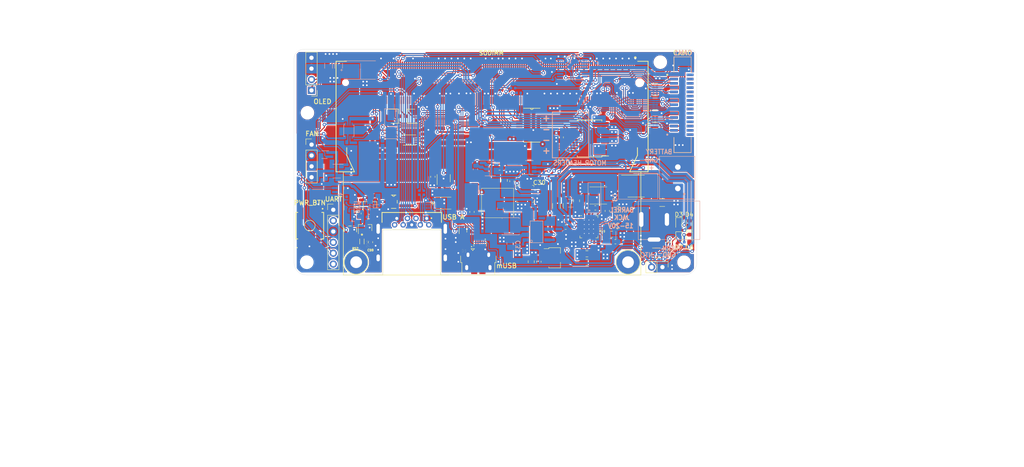
<source format=kicad_pcb>
(kicad_pcb (version 20171130) (host pcbnew "(5.1.6)-1")
  (layers (0 F.Cu signal) (1 PWR.Cu power hide) (2 GND.Cu power hide) (31 B.Cu signal) (34 B.Paste user) (35 F.Paste user) (36 B.SilkS user) (37 F.SilkS user) (38 B.Mask user) (39 F.Mask user) (44 Edge.Cuts user))
  (net 0 "")
  (net 1 +3V3)
  (net 2 GND)
  (net 3 +5V)
  (net 4 /USB/SS_TX_C-)
  (net 5 /USB/SS_TX_C+)
  (net 6 /USB/uVBUS)
  (net 7 VBUS)
  (net 8 /Power_Logic/10s_THRESHOLD)
  (net 9 /Power_Logic/BUTTON_OUTPUT)
  (net 10 LATCH_RESET)
  (net 11 /Power_Logic/PWR_CNTRL_BEFORE_BUFFER)
  (net 12 +12V)
  (net 13 /Power_1/BARREL_JACK_VIN)
  (net 14 /Power_1/CHARGER_VREF33)
  (net 15 +5V_AO)
  (net 16 /Power_3/3V3_BUCK_SS)
  (net 17 /Power_3/5V_BUCK_SS)
  (net 18 "Net-(C32-Pad2)")
  (net 19 /Power_3/3V3_BUCK_COMP)
  (net 20 /Power_3/3V3_BUCK_BST)
  (net 21 /Power_3/3V3_BUCK_SW)
  (net 22 /Power_1/CHARGER_TMR)
  (net 23 /Power_1/CHARGER_SW1)
  (net 24 /Power_1/CHARGER_BST)
  (net 25 /Power_3/5V_BUCK_BOOT)
  (net 26 /Power_3/5V_BUCK_LX)
  (net 27 /Power_3/5V_BUCK_FB)
  (net 28 +1V8)
  (net 29 /Power_Logic/RESET_FB)
  (net 30 /Nano_IO/CHARGER_~ACOK)
  (net 31 /Nano_IO/CHARGER_~CHGOK)
  (net 32 /Power_1/Battery_PWR)
  (net 33 "Net-(J1-Pad3)")
  (net 34 /Camera/CSI0_D0_N)
  (net 35 "Net-(J1-Pad5)")
  (net 36 /Camera/CSI0_D0_P)
  (net 37 "Net-(J1-Pad9)")
  (net 38 /Camera/CSI0_CLK_N)
  (net 39 "Net-(J1-Pad11)")
  (net 40 /Camera/CSI0_CLK_P)
  (net 41 "Net-(J1-Pad15)")
  (net 42 /Camera/CSI0_D1_N)
  (net 43 "Net-(J1-Pad17)")
  (net 44 /Camera/CSI0_D1_P)
  (net 45 "Net-(J1-Pad21)")
  (net 46 /Camera/CSI2_D0_N)
  (net 47 "Net-(J1-Pad23)")
  (net 48 /Camera/CSI2_D0_P)
  (net 49 "Net-(J1-Pad27)")
  (net 50 /Camera/CSI2_CLK_N)
  (net 51 "Net-(J1-Pad29)")
  (net 52 /Camera/CSI2_CLK_P)
  (net 53 "Net-(J1-Pad33)")
  (net 54 /Camera/CSI2_D1_N)
  (net 55 "Net-(J1-Pad35)")
  (net 56 /Camera/CSI2_D1_P)
  (net 57 "Net-(J1-Pad40)")
  (net 58 "Net-(J1-Pad42)")
  (net 59 "Net-(J1-Pad46)")
  (net 60 "Net-(J1-Pad48)")
  (net 61 "Net-(J1-Pad52)")
  (net 62 "Net-(J1-Pad54)")
  (net 63 "Net-(J1-Pad58)")
  (net 64 "Net-(J1-Pad60)")
  (net 65 "Net-(J1-Pad64)")
  (net 66 "Net-(J1-Pad66)")
  (net 67 /Nano_IO/VBUS_DET)
  (net 68 "Net-(J1-Pad89)")
  (net 69 "Net-(J1-Pad91)")
  (net 70 "Net-(J1-Pad93)")
  (net 71 "Net-(J1-Pad95)")
  (net 72 "Net-(J1-Pad97)")
  (net 73 "Net-(J1-Pad99)")
  (net 74 "Net-(J1-Pad101)")
  (net 75 "Net-(J1-Pad103)")
  (net 76 "Net-(J1-Pad104)")
  (net 77 "Net-(J1-Pad105)")
  (net 78 "Net-(J1-Pad106)")
  (net 79 "Net-(J1-Pad108)")
  (net 80 /USB/USB0-)
  (net 81 "Net-(J1-Pad110)")
  (net 82 /USB/USB0+)
  (net 83 "Net-(J1-Pad112)")
  (net 84 /Camera/CAM0_PWDN_1V8)
  (net 85 /USB/USB1-)
  (net 86 /USB/USB1+)
  (net 87 "Net-(J1-Pad118)")
  (net 88 /Camera/CAM1_PWDN_1V8)
  (net 89 "Net-(J1-Pad121)")
  (net 90 "Net-(J1-Pad123)")
  (net 91 /Nano_IO/MC_B2_1V8)
  (net 92 /Nano_IO/MC_B1_1V8)
  (net 93 /Nano_IO/MC_A2_1V8)
  (net 94 /Nano_IO/MC_A1_1V8)
  (net 95 /Camera/CAM_SEL)
  (net 96 "Net-(J1-Pad143)")
  (net 97 "Net-(J1-Pad145)")
  (net 98 /USB/SS_RX-)
  (net 99 /USB/SS_RX+)
  (net 100 /Motors/~MOD_SLEEP)
  (net 101 "Net-(J1-Pad184)")
  (net 102 /Nano_IO/I2C0_SCL)
  (net 103 "Net-(J1-Pad186)")
  (net 104 /Nano_IO/I2C0_SDA)
  (net 105 "Net-(J1-Pad188)")
  (net 106 "Net-(J1-Pad189)")
  (net 107 "Net-(J1-Pad190)")
  (net 108 "Net-(J1-Pad191)")
  (net 109 "Net-(J1-Pad192)")
  (net 110 "Net-(J1-Pad193)")
  (net 111 "Net-(J1-Pad194)")
  (net 112 "Net-(J1-Pad195)")
  (net 113 "Net-(J1-Pad196)")
  (net 114 "Net-(J1-Pad197)")
  (net 115 "Net-(J1-Pad198)")
  (net 116 "Net-(J1-Pad199)")
  (net 117 "Net-(J1-Pad202)")
  (net 118 "Net-(J1-Pad203)")
  (net 119 "Net-(J1-Pad204)")
  (net 120 "Net-(J1-Pad205)")
  (net 121 /Nano_IO/MC_PWM_A_1V8)
  (net 122 "Net-(J1-Pad207)")
  (net 123 /Fan/FAN_TACH)
  (net 124 "Net-(J1-Pad209)")
  (net 125 "Net-(J1-Pad210)")
  (net 126 "Net-(J1-Pad211)")
  (net 127 /Camera/CAM_I2C_SCL)
  (net 128 "Net-(J1-Pad214)")
  (net 129 /Camera/CAM_I2C_SDA)
  (net 130 /Nano_IO/LOW_VOLTAGE_WARNING)
  (net 131 "Net-(J1-Pad219)")
  (net 132 "Net-(J1-Pad220)")
  (net 133 "Net-(J1-Pad221)")
  (net 134 "Net-(J1-Pad222)")
  (net 135 "Net-(J1-Pad223)")
  (net 136 "Net-(J1-Pad224)")
  (net 137 "Net-(J1-Pad225)")
  (net 138 "Net-(J1-Pad226)")
  (net 139 "Net-(J1-Pad227)")
  (net 140 /Nano_IO/MC_PWM_B_1V8)
  (net 141 "Net-(J1-Pad229)")
  (net 142 /Fan/FAN_PWM)
  (net 143 /Nano_IO/I2C2_SCL)
  (net 144 /Nano_IO/SHUTDOWN_REQ)
  (net 145 /Nano_IO/I2C2_SDA)
  (net 146 /Nano_IO/UART_DEBUG_TX_1V8)
  (net 147 /Power_3/PGOOD)
  (net 148 /Nano_IO/UART_DEBUG_RX_1V8)
  (net 149 /Power_3/3.3V_BUCK_PWR_EN)
  (net 150 "Net-(J1-Pad240)")
  (net 151 /Camera/CAM0_PWDN_3V3)
  (net 152 /Camera/CAM0_MCLK)
  (net 153 /Camera/CAM0_I2C_SCL)
  (net 154 /Camera/CAM0_I2C_SDA)
  (net 155 /Camera/CAM1_I2C_SDA)
  (net 156 /Camera/CAM1_I2C_SCL)
  (net 157 /Camera/CAM1_MCLK)
  (net 158 /Camera/CAM1_PWDN_3V3)
  (net 159 /Motors/M1-)
  (net 160 /Motors/M1+)
  (net 161 /Motors/M2+)
  (net 162 /Motors/M2-)
  (net 163 "Net-(J7-Pad4)")
  (net 164 /Fan/FAN_HEADER_PWM)
  (net 165 /Fan/FAN_HEADER_TACH)
  (net 166 /Power_1/CHARGER_NTC)
  (net 167 "Net-(J14-Pad2)")
  (net 168 /Nano_IO/UART_DEBUG_TX_3V3)
  (net 169 /Nano_IO/UART_DEBUG_RX_3V3)
  (net 170 "Net-(J14-Pad6)")
  (net 171 /Fan/FAN_LVL_OE)
  (net 172 /Power_Logic/SET_FB)
  (net 173 /Power_1/CHARGER_CELLS)
  (net 174 /Power_1/CHARGER_SHDN)
  (net 175 /Power_1/CHARGER_COMPV)
  (net 176 /Power_1/CHARGER_EN)
  (net 177 /Power_1/CHARGER_RG1)
  (net 178 /Power_1/CHARGER_VCC)
  (net 179 /Power_1/CHARGER_RG2)
  (net 180 /Power_1/CHARGER_COMPI)
  (net 181 /Power_3/5V_BUCK_TON)
  (net 182 "Net-(R34-Pad2)")
  (net 183 /Power_3/3V3_BUCK_FB)
  (net 184 /Power_1/CHARGER_CSP)
  (net 185 /Power_1/CHARGER_BATT)
  (net 186 "Net-(R40-Pad2)")
  (net 187 /Power_2/COMPARATOR_V-)
  (net 188 /Power_2/COMPARATOR_V+)
  (net 189 /Power_2/1V8_REG_EN)
  (net 190 /Nano_IO/EEPROM_WP)
  (net 191 /Nano_IO/EEPROM_A0)
  (net 192 /Nano_IO/EEPROM_A1)
  (net 193 /Nano_IO/EEPROM_A2)
  (net 194 "Net-(U4-Pad1)")
  (net 195 "Net-(U4-Pad7)")
  (net 196 "Net-(U4-Pad8)")
  (net 197 "Net-(U4-Pad14)")
  (net 198 /Motors/MC_PWM_B)
  (net 199 /Motors/MC_B2)
  (net 200 /Motors/MC_B1)
  (net 201 /Motors/MOTOR_CNTRL_STBY)
  (net 202 /Motors/MC_A1)
  (net 203 /Motors/MC_A2)
  (net 204 /Motors/MC_PWM_A)
  (net 205 /Power_3/5V_BUCK_PWR_EN)
  (net 206 "Net-(U24-Pad4)")
  (net 207 /Power_1/CHARGER_PIN)
  (net 208 /USB/USB_SWITCH_OUTPUT)
  (net 209 /Power_1/BATTERY_OUTPUT)
  (net 210 /Nano_IO/PMIC_BBAT)
  (net 211 /Power_Logic/BTN_OUT)
  (net 212 /Nano_IO/LVL_SHIFT_EN)
  (net 213 /Motors/LVL_SHIFT_OE)
  (net 214 /Nano_IO/NANO_CHARGER_~ACOK)
  (net 215 /Nano_IO/NANO_CHARGER_~CHGOK)
  (net 216 /USB/USB_SWITCH_FLG)
  (net 217 /Power_1/COMPV_CAP)
  (net 218 /Power_1/COMPI_CAP)
  (net 219 /Power_1/IND_SW_OUT)
  (net 220 /Power_Logic/SET)
  (net 221 /USB/Nano_SS_TX_C-)
  (net 222 /USB/Nano_SS_TX_C+)
  (net 223 "Net-(U25-Pad1)")
  (net 224 "Net-(U25-Pad2)")
  (net 225 /Power_2/LED_CATHODE_PWR)
  (net 226 /Power_2/FET_SOURCE_LV)
  (net 227 /Power_2/LED_CATHODE_LV)
  (net 228 /Power_2/FET_SOURCE_PWR)
  (net 229 "Net-(U7-Pad4)")
  (net 230 "Net-(U7-Pad5)")
  (net 231 /Power_1/RES_ACOK)
  (net 232 /Power_1/RES_CHGOK)
  (net 233 /Camera/CAM0_MCLK_NANO)
  (net 234 /Camera/CAM1_MCLK_NANO)
  (net 235 "Net-(U28-Pad1)")
  (net 236 "Net-(U28-Pad2)")
  (net 237 "Net-(U1-Pad1)")
  (net 238 "Net-(U1-Pad2)")
  (module "Jetbot Mini:GCT_BG300-04-X-X-A_REVC" (layer B.Cu) (at 161.425 98.42 270)
    (fp_text reference J4 hide)
    (fp_text value BG300-04-A-L-A)
    (pad 4 smd rect (at 3.81 -5.225 270) (size 1 2) (layers B.Cu B.Paste B.Mask) (net 160 /Motors/M1+))
    (pad 3 smd rect (at 1.27 -5.225 270) (size 1 2) (layers B.Cu B.Paste B.Mask) (net 159 /Motors/M1-))
    (pad 2 smd rect (at -1.27 -5.225 270) (size 1 2) (layers B.Cu B.Paste B.Mask) (net 162 /Motors/M2-))
    (pad 1 smd rect (at -3.81 -5.225 270) (size 1 2) (layers B.Cu B.Paste B.Mask) (net 161 /Motors/M2+))
  )
  (module "Jetbot Mini:SO-8EP" (layer B.Cu) (at 151.505 121.1 90)
    (fp_text reference U17 (at -1.016415 4.116485 270) (layer B.SilkS) (effects (font (size 0.480197 0.480197) (thickness 0.015)) (justify mirror)))
    (fp_text value AP6503)
    (pad 9 smd rect (at 0 0 90) (size 3.501 2.613) (layers B.Cu B.Paste B.Mask) (net 2 GND))
    (pad 4 smd rect (at 1.905 -2.54 90) (size 0.802 1.505) (layers B.Cu B.Paste B.Mask) (net 2 GND))
    (pad 3 smd rect (at 0.635 -2.54 90) (size 0.802 1.505) (layers B.Cu B.Paste B.Mask) (net 21 /Power_3/3V3_BUCK_SW))
    (pad 2 smd rect (at -0.635 -2.54 90) (size 0.802 1.505) (layers B.Cu B.Paste B.Mask) (net 12 +12V))
    (pad 1 smd rect (at -1.905 -2.54 90) (size 0.802 1.505) (layers B.Cu B.Paste B.Mask) (net 20 /Power_3/3V3_BUCK_BST))
    (pad 8 smd rect (at -1.905 2.54 90) (size 0.802 1.505) (layers B.Cu B.Paste B.Mask) (net 16 /Power_3/3V3_BUCK_SS))
    (pad 5 smd rect (at 1.905 2.54 90) (size 0.802 1.505) (layers B.Cu B.Paste B.Mask) (net 183 /Power_3/3V3_BUCK_FB))
    (pad 6 smd rect (at 0.635 2.54 90) (size 0.802 1.505) (layers B.Cu B.Paste B.Mask) (net 19 /Power_3/3V3_BUCK_COMP))
    (pad 7 smd rect (at -0.635 2.54 90) (size 0.802 1.505) (layers B.Cu B.Paste B.Mask) (net 149 /Power_3/3.3V_BUCK_PWR_EN))
  )
  (module "Jetbot Mini:6TPE330MAP" (layer B.Cu) (at 110.2 83.25)
    (fp_text reference C46 hide)
    (fp_text value 330uF)
    (pad 2 smd rect (at 3.05 0) (size 1.3 2.4) (layers B.Cu B.Paste B.Mask) (net 2 GND))
    (pad 1 smd rect (at -3.05 0) (size 1.3 2.4) (layers B.Cu B.Paste B.Mask) (net 3 +5V))
  )
  (module "Jetbot Mini:TI_TPD4E05U06DQAR" (layer B.Cu) (at 179.25 95.4)
    (fp_text reference U2 hide)
    (fp_text value TPD4E05U06DQAR)
    (pad 10 smd rect (at 0.385 1) (size 0.55 0.3) (layers B.Cu B.Paste B.Mask) (net 46 /Camera/CSI2_D0_N))
    (pad 9 smd rect (at 0.385 0.5) (size 0.55 0.3) (layers B.Cu B.Paste B.Mask) (net 48 /Camera/CSI2_D0_P))
    (pad 8 smd rect (at 0.385 0) (size 0.55 0.4) (layers B.Cu B.Paste B.Mask) (net 2 GND))
    (pad 7 smd rect (at 0.385 -0.5) (size 0.55 0.3) (layers B.Cu B.Paste B.Mask) (net 54 /Camera/CSI2_D1_N))
    (pad 6 smd rect (at 0.385 -1) (size 0.55 0.3) (layers B.Cu B.Paste B.Mask) (net 56 /Camera/CSI2_D1_P))
    (pad 5 smd rect (at -0.385 -1) (size 0.55 0.3) (layers B.Cu B.Paste B.Mask) (net 56 /Camera/CSI2_D1_P))
    (pad 4 smd rect (at -0.385 -0.5) (size 0.55 0.3) (layers B.Cu B.Paste B.Mask) (net 54 /Camera/CSI2_D1_N))
    (pad 3 smd rect (at -0.385 0) (size 0.55 0.4) (layers B.Cu B.Paste B.Mask) (net 2 GND))
    (pad 2 smd rect (at -0.385 0.5) (size 0.55 0.3) (layers B.Cu B.Paste B.Mask) (net 48 /Camera/CSI2_D0_P))
    (pad 1 smd rect (at -0.385 1) (size 0.55 0.3) (layers B.Cu B.Paste B.Mask) (net 46 /Camera/CSI2_D0_N))
  )
  (module "Jetbot Mini:TI_TPD4E05U06DQAR" (layer B.Cu) (at 179.25 88.2)
    (fp_text reference U28 hide)
    (fp_text value TPD4E05U06DQAR)
    (pad 10 smd rect (at 0.385 1) (size 0.55 0.3) (layers B.Cu B.Paste B.Mask) (net 235 "Net-(U28-Pad1)"))
    (pad 9 smd rect (at 0.385 0.5) (size 0.55 0.3) (layers B.Cu B.Paste B.Mask) (net 236 "Net-(U28-Pad2)"))
    (pad 8 smd rect (at 0.385 0) (size 0.55 0.4) (layers B.Cu B.Paste B.Mask) (net 2 GND))
    (pad 7 smd rect (at 0.385 -0.5) (size 0.55 0.3) (layers B.Cu B.Paste B.Mask) (net 158 /Camera/CAM1_PWDN_3V3))
    (pad 6 smd rect (at 0.385 -1) (size 0.55 0.3) (layers B.Cu B.Paste B.Mask) (net 157 /Camera/CAM1_MCLK))
    (pad 5 smd rect (at -0.385 -1) (size 0.55 0.3) (layers B.Cu B.Paste B.Mask) (net 157 /Camera/CAM1_MCLK))
    (pad 4 smd rect (at -0.385 -0.5) (size 0.55 0.3) (layers B.Cu B.Paste B.Mask) (net 158 /Camera/CAM1_PWDN_3V3))
    (pad 3 smd rect (at -0.385 0) (size 0.55 0.4) (layers B.Cu B.Paste B.Mask) (net 2 GND))
    (pad 2 smd rect (at -0.385 0.5) (size 0.55 0.3) (layers B.Cu B.Paste B.Mask) (net 236 "Net-(U28-Pad2)"))
    (pad 1 smd rect (at -0.385 1) (size 0.55 0.3) (layers B.Cu B.Paste B.Mask) (net 235 "Net-(U28-Pad1)"))
  )
  (module "Jetbot Mini:TI_TPD4E05U06DQAR" (layer B.Cu) (at 179.25 91.4)
    (fp_text reference U30 hide)
    (fp_text value TPD4E05U06DQAR)
    (pad 10 smd rect (at 0.385 1) (size 0.55 0.3) (layers B.Cu B.Paste B.Mask) (net 50 /Camera/CSI2_CLK_N))
    (pad 9 smd rect (at 0.385 0.5) (size 0.55 0.3) (layers B.Cu B.Paste B.Mask) (net 52 /Camera/CSI2_CLK_P))
    (pad 8 smd rect (at 0.385 0) (size 0.55 0.4) (layers B.Cu B.Paste B.Mask) (net 2 GND))
    (pad 7 smd rect (at 0.385 -0.5) (size 0.55 0.3) (layers B.Cu B.Paste B.Mask) (net 40 /Camera/CSI0_CLK_P))
    (pad 6 smd rect (at 0.385 -1) (size 0.55 0.3) (layers B.Cu B.Paste B.Mask) (net 38 /Camera/CSI0_CLK_N))
    (pad 5 smd rect (at -0.385 -1) (size 0.55 0.3) (layers B.Cu B.Paste B.Mask) (net 38 /Camera/CSI0_CLK_N))
    (pad 4 smd rect (at -0.385 -0.5) (size 0.55 0.3) (layers B.Cu B.Paste B.Mask) (net 40 /Camera/CSI0_CLK_P))
    (pad 3 smd rect (at -0.385 0) (size 0.55 0.4) (layers B.Cu B.Paste B.Mask) (net 2 GND))
    (pad 2 smd rect (at -0.385 0.5) (size 0.55 0.3) (layers B.Cu B.Paste B.Mask) (net 52 /Camera/CSI2_CLK_P))
    (pad 1 smd rect (at -0.385 1) (size 0.55 0.3) (layers B.Cu B.Paste B.Mask) (net 50 /Camera/CSI2_CLK_N))
  )
  (module "Jetbot Mini:TI_TPD4E05U06DQAR" (layer F.Cu) (at 179.235 94)
    (fp_text reference U1 hide)
    (fp_text value TPD4E05U06DQAR)
    (pad 10 smd rect (at 0.385 -1) (size 0.55 0.3) (layers F.Cu F.Paste F.Mask) (net 237 "Net-(U1-Pad1)"))
    (pad 9 smd rect (at 0.385 -0.5) (size 0.55 0.3) (layers F.Cu F.Paste F.Mask) (net 238 "Net-(U1-Pad2)"))
    (pad 8 smd rect (at 0.385 0) (size 0.55 0.4) (layers F.Cu F.Paste F.Mask) (net 2 GND))
    (pad 7 smd rect (at 0.385 0.5) (size 0.55 0.3) (layers F.Cu F.Paste F.Mask) (net 151 /Camera/CAM0_PWDN_3V3))
    (pad 6 smd rect (at 0.385 1) (size 0.55 0.3) (layers F.Cu F.Paste F.Mask) (net 152 /Camera/CAM0_MCLK))
    (pad 5 smd rect (at -0.385 1) (size 0.55 0.3) (layers F.Cu F.Paste F.Mask) (net 152 /Camera/CAM0_MCLK))
    (pad 4 smd rect (at -0.385 0.5) (size 0.55 0.3) (layers F.Cu F.Paste F.Mask) (net 151 /Camera/CAM0_PWDN_3V3))
    (pad 3 smd rect (at -0.385 0) (size 0.55 0.4) (layers F.Cu F.Paste F.Mask) (net 2 GND))
    (pad 2 smd rect (at -0.385 -0.5) (size 0.55 0.3) (layers F.Cu F.Paste F.Mask) (net 238 "Net-(U1-Pad2)"))
    (pad 1 smd rect (at -0.385 -1) (size 0.55 0.3) (layers F.Cu F.Paste F.Mask) (net 237 "Net-(U1-Pad1)"))
  )
  (module "Jetbot Mini:TI_TPD4E05U06DQAR" (layer F.Cu) (at 179.265 87.8)
    (fp_text reference U5 hide)
    (fp_text value TPD4E05U06DQAR)
    (pad 10 smd rect (at 0.385 -1) (size 0.55 0.3) (layers F.Cu F.Paste F.Mask) (net 34 /Camera/CSI0_D0_N))
    (pad 9 smd rect (at 0.385 -0.5) (size 0.55 0.3) (layers F.Cu F.Paste F.Mask) (net 36 /Camera/CSI0_D0_P))
    (pad 8 smd rect (at 0.385 0) (size 0.55 0.4) (layers F.Cu F.Paste F.Mask) (net 2 GND))
    (pad 7 smd rect (at 0.385 0.5) (size 0.55 0.3) (layers F.Cu F.Paste F.Mask) (net 42 /Camera/CSI0_D1_N))
    (pad 6 smd rect (at 0.385 1) (size 0.55 0.3) (layers F.Cu F.Paste F.Mask) (net 44 /Camera/CSI0_D1_P))
    (pad 5 smd rect (at -0.385 1) (size 0.55 0.3) (layers F.Cu F.Paste F.Mask) (net 44 /Camera/CSI0_D1_P))
    (pad 4 smd rect (at -0.385 0.5) (size 0.55 0.3) (layers F.Cu F.Paste F.Mask) (net 42 /Camera/CSI0_D1_N))
    (pad 3 smd rect (at -0.385 0) (size 0.55 0.4) (layers F.Cu F.Paste F.Mask) (net 2 GND))
    (pad 2 smd rect (at -0.385 -0.5) (size 0.55 0.3) (layers F.Cu F.Paste F.Mask) (net 36 /Camera/CSI0_D0_P))
    (pad 1 smd rect (at -0.385 -1) (size 0.55 0.3) (layers F.Cu F.Paste F.Mask) (net 34 /Camera/CSI0_D0_N))
  )
  (module "Jetbot Mini:TI_TPD4E05U06DQAR" (layer F.Cu) (at 138.3 123.915 270)
    (fp_text reference U25 hide)
    (fp_text value TPD4E05U06DQAR)
    (pad 10 smd rect (at 0.385 -1 270) (size 0.55 0.3) (layers F.Cu F.Paste F.Mask) (net 223 "Net-(U25-Pad1)"))
    (pad 9 smd rect (at 0.385 -0.5 270) (size 0.55 0.3) (layers F.Cu F.Paste F.Mask) (net 224 "Net-(U25-Pad2)"))
    (pad 8 smd rect (at 0.385 0 270) (size 0.55 0.4) (layers F.Cu F.Paste F.Mask) (net 2 GND))
    (pad 7 smd rect (at 0.385 0.5 270) (size 0.55 0.3) (layers F.Cu F.Paste F.Mask) (net 82 /USB/USB0+))
    (pad 6 smd rect (at 0.385 1 270) (size 0.55 0.3) (layers F.Cu F.Paste F.Mask) (net 80 /USB/USB0-))
    (pad 5 smd rect (at -0.385 1 270) (size 0.55 0.3) (layers F.Cu F.Paste F.Mask) (net 80 /USB/USB0-))
    (pad 4 smd rect (at -0.385 0.5 270) (size 0.55 0.3) (layers F.Cu F.Paste F.Mask) (net 82 /USB/USB0+))
    (pad 3 smd rect (at -0.385 0 270) (size 0.55 0.4) (layers F.Cu F.Paste F.Mask) (net 2 GND))
    (pad 2 smd rect (at -0.385 -0.5 270) (size 0.55 0.3) (layers F.Cu F.Paste F.Mask) (net 224 "Net-(U25-Pad2)"))
    (pad 1 smd rect (at -0.385 -1 270) (size 0.55 0.3) (layers F.Cu F.Paste F.Mask) (net 223 "Net-(U25-Pad1)"))
  )
  (module "Jetbot Mini:TI_TPD4E05U06DQAR" (layer B.Cu) (at 125.35 115.1 270)
    (fp_text reference U7 (at 2.275 2.375 90) (layer B.SilkS) (effects (font (thickness 0.015)) (justify mirror)))
    (fp_text value TPD4E05U06DQAR)
    (pad 10 smd rect (at 0.385 1 270) (size 0.55 0.3) (layers B.Cu B.Paste B.Mask) (net 4 /USB/SS_TX_C-))
    (pad 9 smd rect (at 0.385 0.5 270) (size 0.55 0.3) (layers B.Cu B.Paste B.Mask) (net 5 /USB/SS_TX_C+))
    (pad 8 smd rect (at 0.385 0 270) (size 0.55 0.4) (layers B.Cu B.Paste B.Mask) (net 2 GND))
    (pad 7 smd rect (at 0.385 -0.5 270) (size 0.55 0.3) (layers B.Cu B.Paste B.Mask) (net 229 "Net-(U7-Pad4)"))
    (pad 6 smd rect (at 0.385 -1 270) (size 0.55 0.3) (layers B.Cu B.Paste B.Mask) (net 230 "Net-(U7-Pad5)"))
    (pad 5 smd rect (at -0.385 -1 270) (size 0.55 0.3) (layers B.Cu B.Paste B.Mask) (net 230 "Net-(U7-Pad5)"))
    (pad 4 smd rect (at -0.385 -0.5 270) (size 0.55 0.3) (layers B.Cu B.Paste B.Mask) (net 229 "Net-(U7-Pad4)"))
    (pad 3 smd rect (at -0.385 0 270) (size 0.55 0.4) (layers B.Cu B.Paste B.Mask) (net 2 GND))
    (pad 2 smd rect (at -0.385 0.5 270) (size 0.55 0.3) (layers B.Cu B.Paste B.Mask) (net 5 /USB/SS_TX_C+))
    (pad 1 smd rect (at -0.385 1 270) (size 0.55 0.3) (layers B.Cu B.Paste B.Mask) (net 4 /USB/SS_TX_C-))
  )
  (module "Jetbot Mini:TI_TPD4E05U06DQAR" (layer B.Cu) (at 120.85 115.1 270)
    (fp_text reference U9 (at 3.679 2.04 90) (layer B.SilkS) (effects (font (thickness 0.015)) (justify mirror)))
    (fp_text value TPD4E05U06DQAR)
    (pad 10 smd rect (at 0.385 1 270) (size 0.55 0.3) (layers B.Cu B.Paste B.Mask) (net 98 /USB/SS_RX-))
    (pad 9 smd rect (at 0.385 0.5 270) (size 0.55 0.3) (layers B.Cu B.Paste B.Mask) (net 99 /USB/SS_RX+))
    (pad 8 smd rect (at 0.385 0 270) (size 0.55 0.4) (layers B.Cu B.Paste B.Mask) (net 2 GND))
    (pad 7 smd rect (at 0.385 -0.5 270) (size 0.55 0.3) (layers B.Cu B.Paste B.Mask) (net 86 /USB/USB1+))
    (pad 6 smd rect (at 0.385 -1 270) (size 0.55 0.3) (layers B.Cu B.Paste B.Mask) (net 85 /USB/USB1-))
    (pad 5 smd rect (at -0.385 -1 270) (size 0.55 0.3) (layers B.Cu B.Paste B.Mask) (net 85 /USB/USB1-))
    (pad 4 smd rect (at -0.385 -0.5 270) (size 0.55 0.3) (layers B.Cu B.Paste B.Mask) (net 86 /USB/USB1+))
    (pad 3 smd rect (at -0.385 0 270) (size 0.55 0.4) (layers B.Cu B.Paste B.Mask) (net 2 GND))
    (pad 2 smd rect (at -0.385 0.5 270) (size 0.55 0.3) (layers B.Cu B.Paste B.Mask) (net 99 /USB/SS_RX+))
    (pad 1 smd rect (at -0.385 1 270) (size 0.55 0.3) (layers B.Cu B.Paste B.Mask) (net 98 /USB/SS_RX-))
  )
  (module "Jetbot Mini:IND_LQH44PN100MP0L" (layer B.Cu) (at 145.45 119.8 180)
    (fp_text reference L1 (at -0.368 2.8064) (layer B.SilkS) (effects (font (size 0.64 0.64) (thickness 0.015)) (justify mirror)))
    (fp_text value 10uH)
    (pad 2 smd rect (at 1.425 0 180) (size 1.55 3) (layers B.Cu B.Paste B.Mask) (net 1 +3V3))
    (pad 1 smd rect (at -1.425 0 180) (size 1.55 3) (layers B.Cu B.Paste B.Mask) (net 21 /Power_3/3V3_BUCK_SW))
  )
  (module "Jetbot Mini:2920_(7351_metric)" (layer B.Cu) (at 175.25 110.5 180)
    (fp_text reference F1 hide)
    (fp_text value 2920L185DR)
    (pad 1 smd rect (at -3.3 0 180) (size 2 5.3) (layers B.Cu B.Paste B.Mask) (net 32 /Power_1/Battery_PWR))
    (pad 2 smd rect (at 3.3 0 180) (size 2 5.3) (layers B.Cu B.Paste B.Mask) (net 209 /Power_1/BATTERY_OUTPUT))
  )
  (module "Jetbot Mini:PHOENIX_1935161" (layer B.Cu) (at 184.55 108.45 90)
    (fp_text reference J12 hide)
    (fp_text value 1935161)
    (pad 2 thru_hole circle (at 2.5 0 90) (size 1.95 1.95) (drill 1.3) (layers *.Cu *.Mask) (net 2 GND))
    (pad 1 thru_hole rect (at -2.5 0 90) (size 1.95 1.95) (drill 1.3) (layers *.Cu *.Mask) (net 32 /Power_1/Battery_PWR))
  )
  (module "Jetbot Mini:B340A-13_F" (layer B.Cu) (at 117.45 95.815 270)
    (fp_text reference D8 hide)
    (fp_text value B340A-13-F)
    (pad 2 smd rect (at 2 0 270) (size 2.5 1.7) (layers B.Cu B.Paste B.Mask) (net 15 +5V_AO))
    (pad 1 smd rect (at -2 0 270) (size 2.5 1.7) (layers B.Cu B.Paste B.Mask) (net 210 /Nano_IO/PMIC_BBAT))
  )
  (module "Jetbot Mini:B340A-13_F" (layer B.Cu) (at 165.05 113.1 90)
    (fp_text reference D5 (at 0 4.834 90) (layer B.SilkS) (effects (justify mirror)))
    (fp_text value B340A-13-F)
    (pad 2 smd rect (at 2 0 90) (size 2.5 1.7) (layers B.Cu B.Paste B.Mask) (net 2 GND))
    (pad 1 smd rect (at -2 0 90) (size 2.5 1.7) (layers B.Cu B.Paste B.Mask) (net 23 /Power_1/CHARGER_SW1))
  )
  (module "Jetbot Mini:6TPG150MZG" (layer F.Cu) (at 129.775 114.375)
    (fp_text reference C11 hide)
    (fp_text value 120uF)
    (fp_text user + (at -2.54 0) (layer F.SilkS))
    (pad 2 smd rect (at 1.35 0) (size 0.8 2.2) (layers F.Cu F.Paste F.Mask) (net 2 GND))
    (pad 1 smd rect (at -1.35 0) (size 0.8 2.2) (layers F.Cu F.Paste F.Mask) (net 7 VBUS))
  )
  (module "Jetbot Mini:inductor_10uH_2.4A" (layer F.Cu) (at 165.95 112.6)
    (fp_text reference L2 hide)
    (fp_text value 10uH)
    (pad 2 smd rect (at 1.5 0) (size 1.1 3.7) (layers F.Cu F.Paste F.Mask) (net 219 /Power_1/IND_SW_OUT))
    (pad 1 smd rect (at -1.5 0) (size 1.1 3.7) (layers F.Cu F.Paste F.Mask) (net 23 /Power_1/CHARGER_SW1))
  )
  (module "Jetbot Mini:DC_JACK_DC-005-5A-2.5_mirrored" (layer B.Cu) (at 175.222 113.9)
    (fp_text reference J5 hide)
    (fp_text value Barrel_Jack_Switch)
    (pad 3 thru_hole roundrect (at 3.778 9 90) (size 3 3.5) (drill oval 1 3) (layers *.Cu *.Mask) (net 2 GND))
    (pad 2 thru_hole roundrect (at 6.778 4.3) (size 3 3.5) (drill oval 1 3) (layers *.Cu *.Mask) (net 2 GND))
    (pad 1 thru_hole roundrect (at 0.778 4.3) (size 3 4) (drill oval 1 3.5) (layers *.Cu *.Mask) (net 13 /Power_1/BARREL_JACK_VIN))
  )
  (module "Jetbot Mini:TE_1-1734248-5" (layer B.Cu) (at 185.682 91.36 90)
    (fp_text reference J3 hide)
    (fp_text value Conn_01x15_fixed_pin)
    (pad 15_1 smd rect (at 7 1.725 90) (size 0.6 1.65) (layers B.Cu B.Paste B.Mask))
    (pad 14_1 smd rect (at 6 1.725 90) (size 0.6 1.65) (layers B.Cu B.Paste B.Mask))
    (pad 13_1 smd rect (at 5 1.725 90) (size 0.6 1.65) (layers B.Cu B.Paste B.Mask))
    (pad 12_1 smd rect (at 4 1.725 90) (size 0.6 1.65) (layers B.Cu B.Paste B.Mask))
    (pad 11_1 smd rect (at 3 1.725 90) (size 0.6 1.65) (layers B.Cu B.Paste B.Mask))
    (pad 10_1 smd rect (at 2 1.725 90) (size 0.6 1.65) (layers B.Cu B.Paste B.Mask))
    (pad 9_1 smd rect (at 1 1.725 90) (size 0.6 1.65) (layers B.Cu B.Paste B.Mask))
    (pad 8_1 smd rect (at 0 1.725 90) (size 0.6 1.65) (layers B.Cu B.Paste B.Mask))
    (pad 7_1 smd rect (at -1 1.725 90) (size 0.6 1.65) (layers B.Cu B.Paste B.Mask))
    (pad 6_1 smd rect (at -2 1.725 90) (size 0.6 1.65) (layers B.Cu B.Paste B.Mask))
    (pad 5_1 smd rect (at -3 1.725 90) (size 0.6 1.65) (layers B.Cu B.Paste B.Mask))
    (pad 4_1 smd rect (at -4 1.725 90) (size 0.6 1.65) (layers B.Cu B.Paste B.Mask))
    (pad 3_1 smd rect (at -5 1.725 90) (size 0.6 1.65) (layers B.Cu B.Paste B.Mask))
    (pad 2_1 smd rect (at -6 1.725 90) (size 0.6 1.65) (layers B.Cu B.Paste B.Mask))
    (pad 15 smd rect (at 7 -2.025 90) (size 0.6 1.85) (layers B.Cu B.Paste B.Mask) (net 1 +3V3))
    (pad 14 smd rect (at 6 -2.025 90) (size 0.6 1.85) (layers B.Cu B.Paste B.Mask) (net 155 /Camera/CAM1_I2C_SDA))
    (pad 13 smd rect (at 5 -2.025 90) (size 0.6 1.85) (layers B.Cu B.Paste B.Mask) (net 156 /Camera/CAM1_I2C_SCL))
    (pad 12 smd rect (at 4 -2.025 90) (size 0.6 1.85) (layers B.Cu B.Paste B.Mask) (net 157 /Camera/CAM1_MCLK))
    (pad 11 smd rect (at 3 -2.025 90) (size 0.6 1.85) (layers B.Cu B.Paste B.Mask) (net 158 /Camera/CAM1_PWDN_3V3))
    (pad 10 smd rect (at 2 -2.025 90) (size 0.6 1.85) (layers B.Cu B.Paste B.Mask) (net 2 GND))
    (pad 9 smd rect (at 1 -2.025 90) (size 0.6 1.85) (layers B.Cu B.Paste B.Mask) (net 52 /Camera/CSI2_CLK_P))
    (pad 8 smd rect (at 0 -2.025 90) (size 0.6 1.85) (layers B.Cu B.Paste B.Mask) (net 50 /Camera/CSI2_CLK_N))
    (pad 7 smd rect (at -1 -2.025 90) (size 0.6 1.85) (layers B.Cu B.Paste B.Mask) (net 2 GND))
    (pad 6 smd rect (at -2 -2.025 90) (size 0.6 1.85) (layers B.Cu B.Paste B.Mask) (net 56 /Camera/CSI2_D1_P))
    (pad 5 smd rect (at -3 -2.025 90) (size 0.6 1.85) (layers B.Cu B.Paste B.Mask) (net 54 /Camera/CSI2_D1_N))
    (pad 4 smd rect (at -4 -2.025 90) (size 0.6 1.85) (layers B.Cu B.Paste B.Mask) (net 2 GND))
    (pad 3 smd rect (at -5 -2.025 90) (size 0.6 1.85) (layers B.Cu B.Paste B.Mask) (net 48 /Camera/CSI2_D0_P))
    (pad 2 smd rect (at -6 -2.025 90) (size 0.6 1.85) (layers B.Cu B.Paste B.Mask) (net 46 /Camera/CSI2_D0_N))
    (pad 1_1 smd rect (at -7 1.725 90) (size 0.6 1.65) (layers B.Cu B.Paste B.Mask))
    (pad 1 smd rect (at -7 -2.025 90) (size 0.6 1.85) (layers B.Cu B.Paste B.Mask) (net 2 GND))
  )
  (module "Jetbot Mini:TE_1-1734248-5" (layer F.Cu) (at 185.682 91.36 270)
    (fp_text reference J2 hide)
    (fp_text value Conn_01x15_fixed_pin)
    (pad 15_1 smd rect (at 7 -1.725 270) (size 0.6 1.65) (layers F.Cu F.Paste F.Mask))
    (pad 14_1 smd rect (at 6 -1.725 270) (size 0.6 1.65) (layers F.Cu F.Paste F.Mask))
    (pad 13_1 smd rect (at 5 -1.725 270) (size 0.6 1.65) (layers F.Cu F.Paste F.Mask))
    (pad 12_1 smd rect (at 4 -1.725 270) (size 0.6 1.65) (layers F.Cu F.Paste F.Mask))
    (pad 11_1 smd rect (at 3 -1.725 270) (size 0.6 1.65) (layers F.Cu F.Paste F.Mask))
    (pad 10_1 smd rect (at 2 -1.725 270) (size 0.6 1.65) (layers F.Cu F.Paste F.Mask))
    (pad 9_1 smd rect (at 1 -1.725 270) (size 0.6 1.65) (layers F.Cu F.Paste F.Mask))
    (pad 8_1 smd rect (at 0 -1.725 270) (size 0.6 1.65) (layers F.Cu F.Paste F.Mask))
    (pad 7_1 smd rect (at -1 -1.725 270) (size 0.6 1.65) (layers F.Cu F.Paste F.Mask))
    (pad 6_1 smd rect (at -2 -1.725 270) (size 0.6 1.65) (layers F.Cu F.Paste F.Mask))
    (pad 5_1 smd rect (at -3 -1.725 270) (size 0.6 1.65) (layers F.Cu F.Paste F.Mask))
    (pad 4_1 smd rect (at -4 -1.725 270) (size 0.6 1.65) (layers F.Cu F.Paste F.Mask))
    (pad 3_1 smd rect (at -5 -1.725 270) (size 0.6 1.65) (layers F.Cu F.Paste F.Mask))
    (pad 2_1 smd rect (at -6 -1.725 270) (size 0.6 1.65) (layers F.Cu F.Paste F.Mask))
    (pad 15 smd rect (at 7 2.025 270) (size 0.6 1.85) (layers F.Cu F.Paste F.Mask) (net 1 +3V3))
    (pad 14 smd rect (at 6 2.025 270) (size 0.6 1.85) (layers F.Cu F.Paste F.Mask) (net 154 /Camera/CAM0_I2C_SDA))
    (pad 13 smd rect (at 5 2.025 270) (size 0.6 1.85) (layers F.Cu F.Paste F.Mask) (net 153 /Camera/CAM0_I2C_SCL))
    (pad 12 smd rect (at 4 2.025 270) (size 0.6 1.85) (layers F.Cu F.Paste F.Mask) (net 152 /Camera/CAM0_MCLK))
    (pad 11 smd rect (at 3 2.025 270) (size 0.6 1.85) (layers F.Cu F.Paste F.Mask) (net 151 /Camera/CAM0_PWDN_3V3))
    (pad 10 smd rect (at 2 2.025 270) (size 0.6 1.85) (layers F.Cu F.Paste F.Mask) (net 2 GND))
    (pad 9 smd rect (at 1 2.025 270) (size 0.6 1.85) (layers F.Cu F.Paste F.Mask) (net 40 /Camera/CSI0_CLK_P))
    (pad 8 smd rect (at 0 2.025 270) (size 0.6 1.85) (layers F.Cu F.Paste F.Mask) (net 38 /Camera/CSI0_CLK_N))
    (pad 7 smd rect (at -1 2.025 270) (size 0.6 1.85) (layers F.Cu F.Paste F.Mask) (net 2 GND))
    (pad 6 smd rect (at -2 2.025 270) (size 0.6 1.85) (layers F.Cu F.Paste F.Mask) (net 44 /Camera/CSI0_D1_P))
    (pad 5 smd rect (at -3 2.025 270) (size 0.6 1.85) (layers F.Cu F.Paste F.Mask) (net 42 /Camera/CSI0_D1_N))
    (pad 4 smd rect (at -4 2.025 270) (size 0.6 1.85) (layers F.Cu F.Paste F.Mask) (net 2 GND))
    (pad 3 smd rect (at -5 2.025 270) (size 0.6 1.85) (layers F.Cu F.Paste F.Mask) (net 36 /Camera/CSI0_D0_P))
    (pad 2 smd rect (at -6 2.025 270) (size 0.6 1.85) (layers F.Cu F.Paste F.Mask) (net 34 /Camera/CSI0_D0_N))
    (pad 1_1 smd rect (at -7 -1.725 270) (size 0.6 1.65) (layers F.Cu F.Paste F.Mask))
    (pad 1 smd rect (at -7 2.025 270) (size 0.6 1.85) (layers F.Cu F.Paste F.Mask) (net 2 GND))
  )
  (module "Jetbot Mini:692121130100_no_edge" (layer F.Cu) (at 122.3 124.6)
    (fp_text reference J8 hide)
    (fp_text value USB3_A)
    (pad 10 thru_hole oval (at 7.85 2.585) (size 1.308 2.616) (drill oval 0.8 1.6) (layers *.Cu *.Mask) (net 2 GND))
    (pad 10 thru_hole oval (at -7.85 2.585) (size 1.308 2.616) (drill oval 0.8 1.6) (layers *.Cu *.Mask) (net 2 GND))
    (pad 10 thru_hole oval (at -7.85 -4.215) (size 1.6 3.2) (drill oval 0.8 2.355008) (layers *.Cu *.Mask) (net 2 GND))
    (pad 10 thru_hole oval (at 7.85 -4.215) (size 1.6 3.2) (drill oval 0.8 2.35) (layers *.Cu *.Mask) (net 2 GND))
    (pad 4 thru_hole circle (at -3.5 -6.645) (size 1.3 1.3) (drill 0.7) (layers *.Cu *.Mask) (net 2 GND))
    (pad 1 thru_hole circle (at 3.5 -6.645) (size 1.3 1.3) (drill 0.7) (layers *.Cu *.Mask) (net 7 VBUS))
    (pad 3 thru_hole circle (at -1 -6.645) (size 1.3 1.3) (drill 0.7) (layers *.Cu *.Mask) (net 86 /USB/USB1+))
    (pad 2 thru_hole circle (at 1 -6.645) (size 1.3 1.3) (drill 0.7) (layers *.Cu *.Mask) (net 85 /USB/USB1-))
    (pad 9 thru_hole circle (at 4 -5.145) (size 1.3 1.3) (drill 0.7) (layers *.Cu *.Mask) (net 5 /USB/SS_TX_C+))
    (pad 8 thru_hole circle (at 2 -5.145) (size 1.3 1.3) (drill 0.7) (layers *.Cu *.Mask) (net 4 /USB/SS_TX_C-))
    (pad 5 thru_hole circle (at -4 -5.145) (size 1.3 1.3) (drill 0.7) (layers *.Cu *.Mask) (net 98 /USB/SS_RX-))
    (pad 6 thru_hole circle (at -2 -5.145) (size 1.3 1.3) (drill 0.7) (layers *.Cu *.Mask) (net 99 /USB/SS_RX+))
    (pad 7 thru_hole circle (at 0 -5.145) (size 1.3 1.3) (drill 0.7) (layers *.Cu *.Mask) (net 2 GND))
  )
  (module "Jetbot Mini:MWSA0603-4R7MT" (layer F.Cu) (at 142.375 114.35 180)
    (fp_text reference L3 hide)
    (fp_text value 4.7uH)
    (pad 2 smd rect (at 2.95 0 180) (size 2.2 3.5) (layers F.Cu F.Paste F.Mask) (net 3 +5V))
    (pad 1 smd rect (at -2.95 0 180) (size 2.2 3.5) (layers F.Cu F.Paste F.Mask) (net 26 /Power_3/5V_BUCK_LX))
  )
  (module "Jetbot Mini:DIO_TPD1E05U06DPYR" (layer F.Cu) (at 96.85 124.8)
    (fp_text reference D9 hide)
    (fp_text value TPD1E10B06DPYR)
    (pad 2 smd rect (at 0.5 0) (size 0.6 0.5) (layers F.Cu F.Paste F.Mask) (net 2 GND))
    (pad 1 smd rect (at -0.5 0) (size 0.6 0.5) (layers F.Cu F.Paste F.Mask) (net 211 /Power_Logic/BTN_OUT))
  )
  (module "Jetbot Mini:SW_B3SL-1022P" (layer F.Cu) (at 98.45 119.65 90)
    (fp_text reference SW1 hide)
    (fp_text value B3SL-1022P)
    (pad 1 smd rect (at 2.875 2 90) (size 2.75 1) (layers F.Cu F.Paste F.Mask) (net 2 GND))
    (pad 3 smd rect (at 2.875 -2 90) (size 2.75 1) (layers F.Cu F.Paste F.Mask))
    (pad 4 smd rect (at -2.875 2 90) (size 2.75 1) (layers F.Cu F.Paste F.Mask))
    (pad 2 smd rect (at -2.875 -2 90) (size 2.75 1) (layers F.Cu F.Paste F.Mask) (net 211 /Power_Logic/BTN_OUT))
  )
  (module Package_TO_SOT_SMD:SOT-89-3 (layer F.Cu) (at 155.44 127.17)
    (fp_text reference U15 hide)
    (fp_text value AS78L05)
    (pad 2 smd custom (at -1.5625 0) (size 1.475 0.9) (layers F.Cu F.Paste F.Mask) (net 2 GND) (options (clearance outline) (anchor rect)) (primitives (gr_poly (pts (xy 0.7375 -0.8665) (xy 3.8625 -0.8665) (xy 3.8625 0.8665) (xy 0.7375 0.8665)) (width 0))))
    (pad 3 smd rect (at -1.65 1.5) (size 1.3 0.9) (layers F.Cu F.Paste F.Mask) (net 12 +12V))
    (pad 1 smd rect (at -1.65 -1.5) (size 1.3 0.9) (layers F.Cu F.Paste F.Mask) (net 15 +5V_AO))
  )
  (module Package_TO_SOT_SMD:SOT-523 (layer B.Cu) (at 179.805 125.8)
    (fp_text reference Q8 hide)
    (fp_text value DMG1012T)
    (pad 1 smd rect (at -0.645 0.5 180) (size 0.51 0.4) (layers B.Cu B.Paste B.Mask) (net 28 +1V8))
    (pad 3 smd rect (at 0.645 0 180) (size 0.51 0.4) (layers B.Cu B.Paste B.Mask) (net 228 /Power_2/FET_SOURCE_PWR))
    (pad 2 smd rect (at -0.645 -0.5 180) (size 0.51 0.4) (layers B.Cu B.Paste B.Mask) (net 2 GND))
  )
  (module Package_TO_SOT_SMD:SOT-523 (layer B.Cu) (at 101.9 103.05 180)
    (fp_text reference Q2 hide)
    (fp_text value DMN26D0UT-7)
    (pad 1 smd rect (at -0.645 0.5) (size 0.51 0.4) (layers B.Cu B.Paste B.Mask) (net 28 +1V8))
    (pad 3 smd rect (at 0.645 0) (size 0.51 0.4) (layers B.Cu B.Paste B.Mask) (net 165 /Fan/FAN_HEADER_TACH))
    (pad 2 smd rect (at -0.645 -0.5) (size 0.51 0.4) (layers B.Cu B.Paste B.Mask) (net 123 /Fan/FAN_TACH))
  )
  (module Package_TO_SOT_SMD:SOT-523 (layer F.Cu) (at 134.3 120.55 90)
    (fp_text reference Q1 hide)
    (fp_text value DMN26D0UT-7)
    (pad 2 smd rect (at -0.645 0.5 270) (size 0.51 0.4) (layers F.Cu F.Paste F.Mask) (net 2 GND))
    (pad 3 smd rect (at 0.645 0 270) (size 0.51 0.4) (layers F.Cu F.Paste F.Mask) (net 67 /Nano_IO/VBUS_DET))
    (pad 1 smd rect (at -0.645 -0.5 270) (size 0.51 0.4) (layers F.Cu F.Paste F.Mask) (net 6 /USB/uVBUS))
  )
  (module Package_TO_SOT_SMD:SOT-523 (layer F.Cu) (at 182.65 124.4)
    (fp_text reference Q5 hide)
    (fp_text value DMG1012T)
    (pad 2 smd rect (at -0.645 0.5 180) (size 0.51 0.4) (layers F.Cu F.Paste F.Mask) (net 2 GND))
    (pad 3 smd rect (at 0.645 0 180) (size 0.51 0.4) (layers F.Cu F.Paste F.Mask) (net 226 /Power_2/FET_SOURCE_LV))
    (pad 1 smd rect (at -0.645 -0.5 180) (size 0.51 0.4) (layers F.Cu F.Paste F.Mask) (net 130 /Nano_IO/LOW_VOLTAGE_WARNING))
  )
  (module Connector_USB:USB_Micro-B_Amphenol_10103594-0001LF_Horizontal (layer F.Cu) (at 137.91 128.35)
    (fp_text reference J7 hide)
    (fp_text value USB_B_Micro_correct_pin)
    (pad 6 smd rect (at 2.725 0.185) (size 1.35 2) (layers F.Cu F.Paste F.Mask) (net 2 GND))
    (pad 6 smd rect (at -2.755 0.185) (size 1.35 2) (layers F.Cu F.Paste F.Mask) (net 2 GND))
    (pad 6 smd rect (at -2.975 -0.565) (size 1.825 0.7) (layers F.Cu F.Paste F.Mask) (net 2 GND))
    (pad 6 smd rect (at 2.975 -0.565) (size 1.825 0.7) (layers F.Cu F.Paste F.Mask) (net 2 GND))
    (pad 6 smd rect (at -2.875 -1.865) (size 2 1.5) (layers F.Cu F.Paste F.Mask) (net 2 GND))
    (pad 6 smd rect (at 2.875 -1.885) (size 2 1.5) (layers F.Cu F.Paste F.Mask) (net 2 GND))
    (pad 1 smd rect (at -1.325 -1.765 90) (size 1.65 0.4) (layers F.Cu F.Paste F.Mask) (net 6 /USB/uVBUS))
    (pad 2 smd rect (at -0.675 -1.765 90) (size 1.65 0.4) (layers F.Cu F.Paste F.Mask) (net 80 /USB/USB0-))
    (pad 3 smd rect (at -0.025 -1.765 90) (size 1.65 0.4) (layers F.Cu F.Paste F.Mask) (net 82 /USB/USB0+))
    (pad 4 smd rect (at 0.625 -1.765 90) (size 1.65 0.4) (layers F.Cu F.Paste F.Mask) (net 163 "Net-(J7-Pad4)"))
    (pad 5 smd rect (at 1.275 -1.765 90) (size 1.65 0.4) (layers F.Cu F.Paste F.Mask) (net 2 GND))
    (pad 6 thru_hole oval (at -2.445 -1.885 90) (size 1.5 1.1) (drill oval 1.05 0.65) (layers *.Cu *.Mask) (net 2 GND))
    (pad 6 thru_hole oval (at 2.395 -1.885 90) (size 1.5 1.1) (drill oval 1.05 0.65) (layers *.Cu *.Mask) (net 2 GND))
    (pad 6 thru_hole oval (at -2.755 1.115 90) (size 1.7 1.35) (drill oval 1.2 0.7) (layers *.Cu *.Mask) (net 2 GND))
    (pad 6 thru_hole oval (at 2.705 1.115 90) (size 1.7 1.35) (drill oval 1.2 0.7) (layers *.Cu *.Mask) (net 2 GND))
    (pad 6 smd rect (at -0.985 1.385 90) (size 2.5 1.43) (layers F.Cu F.Paste F.Mask) (net 2 GND))
    (pad 6 smd rect (at 0.935 1.385 90) (size 2.5 1.43) (layers F.Cu F.Paste F.Mask) (net 2 GND))
  )
  (module "Jetbot Mini:GS9238" (layer F.Cu) (at 148.635 112.2 270)
    (fp_text reference U18 hide)
    (fp_text value GS9238)
    (fp_line (start 1.345 1.346) (end 1.27 0.508) (layer F.Cu) (width 0.06))
    (pad "" smd rect (at -1.095 -0.254 90) (size 0.44 2.66) (layers F.Cu F.Paste F.Mask) (net 12 +12V))
    (pad 24 smd rect (at -0.425 -0.059 180) (size 3.05 0.9) (layers F.Cu F.Paste F.Mask) (net 12 +12V))
    (pad 25 smd rect (at 0.85 -0.059 180) (size 3.05 0.95) (layers F.Cu F.Paste F.Mask) (net 26 /Power_3/5V_BUCK_LX))
    (pad 11 smd rect (at 1.25 1.546 270) (size 0.25 0.4) (layers F.Cu F.Paste F.Mask) (net 26 /Power_3/5V_BUCK_LX))
    (pad 10 smd rect (at 0.75 1.546 270) (size 0.25 0.4) (layers F.Cu F.Paste F.Mask) (net 26 /Power_3/5V_BUCK_LX))
    (pad 9 smd rect (at -0.25 1.546 270) (size 0.25 0.4) (layers F.Cu F.Paste F.Mask) (net 12 +12V))
    (pad 8 smd rect (at -0.75 1.546 270) (size 0.25 0.4) (layers F.Cu F.Paste F.Mask) (net 12 +12V))
    (pad 7 smd rect (at -1.25 1.546 270) (size 0.25 0.4) (layers F.Cu F.Paste F.Mask) (net 15 +5V_AO))
    (pad "" smd rect (at 1.75 0.246 270) (size 0.3 1.75) (layers F.Cu F.Paste F.Mask) (net 2 GND))
    (pad 12 smd rect (at 1.8 0.996) (size 0.25 0.4) (layers F.Cu F.Paste F.Mask) (net 2 GND))
    (pad 13 smd rect (at 1.8 0.496) (size 0.25 0.4) (layers F.Cu F.Paste F.Mask) (net 2 GND))
    (pad 14 smd rect (at 1.8 -0.004) (size 0.25 0.4) (layers F.Cu F.Paste F.Mask) (net 2 GND))
    (pad 15 smd rect (at 1.8 -0.504) (size 0.25 0.4) (layers F.Cu F.Paste F.Mask) (net 2 GND))
    (pad 16 smd rect (at 1.8 -1.004) (size 0.25 0.4) (layers F.Cu F.Paste F.Mask) (net 26 /Power_3/5V_BUCK_LX))
    (pad 17 smd rect (at 1.8 -1.504) (size 0.25 0.4) (layers F.Cu F.Paste F.Mask) (net 26 /Power_3/5V_BUCK_LX))
    (pad 18 smd rect (at 1.25 -2.054 90) (size 0.25 0.4) (layers F.Cu F.Paste F.Mask) (net 26 /Power_3/5V_BUCK_LX))
    (pad 19 smd rect (at 0.75 -2.054 90) (size 0.25 0.4) (layers F.Cu F.Paste F.Mask) (net 2 GND))
    (pad 20 smd rect (at 0.25 -2.054 90) (size 0.25 0.4) (layers F.Cu F.Paste F.Mask) (net 25 /Power_3/5V_BUCK_BOOT))
    (pad 21 smd rect (at -0.25 -2.054 90) (size 0.25 0.4) (layers F.Cu F.Paste F.Mask) (net 15 +5V_AO))
    (pad 22 smd rect (at -0.75 -2.054 90) (size 0.25 0.4) (layers F.Cu F.Paste F.Mask) (net 12 +12V))
    (pad 23 smd rect (at -1.25 -2.054 90) (size 0.25 0.4) (layers F.Cu F.Paste F.Mask) (net 17 /Power_3/5V_BUCK_SS))
    (pad 1 smd rect (at -1.8 -1.504 180) (size 0.25 0.4) (layers F.Cu F.Paste F.Mask) (net 147 /Power_3/PGOOD))
    (pad 2 smd rect (at -1.8 -1.004 180) (size 0.25 0.4) (layers F.Cu F.Paste F.Mask) (net 205 /Power_3/5V_BUCK_PWR_EN))
    (pad 3 smd rect (at -1.8 -0.504 180) (size 0.25 0.4) (layers F.Cu F.Paste F.Mask) (net 2 GND))
    (pad 4 smd rect (at -1.8 -0.004 180) (size 0.25 0.4) (layers F.Cu F.Paste F.Mask) (net 2 GND))
    (pad 5 smd rect (at -1.8 0.496 180) (size 0.25 0.4) (layers F.Cu F.Paste F.Mask) (net 27 /Power_3/5V_BUCK_FB))
    (pad 6 smd rect (at -1.8 0.996 180) (size 0.25 0.4) (layers F.Cu F.Paste F.Mask) (net 181 /Power_3/5V_BUCK_TON))
  )
  (module Package_TO_SOT_SMD:SOT-23 (layer F.Cu) (at 111.4 120.15 90)
    (fp_text reference Q3 hide)
    (fp_text value 2N7002)
    (pad 3 smd rect (at 1 0 90) (size 0.9 0.8) (layers F.Cu F.Paste F.Mask) (net 8 /Power_Logic/10s_THRESHOLD))
    (pad 2 smd rect (at -1 0.95 90) (size 0.9 0.8) (layers F.Cu F.Paste F.Mask) (net 2 GND))
    (pad 1 smd rect (at -1 -0.95 90) (size 0.9 0.8) (layers F.Cu F.Paste F.Mask) (net 9 /Power_Logic/BUTTON_OUTPUT))
  )
  (module Capacitor_SMD:C_0805_2012Metric (layer F.Cu) (at 150.25 128.0875 90)
    (fp_text reference C19 hide)
    (fp_text value 0.33uF)
    (pad 2 smd roundrect (at 0.9375 0 90) (size 0.975 1.4) (layers F.Cu F.Paste F.Mask) (net 2 GND))
    (pad 1 smd roundrect (at -0.9375 0 90) (size 0.975 1.4) (layers F.Cu F.Paste F.Mask) (net 12 +12V))
  )
  (module Resistor_SMD:R_0402_1005Metric (layer B.Cu) (at 146.015 87.45)
    (fp_text reference R2 hide)
    (fp_text value 0)
    (pad 2 smd roundrect (at 0.485 0) (size 0.59 0.64) (layers B.Cu B.Paste B.Mask) (net 157 /Camera/CAM1_MCLK))
    (pad 1 smd roundrect (at -0.485 0) (size 0.59 0.64) (layers B.Cu B.Paste B.Mask) (net 234 /Camera/CAM1_MCLK_NANO))
  )
  (module Capacitor_SMD:C_0402_1005Metric (layer F.Cu) (at 182.75 100.185 270)
    (fp_text reference C1 hide)
    (fp_text value 0.1uF)
    (pad 1 smd roundrect (at -0.485 0 270) (size 0.59 0.64) (layers F.Cu F.Paste F.Mask) (net 1 +3V3))
    (pad 2 smd roundrect (at 0.485 0 270) (size 0.59 0.64) (layers F.Cu F.Paste F.Mask) (net 2 GND))
  )
  (module Capacitor_SMD:C_0402_1005Metric (layer B.Cu) (at 181.275 84.725 270)
    (fp_text reference C2 hide)
    (fp_text value 0.1uF)
    (pad 2 smd roundrect (at 0.485 0 270) (size 0.59 0.64) (layers B.Cu B.Paste B.Mask) (net 2 GND))
    (pad 1 smd roundrect (at -0.485 0 270) (size 0.59 0.64) (layers B.Cu B.Paste B.Mask) (net 1 +3V3))
  )
  (module Capacitor_SMD:C_0402_1005Metric (layer F.Cu) (at 158.575 99.515 90)
    (fp_text reference C3 hide)
    (fp_text value 0.1uF)
    (pad 1 smd roundrect (at -0.485 0 90) (size 0.59 0.64) (layers F.Cu F.Paste F.Mask) (net 1 +3V3))
    (pad 2 smd roundrect (at 0.485 0 90) (size 0.59 0.64) (layers F.Cu F.Paste F.Mask) (net 2 GND))
  )
  (module Capacitor_SMD:C_0603_1608Metric (layer F.Cu) (at 157.275 99 90)
    (fp_text reference C4 hide)
    (fp_text value 10uF)
    (pad 2 smd roundrect (at 0.7875 0 90) (size 0.875 0.95) (layers F.Cu F.Paste F.Mask) (net 2 GND))
    (pad 1 smd roundrect (at -0.7875 0 90) (size 0.875 0.95) (layers F.Cu F.Paste F.Mask) (net 1 +3V3))
  )
  (module Capacitor_SMD:C_0402_1005Metric (layer F.Cu) (at 158.6 104.215 270)
    (fp_text reference C5 hide)
    (fp_text value 0.1uF)
    (pad 1 smd roundrect (at -0.485 0 270) (size 0.59 0.64) (layers F.Cu F.Paste F.Mask) (net 3 +5V))
    (pad 2 smd roundrect (at 0.485 0 270) (size 0.59 0.64) (layers F.Cu F.Paste F.Mask) (net 2 GND))
  )
  (module Capacitor_SMD:C_0603_1608Metric (layer F.Cu) (at 157.1 104.2125 270)
    (fp_text reference C6 hide)
    (fp_text value 10uF)
    (pad 2 smd roundrect (at 0.7875 0 270) (size 0.875 0.95) (layers F.Cu F.Paste F.Mask) (net 2 GND))
    (pad 1 smd roundrect (at -0.7875 0 270) (size 0.875 0.95) (layers F.Cu F.Paste F.Mask) (net 3 +5V))
  )
  (module Capacitor_SMD:C_0402_1005Metric (layer B.Cu) (at 124.08 111.935 270)
    (fp_text reference C7 hide)
    (fp_text value 0.1uF)
    (pad 2 smd roundrect (at 0.485 0 270) (size 0.59 0.64) (layers B.Cu B.Paste B.Mask) (net 4 /USB/SS_TX_C-))
    (pad 1 smd roundrect (at -0.485 0 270) (size 0.59 0.64) (layers B.Cu B.Paste B.Mask) (net 221 /USB/Nano_SS_TX_C-))
  )
  (module Capacitor_SMD:C_0402_1005Metric (layer B.Cu) (at 125.13 111.94 270)
    (fp_text reference C8 hide)
    (fp_text value 0.1uF)
    (pad 1 smd roundrect (at -0.485 0 270) (size 0.59 0.64) (layers B.Cu B.Paste B.Mask) (net 222 /USB/Nano_SS_TX_C+))
    (pad 2 smd roundrect (at 0.485 0 270) (size 0.59 0.64) (layers B.Cu B.Paste B.Mask) (net 5 /USB/SS_TX_C+))
  )
  (module Capacitor_SMD:C_0603_1608Metric (layer F.Cu) (at 127.25 108.2125 270)
    (fp_text reference C9 hide)
    (fp_text value 10uF)
    (pad 1 smd roundrect (at -0.7875 0 270) (size 0.875 0.95) (layers F.Cu F.Paste F.Mask) (net 3 +5V))
    (pad 2 smd roundrect (at 0.7875 0 270) (size 0.875 0.95) (layers F.Cu F.Paste F.Mask) (net 2 GND))
  )
  (module Capacitor_SMD:C_0402_1005Metric (layer F.Cu) (at 134.015 122.5 180)
    (fp_text reference C10 hide)
    (fp_text value 0.1uF)
    (pad 2 smd roundrect (at 0.485 0 180) (size 0.59 0.64) (layers F.Cu F.Paste F.Mask) (net 2 GND))
    (pad 1 smd roundrect (at -0.485 0 180) (size 0.59 0.64) (layers F.Cu F.Paste F.Mask) (net 6 /USB/uVBUS))
  )
  (module Capacitor_SMD:C_0402_1005Metric (layer F.Cu) (at 129.725 111.275)
    (fp_text reference C12 hide)
    (fp_text value 0.1uF)
    (pad 2 smd roundrect (at 0.485 0) (size 0.59 0.64) (layers F.Cu F.Paste F.Mask) (net 2 GND))
    (pad 1 smd roundrect (at -0.485 0) (size 0.59 0.64) (layers F.Cu F.Paste F.Mask) (net 208 /USB/USB_SWITCH_OUTPUT))
  )
  (module Capacitor_SMD:C_0402_1005Metric (layer F.Cu) (at 101.25 100.65 90)
    (fp_text reference C13 hide)
    (fp_text value 0.1uF)
    (pad 1 smd roundrect (at -0.485 0 90) (size 0.59 0.64) (layers F.Cu F.Paste F.Mask) (net 3 +5V))
    (pad 2 smd roundrect (at 0.485 0 90) (size 0.59 0.64) (layers F.Cu F.Paste F.Mask) (net 2 GND))
  )
  (module Capacitor_SMD:C_0603_1608Metric (layer F.Cu) (at 112.3 117.55)
    (fp_text reference C14 hide)
    (fp_text value 10uF)
    (pad 1 smd roundrect (at -0.7875 0) (size 0.875 0.95) (layers F.Cu F.Paste F.Mask) (net 8 /Power_Logic/10s_THRESHOLD))
    (pad 2 smd roundrect (at 0.7875 0) (size 0.875 0.95) (layers F.Cu F.Paste F.Mask) (net 2 GND))
  )
  (module Capacitor_SMD:C_0603_1608Metric (layer B.Cu) (at 108.75 119.2 180)
    (fp_text reference C15 hide)
    (fp_text value 4.7uF)
    (pad 1 smd roundrect (at -0.7875 0 180) (size 0.875 0.95) (layers B.Cu B.Paste B.Mask) (net 220 /Power_Logic/SET))
    (pad 2 smd roundrect (at 0.7875 0 180) (size 0.875 0.95) (layers B.Cu B.Paste B.Mask) (net 2 GND))
  )
  (module Capacitor_SMD:C_0402_1005Metric (layer F.Cu) (at 109.8 113.65 180)
    (fp_text reference C16 hide)
    (fp_text value 0.47uF)
    (pad 1 smd roundrect (at -0.485 0 180) (size 0.59 0.64) (layers F.Cu F.Paste F.Mask) (net 10 LATCH_RESET))
    (pad 2 smd roundrect (at 0.485 0 180) (size 0.59 0.64) (layers F.Cu F.Paste F.Mask) (net 2 GND))
  )
  (module Capacitor_SMD:C_0603_1608Metric (layer B.Cu) (at 113.5125 112.7 180)
    (fp_text reference C17 hide)
    (fp_text value 1uF)
    (pad 2 smd roundrect (at 0.7875 0 180) (size 0.875 0.95) (layers B.Cu B.Paste B.Mask) (net 2 GND))
    (pad 1 smd roundrect (at -0.7875 0 180) (size 0.875 0.95) (layers B.Cu B.Paste B.Mask) (net 11 /Power_Logic/PWR_CNTRL_BEFORE_BUFFER))
  )
  (module Capacitor_SMD:C_0603_1608Metric (layer F.Cu) (at 152.05 128.0875 90)
    (fp_text reference C18 hide)
    (fp_text value 0.1uF)
    (pad 2 smd roundrect (at 0.7875 0 90) (size 0.875 0.95) (layers F.Cu F.Paste F.Mask) (net 2 GND))
    (pad 1 smd roundrect (at -0.7875 0 90) (size 0.875 0.95) (layers F.Cu F.Paste F.Mask) (net 12 +12V))
  )
  (module Capacitor_SMD:C_1206_3216Metric (layer F.Cu) (at 180.9 114.25)
    (fp_text reference C20 hide)
    (fp_text value 10uF)
    (pad 1 smd roundrect (at -1.4 0) (size 1.25 1.75) (layers F.Cu F.Paste F.Mask) (roundrect_rratio 0.2) (net 13 /Power_1/BARREL_JACK_VIN))
    (pad 2 smd roundrect (at 1.4 0) (size 1.25 1.75) (layers F.Cu F.Paste F.Mask) (roundrect_rratio 0.2) (net 2 GND))
  )
  (module Capacitor_SMD:C_1206_3216Metric (layer B.Cu) (at 159.5 114.4 180)
    (fp_text reference C23 hide)
    (fp_text value 10uF)
    (pad 2 smd roundrect (at 1.4 0 180) (size 1.25 1.75) (layers B.Cu B.Paste B.Mask) (roundrect_rratio 0.2) (net 2 GND))
    (pad 1 smd roundrect (at -1.4 0 180) (size 1.25 1.75) (layers B.Cu B.Paste B.Mask) (roundrect_rratio 0.2) (net 13 /Power_1/BARREL_JACK_VIN))
  )
  (module Capacitor_SMD:C_0805_2012Metric (layer F.Cu) (at 160.85 113.8375 90)
    (fp_text reference C24 hide)
    (fp_text value 4.7uF)
    (pad 1 smd roundrect (at -0.9375 0 90) (size 0.975 1.4) (layers F.Cu F.Paste F.Mask) (net 207 /Power_1/CHARGER_PIN))
    (pad 2 smd roundrect (at 0.9375 0 90) (size 0.975 1.4) (layers F.Cu F.Paste F.Mask) (net 2 GND))
  )
  (module Capacitor_SMD:C_0402_1005Metric (layer F.Cu) (at 150.985 124.1)
    (fp_text reference C25 hide)
    (fp_text value 0.1uF)
    (pad 2 smd roundrect (at 0.485 0) (size 0.59 0.64) (layers F.Cu F.Paste F.Mask) (net 2 GND))
    (pad 1 smd roundrect (at -0.485 0) (size 0.59 0.64) (layers F.Cu F.Paste F.Mask) (net 15 +5V_AO))
  )
  (module Capacitor_SMD:C_0603_1608Metric (layer F.Cu) (at 169.95 123.41 180)
    (fp_text reference C26 hide)
    (fp_text value 2.2nF)
    (pad 2 smd roundrect (at 0.7875 0 180) (size 0.875 0.95) (layers F.Cu F.Paste F.Mask) (net 217 /Power_1/COMPV_CAP))
    (pad 1 smd roundrect (at -0.7875 0 180) (size 0.875 0.95) (layers F.Cu F.Paste F.Mask) (net 2 GND))
  )
  (module Capacitor_SMD:C_0603_1608Metric (layer B.Cu) (at 147.05 123.6375 270)
    (fp_text reference C27 hide)
    (fp_text value 0.1uF)
    (pad 1 smd roundrect (at -0.7875 0 270) (size 0.875 0.95) (layers B.Cu B.Paste B.Mask) (net 12 +12V))
    (pad 2 smd roundrect (at 0.7875 0 270) (size 0.875 0.95) (layers B.Cu B.Paste B.Mask) (net 2 GND))
  )
  (module Capacitor_SMD:C_0402_1005Metric (layer F.Cu) (at 147.15 108.3 90)
    (fp_text reference C28 hide)
    (fp_text value 0.1uF)
    (pad 1 smd roundrect (at -0.485 0 90) (size 0.59 0.64) (layers F.Cu F.Paste F.Mask) (net 15 +5V_AO))
    (pad 2 smd roundrect (at 0.485 0 90) (size 0.59 0.64) (layers F.Cu F.Paste F.Mask) (net 2 GND))
  )
  (module Capacitor_SMD:C_0402_1005Metric (layer B.Cu) (at 156.01 123)
    (fp_text reference C29 hide)
    (fp_text value 0.1uF)
    (pad 1 smd roundrect (at -0.485 0) (size 0.59 0.64) (layers B.Cu B.Paste B.Mask) (net 16 /Power_3/3V3_BUCK_SS))
    (pad 2 smd roundrect (at 0.485 0) (size 0.59 0.64) (layers B.Cu B.Paste B.Mask) (net 2 GND))
  )
  (module Capacitor_SMD:C_0603_1608Metric (layer F.Cu) (at 170.4 119.91 180)
    (fp_text reference C31 hide)
    (fp_text value 2.2nF)
    (pad 2 smd roundrect (at 0.7875 0 180) (size 0.875 0.95) (layers F.Cu F.Paste F.Mask) (net 218 /Power_1/COMPI_CAP))
    (pad 1 smd roundrect (at -0.7875 0 180) (size 0.875 0.95) (layers F.Cu F.Paste F.Mask) (net 2 GND))
  )
  (module Capacitor_SMD:C_0603_1608Metric (layer F.Cu) (at 168.05 116.2 270)
    (fp_text reference C34 hide)
    (fp_text value 0.1uF)
    (pad 1 smd roundrect (at -0.7875 0 270) (size 0.875 0.95) (layers F.Cu F.Paste F.Mask) (net 22 /Power_1/CHARGER_TMR))
    (pad 2 smd roundrect (at 0.7875 0 270) (size 0.875 0.95) (layers F.Cu F.Paste F.Mask) (net 2 GND))
  )
  (module Capacitor_SMD:C_0603_1608Metric (layer F.Cu) (at 165.25 115.5)
    (fp_text reference C35 hide)
    (fp_text value 0.1uF)
    (pad 2 smd roundrect (at 0.7875 0) (size 0.875 0.95) (layers F.Cu F.Paste F.Mask) (net 24 /Power_1/CHARGER_BST))
    (pad 1 smd roundrect (at -0.7875 0) (size 0.875 0.95) (layers F.Cu F.Paste F.Mask) (net 23 /Power_1/CHARGER_SW1))
  )
  (module Capacitor_SMD:C_0201_0603Metric (layer F.Cu) (at 150.35 115 180)
    (fp_text reference C36 hide)
    (fp_text value 2.2nF)
    (pad 2 smd roundrect (at 0.32 0 180) (size 0.46 0.4) (layers F.Cu F.Mask) (net 26 /Power_3/5V_BUCK_LX))
    (pad 1 smd roundrect (at -0.32 0 180) (size 0.46 0.4) (layers F.Cu F.Mask) (net 25 /Power_3/5V_BUCK_BOOT))
  )
  (module Capacitor_SMD:C_0805_2012Metric (layer B.Cu) (at 143 115.7625 90)
    (fp_text reference C39 hide)
    (fp_text value 47uF)
    (pad 1 smd roundrect (at -0.9375 0 90) (size 0.975 1.4) (layers B.Cu B.Paste B.Mask) (net 1 +3V3))
    (pad 2 smd roundrect (at 0.9375 0 90) (size 0.975 1.4) (layers B.Cu B.Paste B.Mask) (net 2 GND))
  )
  (module Capacitor_SMD:C_0402_1005Metric (layer F.Cu) (at 137.6 112.415 90)
    (fp_text reference C41 hide)
    (fp_text value Coption)
    (pad 2 smd roundrect (at 0.485 0 90) (size 0.59 0.64) (layers F.Cu F.Paste F.Mask) (net 27 /Power_3/5V_BUCK_FB))
    (pad 1 smd roundrect (at -0.485 0 90) (size 0.59 0.64) (layers F.Cu F.Paste F.Mask) (net 3 +5V))
  )
  (module Capacitor_SMD:C_0402_1005Metric (layer B.Cu) (at 144.5 116.515 90)
    (fp_text reference C42 hide)
    (fp_text value 0.1uF)
    (pad 1 smd roundrect (at -0.485 0 90) (size 0.59 0.64) (layers B.Cu B.Paste B.Mask) (net 1 +3V3))
    (pad 2 smd roundrect (at 0.485 0 90) (size 0.59 0.64) (layers B.Cu B.Paste B.Mask) (net 2 GND))
  )
  (module Capacitor_SMD:C_0603_1608Metric (layer F.Cu) (at 136.4 116.4375 270)
    (fp_text reference C43 hide)
    (fp_text value 22uF)
    (pad 1 smd roundrect (at -0.7875 0 270) (size 0.875 0.95) (layers F.Cu F.Paste F.Mask) (net 3 +5V))
    (pad 2 smd roundrect (at 0.7875 0 270) (size 0.875 0.95) (layers F.Cu F.Paste F.Mask) (net 2 GND))
  )
  (module Capacitor_SMD:C_0603_1608Metric (layer F.Cu) (at 145.75 109.2625 90)
    (fp_text reference C44 hide)
    (fp_text value 0.1uF)
    (pad 2 smd roundrect (at 0.7875 0 90) (size 0.875 0.95) (layers F.Cu F.Paste F.Mask) (net 2 GND))
    (pad 1 smd roundrect (at -0.7875 0 90) (size 0.875 0.95) (layers F.Cu F.Paste F.Mask) (net 12 +12V))
  )
  (module Capacitor_SMD:C_0402_1005Metric (layer F.Cu) (at 137.7 116.285 270)
    (fp_text reference C45 hide)
    (fp_text value 0.1uF)
    (pad 2 smd roundrect (at 0.485 0 270) (size 0.59 0.64) (layers F.Cu F.Paste F.Mask) (net 2 GND))
    (pad 1 smd roundrect (at -0.485 0 270) (size 0.59 0.64) (layers F.Cu F.Paste F.Mask) (net 3 +5V))
  )
  (module Capacitor_SMD:C_1206_3216Metric (layer B.Cu) (at 105.2 82.25 90)
    (fp_text reference C47 hide)
    (fp_text value 100uF)
    (pad 1 smd roundrect (at -1.4 0 90) (size 1.25 1.75) (layers B.Cu B.Paste B.Mask) (roundrect_rratio 0.2) (net 3 +5V))
    (pad 2 smd roundrect (at 1.4 0 90) (size 1.25 1.75) (layers B.Cu B.Paste B.Mask) (roundrect_rratio 0.2) (net 2 GND))
  )
  (module Capacitor_SMD:C_1206_3216Metric (layer B.Cu) (at 102.85 82.25 90)
    (fp_text reference C48 hide)
    (fp_text value 100uF)
    (pad 2 smd roundrect (at 1.4 0 90) (size 1.25 1.75) (layers B.Cu B.Paste B.Mask) (roundrect_rratio 0.2) (net 2 GND))
    (pad 1 smd roundrect (at -1.4 0 90) (size 1.25 1.75) (layers B.Cu B.Paste B.Mask) (roundrect_rratio 0.2) (net 3 +5V))
  )
  (module Capacitor_SMD:C_0402_1005Metric (layer B.Cu) (at 138.5 106.5 90)
    (fp_text reference C49 hide)
    (fp_text value 0.1uF)
    (pad 2 smd roundrect (at 0.485 0 90) (size 0.59 0.64) (layers B.Cu B.Paste B.Mask) (net 2 GND))
    (pad 1 smd roundrect (at -0.485 0 90) (size 0.59 0.64) (layers B.Cu B.Paste B.Mask) (net 1 +3V3))
  )
  (module Capacitor_SMD:C_0603_1608Metric (layer B.Cu) (at 137.2 106.45 90)
    (fp_text reference C50 hide)
    (fp_text value 1uF)
    (pad 1 smd roundrect (at -0.7875 0 90) (size 0.875 0.95) (layers B.Cu B.Paste B.Mask) (net 1 +3V3))
    (pad 2 smd roundrect (at 0.7875 0 90) (size 0.875 0.95) (layers B.Cu B.Paste B.Mask) (net 2 GND))
  )
  (module Capacitor_SMD:C_0402_1005Metric (layer B.Cu) (at 147.37 105.65 270)
    (fp_text reference C51 hide)
    (fp_text value 0.1uF)
    (pad 1 smd roundrect (at -0.485 0 270) (size 0.59 0.64) (layers B.Cu B.Paste B.Mask) (net 28 +1V8))
    (pad 2 smd roundrect (at 0.485 0 270) (size 0.59 0.64) (layers B.Cu B.Paste B.Mask) (net 2 GND))
  )
  (module Capacitor_SMD:C_0402_1005Metric (layer B.Cu) (at 143.95 106)
    (fp_text reference C52 hide)
    (fp_text value 0.1uF)
    (pad 2 smd roundrect (at 0.485 0) (size 0.59 0.64) (layers B.Cu B.Paste B.Mask) (net 2 GND))
    (pad 1 smd roundrect (at -0.485 0) (size 0.59 0.64) (layers B.Cu B.Paste B.Mask) (net 28 +1V8))
  )
  (module Capacitor_SMD:C_0402_1005Metric (layer B.Cu) (at 107.585 94.7 180)
    (fp_text reference C53 hide)
    (fp_text value 0.1uF)
    (pad 1 smd roundrect (at -0.485 0 180) (size 0.59 0.64) (layers B.Cu B.Paste B.Mask) (net 28 +1V8))
    (pad 2 smd roundrect (at 0.485 0 180) (size 0.59 0.64) (layers B.Cu B.Paste B.Mask) (net 2 GND))
  )
  (module Capacitor_SMD:C_0402_1005Metric (layer F.Cu) (at 118.425 101.425 270)
    (fp_text reference C54 hide)
    (fp_text value 0.1uF)
    (pad 2 smd roundrect (at 0.485 0 270) (size 0.59 0.64) (layers F.Cu F.Paste F.Mask) (net 2 GND))
    (pad 1 smd roundrect (at -0.485 0 270) (size 0.59 0.64) (layers F.Cu F.Paste F.Mask) (net 28 +1V8))
  )
  (module Capacitor_SMD:C_0402_1005Metric (layer B.Cu) (at 107.1 100.75 270)
    (fp_text reference C55 hide)
    (fp_text value 0.1uF)
    (pad 1 smd roundrect (at -0.485 0 270) (size 0.59 0.64) (layers B.Cu B.Paste B.Mask) (net 1 +3V3))
    (pad 2 smd roundrect (at 0.485 0 270) (size 0.59 0.64) (layers B.Cu B.Paste B.Mask) (net 2 GND))
  )
  (module Capacitor_SMD:C_0402_1005Metric (layer B.Cu) (at 152.735 105.1)
    (fp_text reference C56 hide)
    (fp_text value 0.1uF)
    (pad 2 smd roundrect (at 0.485 0) (size 0.59 0.64) (layers B.Cu B.Paste B.Mask) (net 2 GND))
    (pad 1 smd roundrect (at -0.485 0) (size 0.59 0.64) (layers B.Cu B.Paste B.Mask) (net 1 +3V3))
  )
  (module Capacitor_SMD:C_0402_1005Metric (layer B.Cu) (at 107.2 107.885 90)
    (fp_text reference C57 hide)
    (fp_text value 0.1uF)
    (pad 1 smd roundrect (at -0.485 0 90) (size 0.59 0.64) (layers B.Cu B.Paste B.Mask) (net 28 +1V8))
    (pad 2 smd roundrect (at 0.485 0 90) (size 0.59 0.64) (layers B.Cu B.Paste B.Mask) (net 2 GND))
  )
  (module Capacitor_SMD:C_0402_1005Metric (layer B.Cu) (at 102.3 109.335 270)
    (fp_text reference C58 hide)
    (fp_text value 0.1uF)
    (pad 2 smd roundrect (at 0.485 0 270) (size 0.59 0.64) (layers B.Cu B.Paste B.Mask) (net 2 GND))
    (pad 1 smd roundrect (at -0.485 0 270) (size 0.59 0.64) (layers B.Cu B.Paste B.Mask) (net 3 +5V))
  )
  (module Capacitor_SMD:C_0603_1608Metric (layer F.Cu) (at 112.65 123.5125 270)
    (fp_text reference C59 (at 1.8875 0 180) (layer F.SilkS) (effects (font (size 0.5 0.5) (thickness 0.125))))
    (fp_text value 10uF)
    (pad 1 smd roundrect (at -0.7875 0 270) (size 0.875 0.95) (layers F.Cu F.Paste F.Mask) (net 9 /Power_Logic/BUTTON_OUTPUT))
    (pad 2 smd roundrect (at 0.7875 0 270) (size 0.875 0.95) (layers F.Cu F.Paste F.Mask) (net 2 GND))
  )
  (module Diode_SMD:D_SOD-923 (layer B.Cu) (at 114.1 115.1)
    (fp_text reference D2 hide)
    (fp_text value NSR0620P2T5G)
    (pad 1 smd rect (at -0.42 0 180) (size 0.36 0.25) (layers B.Cu B.Paste B.Mask) (net 29 /Power_Logic/RESET_FB))
    (pad 2 smd rect (at 0.42 0 180) (size 0.36 0.25) (layers B.Cu B.Paste B.Mask) (net 11 /Power_Logic/PWR_CNTRL_BEFORE_BUFFER))
  )
  (module LED_SMD:LED_0603_1608Metric (layer F.Cu) (at 184.8 119.25 270)
    (fp_text reference D3 (at -2.2 0 180) (layer F.SilkS))
    (fp_text value LED)
    (pad 2 smd roundrect (at 0.7875 0 270) (size 0.875 0.95) (layers F.Cu F.Paste F.Mask) (net 231 /Power_1/RES_ACOK))
    (pad 1 smd roundrect (at -0.7875 0 270) (size 0.875 0.95) (layers F.Cu F.Paste F.Mask) (net 30 /Nano_IO/CHARGER_~ACOK))
  )
  (module LED_SMD:LED_0603_1608Metric (layer F.Cu) (at 187.25 119.2875 90)
    (fp_text reference D4 (at 2.2375 0 180) (layer F.SilkS))
    (fp_text value LED)
    (pad 1 smd roundrect (at -0.7875 0 90) (size 0.875 0.95) (layers F.Cu F.Paste F.Mask) (net 31 /Nano_IO/CHARGER_~CHGOK))
    (pad 2 smd roundrect (at 0.7875 0 90) (size 0.875 0.95) (layers F.Cu F.Paste F.Mask) (net 232 /Power_1/RES_CHGOK))
  )
  (module LED_SMD:LED_0603_1608Metric (layer F.Cu) (at 187.25 122.5375 270)
    (fp_text reference D6 (at 2.1625 0 180) (layer F.SilkS))
    (fp_text value LED)
    (pad 2 smd roundrect (at 0.7875 0 270) (size 0.875 0.95) (layers F.Cu F.Paste F.Mask) (net 3 +5V))
    (pad 1 smd roundrect (at -0.7875 0 270) (size 0.875 0.95) (layers F.Cu F.Paste F.Mask) (net 225 /Power_2/LED_CATHODE_PWR))
  )
  (module LED_SMD:LED_0603_1608Metric (layer F.Cu) (at 184.8 122.5625 270)
    (fp_text reference D7 (at 2.1375 0 180) (layer F.SilkS))
    (fp_text value LED)
    (pad 1 smd roundrect (at -0.7875 0 270) (size 0.875 0.95) (layers F.Cu F.Paste F.Mask) (net 226 /Power_2/FET_SOURCE_LV))
    (pad 2 smd roundrect (at 0.7875 0 270) (size 0.875 0.95) (layers F.Cu F.Paste F.Mask) (net 227 /Power_2/LED_CATHODE_LV))
  )
  (module Connector_PinHeader_2.54mm:PinHeader_1x04_P2.54mm_Vertical (layer F.Cu) (at 98.87 100.7)
    (fp_text reference J9 hide)
    (fp_text value Conn_01x04)
    (pad 1 thru_hole rect (at 0 0) (size 1.7 1.7) (drill 1) (layers *.Cu *.Mask) (net 2 GND))
    (pad 2 thru_hole oval (at 0 2.54) (size 1.7 1.7) (drill 1) (layers *.Cu *.Mask) (net 3 +5V))
    (pad 3 thru_hole oval (at 0 5.08) (size 1.7 1.7) (drill 1) (layers *.Cu *.Mask) (net 165 /Fan/FAN_HEADER_TACH))
    (pad 4 thru_hole oval (at 0 7.62) (size 1.7 1.7) (drill 1) (layers *.Cu *.Mask) (net 164 /Fan/FAN_HEADER_PWM))
  )
  (module Connector_PinHeader_2.54mm:PinHeader_1x04_P2.54mm_Vertical (layer F.Cu) (at 98.85 88 180)
    (fp_text reference J13 hide)
    (fp_text value OLED)
    (pad 4 thru_hole oval (at 0 7.62 180) (size 1.7 1.7) (drill 1) (layers *.Cu *.Mask) (net 2 GND))
    (pad 3 thru_hole oval (at 0 5.08 180) (size 1.7 1.7) (drill 1) (layers *.Cu *.Mask) (net 3 +5V))
    (pad 2 thru_hole oval (at 0 2.54 180) (size 1.7 1.7) (drill 1) (layers *.Cu *.Mask) (net 102 /Nano_IO/I2C0_SCL))
    (pad 1 thru_hole rect (at 0 0 180) (size 1.7 1.7) (drill 1) (layers *.Cu *.Mask) (net 104 /Nano_IO/I2C0_SDA))
  )
  (module Connector_PinHeader_2.54mm:PinHeader_1x06_P2.54mm_Vertical (layer F.Cu) (at 103.95 115.94)
    (fp_text reference J14 hide)
    (fp_text value Conn_01x06)
    (pad 1 thru_hole rect (at 0 0) (size 1.7 1.7) (drill 1) (layers *.Cu *.Mask) (net 2 GND))
    (pad 2 thru_hole oval (at 0 2.54) (size 1.7 1.7) (drill 1) (layers *.Cu *.Mask) (net 167 "Net-(J14-Pad2)"))
    (pad 3 thru_hole oval (at 0 5.08) (size 1.7 1.7) (drill 1) (layers *.Cu *.Mask) (net 3 +5V))
    (pad 4 thru_hole oval (at 0 7.62) (size 1.7 1.7) (drill 1) (layers *.Cu *.Mask) (net 168 /Nano_IO/UART_DEBUG_TX_3V3))
    (pad 5 thru_hole oval (at 0 10.16) (size 1.7 1.7) (drill 1) (layers *.Cu *.Mask) (net 169 /Nano_IO/UART_DEBUG_RX_3V3))
    (pad 6 thru_hole oval (at 0 12.7) (size 1.7 1.7) (drill 1) (layers *.Cu *.Mask) (net 170 "Net-(J14-Pad6)"))
  )
  (module Package_TO_SOT_SMD:SOT-23 (layer F.Cu) (at 112.55 114.8 90)
    (fp_text reference Q4 hide)
    (fp_text value 2N7002)
    (pad 1 smd rect (at -1 -0.95 90) (size 0.9 0.8) (layers F.Cu F.Paste F.Mask) (net 8 /Power_Logic/10s_THRESHOLD))
    (pad 2 smd rect (at -1 0.95 90) (size 0.9 0.8) (layers F.Cu F.Paste F.Mask) (net 2 GND))
    (pad 3 smd rect (at 1 0 90) (size 0.9 0.8) (layers F.Cu F.Paste F.Mask) (net 10 LATCH_RESET))
  )
  (module Resistor_SMD:R_0402_1005Metric (layer B.Cu) (at 147.335 88.6)
    (fp_text reference R1 hide)
    (fp_text value 0)
    (pad 1 smd roundrect (at -0.485 0) (size 0.59 0.64) (layers B.Cu B.Paste B.Mask) (net 233 /Camera/CAM0_MCLK_NANO))
    (pad 2 smd roundrect (at 0.485 0) (size 0.59 0.64) (layers B.Cu B.Paste B.Mask) (net 152 /Camera/CAM0_MCLK))
  )
  (module Resistor_SMD:R_0402_1005Metric (layer B.Cu) (at 165.4 82.135 90)
    (fp_text reference R3 hide)
    (fp_text value 1.6k)
    (pad 1 smd roundrect (at -0.485 0 90) (size 0.59 0.64) (layers B.Cu B.Paste B.Mask) (net 1 +3V3))
    (pad 2 smd roundrect (at 0.485 0 90) (size 0.59 0.64) (layers B.Cu B.Paste B.Mask) (net 127 /Camera/CAM_I2C_SCL))
  )
  (module Resistor_SMD:R_0402_1005Metric (layer B.Cu) (at 164.3 82.15 90)
    (fp_text reference R4 hide)
    (fp_text value 1.6k)
    (pad 2 smd roundrect (at 0.485 0 90) (size 0.59 0.64) (layers B.Cu B.Paste B.Mask) (net 129 /Camera/CAM_I2C_SDA))
    (pad 1 smd roundrect (at -0.485 0 90) (size 0.59 0.64) (layers B.Cu B.Paste B.Mask) (net 1 +3V3))
  )
  (module Resistor_SMD:R_0402_1005Metric (layer B.Cu) (at 155.28 85.995 270)
    (fp_text reference R5 hide)
    (fp_text value 10k)
    (pad 1 smd roundrect (at -0.485 0 270) (size 0.59 0.64) (layers B.Cu B.Paste B.Mask) (net 95 /Camera/CAM_SEL))
    (pad 2 smd roundrect (at 0.485 0 270) (size 0.59 0.64) (layers B.Cu B.Paste B.Mask) (net 2 GND))
  )
  (module Resistor_SMD:R_0402_1005Metric (layer F.Cu) (at 132 109.2 270)
    (fp_text reference R6 hide)
    (fp_text value 10k)
    (pad 2 smd roundrect (at 0.485 0 270) (size 0.59 0.64) (layers F.Cu F.Paste F.Mask) (net 216 /USB/USB_SWITCH_FLG))
    (pad 1 smd roundrect (at -0.485 0 270) (size 0.59 0.64) (layers F.Cu F.Paste F.Mask) (net 3 +5V))
  )
  (module Resistor_SMD:R_0402_1005Metric (layer F.Cu) (at 134.015 123.5 180)
    (fp_text reference R7 hide)
    (fp_text value 1M)
    (pad 1 smd roundrect (at -0.485 0 180) (size 0.59 0.64) (layers F.Cu F.Paste F.Mask) (net 6 /USB/uVBUS))
    (pad 2 smd roundrect (at 0.485 0 180) (size 0.59 0.64) (layers F.Cu F.Paste F.Mask) (net 2 GND))
  )
  (module Resistor_SMD:R_0402_1005Metric (layer B.Cu) (at 107.2 105.9 270)
    (fp_text reference R8 hide)
    (fp_text value 100k)
    (pad 1 smd roundrect (at -0.485 0 270) (size 0.59 0.64) (layers B.Cu B.Paste B.Mask) (net 142 /Fan/FAN_PWM))
    (pad 2 smd roundrect (at 0.485 0 270) (size 0.59 0.64) (layers B.Cu B.Paste B.Mask) (net 2 GND))
  )
  (module Resistor_SMD:R_0402_1005Metric (layer B.Cu) (at 104.4 104.55 180)
    (fp_text reference R9 hide)
    (fp_text value 10k)
    (pad 1 smd roundrect (at -0.485 0 180) (size 0.59 0.64) (layers B.Cu B.Paste B.Mask) (net 28 +1V8))
    (pad 2 smd roundrect (at 0.485 0 180) (size 0.59 0.64) (layers B.Cu B.Paste B.Mask) (net 171 /Fan/FAN_LVL_OE))
  )
  (module Resistor_SMD:R_0402_1005Metric (layer B.Cu) (at 103.6 103.05 270)
    (fp_text reference R10 hide)
    (fp_text value 10k)
    (pad 1 smd roundrect (at -0.485 0 270) (size 0.59 0.64) (layers B.Cu B.Paste B.Mask) (net 28 +1V8))
    (pad 2 smd roundrect (at 0.485 0 270) (size 0.59 0.64) (layers B.Cu B.Paste B.Mask) (net 123 /Fan/FAN_TACH))
  )
  (module Resistor_SMD:R_0402_1005Metric (layer B.Cu) (at 101.25 108.45 270)
    (fp_text reference R11 hide)
    (fp_text value 10k)
    (pad 2 smd roundrect (at 0.485 0 270) (size 0.59 0.64) (layers B.Cu B.Paste B.Mask) (net 2 GND))
    (pad 1 smd roundrect (at -0.485 0 270) (size 0.59 0.64) (layers B.Cu B.Paste B.Mask) (net 164 /Fan/FAN_HEADER_PWM))
  )
  (module Resistor_SMD:R_0402_1005Metric (layer F.Cu) (at 101.25 105.215 270)
    (fp_text reference R12 hide)
    (fp_text value 10k)
    (pad 2 smd roundrect (at 0.485 0 270) (size 0.59 0.64) (layers F.Cu F.Paste F.Mask) (net 165 /Fan/FAN_HEADER_TACH))
    (pad 1 smd roundrect (at -0.485 0 270) (size 0.59 0.64) (layers F.Cu F.Paste F.Mask) (net 3 +5V))
  )
  (module Resistor_SMD:R_0603_1608Metric (layer F.Cu) (at 109.95 116.8 270)
    (fp_text reference R13 hide)
    (fp_text value 2.7M)
    (pad 1 smd roundrect (at -0.7875 0 270) (size 0.875 0.95) (layers F.Cu F.Paste F.Mask) (net 15 +5V_AO))
    (pad 2 smd roundrect (at 0.7875 0 270) (size 0.875 0.95) (layers F.Cu F.Paste F.Mask) (net 8 /Power_Logic/10s_THRESHOLD))
  )
  (module Resistor_SMD:R_0402_1005Metric (layer B.Cu) (at 110.8 119.2 270)
    (fp_text reference R14 hide)
    (fp_text value 4.7k)
    (pad 2 smd roundrect (at 0.485 0 270) (size 0.59 0.64) (layers B.Cu B.Paste B.Mask) (net 220 /Power_Logic/SET))
    (pad 1 smd roundrect (at -0.485 0 270) (size 0.59 0.64) (layers B.Cu B.Paste B.Mask) (net 15 +5V_AO))
  )
  (module Resistor_SMD:R_0402_1005Metric (layer F.Cu) (at 106.9 124 270)
    (fp_text reference R15 hide)
    (fp_text value 10k)
    (pad 2 smd roundrect (at 0.485 0 270) (size 0.59 0.64) (layers F.Cu F.Paste F.Mask) (net 211 /Power_Logic/BTN_OUT))
    (pad 1 smd roundrect (at -0.485 0 270) (size 0.59 0.64) (layers F.Cu F.Paste F.Mask) (net 15 +5V_AO))
  )
  (module Resistor_SMD:R_0402_1005Metric (layer B.Cu) (at 108.4 110.95 90)
    (fp_text reference R16 hide)
    (fp_text value 10k)
    (pad 1 smd roundrect (at -0.485 0 90) (size 0.59 0.64) (layers B.Cu B.Paste B.Mask) (net 15 +5V_AO))
    (pad 2 smd roundrect (at 0.485 0 90) (size 0.59 0.64) (layers B.Cu B.Paste B.Mask) (net 10 LATCH_RESET))
  )
  (module Resistor_SMD:R_0402_1005Metric (layer B.Cu) (at 111.3 117.65)
    (fp_text reference R17 hide)
    (fp_text value 10k)
    (pad 2 smd roundrect (at 0.485 0) (size 0.59 0.64) (layers B.Cu B.Paste B.Mask) (net 172 /Power_Logic/SET_FB))
    (pad 1 smd roundrect (at -0.485 0) (size 0.59 0.64) (layers B.Cu B.Paste B.Mask) (net 15 +5V_AO))
  )
  (module Resistor_SMD:R_0402_1005Metric (layer B.Cu) (at 107.565 112.9 180)
    (fp_text reference R18 hide)
    (fp_text value 10k)
    (pad 1 smd roundrect (at -0.485 0 180) (size 0.59 0.64) (layers B.Cu B.Paste B.Mask) (net 15 +5V_AO))
    (pad 2 smd roundrect (at 0.485 0 180) (size 0.59 0.64) (layers B.Cu B.Paste B.Mask) (net 29 /Power_Logic/RESET_FB))
  )
  (module Resistor_SMD:R_0805_2012Metric (layer F.Cu) (at 169.0375 121.66)
    (fp_text reference R19 hide)
    (fp_text value 0)
    (fp_text user %R (at -2.1875 -0.66) (layer F.SilkS) (effects (font (size 0.5 0.5) (thickness 0.08))))
    (pad 1 smd roundrect (at -0.9375 0) (size 0.975 1.4) (layers F.Cu F.Paste F.Mask) (net 173 /Power_1/CHARGER_CELLS))
    (pad 2 smd roundrect (at 0.9375 0) (size 0.975 1.4) (layers F.Cu F.Paste F.Mask) (net 2 GND))
  )
  (module Resistor_SMD:R_0402_1005Metric (layer B.Cu) (at 114.2 114.05 180)
    (fp_text reference R20 hide)
    (fp_text value 470k)
    (pad 1 smd roundrect (at -0.485 0 180) (size 0.59 0.64) (layers B.Cu B.Paste B.Mask) (net 11 /Power_Logic/PWR_CNTRL_BEFORE_BUFFER))
    (pad 2 smd roundrect (at 0.485 0 180) (size 0.59 0.64) (layers B.Cu B.Paste B.Mask) (net 29 /Power_Logic/RESET_FB))
  )
  (module Resistor_SMD:R_0402_1005Metric (layer F.Cu) (at 158.85 118.56 180)
    (fp_text reference R21 hide)
    (fp_text value 100k)
    (pad 1 smd roundrect (at -0.485 0 180) (size 0.59 0.64) (layers F.Cu F.Paste F.Mask) (net 14 /Power_1/CHARGER_VREF33))
    (pad 2 smd roundrect (at 0.485 0 180) (size 0.59 0.64) (layers F.Cu F.Paste F.Mask) (net 166 /Power_1/CHARGER_NTC))
  )
  (module Resistor_SMD:R_0402_1005Metric (layer F.Cu) (at 159.815 122.51 180)
    (fp_text reference R22 hide)
    (fp_text value 10k)
    (pad 2 smd roundrect (at 0.485 0 180) (size 0.59 0.64) (layers F.Cu F.Paste F.Mask) (net 2 GND))
    (pad 1 smd roundrect (at -0.485 0 180) (size 0.59 0.64) (layers F.Cu F.Paste F.Mask) (net 174 /Power_1/CHARGER_SHDN))
  )
  (module Resistor_SMD:R_1206_3216Metric (layer F.Cu) (at 156.15 115.04 270)
    (fp_text reference R23 hide)
    (fp_text value 1k)
    (pad 2 smd roundrect (at 1.4 0 270) (size 1.25 1.75) (layers F.Cu F.Paste F.Mask) (roundrect_rratio 0.2) (net 207 /Power_1/CHARGER_PIN))
    (pad 1 smd roundrect (at -1.4 0 270) (size 1.25 1.75) (layers F.Cu F.Paste F.Mask) (roundrect_rratio 0.2) (net 231 /Power_1/RES_ACOK))
  )
  (module Resistor_SMD:R_1206_3216Metric (layer F.Cu) (at 158.65 115.04 270)
    (fp_text reference R24 hide)
    (fp_text value 1k)
    (pad 1 smd roundrect (at -1.4 0 270) (size 1.25 1.75) (layers F.Cu F.Paste F.Mask) (roundrect_rratio 0.2) (net 232 /Power_1/RES_CHGOK))
    (pad 2 smd roundrect (at 1.4 0 270) (size 1.25 1.75) (layers F.Cu F.Paste F.Mask) (roundrect_rratio 0.2) (net 207 /Power_1/CHARGER_PIN))
  )
  (module Resistor_SMD:R_0402_1005Metric (layer F.Cu) (at 167.435 123.41)
    (fp_text reference R25 hide)
    (fp_text value 2.7k)
    (pad 1 smd roundrect (at -0.485 0) (size 0.59 0.64) (layers F.Cu F.Paste F.Mask) (net 175 /Power_1/CHARGER_COMPV))
    (pad 2 smd roundrect (at 0.485 0) (size 0.59 0.64) (layers F.Cu F.Paste F.Mask) (net 217 /Power_1/COMPV_CAP))
  )
  (module Resistor_SMD:R_0402_1005Metric (layer F.Cu) (at 159.815 121.41 180)
    (fp_text reference R26 hide)
    (fp_text value 10k)
    (pad 2 smd roundrect (at 0.485 0 180) (size 0.59 0.64) (layers F.Cu F.Paste F.Mask) (net 2 GND))
    (pad 1 smd roundrect (at -0.485 0 180) (size 0.59 0.64) (layers F.Cu F.Paste F.Mask) (net 176 /Power_1/CHARGER_EN))
  )
  (module Resistor_SMD:R_0402_1005Metric (layer F.Cu) (at 161.6 124.065 90)
    (fp_text reference R27 hide)
    (fp_text value 50)
    (pad 1 smd roundrect (at -0.485 0 90) (size 0.59 0.64) (layers F.Cu F.Paste F.Mask) (net 178 /Power_1/CHARGER_VCC))
    (pad 2 smd roundrect (at 0.485 0 90) (size 0.59 0.64) (layers F.Cu F.Paste F.Mask) (net 177 /Power_1/CHARGER_RG1))
  )
  (module Resistor_SMD:R_0805_2012Metric (layer F.Cu) (at 163.2875 126.25 180)
    (fp_text reference R28 hide)
    (fp_text value 20m)
    (pad 1 smd roundrect (at -0.9375 0 180) (size 0.975 1.4) (layers F.Cu F.Paste F.Mask) (net 12 +12V))
    (pad 2 smd roundrect (at 0.9375 0 180) (size 0.975 1.4) (layers F.Cu F.Paste F.Mask) (net 178 /Power_1/CHARGER_VCC))
  )
  (module Resistor_SMD:R_0402_1005Metric (layer F.Cu) (at 165 124.085 90)
    (fp_text reference R29 hide)
    (fp_text value 50)
    (pad 1 smd roundrect (at -0.485 0 90) (size 0.59 0.64) (layers F.Cu F.Paste F.Mask) (net 12 +12V))
    (pad 2 smd roundrect (at 0.485 0 90) (size 0.59 0.64) (layers F.Cu F.Paste F.Mask) (net 179 /Power_1/CHARGER_RG2))
  )
  (module Resistor_SMD:R_0402_1005Metric (layer F.Cu) (at 167.9 119.91)
    (fp_text reference R30 hide)
    (fp_text value 750)
    (pad 2 smd roundrect (at 0.485 0) (size 0.59 0.64) (layers F.Cu F.Paste F.Mask) (net 218 /Power_1/COMPI_CAP))
    (pad 1 smd roundrect (at -0.485 0) (size 0.59 0.64) (layers F.Cu F.Paste F.Mask) (net 180 /Power_1/CHARGER_COMPI))
  )
  (module Resistor_SMD:R_0402_1005Metric (layer F.Cu) (at 153.8 111.285 90)
    (fp_text reference R31 hide)
    (fp_text value 10k)
    (pad 2 smd roundrect (at 0.485 0 90) (size 0.59 0.64) (layers F.Cu F.Paste F.Mask) (net 147 /Power_3/PGOOD))
    (pad 1 smd roundrect (at -0.485 0 90) (size 0.59 0.64) (layers F.Cu F.Paste F.Mask) (net 15 +5V_AO))
  )
  (module Resistor_SMD:R_0402_1005Metric (layer B.Cu) (at 157.7 120.45)
    (fp_text reference R32 hide)
    (fp_text value 6.8k)
    (pad 1 smd roundrect (at -0.485 0) (size 0.59 0.64) (layers B.Cu B.Paste B.Mask) (net 18 "Net-(C32-Pad2)"))
    (pad 2 smd roundrect (at 0.485 0) (size 0.59 0.64) (layers B.Cu B.Paste B.Mask) (net 2 GND))
  )
  (module Resistor_SMD:R_0603_1608Metric (layer F.Cu) (at 142.85 106.15)
    (fp_text reference R33 hide)
    (fp_text value 1.3M)
    (pad 2 smd roundrect (at 0.7875 0) (size 0.875 0.95) (layers F.Cu F.Paste F.Mask) (net 181 /Power_3/5V_BUCK_TON))
    (pad 1 smd roundrect (at -0.7875 0) (size 0.875 0.95) (layers F.Cu F.Paste F.Mask) (net 12 +12V))
  )
  (module Resistor_SMD:R_0402_1005Metric (layer B.Cu) (at 151.765 117.9)
    (fp_text reference R34 hide)
    (fp_text value 0)
    (pad 1 smd roundrect (at -0.485 0) (size 0.59 0.64) (layers B.Cu B.Paste B.Mask) (net 1 +3V3))
    (pad 2 smd roundrect (at 0.485 0) (size 0.59 0.64) (layers B.Cu B.Paste B.Mask) (net 182 "Net-(R34-Pad2)"))
  )
  (module Resistor_SMD:R_0402_1005Metric (layer B.Cu) (at 153.69 117.9)
    (fp_text reference R35 hide)
    (fp_text value 26.1k)
    (pad 2 smd roundrect (at 0.485 0) (size 0.59 0.64) (layers B.Cu B.Paste B.Mask) (net 183 /Power_3/3V3_BUCK_FB))
    (pad 1 smd roundrect (at -0.485 0) (size 0.59 0.64) (layers B.Cu B.Paste B.Mask) (net 182 "Net-(R34-Pad2)"))
  )
  (module Resistor_SMD:R_0402_1005Metric (layer F.Cu) (at 169.7 117.785 270)
    (fp_text reference R36 hide)
    (fp_text value 402)
    (pad 2 smd roundrect (at 0.485 0 270) (size 0.59 0.64) (layers F.Cu F.Paste F.Mask) (net 184 /Power_1/CHARGER_CSP))
    (pad 1 smd roundrect (at -0.485 0 270) (size 0.59 0.64) (layers F.Cu F.Paste F.Mask) (net 219 /Power_1/IND_SW_OUT))
  )
  (module Resistor_SMD:R_0402_1005Metric (layer F.Cu) (at 171.43 117.78 270)
    (fp_text reference R37 hide)
    (fp_text value 402)
    (pad 2 smd roundrect (at 0.485 0 270) (size 0.59 0.64) (layers F.Cu F.Paste F.Mask) (net 185 /Power_1/CHARGER_BATT))
    (pad 1 smd roundrect (at -0.485 0 270) (size 0.59 0.64) (layers F.Cu F.Paste F.Mask) (net 209 /Power_1/BATTERY_OUTPUT))
  )
  (module Resistor_SMD:R_0805_2012Metric (layer F.Cu) (at 170.5625 115.8 180)
    (fp_text reference R38 hide)
    (fp_text value 160m)
    (pad 2 smd roundrect (at 0.9375 0 180) (size 0.975 1.4) (layers F.Cu F.Paste F.Mask) (net 219 /Power_1/IND_SW_OUT))
    (pad 1 smd roundrect (at -0.9375 0 180) (size 0.975 1.4) (layers F.Cu F.Paste F.Mask) (net 209 /Power_1/BATTERY_OUTPUT))
  )
  (module Resistor_SMD:R_0402_1005Metric (layer B.Cu) (at 156.01 119.2)
    (fp_text reference R39 hide)
    (fp_text value 10k)
    (pad 1 smd roundrect (at -0.485 0) (size 0.59 0.64) (layers B.Cu B.Paste B.Mask) (net 183 /Power_3/3V3_BUCK_FB))
    (pad 2 smd roundrect (at 0.485 0) (size 0.59 0.64) (layers B.Cu B.Paste B.Mask) (net 2 GND))
  )
  (module Resistor_SMD:R_0402_1005Metric (layer F.Cu) (at 136.575 112.415 90)
    (fp_text reference R40 hide)
    (fp_text value 0)
    (pad 2 smd roundrect (at 0.485 0 90) (size 0.59 0.64) (layers F.Cu F.Paste F.Mask) (net 186 "Net-(R40-Pad2)"))
    (pad 1 smd roundrect (at -0.485 0 90) (size 0.59 0.64) (layers F.Cu F.Paste F.Mask) (net 3 +5V))
  )
  (module Resistor_SMD:R_0402_1005Metric (layer F.Cu) (at 136.575 110.44 90)
    (fp_text reference R41 hide)
    (fp_text value 56k)
    (pad 1 smd roundrect (at -0.485 0 90) (size 0.59 0.64) (layers F.Cu F.Paste F.Mask) (net 186 "Net-(R40-Pad2)"))
    (pad 2 smd roundrect (at 0.485 0 90) (size 0.59 0.64) (layers F.Cu F.Paste F.Mask) (net 27 /Power_3/5V_BUCK_FB))
  )
  (module Resistor_SMD:R_0402_1005Metric (layer F.Cu) (at 138.05 110.9)
    (fp_text reference R42 hide)
    (fp_text value 10k)
    (pad 2 smd roundrect (at 0.485 0) (size 0.59 0.64) (layers F.Cu F.Paste F.Mask) (net 2 GND))
    (pad 1 smd roundrect (at -0.485 0) (size 0.59 0.64) (layers F.Cu F.Paste F.Mask) (net 27 /Power_3/5V_BUCK_FB))
  )
  (module Resistor_SMD:R_0402_1005Metric (layer F.Cu) (at 182.6 126.95 180)
    (fp_text reference R43 hide)
    (fp_text value 4.7k)
    (pad 1 smd roundrect (at -0.485 0 180) (size 0.59 0.64) (layers F.Cu F.Paste F.Mask) (net 3 +5V))
    (pad 2 smd roundrect (at 0.485 0 180) (size 0.59 0.64) (layers F.Cu F.Paste F.Mask) (net 188 /Power_2/COMPARATOR_V+))
  )
  (module Resistor_SMD:R_0402_1005Metric (layer F.Cu) (at 176.775 126.95 180)
    (fp_text reference R44 hide)
    (fp_text value 5.1k)
    (pad 2 smd roundrect (at 0.485 0 180) (size 0.59 0.64) (layers F.Cu F.Paste F.Mask) (net 2 GND))
    (pad 1 smd roundrect (at -0.485 0 180) (size 0.59 0.64) (layers F.Cu F.Paste F.Mask) (net 188 /Power_2/COMPARATOR_V+))
  )
  (module Resistor_SMD:R_0402_1005Metric (layer B.Cu) (at 171.3 123.5)
    (fp_text reference R45 hide)
    (fp_text value 18.7k)
    (pad 1 smd roundrect (at -0.485 0) (size 0.59 0.64) (layers B.Cu B.Paste B.Mask) (net 12 +12V))
    (pad 2 smd roundrect (at 0.485 0) (size 0.59 0.64) (layers B.Cu B.Paste B.Mask) (net 187 /Power_2/COMPARATOR_V-))
  )
  (module Resistor_SMD:R_0402_1005Metric (layer F.Cu) (at 176.625 125.425 90)
    (fp_text reference R46 hide)
    (fp_text value 10k)
    (pad 2 smd roundrect (at 0.485 0 90) (size 0.59 0.64) (layers F.Cu F.Paste F.Mask) (net 187 /Power_2/COMPARATOR_V-))
    (pad 1 smd roundrect (at -0.485 0 90) (size 0.59 0.64) (layers F.Cu F.Paste F.Mask) (net 2 GND))
  )
  (module Resistor_SMD:R_0402_1005Metric (layer B.Cu) (at 186.05 124.015 270)
    (fp_text reference R47 hide)
    (fp_text value 150)
    (pad 1 smd roundrect (at -0.485 0 270) (size 0.59 0.64) (layers B.Cu B.Paste B.Mask) (net 225 /Power_2/LED_CATHODE_PWR))
    (pad 2 smd roundrect (at 0.485 0 270) (size 0.59 0.64) (layers B.Cu B.Paste B.Mask) (net 228 /Power_2/FET_SOURCE_PWR))
  )
  (module Resistor_SMD:R_0402_1005Metric (layer B.Cu) (at 179.6 127.45)
    (fp_text reference R48 hide)
    (fp_text value 10k)
    (pad 2 smd roundrect (at 0.485 0) (size 0.59 0.64) (layers B.Cu B.Paste B.Mask) (net 130 /Nano_IO/LOW_VOLTAGE_WARNING))
    (pad 1 smd roundrect (at -0.485 0) (size 0.59 0.64) (layers B.Cu B.Paste B.Mask) (net 28 +1V8))
  )
  (module Resistor_SMD:R_0402_1005Metric (layer B.Cu) (at 109.685 100.25 180)
    (fp_text reference R49 hide)
    (fp_text value 0)
    (pad 2 smd roundrect (at 0.485 0 180) (size 0.59 0.64) (layers B.Cu B.Paste B.Mask) (net 212 /Nano_IO/LVL_SHIFT_EN))
    (pad 1 smd roundrect (at -0.485 0 180) (size 0.59 0.64) (layers B.Cu B.Paste B.Mask) (net 28 +1V8))
  )
  (module Resistor_SMD:R_0402_1005Metric (layer B.Cu) (at 108.15 100.735 270)
    (fp_text reference R50 hide)
    (fp_text value 100k)
    (pad 1 smd roundrect (at -0.485 0 270) (size 0.59 0.64) (layers B.Cu B.Paste B.Mask) (net 212 /Nano_IO/LVL_SHIFT_EN))
    (pad 2 smd roundrect (at 0.485 0 270) (size 0.59 0.64) (layers B.Cu B.Paste B.Mask) (net 2 GND))
  )
  (module Resistor_SMD:R_0402_1005Metric (layer B.Cu) (at 138.5 104.515 270)
    (fp_text reference R51 hide)
    (fp_text value 10k)
    (pad 1 smd roundrect (at -0.485 0 270) (size 0.59 0.64) (layers B.Cu B.Paste B.Mask) (net 1 +3V3))
    (pad 2 smd roundrect (at 0.485 0 270) (size 0.59 0.64) (layers B.Cu B.Paste B.Mask) (net 189 /Power_2/1V8_REG_EN))
  )
  (module Resistor_SMD:R_0402_1005Metric (layer F.Cu) (at 108.95 123.7 90)
    (fp_text reference R52 (at -1.3 0.15 180) (layer F.SilkS) (effects (font (size 0.5 0.5) (thickness 0.125))))
    (fp_text value 22k)
    (pad 2 smd roundrect (at 0.485 0 90) (size 0.59 0.64) (layers F.Cu F.Paste F.Mask) (net 9 /Power_Logic/BUTTON_OUTPUT))
    (pad 1 smd roundrect (at -0.485 0 90) (size 0.59 0.64) (layers F.Cu F.Paste F.Mask) (net 211 /Power_Logic/BTN_OUT))
  )
  (module Resistor_SMD:R_0402_1005Metric (layer B.Cu) (at 115.475 100.425 270)
    (fp_text reference R53 hide)
    (fp_text value 10k)
    (pad 2 smd roundrect (at 0.485 0 270) (size 0.59 0.64) (layers B.Cu B.Paste B.Mask) (net 2 GND))
    (pad 1 smd roundrect (at -0.485 0 270) (size 0.59 0.64) (layers B.Cu B.Paste B.Mask) (net 190 /Nano_IO/EEPROM_WP))
  )
  (module Resistor_SMD:R_0402_1005Metric (layer B.Cu) (at 105.7 98.715 270)
    (fp_text reference R54 hide)
    (fp_text value 100k)
    (pad 1 smd roundrect (at -0.485 0 270) (size 0.59 0.64) (layers B.Cu B.Paste B.Mask) (net 1 +3V3))
    (pad 2 smd roundrect (at 0.485 0 270) (size 0.59 0.64) (layers B.Cu B.Paste B.Mask) (net 169 /Nano_IO/UART_DEBUG_RX_3V3))
  )
  (module Resistor_SMD:R_0402_1005Metric (layer F.Cu) (at 124.85 101.7 90)
    (fp_text reference R55 hide)
    (fp_text value 10k)
    (pad 1 smd roundrect (at -0.485 0 90) (size 0.59 0.64) (layers F.Cu F.Paste F.Mask) (net 28 +1V8))
    (pad 2 smd roundrect (at 0.485 0 90) (size 0.59 0.64) (layers F.Cu F.Paste F.Mask) (net 191 /Nano_IO/EEPROM_A0))
  )
  (module Resistor_SMD:R_0402_1005Metric (layer F.Cu) (at 125.335 100.2 180)
    (fp_text reference R56 hide)
    (fp_text value 10k)
    (pad 2 smd roundrect (at 0.485 0 180) (size 0.59 0.64) (layers F.Cu F.Paste F.Mask) (net 192 /Nano_IO/EEPROM_A1))
    (pad 1 smd roundrect (at -0.485 0 180) (size 0.59 0.64) (layers F.Cu F.Paste F.Mask) (net 28 +1V8))
  )
  (module Resistor_SMD:R_0402_1005Metric (layer F.Cu) (at 124.85 98.715 270)
    (fp_text reference R57 hide)
    (fp_text value 10k)
    (pad 1 smd roundrect (at -0.485 0 270) (size 0.59 0.64) (layers F.Cu F.Paste F.Mask) (net 28 +1V8))
    (pad 2 smd roundrect (at 0.485 0 270) (size 0.59 0.64) (layers F.Cu F.Paste F.Mask) (net 193 /Nano_IO/EEPROM_A2))
  )
  (module Resistor_SMD:R_0402_1005Metric (layer F.Cu) (at 184.865 124.65 180)
    (fp_text reference R58 hide)
    (fp_text value 150)
    (pad 2 smd roundrect (at 0.485 0 180) (size 0.59 0.64) (layers F.Cu F.Paste F.Mask) (net 227 /Power_2/LED_CATHODE_LV))
    (pad 1 smd roundrect (at -0.485 0 180) (size 0.59 0.64) (layers F.Cu F.Paste F.Mask) (net 3 +5V))
  )
  (module Resistor_SMD:R_0402_1005Metric (layer B.Cu) (at 152.735 107.05 180)
    (fp_text reference R59 hide)
    (fp_text value 10k)
    (pad 2 smd roundrect (at 0.485 0 180) (size 0.59 0.64) (layers B.Cu B.Paste B.Mask) (net 213 /Motors/LVL_SHIFT_OE))
    (pad 1 smd roundrect (at -0.485 0 180) (size 0.59 0.64) (layers B.Cu B.Paste B.Mask) (net 28 +1V8))
  )
  (module Resistor_SMD:R_0402_1005Metric (layer F.Cu) (at 128.175 111.875 90)
    (fp_text reference R60 hide)
    (fp_text value 0)
    (pad 2 smd roundrect (at 0.485 0 90) (size 0.59 0.64) (layers F.Cu F.Paste F.Mask) (net 208 /USB/USB_SWITCH_OUTPUT))
    (pad 1 smd roundrect (at -0.485 0 90) (size 0.59 0.64) (layers F.Cu F.Paste F.Mask) (net 7 VBUS))
  )
  (module Resistor_SMD:R_0402_1005Metric (layer F.Cu) (at 131.275 111.875 270)
    (fp_text reference R61 hide)
    (fp_text value 0)
    (pad 1 smd roundrect (at -0.485 0 270) (size 0.59 0.64) (layers F.Cu F.Paste F.Mask) (net 2 GND))
    (pad 2 smd roundrect (at 0.485 0 270) (size 0.59 0.64) (layers F.Cu F.Paste F.Mask) (net 2 GND))
  )
  (module Package_SO:SSOP-24_5.3x8.2mm_P0.65mm (layer F.Cu) (at 163.9 99.25 180)
    (fp_text reference U6 hide)
    (fp_text value TB6612FNG)
    (pad 1 smd rect (at -3.6 -3.575 180) (size 1.75 0.45) (layers F.Cu F.Paste F.Mask) (net 160 /Motors/M1+))
    (pad 2 smd rect (at -3.6 -2.925 180) (size 1.75 0.45) (layers F.Cu F.Paste F.Mask) (net 160 /Motors/M1+))
    (pad 3 smd rect (at -3.6 -2.275 180) (size 1.75 0.45) (layers F.Cu F.Paste F.Mask) (net 2 GND))
    (pad 4 smd rect (at -3.6 -1.625 180) (size 1.75 0.45) (layers F.Cu F.Paste F.Mask) (net 2 GND))
    (pad 5 smd rect (at -3.6 -0.975 180) (size 1.75 0.45) (layers F.Cu F.Paste F.Mask) (net 159 /Motors/M1-))
    (pad 6 smd rect (at -3.6 -0.325 180) (size 1.75 0.45) (layers F.Cu F.Paste F.Mask) (net 159 /Motors/M1-))
    (pad 7 smd rect (at -3.6 0.325 180) (size 1.75 0.45) (layers F.Cu F.Paste F.Mask) (net 162 /Motors/M2-))
    (pad 8 smd rect (at -3.6 0.975 180) (size 1.75 0.45) (layers F.Cu F.Paste F.Mask) (net 162 /Motors/M2-))
    (pad 9 smd rect (at -3.6 1.625 180) (size 1.75 0.45) (layers F.Cu F.Paste F.Mask) (net 2 GND))
    (pad 10 smd rect (at -3.6 2.275 180) (size 1.75 0.45) (layers F.Cu F.Paste F.Mask) (net 2 GND))
    (pad 11 smd rect (at -3.6 2.925 180) (size 1.75 0.45) (layers F.Cu F.Paste F.Mask) (net 161 /Motors/M2+))
    (pad 12 smd rect (at -3.6 3.575 180) (size 1.75 0.45) (layers F.Cu F.Paste F.Mask) (net 161 /Motors/M2+))
    (pad 13 smd rect (at 3.6 3.575 180) (size 1.75 0.45) (layers F.Cu F.Paste F.Mask) (net 3 +5V))
    (pad 14 smd rect (at 3.6 2.925 180) (size 1.75 0.45) (layers F.Cu F.Paste F.Mask) (net 3 +5V))
    (pad 15 smd rect (at 3.6 2.275 180) (size 1.75 0.45) (layers F.Cu F.Paste F.Mask) (net 198 /Motors/MC_PWM_B))
    (pad 16 smd rect (at 3.6 1.625 180) (size 1.75 0.45) (layers F.Cu F.Paste F.Mask) (net 199 /Motors/MC_B2))
    (pad 17 smd rect (at 3.6 0.975 180) (size 1.75 0.45) (layers F.Cu F.Paste F.Mask) (net 200 /Motors/MC_B1))
    (pad 18 smd rect (at 3.6 0.325 180) (size 1.75 0.45) (layers F.Cu F.Paste F.Mask) (net 2 GND))
    (pad 19 smd rect (at 3.6 -0.325 180) (size 1.75 0.45) (layers F.Cu F.Paste F.Mask) (net 201 /Motors/MOTOR_CNTRL_STBY))
    (pad 20 smd rect (at 3.6 -0.975 180) (size 1.75 0.45) (layers F.Cu F.Paste F.Mask) (net 1 +3V3))
    (pad 21 smd rect (at 3.6 -1.625 180) (size 1.75 0.45) (layers F.Cu F.Paste F.Mask) (net 202 /Motors/MC_A1))
    (pad 22 smd rect (at 3.6 -2.275 180) (size 1.75 0.45) (layers F.Cu F.Paste F.Mask) (net 203 /Motors/MC_A2))
    (pad 23 smd rect (at 3.6 -2.925 180) (size 1.75 0.45) (layers F.Cu F.Paste F.Mask) (net 204 /Motors/MC_PWM_A))
    (pad 24 smd rect (at 3.6 -3.575 180) (size 1.75 0.45) (layers F.Cu F.Paste F.Mask) (net 3 +5V))
  )
  (module Package_TO_SOT_SMD:TSOT-23-5 (layer F.Cu) (at 129.75 108.55 90)
    (fp_text reference U8 hide)
    (fp_text value RT9742CGJ5)
    (pad 1 smd rect (at -1.31 -0.95 90) (size 1.22 0.65) (layers F.Cu F.Paste F.Mask) (net 208 /USB/USB_SWITCH_OUTPUT))
    (pad 2 smd rect (at -1.31 0 90) (size 1.22 0.65) (layers F.Cu F.Paste F.Mask) (net 2 GND))
    (pad 3 smd rect (at -1.31 0.95 90) (size 1.22 0.65) (layers F.Cu F.Paste F.Mask) (net 216 /USB/USB_SWITCH_FLG))
    (pad 4 smd rect (at 1.31 0.95 90) (size 1.22 0.65) (layers F.Cu F.Paste F.Mask) (net 149 /Power_3/3.3V_BUCK_PWR_EN))
    (pad 5 smd rect (at 1.31 -0.95 90) (size 1.22 0.65) (layers F.Cu F.Paste F.Mask) (net 3 +5V))
  )
  (module Package_TO_SOT_SMD:SOT-23-6 (layer B.Cu) (at 149.82 106.05)
    (fp_text reference U10 hide)
    (fp_text value PI4ULS5V201TAEX)
    (pad 5 smd rect (at 1.1 0) (size 1.06 0.65) (layers B.Cu B.Paste B.Mask) (net 201 /Motors/MOTOR_CNTRL_STBY))
    (pad 6 smd rect (at 1.1 0.95) (size 1.06 0.65) (layers B.Cu B.Paste B.Mask) (net 213 /Motors/LVL_SHIFT_OE))
    (pad 4 smd rect (at 1.1 -0.95) (size 1.06 0.65) (layers B.Cu B.Paste B.Mask) (net 1 +3V3))
    (pad 3 smd rect (at -1.1 -0.95) (size 1.06 0.65) (layers B.Cu B.Paste B.Mask) (net 28 +1V8))
    (pad 2 smd rect (at -1.1 0) (size 1.06 0.65) (layers B.Cu B.Paste B.Mask) (net 2 GND))
    (pad 1 smd rect (at -1.1 0.95) (size 1.06 0.65) (layers B.Cu B.Paste B.Mask) (net 100 /Motors/~MOD_SLEEP))
  )
  (module Package_TO_SOT_SMD:SOT-353_SC-70-5 (layer F.Cu) (at 179.8 126.05)
    (fp_text reference U19 hide)
    (fp_text value LMV331SE-7)
    (pad 1 smd rect (at -0.95 -0.65) (size 0.65 0.4) (layers F.Cu F.Paste F.Mask) (net 188 /Power_2/COMPARATOR_V+))
    (pad 3 smd rect (at -0.95 0.65) (size 0.65 0.4) (layers F.Cu F.Paste F.Mask) (net 187 /Power_2/COMPARATOR_V-))
    (pad 2 smd rect (at -0.95 0) (size 0.65 0.4) (layers F.Cu F.Paste F.Mask) (net 2 GND))
    (pad 4 smd rect (at 0.95 0.65) (size 0.65 0.4) (layers F.Cu F.Paste F.Mask) (net 130 /Nano_IO/LOW_VOLTAGE_WARNING))
    (pad 5 smd rect (at 0.95 -0.65) (size 0.65 0.4) (layers F.Cu F.Paste F.Mask) (net 3 +5V))
  )
  (module Package_TO_SOT_SMD:SOT-23-6 (layer B.Cu) (at 104.75 106.9 180)
    (fp_text reference U20 hide)
    (fp_text value PI4ULS5V201TAEX)
    (pad 1 smd rect (at -1.1 0.95 180) (size 1.06 0.65) (layers B.Cu B.Paste B.Mask) (net 142 /Fan/FAN_PWM))
    (pad 2 smd rect (at -1.1 0 180) (size 1.06 0.65) (layers B.Cu B.Paste B.Mask) (net 2 GND))
    (pad 3 smd rect (at -1.1 -0.95 180) (size 1.06 0.65) (layers B.Cu B.Paste B.Mask) (net 28 +1V8))
    (pad 4 smd rect (at 1.1 -0.95 180) (size 1.06 0.65) (layers B.Cu B.Paste B.Mask) (net 3 +5V))
    (pad 6 smd rect (at 1.1 0.95 180) (size 1.06 0.65) (layers B.Cu B.Paste B.Mask) (net 171 /Fan/FAN_LVL_OE))
    (pad 5 smd rect (at 1.1 0 180) (size 1.06 0.65) (layers B.Cu B.Paste B.Mask) (net 164 /Fan/FAN_HEADER_PWM))
  )
  (module Package_SO:VSSOP-8_2.4x2.1mm_P0.5mm (layer B.Cu) (at 107.6 97.45 270)
    (fp_text reference U21 hide)
    (fp_text value TXB0102DCU)
    (pad 1 smd rect (at -1.55 0.75 270) (size 0.75 0.25) (layers B.Cu B.Paste B.Mask) (net 168 /Nano_IO/UART_DEBUG_TX_3V3))
    (pad 2 smd rect (at -1.55 0.25 270) (size 0.75 0.25) (layers B.Cu B.Paste B.Mask) (net 2 GND))
    (pad 3 smd rect (at -1.55 -0.25 270) (size 0.75 0.25) (layers B.Cu B.Paste B.Mask) (net 28 +1V8))
    (pad 4 smd rect (at -1.55 -0.75 270) (size 0.75 0.25) (layers B.Cu B.Paste B.Mask) (net 146 /Nano_IO/UART_DEBUG_TX_1V8))
    (pad 5 smd rect (at 1.55 -0.75 270) (size 0.75 0.25) (layers B.Cu B.Paste B.Mask) (net 148 /Nano_IO/UART_DEBUG_RX_1V8))
    (pad 6 smd rect (at 1.55 -0.25 270) (size 0.75 0.25) (layers B.Cu B.Paste B.Mask) (net 212 /Nano_IO/LVL_SHIFT_EN))
    (pad 7 smd rect (at 1.55 0.25 270) (size 0.75 0.25) (layers B.Cu B.Paste B.Mask) (net 1 +3V3))
    (pad 8 smd rect (at 1.55 0.75 270) (size 0.75 0.25) (layers B.Cu B.Paste B.Mask) (net 169 /Nano_IO/UART_DEBUG_RX_3V3))
  )
  (module Package_TO_SOT_SMD:SOT-23-5 (layer B.Cu) (at 140.99 106.394)
    (fp_text reference U24 hide)
    (fp_text value TLV70218DBVR_SOT23-5)
    (pad 1 smd rect (at -1.1 0.95) (size 1.06 0.65) (layers B.Cu B.Paste B.Mask) (net 1 +3V3))
    (pad 2 smd rect (at -1.1 0) (size 1.06 0.65) (layers B.Cu B.Paste B.Mask) (net 2 GND))
    (pad 3 smd rect (at -1.1 -0.95) (size 1.06 0.65) (layers B.Cu B.Paste B.Mask) (net 189 /Power_2/1V8_REG_EN))
    (pad 4 smd rect (at 1.1 -0.95) (size 1.06 0.65) (layers B.Cu B.Paste B.Mask) (net 206 "Net-(U24-Pad4)"))
    (pad 5 smd rect (at 1.1 0.95) (size 1.06 0.65) (layers B.Cu B.Paste B.Mask) (net 28 +1V8))
  )
  (module Package_SO:SOIC-8_3.9x4.9mm_P1.27mm (layer F.Cu) (at 174.8 110.4)
    (fp_text reference U27 hide)
    (fp_text value DMP3056LSD-13)
    (pad 1 smd roundrect (at -2.475 -1.905) (size 1.95 0.6) (layers F.Cu F.Paste F.Mask) (net 207 /Power_1/CHARGER_PIN))
    (pad 2 smd roundrect (at -2.475 -0.635) (size 1.95 0.6) (layers F.Cu F.Paste F.Mask) (net 30 /Nano_IO/CHARGER_~ACOK))
    (pad 3 smd roundrect (at -2.475 0.635) (size 1.95 0.6) (layers F.Cu F.Paste F.Mask) (net 207 /Power_1/CHARGER_PIN))
    (pad 4 smd roundrect (at -2.475 1.905) (size 1.95 0.6) (layers F.Cu F.Paste F.Mask) (net 30 /Nano_IO/CHARGER_~ACOK))
    (pad 5 smd roundrect (at 2.475 1.905) (size 1.95 0.6) (layers F.Cu F.Paste F.Mask) (net 178 /Power_1/CHARGER_VCC))
    (pad 6 smd roundrect (at 2.475 0.635) (size 1.95 0.6) (layers F.Cu F.Paste F.Mask) (net 178 /Power_1/CHARGER_VCC))
    (pad 7 smd roundrect (at 2.475 -0.635) (size 1.95 0.6) (layers F.Cu F.Paste F.Mask) (net 13 /Power_1/BARREL_JACK_VIN))
    (pad 8 smd roundrect (at 2.475 -1.905) (size 1.95 0.6) (layers F.Cu F.Paste F.Mask) (net 13 /Power_1/BARREL_JACK_VIN))
  )
  (module Capacitor_SMD:C_0805_2012Metric (layer B.Cu) (at 145.275 123.8375 270)
    (fp_text reference C22 hide)
    (fp_text value 22uF)
    (pad 2 smd roundrect (at 0.9375 0 270) (size 0.975 1.4) (layers B.Cu B.Paste B.Mask) (net 2 GND))
    (pad 1 smd roundrect (at -0.9375 0 270) (size 0.975 1.4) (layers B.Cu B.Paste B.Mask) (net 12 +12V))
  )
  (module Capacitor_SMD:C_0805_2012Metric (layer F.Cu) (at 143.95 109.0625 90)
    (fp_text reference C38 hide)
    (fp_text value 22uF)
    (pad 1 smd roundrect (at -0.9375 0 90) (size 0.975 1.4) (layers F.Cu F.Paste F.Mask) (net 12 +12V))
    (pad 2 smd roundrect (at 0.9375 0 90) (size 0.975 1.4) (layers F.Cu F.Paste F.Mask) (net 2 GND))
  )
  (module Package_TO_SOT_SMD:SC-59 (layer F.Cu) (at 122.2 94.05 180)
    (fp_text reference Q6 hide)
    (fp_text value 2N7002,215)
    (pad 1 smd rect (at -1.2 -0.95 180) (size 0.9 0.8) (layers F.Cu F.Paste F.Mask) (net 30 /Nano_IO/CHARGER_~ACOK))
    (pad 2 smd rect (at -1.2 0.95 180) (size 0.9 0.8) (layers F.Cu F.Paste F.Mask) (net 2 GND))
    (pad 3 smd rect (at 1.2 0 180) (size 0.9 0.8) (layers F.Cu F.Paste F.Mask) (net 214 /Nano_IO/NANO_CHARGER_~ACOK))
  )
  (module Package_TO_SOT_SMD:SC-59 (layer F.Cu) (at 118.3 94.05)
    (fp_text reference Q7 hide)
    (fp_text value 2N7002,215)
    (pad 3 smd rect (at 1.2 0) (size 0.9 0.8) (layers F.Cu F.Paste F.Mask) (net 215 /Nano_IO/NANO_CHARGER_~CHGOK))
    (pad 2 smd rect (at -1.2 0.95) (size 0.9 0.8) (layers F.Cu F.Paste F.Mask) (net 2 GND))
    (pad 1 smd rect (at -1.2 -0.95) (size 0.9 0.8) (layers F.Cu F.Paste F.Mask) (net 31 /Nano_IO/CHARGER_~CHGOK))
  )
  (module Capacitor_SMD:C_0603_1608Metric (layer F.Cu) (at 158.3125 120.01 180)
    (fp_text reference C21 hide)
    (fp_text value 1uF)
    (pad 1 smd roundrect (at -0.7875 0 180) (size 0.875 0.95) (layers F.Cu F.Paste F.Mask) (net 14 /Power_1/CHARGER_VREF33))
    (pad 2 smd roundrect (at 0.7875 0 180) (size 0.875 0.95) (layers F.Cu F.Paste F.Mask) (net 2 GND))
  )
  (module MountingHole:MountingHole_2.7mm_M2.5_ISO7380 (layer F.Cu) (at 97.9 93.25)
    (fp_text reference H1 hide)
    (fp_text value MountingHole)
    (pad 1 np_thru_hole circle (at 0 0) (size 2.7 2.7) (drill 2.7) (layers *.Cu *.Mask))
  )
  (module MountingHole:MountingHole_2.7mm_M2.5_ISO7380 (layer F.Cu) (at 97.75 128.2)
    (fp_text reference H2 hide)
    (fp_text value MountingHole)
    (pad 1 np_thru_hole circle (at 0 0) (size 2.7 2.7) (drill 2.7) (layers *.Cu *.Mask))
  )
  (module MountingHole:MountingHole_2.7mm_M2.5_ISO7380 (layer F.Cu) (at 180.45 81.4)
    (fp_text reference H3 hide)
    (fp_text value MountingHole)
    (pad 1 np_thru_hole circle (at 0 0) (size 2.7 2.7) (drill 2.7) (layers *.Cu *.Mask))
  )
  (module MountingHole:MountingHole_2.7mm_M2.5_ISO7380 (layer F.Cu) (at 186 128.2)
    (fp_text reference H4 hide)
    (fp_text value MountingHole)
    (pad "" np_thru_hole circle (at 0 0) (size 2.7 2.7) (drill 2.7) (layers *.Cu *.Mask))
  )
  (module Capacitor_SMD:C_0805_2012Metric (layer F.Cu) (at 163.2875 128.25 180)
    (fp_text reference C37 hide)
    (fp_text value 22uF)
    (pad 1 smd roundrect (at -0.9375 0 180) (size 0.975 1.4) (layers F.Cu F.Paste F.Mask) (net 12 +12V))
    (pad 2 smd roundrect (at 0.9375 0 180) (size 0.975 1.4) (layers F.Cu F.Paste F.Mask) (net 2 GND))
  )
  (module Capacitor_SMD:C_0805_2012Metric (layer B.Cu) (at 169.2125 114.8 180)
    (fp_text reference C40 hide)
    (fp_text value 22uF)
    (pad 2 smd roundrect (at 0.9375 0 180) (size 0.975 1.4) (layers B.Cu B.Paste B.Mask) (net 2 GND))
    (pad 1 smd roundrect (at -0.9375 0 180) (size 0.975 1.4) (layers B.Cu B.Paste B.Mask) (net 209 /Power_1/BATTERY_OUTPUT))
  )
  (module Connector_PinHeader_2.54mm:PinHeader_1x02_P2.54mm_Vertical (layer F.Cu) (at 180.95 129.35 270)
    (fp_text reference J6 hide)
    (fp_text value Conn_01x02)
    (pad 1 thru_hole rect (at 0 0 270) (size 1.7 1.7) (drill 1) (layers *.Cu *.Mask) (net 2 GND))
    (pad 2 thru_hole oval (at 0 2.54 270) (size 1.7 1.7) (drill 1) (layers *.Cu *.Mask) (net 166 /Power_1/CHARGER_NTC))
  )
  (module Package_TO_SOT_SMD:SOT-23-6 (layer B.Cu) (at 168.45 121.9 270)
    (fp_text reference U3 hide)
    (fp_text value DMP3056LDM-7)
    (pad 1 smd rect (at -1.1 0.95 270) (size 1.06 0.65) (layers B.Cu B.Paste B.Mask) (net 209 /Power_1/BATTERY_OUTPUT))
    (pad 2 smd rect (at -1.1 0 270) (size 1.06 0.65) (layers B.Cu B.Paste B.Mask) (net 209 /Power_1/BATTERY_OUTPUT))
    (pad 3 smd rect (at -1.1 -0.95 270) (size 1.06 0.65) (layers B.Cu B.Paste B.Mask) (net 13 /Power_1/BARREL_JACK_VIN))
    (pad 4 smd rect (at 1.1 -0.95 270) (size 1.06 0.65) (layers B.Cu B.Paste B.Mask) (net 12 +12V))
    (pad 6 smd rect (at 1.1 0.95 270) (size 1.06 0.65) (layers B.Cu B.Paste B.Mask) (net 209 /Power_1/BATTERY_OUTPUT))
    (pad 5 smd rect (at 1.1 0 270) (size 1.06 0.65) (layers B.Cu B.Paste B.Mask) (net 209 /Power_1/BATTERY_OUTPUT))
  )
  (module Package_SO:TSSOP-14_4.4x5mm_P0.65mm (layer B.Cu) (at 159.88 82.83)
    (fp_text reference U4 hide)
    (fp_text value analog_TC7USB40FT_2)
    (pad 1 smd roundrect (at -2.8625 1.95) (size 1.475 0.4) (layers B.Cu B.Paste B.Mask) (net 194 "Net-(U4-Pad1)"))
    (pad 2 smd roundrect (at -2.8625 1.3) (size 1.475 0.4) (layers B.Cu B.Paste B.Mask) (net 95 /Camera/CAM_SEL))
    (pad 3 smd roundrect (at -2.8625 0.65) (size 1.475 0.4) (layers B.Cu B.Paste B.Mask) (net 153 /Camera/CAM0_I2C_SCL))
    (pad 4 smd roundrect (at -2.8625 0) (size 1.475 0.4) (layers B.Cu B.Paste B.Mask) (net 156 /Camera/CAM1_I2C_SCL))
    (pad 5 smd roundrect (at -2.8625 -0.65) (size 1.475 0.4) (layers B.Cu B.Paste B.Mask) (net 127 /Camera/CAM_I2C_SCL))
    (pad 6 smd roundrect (at -2.8625 -1.3) (size 1.475 0.4) (layers B.Cu B.Paste B.Mask) (net 2 GND))
    (pad 7 smd roundrect (at -2.8625 -1.95) (size 1.475 0.4) (layers B.Cu B.Paste B.Mask) (net 195 "Net-(U4-Pad7)"))
    (pad 8 smd roundrect (at 2.8625 -1.95) (size 1.475 0.4) (layers B.Cu B.Paste B.Mask) (net 196 "Net-(U4-Pad8)"))
    (pad 9 smd roundrect (at 2.8625 -1.3) (size 1.475 0.4) (layers B.Cu B.Paste B.Mask) (net 129 /Camera/CAM_I2C_SDA))
    (pad 10 smd roundrect (at 2.8625 -0.65) (size 1.475 0.4) (layers B.Cu B.Paste B.Mask) (net 155 /Camera/CAM1_I2C_SDA))
    (pad 11 smd roundrect (at 2.8625 0) (size 1.475 0.4) (layers B.Cu B.Paste B.Mask) (net 154 /Camera/CAM0_I2C_SDA))
    (pad 12 smd roundrect (at 2.8625 0.65) (size 1.475 0.4) (layers B.Cu B.Paste B.Mask) (net 2 GND))
    (pad 13 smd roundrect (at 2.8625 1.3) (size 1.475 0.4) (layers B.Cu B.Paste B.Mask) (net 1 +3V3))
    (pad 14 smd roundrect (at 2.8625 1.95) (size 1.475 0.4) (layers B.Cu B.Paste B.Mask) (net 197 "Net-(U4-Pad14)"))
  )
  (module Capacitor_SMD:C_0402_1005Metric (layer F.Cu) (at 152.15 110.75)
    (fp_text reference C30 (at 0 -1.17) (layer F.SilkS))
    (fp_text value 10nF)
    (pad 1 smd roundrect (at -0.485 0) (size 0.59 0.64) (layers F.Cu F.Paste F.Mask) (net 17 /Power_3/5V_BUCK_SS))
    (pad 2 smd roundrect (at 0.485 0) (size 0.59 0.64) (layers F.Cu F.Paste F.Mask) (net 2 GND))
  )
  (module Capacitor_SMD:C_0402_1005Metric (layer B.Cu) (at 155.755 120.45)
    (fp_text reference C32 hide)
    (fp_text value 6.8nF)
    (pad 1 smd roundrect (at -0.485 0) (size 0.59 0.64) (layers B.Cu B.Paste B.Mask) (net 19 /Power_3/3V3_BUCK_COMP))
    (pad 2 smd roundrect (at 0.485 0) (size 0.59 0.64) (layers B.Cu B.Paste B.Mask) (net 18 "Net-(C32-Pad2)"))
  )
  (module Capacitor_SMD:C_0402_1005Metric (layer B.Cu) (at 148.35 124.535 270)
    (fp_text reference C33 (at 0 1.17 90) (layer B.SilkS) (effects (justify mirror)))
    (fp_text value 10nF)
    (pad 2 smd roundrect (at 0.485 0 270) (size 0.59 0.64) (layers B.Cu B.Paste B.Mask) (net 21 /Power_3/3V3_BUCK_SW))
    (pad 1 smd roundrect (at -0.485 0 270) (size 0.59 0.64) (layers B.Cu B.Paste B.Mask) (net 20 /Power_3/3V3_BUCK_BST))
  )
  (module Package_TO_SOT_SMD:SOT-353_SC-70-5 (layer B.Cu) (at 111.35 115.31 270)
    (fp_text reference U13 (at 0 2 90) (layer B.SilkS) (effects (justify mirror)))
    (fp_text value MC74VHC1G01DFT1G)
    (pad 5 smd rect (at 0.95 0.65 270) (size 0.65 0.4) (layers B.Cu B.Paste B.Mask) (net 15 +5V_AO))
    (pad 4 smd rect (at 0.95 -0.65 270) (size 0.65 0.4) (layers B.Cu B.Paste B.Mask) (net 172 /Power_Logic/SET_FB))
    (pad 2 smd rect (at -0.95 0 270) (size 0.65 0.4) (layers B.Cu B.Paste B.Mask) (net 10 LATCH_RESET))
    (pad 3 smd rect (at -0.95 -0.65 270) (size 0.65 0.4) (layers B.Cu B.Paste B.Mask) (net 2 GND))
    (pad 1 smd rect (at -0.95 0.65 270) (size 0.65 0.4) (layers B.Cu B.Paste B.Mask) (net 29 /Power_Logic/RESET_FB))
  )
  (module Package_DFN_QFN:QFN-28-1EP_4x5mm_P0.5mm_EP2.65x3.65mm_ThermalVias (layer F.Cu) (at 163.75 119.91)
    (fp_text reference U16 hide)
    (fp_text value MP2619)
    (pad 1 smd roundrect (at -1.95 -1.75) (size 0.85 0.25) (layers F.Cu F.Paste F.Mask))
    (pad 2 smd roundrect (at -1.95 -1.25) (size 0.85 0.25) (layers F.Cu F.Paste F.Mask) (net 166 /Power_1/CHARGER_NTC))
    (pad 3 smd roundrect (at -1.95 -0.75) (size 0.85 0.25) (layers F.Cu F.Paste F.Mask) (net 30 /Nano_IO/CHARGER_~ACOK))
    (pad 4 smd roundrect (at -1.95 -0.25) (size 0.85 0.25) (layers F.Cu F.Paste F.Mask) (net 31 /Nano_IO/CHARGER_~CHGOK))
    (pad 5 smd roundrect (at -1.95 0.25) (size 0.85 0.25) (layers F.Cu F.Paste F.Mask) (net 14 /Power_1/CHARGER_VREF33))
    (pad 6 smd roundrect (at -1.95 0.75) (size 0.85 0.25) (layers F.Cu F.Paste F.Mask))
    (pad 7 smd roundrect (at -1.95 1.25) (size 0.85 0.25) (layers F.Cu F.Paste F.Mask) (net 176 /Power_1/CHARGER_EN))
    (pad 8 smd roundrect (at -1.95 1.75) (size 0.85 0.25) (layers F.Cu F.Paste F.Mask) (net 174 /Power_1/CHARGER_SHDN))
    (pad 9 smd roundrect (at -1.25 2.45) (size 0.25 0.85) (layers F.Cu F.Paste F.Mask) (net 177 /Power_1/CHARGER_RG1))
    (pad 10 smd roundrect (at -0.75 2.45) (size 0.25 0.85) (layers F.Cu F.Paste F.Mask))
    (pad 11 smd roundrect (at -0.25 2.45) (size 0.25 0.85) (layers F.Cu F.Paste F.Mask) (net 2 GND))
    (pad 12 smd roundrect (at 0.25 2.45) (size 0.25 0.85) (layers F.Cu F.Paste F.Mask))
    (pad 13 smd roundrect (at 0.75 2.45) (size 0.25 0.85) (layers F.Cu F.Paste F.Mask) (net 184 /Power_1/CHARGER_CSP))
    (pad 14 smd roundrect (at 1.25 2.45) (size 0.25 0.85) (layers F.Cu F.Paste F.Mask) (net 179 /Power_1/CHARGER_RG2))
    (pad 15 smd roundrect (at 1.95 1.75) (size 0.85 0.25) (layers F.Cu F.Paste F.Mask) (net 178 /Power_1/CHARGER_VCC))
    (pad 16 smd roundrect (at 1.95 1.25) (size 0.85 0.25) (layers F.Cu F.Paste F.Mask) (net 175 /Power_1/CHARGER_COMPV))
    (pad 17 smd roundrect (at 1.95 0.75) (size 0.85 0.25) (layers F.Cu F.Paste F.Mask) (net 173 /Power_1/CHARGER_CELLS))
    (pad 18 smd roundrect (at 1.95 0.25) (size 0.85 0.25) (layers F.Cu F.Paste F.Mask) (net 180 /Power_1/CHARGER_COMPI))
    (pad 19 smd roundrect (at 1.95 -0.25) (size 0.85 0.25) (layers F.Cu F.Paste F.Mask) (net 185 /Power_1/CHARGER_BATT))
    (pad 20 smd roundrect (at 1.95 -0.75) (size 0.85 0.25) (layers F.Cu F.Paste F.Mask) (net 184 /Power_1/CHARGER_CSP))
    (pad 21 smd roundrect (at 1.95 -1.25) (size 0.85 0.25) (layers F.Cu F.Paste F.Mask) (net 2 GND))
    (pad 22 smd roundrect (at 1.95 -1.75) (size 0.85 0.25) (layers F.Cu F.Paste F.Mask))
    (pad 23 smd roundrect (at 1.25 -2.45) (size 0.25 0.85) (layers F.Cu F.Paste F.Mask) (net 22 /Power_1/CHARGER_TMR))
    (pad 24 smd roundrect (at 0.75 -2.45) (size 0.25 0.85) (layers F.Cu F.Paste F.Mask) (net 24 /Power_1/CHARGER_BST))
    (pad 25 smd roundrect (at 0.25 -2.45) (size 0.25 0.85) (layers F.Cu F.Paste F.Mask) (net 23 /Power_1/CHARGER_SW1))
    (pad 26 smd roundrect (at -0.25 -2.45) (size 0.25 0.85) (layers F.Cu F.Paste F.Mask) (net 23 /Power_1/CHARGER_SW1))
    (pad 27 smd roundrect (at -0.75 -2.45) (size 0.25 0.85) (layers F.Cu F.Paste F.Mask) (net 207 /Power_1/CHARGER_PIN))
    (pad 28 smd roundrect (at -1.25 -2.45) (size 0.25 0.85) (layers F.Cu F.Paste F.Mask) (net 13 /Power_1/BARREL_JACK_VIN))
    (pad 29 smd rect (at 0 0) (size 2.65 3.65) (layers F.Cu F.Mask) (net 2 GND))
    (pad 29 thru_hole circle (at -1.075 -1.575) (size 0.5 0.5) (drill 0.2) (layers *.Cu) (net 2 GND))
    (pad 29 thru_hole circle (at 0 -1.575) (size 0.5 0.5) (drill 0.2) (layers *.Cu) (net 2 GND))
    (pad 29 thru_hole circle (at 1.075 -1.575) (size 0.5 0.5) (drill 0.2) (layers *.Cu) (net 2 GND))
    (pad 29 thru_hole circle (at -1.075 -0.525) (size 0.5 0.5) (drill 0.2) (layers *.Cu) (net 2 GND))
    (pad 29 thru_hole circle (at 0 -0.525) (size 0.5 0.5) (drill 0.2) (layers *.Cu) (net 2 GND))
    (pad 29 thru_hole circle (at 1.075 -0.525) (size 0.5 0.5) (drill 0.2) (layers *.Cu) (net 2 GND))
    (pad 29 thru_hole circle (at -1.075 0.525) (size 0.5 0.5) (drill 0.2) (layers *.Cu) (net 2 GND))
    (pad 29 thru_hole circle (at 0 0.525) (size 0.5 0.5) (drill 0.2) (layers *.Cu) (net 2 GND))
    (pad 29 thru_hole circle (at 1.075 0.525) (size 0.5 0.5) (drill 0.2) (layers *.Cu) (net 2 GND))
    (pad 29 thru_hole circle (at -1.075 1.575) (size 0.5 0.5) (drill 0.2) (layers *.Cu) (net 2 GND))
    (pad 29 thru_hole circle (at 0 1.575) (size 0.5 0.5) (drill 0.2) (layers *.Cu) (net 2 GND))
    (pad 29 thru_hole circle (at 1.075 1.575) (size 0.5 0.5) (drill 0.2) (layers *.Cu) (net 2 GND))
    (pad 29 smd rect (at 0 0) (size 2.65 3.65) (layers B.Cu) (net 2 GND))
  )
  (module Package_TO_SOT_SMD:SOT-353_SC-70-5 (layer B.Cu) (at 107.65 115.3 90)
    (fp_text reference U26 (at 0 2 90) (layer B.SilkS) (effects (justify mirror)))
    (fp_text value MC74VHC1G01DFT1G)
    (pad 1 smd rect (at -0.95 0.65 90) (size 0.65 0.4) (layers B.Cu B.Paste B.Mask) (net 220 /Power_Logic/SET))
    (pad 3 smd rect (at -0.95 -0.65 90) (size 0.65 0.4) (layers B.Cu B.Paste B.Mask) (net 2 GND))
    (pad 2 smd rect (at -0.95 0 90) (size 0.65 0.4) (layers B.Cu B.Paste B.Mask) (net 172 /Power_Logic/SET_FB))
    (pad 4 smd rect (at 0.95 -0.65 90) (size 0.65 0.4) (layers B.Cu B.Paste B.Mask) (net 29 /Power_Logic/RESET_FB))
    (pad 5 smd rect (at 0.95 0.65 90) (size 0.65 0.4) (layers B.Cu B.Paste B.Mask) (net 15 +5V_AO))
  )
  (module "Jetbot Mini:SON50P200X300X60-9N" (layer F.Cu) (at 121.775 99.625 180)
    (fp_text reference U22 hide)
    (fp_text value AT24C02D-MAHM-T)
    (pad 1 smd rect (at -1.45 -0.75 180) (size 0.81 0.26) (layers F.Cu F.Paste F.Mask) (net 191 /Nano_IO/EEPROM_A0))
    (pad 2 smd rect (at -1.45 -0.25 180) (size 0.81 0.26) (layers F.Cu F.Paste F.Mask) (net 192 /Nano_IO/EEPROM_A1))
    (pad 3 smd rect (at -1.45 0.25 180) (size 0.81 0.26) (layers F.Cu F.Paste F.Mask) (net 193 /Nano_IO/EEPROM_A2))
    (pad 4 smd rect (at -1.45 0.75 180) (size 0.81 0.26) (layers F.Cu F.Paste F.Mask) (net 2 GND))
    (pad 5 smd rect (at 1.45 0.75 180) (size 0.81 0.26) (layers F.Cu F.Paste F.Mask) (net 145 /Nano_IO/I2C2_SDA))
    (pad 6 smd rect (at 1.45 0.25 180) (size 0.81 0.26) (layers F.Cu F.Paste F.Mask) (net 143 /Nano_IO/I2C2_SCL))
    (pad 7 smd rect (at 1.45 -0.25 180) (size 0.81 0.26) (layers F.Cu F.Paste F.Mask) (net 190 /Nano_IO/EEPROM_WP))
    (pad 8 smd rect (at 1.45 -0.75 180) (size 0.81 0.26) (layers F.Cu F.Paste F.Mask) (net 28 +1V8))
    (pad 9 smd rect (at 0 0 180) (size 1.3 1.5) (layers F.Cu F.Mask) (net 2 GND))
  )
  (module "Jetbot Mini:DIO_TPD1E05U06DPYR" (layer F.Cu) (at 134.9 124.55 180)
    (fp_text reference D1 (at 0.332 -1.0064) (layer F.SilkS) (effects (font (size 0.64 0.64) (thickness 0.015))))
    (fp_text value TPD1E10B06DPYR)
    (pad 2 smd rect (at 0.5 0 180) (size 0.6 0.5) (layers F.Cu F.Paste F.Mask) (net 2 GND))
    (pad 1 smd rect (at -0.5 0 180) (size 0.6 0.5) (layers F.Cu F.Paste F.Mask) (net 6 /USB/uVBUS))
  )
  (module "Jetbot Mini:SODFL1608X70N" (layer F.Cu) (at 110.65 123.35 270)
    (fp_text reference D10 (at 0.58495 -1.388 90) (layer F.SilkS) (effects (font (size 0.64 0.64) (thickness 0.015))))
    (fp_text value 1N4148WT)
    (pad 1 smd rect (at -0.8 0 270) (size 0.53 0.4) (layers F.Cu F.Paste F.Mask) (net 9 /Power_Logic/BUTTON_OUTPUT))
    (pad 2 smd rect (at 0.8 0 270) (size 0.53 0.4) (layers F.Cu F.Paste F.Mask) (net 211 /Power_Logic/BTN_OUT))
  )
  (module "Jetbot Mini:SODIMM-DDR4_8mm-NANO" (layer F.Cu) (at 141.1 86.2)
    (fp_text reference J1 hide)
    (fp_text value nvidia_nano_NANO hide)
    (pad 1 smd rect (at 33.5 -4.1) (size 0.3 1.75) (layers F.Cu F.Paste F.Mask) (net 2 GND))
    (pad 2 smd rect (at 33.25 4.1) (size 0.3 1.75) (layers F.Cu F.Paste F.Mask) (net 2 GND))
    (pad 3 smd rect (at 33 -4.1) (size 0.3 1.75) (layers F.Cu F.Paste F.Mask) (net 33 "Net-(J1-Pad3)"))
    (pad 4 smd rect (at 32.75 4.1) (size 0.3 1.75) (layers F.Cu F.Paste F.Mask) (net 34 /Camera/CSI0_D0_N))
    (pad 5 smd rect (at 32.5 -4.1) (size 0.3 1.75) (layers F.Cu F.Paste F.Mask) (net 35 "Net-(J1-Pad5)"))
    (pad 6 smd rect (at 32.25 4.1) (size 0.3 1.75) (layers F.Cu F.Paste F.Mask) (net 36 /Camera/CSI0_D0_P))
    (pad 7 smd rect (at 32 -4.1) (size 0.3 1.75) (layers F.Cu F.Paste F.Mask) (net 2 GND))
    (pad 8 smd rect (at 31.75 4.1) (size 0.3 1.75) (layers F.Cu F.Paste F.Mask) (net 2 GND))
    (pad 9 smd rect (at 31.5 -4.1) (size 0.3 1.75) (layers F.Cu F.Paste F.Mask) (net 37 "Net-(J1-Pad9)"))
    (pad 10 smd rect (at 31.25 4.1) (size 0.3 1.75) (layers F.Cu F.Paste F.Mask) (net 38 /Camera/CSI0_CLK_N))
    (pad 11 smd rect (at 31 -4.1) (size 0.3 1.75) (layers F.Cu F.Paste F.Mask) (net 39 "Net-(J1-Pad11)"))
    (pad 12 smd rect (at 30.75 4.1) (size 0.3 1.75) (layers F.Cu F.Paste F.Mask) (net 40 /Camera/CSI0_CLK_P))
    (pad 13 smd rect (at 30.5 -4.1) (size 0.3 1.75) (layers F.Cu F.Paste F.Mask) (net 2 GND))
    (pad 14 smd rect (at 30.25 4.1) (size 0.3 1.75) (layers F.Cu F.Paste F.Mask) (net 2 GND))
    (pad 15 smd rect (at 30 -4.1) (size 0.3 1.75) (layers F.Cu F.Paste F.Mask) (net 41 "Net-(J1-Pad15)"))
    (pad 16 smd rect (at 29.75 4.1) (size 0.3 1.75) (layers F.Cu F.Paste F.Mask) (net 42 /Camera/CSI0_D1_N))
    (pad 17 smd rect (at 29.5 -4.1) (size 0.3 1.75) (layers F.Cu F.Paste F.Mask) (net 43 "Net-(J1-Pad17)"))
    (pad 18 smd rect (at 29.25 4.1) (size 0.3 1.75) (layers F.Cu F.Paste F.Mask) (net 44 /Camera/CSI0_D1_P))
    (pad 19 smd rect (at 29 -4.1) (size 0.3 1.75) (layers F.Cu F.Paste F.Mask) (net 2 GND))
    (pad 20 smd rect (at 28.75 4.1) (size 0.3 1.75) (layers F.Cu F.Paste F.Mask) (net 2 GND))
    (pad 21 smd rect (at 28.5 -4.1) (size 0.3 1.75) (layers F.Cu F.Paste F.Mask) (net 45 "Net-(J1-Pad21)"))
    (pad 22 smd rect (at 28.25 4.1) (size 0.3 1.75) (layers F.Cu F.Paste F.Mask) (net 46 /Camera/CSI2_D0_N))
    (pad 23 smd rect (at 28 -4.1) (size 0.3 1.75) (layers F.Cu F.Paste F.Mask) (net 47 "Net-(J1-Pad23)"))
    (pad 24 smd rect (at 27.75 4.1) (size 0.3 1.75) (layers F.Cu F.Paste F.Mask) (net 48 /Camera/CSI2_D0_P))
    (pad 25 smd rect (at 27.5 -4.1) (size 0.3 1.75) (layers F.Cu F.Paste F.Mask) (net 2 GND))
    (pad 26 smd rect (at 27.25 4.1) (size 0.3 1.75) (layers F.Cu F.Paste F.Mask) (net 2 GND))
    (pad 27 smd rect (at 27 -4.1) (size 0.3 1.75) (layers F.Cu F.Paste F.Mask) (net 49 "Net-(J1-Pad27)"))
    (pad 28 smd rect (at 26.75 4.1) (size 0.3 1.75) (layers F.Cu F.Paste F.Mask) (net 50 /Camera/CSI2_CLK_N))
    (pad 29 smd rect (at 26.5 -4.1) (size 0.3 1.75) (layers F.Cu F.Paste F.Mask) (net 51 "Net-(J1-Pad29)"))
    (pad 30 smd rect (at 26.25 4.1) (size 0.3 1.75) (layers F.Cu F.Paste F.Mask) (net 52 /Camera/CSI2_CLK_P))
    (pad 31 smd rect (at 26 -4.1) (size 0.3 1.75) (layers F.Cu F.Paste F.Mask) (net 2 GND))
    (pad 32 smd rect (at 25.75 4.1) (size 0.3 1.75) (layers F.Cu F.Paste F.Mask) (net 2 GND))
    (pad 33 smd rect (at 25.5 -4.1) (size 0.3 1.75) (layers F.Cu F.Paste F.Mask) (net 53 "Net-(J1-Pad33)"))
    (pad 34 smd rect (at 25.25 4.1) (size 0.3 1.75) (layers F.Cu F.Paste F.Mask) (net 54 /Camera/CSI2_D1_N))
    (pad 35 smd rect (at 25 -4.1) (size 0.3 1.75) (layers F.Cu F.Paste F.Mask) (net 55 "Net-(J1-Pad35)"))
    (pad 36 smd rect (at 24.75 4.1) (size 0.3 1.75) (layers F.Cu F.Paste F.Mask) (net 56 /Camera/CSI2_D1_P))
    (pad 37 smd rect (at 24.5 -4.1) (size 0.3 1.75) (layers F.Cu F.Paste F.Mask) (net 2 GND))
    (pad 38 smd rect (at 24.25 4.1) (size 0.3 1.75) (layers F.Cu F.Paste F.Mask) (net 2 GND))
    (pad 39 smd rect (at 24 -4.1) (size 0.3 1.75) (layers F.Cu F.Paste F.Mask))
    (pad 40 smd rect (at 23.75 4.1) (size 0.3 1.75) (layers F.Cu F.Paste F.Mask) (net 57 "Net-(J1-Pad40)"))
    (pad 41 smd rect (at 23.5 -4.1) (size 0.3 1.75) (layers F.Cu F.Paste F.Mask))
    (pad 42 smd rect (at 23.25 4.1) (size 0.3 1.75) (layers F.Cu F.Paste F.Mask) (net 58 "Net-(J1-Pad42)"))
    (pad 43 smd rect (at 23 -4.1) (size 0.3 1.75) (layers F.Cu F.Paste F.Mask) (net 2 GND))
    (pad 44 smd rect (at 22.75 4.1) (size 0.3 1.75) (layers F.Cu F.Paste F.Mask) (net 2 GND))
    (pad 45 smd rect (at 22.5 -4.1) (size 0.3 1.75) (layers F.Cu F.Paste F.Mask))
    (pad 46 smd rect (at 22.25 4.1) (size 0.3 1.75) (layers F.Cu F.Paste F.Mask) (net 59 "Net-(J1-Pad46)"))
    (pad 47 smd rect (at 22 -4.1) (size 0.3 1.75) (layers F.Cu F.Paste F.Mask))
    (pad 48 smd rect (at 21.75 4.1) (size 0.3 1.75) (layers F.Cu F.Paste F.Mask) (net 60 "Net-(J1-Pad48)"))
    (pad 49 smd rect (at 21.5 -4.1) (size 0.3 1.75) (layers F.Cu F.Paste F.Mask) (net 2 GND))
    (pad 50 smd rect (at 21.25 4.1) (size 0.3 1.75) (layers F.Cu F.Paste F.Mask) (net 2 GND))
    (pad 51 smd rect (at 21 -4.1) (size 0.3 1.75) (layers F.Cu F.Paste F.Mask))
    (pad 52 smd rect (at 20.75 4.1) (size 0.3 1.75) (layers F.Cu F.Paste F.Mask) (net 61 "Net-(J1-Pad52)"))
    (pad 53 smd rect (at 20.5 -4.1) (size 0.3 1.75) (layers F.Cu F.Paste F.Mask))
    (pad 54 smd rect (at 20.25 4.1) (size 0.3 1.75) (layers F.Cu F.Paste F.Mask) (net 62 "Net-(J1-Pad54)"))
    (pad 55 smd rect (at 20 -4.1) (size 0.3 1.75) (layers F.Cu F.Paste F.Mask) (net 2 GND))
    (pad 56 smd rect (at 19.75 4.1) (size 0.3 1.75) (layers F.Cu F.Paste F.Mask) (net 2 GND))
    (pad 57 smd rect (at 19.5 -4.1) (size 0.3 1.75) (layers F.Cu F.Paste F.Mask))
    (pad 58 smd rect (at 19.25 4.1) (size 0.3 1.75) (layers F.Cu F.Paste F.Mask) (net 63 "Net-(J1-Pad58)"))
    (pad 59 smd rect (at 19 -4.1) (size 0.3 1.75) (layers F.Cu F.Paste F.Mask))
    (pad 60 smd rect (at 18.75 4.1) (size 0.3 1.75) (layers F.Cu F.Paste F.Mask) (net 64 "Net-(J1-Pad60)"))
    (pad 61 smd rect (at 18.5 -4.1) (size 0.3 1.75) (layers F.Cu F.Paste F.Mask) (net 2 GND))
    (pad 62 smd rect (at 18.25 4.1) (size 0.3 1.75) (layers F.Cu F.Paste F.Mask) (net 2 GND))
    (pad 63 smd rect (at 18 -4.1) (size 0.3 1.75) (layers F.Cu F.Paste F.Mask))
    (pad 64 smd rect (at 17.75 4.1) (size 0.3 1.75) (layers F.Cu F.Paste F.Mask) (net 65 "Net-(J1-Pad64)"))
    (pad 65 smd rect (at 17.5 -4.1) (size 0.3 1.75) (layers F.Cu F.Paste F.Mask))
    (pad 66 smd rect (at 17.25 4.1) (size 0.3 1.75) (layers F.Cu F.Paste F.Mask) (net 66 "Net-(J1-Pad66)"))
    (pad 67 smd rect (at 17 -4.1) (size 0.3 1.75) (layers F.Cu F.Paste F.Mask) (net 2 GND))
    (pad 68 smd rect (at 16.75 4.1) (size 0.3 1.75) (layers F.Cu F.Paste F.Mask) (net 2 GND))
    (pad 69 smd rect (at 16.5 -4.1) (size 0.3 1.75) (layers F.Cu F.Paste F.Mask))
    (pad 70 smd rect (at 16.25 4.1) (size 0.3 1.75) (layers F.Cu F.Paste F.Mask))
    (pad 71 smd rect (at 16 -4.1) (size 0.3 1.75) (layers F.Cu F.Paste F.Mask))
    (pad 72 smd rect (at 15.75 4.1) (size 0.3 1.75) (layers F.Cu F.Paste F.Mask))
    (pad 73 smd rect (at 15.5 -4.1) (size 0.3 1.75) (layers F.Cu F.Paste F.Mask) (net 2 GND))
    (pad 74 smd rect (at 15.25 4.1) (size 0.3 1.75) (layers F.Cu F.Paste F.Mask) (net 2 GND))
    (pad 75 smd rect (at 15 -4.1) (size 0.3 1.75) (layers F.Cu F.Paste F.Mask))
    (pad 76 smd rect (at 14.75 4.1) (size 0.3 1.75) (layers F.Cu F.Paste F.Mask))
    (pad 77 smd rect (at 14.5 -4.1) (size 0.3 1.75) (layers F.Cu F.Paste F.Mask))
    (pad 78 smd rect (at 14.25 4.1) (size 0.3 1.75) (layers F.Cu F.Paste F.Mask))
    (pad 79 smd rect (at 14 -4.1) (size 0.3 1.75) (layers F.Cu F.Paste F.Mask) (net 2 GND))
    (pad 80 smd rect (at 13.75 4.1) (size 0.3 1.75) (layers F.Cu F.Paste F.Mask) (net 2 GND))
    (pad 81 smd rect (at 13.5 -4.1) (size 0.3 1.75) (layers F.Cu F.Paste F.Mask))
    (pad 82 smd rect (at 13.25 4.1) (size 0.3 1.75) (layers F.Cu F.Paste F.Mask))
    (pad 83 smd rect (at 13 -4.1) (size 0.3 1.75) (layers F.Cu F.Paste F.Mask))
    (pad 84 smd rect (at 12.75 4.1) (size 0.3 1.75) (layers F.Cu F.Paste F.Mask))
    (pad 85 smd rect (at 12.5 -4.1) (size 0.3 1.75) (layers F.Cu F.Paste F.Mask) (net 2 GND))
    (pad 86 smd rect (at 12.25 4.1) (size 0.3 1.75) (layers F.Cu F.Paste F.Mask) (net 2 GND))
    (pad 87 smd rect (at 12 -4.1) (size 0.3 1.75) (layers F.Cu F.Paste F.Mask) (net 67 /Nano_IO/VBUS_DET))
    (pad 88 smd rect (at 11.75 4.1) (size 0.3 1.75) (layers F.Cu F.Paste F.Mask))
    (pad 89 smd rect (at 11.5 -4.1) (size 0.3 1.75) (layers F.Cu F.Paste F.Mask) (net 68 "Net-(J1-Pad89)"))
    (pad 90 smd rect (at 11.25 4.1) (size 0.3 1.75) (layers F.Cu F.Paste F.Mask))
    (pad 91 smd rect (at 11 -4.1) (size 0.3 1.75) (layers F.Cu F.Paste F.Mask) (net 69 "Net-(J1-Pad91)"))
    (pad 92 smd rect (at 10.75 4.1) (size 0.3 1.75) (layers F.Cu F.Paste F.Mask))
    (pad 93 smd rect (at 10.5 -4.1) (size 0.3 1.75) (layers F.Cu F.Paste F.Mask) (net 70 "Net-(J1-Pad93)"))
    (pad 94 smd rect (at 10.25 4.1) (size 0.3 1.75) (layers F.Cu F.Paste F.Mask))
    (pad 95 smd rect (at 10 -4.1) (size 0.3 1.75) (layers F.Cu F.Paste F.Mask) (net 71 "Net-(J1-Pad95)"))
    (pad 96 smd rect (at 9.75 4.1) (size 0.3 1.75) (layers F.Cu F.Paste F.Mask))
    (pad 97 smd rect (at 9.5 -4.1) (size 0.3 1.75) (layers F.Cu F.Paste F.Mask) (net 72 "Net-(J1-Pad97)"))
    (pad 98 smd rect (at 9.25 4.1) (size 0.3 1.75) (layers F.Cu F.Paste F.Mask))
    (pad 99 smd rect (at 9 -4.1) (size 0.3 1.75) (layers F.Cu F.Paste F.Mask) (net 73 "Net-(J1-Pad99)"))
    (pad 100 smd rect (at 8.75 4.1) (size 0.3 1.75) (layers F.Cu F.Paste F.Mask))
    (pad 101 smd rect (at 8.5 -4.1) (size 0.3 1.75) (layers F.Cu F.Paste F.Mask) (net 74 "Net-(J1-Pad101)"))
    (pad 102 smd rect (at 8.25 4.1) (size 0.3 1.75) (layers F.Cu F.Paste F.Mask) (net 2 GND))
    (pad 103 smd rect (at 8 -4.1) (size 0.3 1.75) (layers F.Cu F.Paste F.Mask) (net 75 "Net-(J1-Pad103)"))
    (pad 104 smd rect (at 7.75 4.1) (size 0.3 1.75) (layers F.Cu F.Paste F.Mask) (net 76 "Net-(J1-Pad104)"))
    (pad 105 smd rect (at 7.5 -4.1) (size 0.3 1.75) (layers F.Cu F.Paste F.Mask) (net 77 "Net-(J1-Pad105)"))
    (pad 106 smd rect (at 7.25 4.1) (size 0.3 1.75) (layers F.Cu F.Paste F.Mask) (net 78 "Net-(J1-Pad106)"))
    (pad 107 smd rect (at 7 -4.1) (size 0.3 1.75) (layers F.Cu F.Paste F.Mask) (net 2 GND))
    (pad 108 smd rect (at 6.75 4.1) (size 0.3 1.75) (layers F.Cu F.Paste F.Mask) (net 79 "Net-(J1-Pad108)"))
    (pad 109 smd rect (at 6.5 -4.1) (size 0.3 1.75) (layers F.Cu F.Paste F.Mask) (net 80 /USB/USB0-))
    (pad 110 smd rect (at 6.25 4.1) (size 0.3 1.75) (layers F.Cu F.Paste F.Mask) (net 81 "Net-(J1-Pad110)"))
    (pad 111 smd rect (at 6 -4.1) (size 0.3 1.75) (layers F.Cu F.Paste F.Mask) (net 82 /USB/USB0+))
    (pad 112 smd rect (at 5.75 4.1) (size 0.3 1.75) (layers F.Cu F.Paste F.Mask) (net 83 "Net-(J1-Pad112)"))
    (pad 113 smd rect (at 5.5 -4.1) (size 0.3 1.75) (layers F.Cu F.Paste F.Mask) (net 2 GND))
    (pad 114 smd rect (at 5.25 4.1) (size 0.3 1.75) (layers F.Cu F.Paste F.Mask) (net 84 /Camera/CAM0_PWDN_1V8))
    (pad 115 smd rect (at 5 -4.1) (size 0.3 1.75) (layers F.Cu F.Paste F.Mask) (net 85 /USB/USB1-))
    (pad 116 smd rect (at 4.75 4.1) (size 0.3 1.75) (layers F.Cu F.Paste F.Mask) (net 233 /Camera/CAM0_MCLK_NANO))
    (pad 117 smd rect (at 4.5 -4.1) (size 0.3 1.75) (layers F.Cu F.Paste F.Mask) (net 86 /USB/USB1+))
    (pad 118 smd rect (at 4.25 4.1) (size 0.3 1.75) (layers F.Cu F.Paste F.Mask) (net 87 "Net-(J1-Pad118)"))
    (pad 119 smd rect (at 4 -4.1) (size 0.3 1.75) (layers F.Cu F.Paste F.Mask) (net 2 GND))
    (pad 120 smd rect (at 3.75 4.1) (size 0.3 1.75) (layers F.Cu F.Paste F.Mask) (net 88 /Camera/CAM1_PWDN_1V8))
    (pad 121 smd rect (at 3.5 -4.1) (size 0.3 1.75) (layers F.Cu F.Paste F.Mask) (net 89 "Net-(J1-Pad121)"))
    (pad 122 smd rect (at 3.25 4.1) (size 0.3 1.75) (layers F.Cu F.Paste F.Mask) (net 234 /Camera/CAM1_MCLK_NANO))
    (pad 123 smd rect (at 3 -4.1) (size 0.3 1.75) (layers F.Cu F.Paste F.Mask) (net 90 "Net-(J1-Pad123)"))
    (pad 124 smd rect (at 2.75 4.1) (size 0.3 1.75) (layers F.Cu F.Paste F.Mask) (net 91 /Nano_IO/MC_B2_1V8))
    (pad 125 smd rect (at 2.5 -4.1) (size 0.3 1.75) (layers F.Cu F.Paste F.Mask) (net 2 GND))
    (pad 126 smd rect (at 2.25 4.1) (size 0.3 1.75) (layers F.Cu F.Paste F.Mask) (net 92 /Nano_IO/MC_B1_1V8))
    (pad 127 smd rect (at 2 -4.1) (size 0.3 1.75) (layers F.Cu F.Paste F.Mask) (net 93 /Nano_IO/MC_A2_1V8))
    (pad 128 smd rect (at 1.75 4.1) (size 0.3 1.75) (layers F.Cu F.Paste F.Mask) (net 94 /Nano_IO/MC_A1_1V8))
    (pad 129 smd rect (at 1.5 -4.1) (size 0.3 1.75) (layers F.Cu F.Paste F.Mask) (net 2 GND))
    (pad 130 smd rect (at 1.25 4.1) (size 0.3 1.75) (layers F.Cu F.Paste F.Mask) (net 95 /Camera/CAM_SEL))
    (pad 131 smd rect (at 1 -4.1) (size 0.3 1.75) (layers F.Cu F.Paste F.Mask))
    (pad 132 smd rect (at 0.75 4.1) (size 0.3 1.75) (layers F.Cu F.Paste F.Mask) (net 2 GND))
    (pad 133 smd rect (at 0.5 -4.1) (size 0.3 1.75) (layers F.Cu F.Paste F.Mask))
    (pad 134 smd rect (at 0.25 4.1) (size 0.3 1.75) (layers F.Cu F.Paste F.Mask))
    (pad 135 smd rect (at 0 -4.1) (size 0.3 1.75) (layers F.Cu F.Paste F.Mask) (net 2 GND))
    (pad 136 smd rect (at -0.25 4.1) (size 0.3 1.75) (layers F.Cu F.Paste F.Mask))
    (pad 137 smd rect (at -0.5 -4.1) (size 0.3 1.75) (layers F.Cu F.Paste F.Mask))
    (pad 138 smd rect (at -0.75 4.1) (size 0.3 1.75) (layers F.Cu F.Paste F.Mask) (net 2 GND))
    (pad 139 smd rect (at -1 -4.1) (size 0.3 1.75) (layers F.Cu F.Paste F.Mask))
    (pad 140 smd rect (at -1.25 4.1) (size 0.3 1.75) (layers F.Cu F.Paste F.Mask))
    (pad 141 smd rect (at -1.5 -4.1) (size 0.3 1.75) (layers F.Cu F.Paste F.Mask) (net 2 GND))
    (pad 142 smd rect (at -1.75 4.1) (size 0.3 1.75) (layers F.Cu F.Paste F.Mask))
    (pad 143 smd rect (at -2 -4.1) (size 0.3 1.75) (layers F.Cu F.Paste F.Mask) (net 96 "Net-(J1-Pad143)"))
    (pad 144 smd rect (at -2.25 4.1) (size 0.3 1.75) (layers F.Cu F.Paste F.Mask) (net 2 GND))
    (pad 145 smd rect (at -4.5 -4.1) (size 0.3 1.75) (layers F.Cu F.Paste F.Mask) (net 97 "Net-(J1-Pad145)"))
    (pad 146 smd rect (at -4.75 4.1) (size 0.3 1.75) (layers F.Cu F.Paste F.Mask) (net 2 GND))
    (pad 147 smd rect (at -5 -4.1) (size 0.3 1.75) (layers F.Cu F.Paste F.Mask) (net 2 GND))
    (pad 148 smd rect (at -5.25 4.1) (size 0.3 1.75) (layers F.Cu F.Paste F.Mask))
    (pad 149 smd rect (at -5.5 -4.1) (size 0.3 1.75) (layers F.Cu F.Paste F.Mask))
    (pad 150 smd rect (at -5.75 4.1) (size 0.3 1.75) (layers F.Cu F.Paste F.Mask))
    (pad 151 smd rect (at -6 -4.1) (size 0.3 1.75) (layers F.Cu F.Paste F.Mask))
    (pad 152 smd rect (at -6.25 4.1) (size 0.3 1.75) (layers F.Cu F.Paste F.Mask) (net 2 GND))
    (pad 153 smd rect (at -6.5 -4.1) (size 0.3 1.75) (layers F.Cu F.Paste F.Mask) (net 2 GND))
    (pad 154 smd rect (at -6.75 4.1) (size 0.3 1.75) (layers F.Cu F.Paste F.Mask))
    (pad 155 smd rect (at -7 -4.1) (size 0.3 1.75) (layers F.Cu F.Paste F.Mask))
    (pad 156 smd rect (at -7.25 4.1) (size 0.3 1.75) (layers F.Cu F.Paste F.Mask))
    (pad 157 smd rect (at -7.5 -4.1) (size 0.3 1.75) (layers F.Cu F.Paste F.Mask))
    (pad 158 smd rect (at -7.75 4.1) (size 0.3 1.75) (layers F.Cu F.Paste F.Mask) (net 2 GND))
    (pad 159 smd rect (at -8 -4.1) (size 0.3 1.75) (layers F.Cu F.Paste F.Mask) (net 2 GND))
    (pad 160 smd rect (at -8.25 4.1) (size 0.3 1.75) (layers F.Cu F.Paste F.Mask))
    (pad 161 smd rect (at -8.5 -4.1) (size 0.3 1.75) (layers F.Cu F.Paste F.Mask) (net 98 /USB/SS_RX-))
    (pad 162 smd rect (at -8.75 4.1) (size 0.3 1.75) (layers F.Cu F.Paste F.Mask))
    (pad 163 smd rect (at -9 -4.1) (size 0.3 1.75) (layers F.Cu F.Paste F.Mask) (net 99 /USB/SS_RX+))
    (pad 164 smd rect (at -9.25 4.1) (size 0.3 1.75) (layers F.Cu F.Paste F.Mask) (net 2 GND))
    (pad 165 smd rect (at -9.5 -4.1) (size 0.3 1.75) (layers F.Cu F.Paste F.Mask) (net 2 GND))
    (pad 166 smd rect (at -9.75 4.1) (size 0.3 1.75) (layers F.Cu F.Paste F.Mask) (net 221 /USB/Nano_SS_TX_C-))
    (pad 167 smd rect (at -10 -4.1) (size 0.3 1.75) (layers F.Cu F.Paste F.Mask))
    (pad 168 smd rect (at -10.25 4.1) (size 0.3 1.75) (layers F.Cu F.Paste F.Mask) (net 222 /USB/Nano_SS_TX_C+))
    (pad 169 smd rect (at -10.5 -4.1) (size 0.3 1.75) (layers F.Cu F.Paste F.Mask))
    (pad 170 smd rect (at -10.75 4.1) (size 0.3 1.75) (layers F.Cu F.Paste F.Mask) (net 2 GND))
    (pad 171 smd rect (at -11 -4.1) (size 0.3 1.75) (layers F.Cu F.Paste F.Mask) (net 2 GND))
    (pad 172 smd rect (at -11.25 4.1) (size 0.3 1.75) (layers F.Cu F.Paste F.Mask))
    (pad 173 smd rect (at -11.5 -4.1) (size 0.3 1.75) (layers F.Cu F.Paste F.Mask))
    (pad 174 smd rect (at -11.75 4.1) (size 0.3 1.75) (layers F.Cu F.Paste F.Mask))
    (pad 175 smd rect (at -12 -4.1) (size 0.3 1.75) (layers F.Cu F.Paste F.Mask))
    (pad 176 smd rect (at -12.25 4.1) (size 0.3 1.75) (layers F.Cu F.Paste F.Mask) (net 2 GND))
    (pad 177 smd rect (at -12.5 -4.1) (size 0.3 1.75) (layers F.Cu F.Paste F.Mask) (net 2 GND))
    (pad 178 smd rect (at -12.75 4.1) (size 0.3 1.75) (layers F.Cu F.Paste F.Mask) (net 100 /Motors/~MOD_SLEEP))
    (pad 179 smd rect (at -13 -4.1) (size 0.3 1.75) (layers F.Cu F.Paste F.Mask))
    (pad 180 smd rect (at -13.25 4.1) (size 0.3 1.75) (layers F.Cu F.Paste F.Mask))
    (pad 181 smd rect (at -13.5 -4.1) (size 0.3 1.75) (layers F.Cu F.Paste F.Mask))
    (pad 182 smd rect (at -13.75 4.1) (size 0.3 1.75) (layers F.Cu F.Paste F.Mask))
    (pad 183 smd rect (at -14 -4.1) (size 0.3 1.75) (layers F.Cu F.Paste F.Mask))
    (pad 184 smd rect (at -14.25 4.1) (size 0.3 1.75) (layers F.Cu F.Paste F.Mask) (net 101 "Net-(J1-Pad184)"))
    (pad 185 smd rect (at -14.5 -4.1) (size 0.3 1.75) (layers F.Cu F.Paste F.Mask) (net 102 /Nano_IO/I2C0_SCL))
    (pad 186 smd rect (at -14.75 4.1) (size 0.3 1.75) (layers F.Cu F.Paste F.Mask) (net 103 "Net-(J1-Pad186)"))
    (pad 187 smd rect (at -15 -4.1) (size 0.3 1.75) (layers F.Cu F.Paste F.Mask) (net 104 /Nano_IO/I2C0_SDA))
    (pad 188 smd rect (at -15.25 4.1) (size 0.3 1.75) (layers F.Cu F.Paste F.Mask) (net 105 "Net-(J1-Pad188)"))
    (pad 189 smd rect (at -15.5 -4.1) (size 0.3 1.75) (layers F.Cu F.Paste F.Mask) (net 106 "Net-(J1-Pad189)"))
    (pad 190 smd rect (at -15.75 4.1) (size 0.3 1.75) (layers F.Cu F.Paste F.Mask) (net 107 "Net-(J1-Pad190)"))
    (pad 191 smd rect (at -16 -4.1) (size 0.3 1.75) (layers F.Cu F.Paste F.Mask) (net 108 "Net-(J1-Pad191)"))
    (pad 192 smd rect (at -16.25 4.1) (size 0.3 1.75) (layers F.Cu F.Paste F.Mask) (net 109 "Net-(J1-Pad192)"))
    (pad 193 smd rect (at -16.5 -4.1) (size 0.3 1.75) (layers F.Cu F.Paste F.Mask) (net 110 "Net-(J1-Pad193)"))
    (pad 194 smd rect (at -16.75 4.1) (size 0.3 1.75) (layers F.Cu F.Paste F.Mask) (net 111 "Net-(J1-Pad194)"))
    (pad 195 smd rect (at -17 -4.1) (size 0.3 1.75) (layers F.Cu F.Paste F.Mask) (net 112 "Net-(J1-Pad195)"))
    (pad 196 smd rect (at -17.25 4.1) (size 0.3 1.75) (layers F.Cu F.Paste F.Mask) (net 113 "Net-(J1-Pad196)"))
    (pad 197 smd rect (at -17.5 -4.1) (size 0.3 1.75) (layers F.Cu F.Paste F.Mask) (net 114 "Net-(J1-Pad197)"))
    (pad 198 smd rect (at -17.75 4.1) (size 0.3 1.75) (layers F.Cu F.Paste F.Mask) (net 115 "Net-(J1-Pad198)"))
    (pad 199 smd rect (at -18 -4.1) (size 0.3 1.75) (layers F.Cu F.Paste F.Mask) (net 116 "Net-(J1-Pad199)"))
    (pad 200 smd rect (at -18.25 4.1) (size 0.3 1.75) (layers F.Cu F.Paste F.Mask) (net 2 GND))
    (pad 201 smd rect (at -18.5 -4.1) (size 0.3 1.75) (layers F.Cu F.Paste F.Mask) (net 2 GND))
    (pad 202 smd rect (at -18.75 4.1) (size 0.3 1.75) (layers F.Cu F.Paste F.Mask) (net 117 "Net-(J1-Pad202)"))
    (pad 203 smd rect (at -19 -4.1) (size 0.3 1.75) (layers F.Cu F.Paste F.Mask) (net 118 "Net-(J1-Pad203)"))
    (pad 204 smd rect (at -19.25 4.1) (size 0.3 1.75) (layers F.Cu F.Paste F.Mask) (net 119 "Net-(J1-Pad204)"))
    (pad 205 smd rect (at -19.5 -4.1) (size 0.3 1.75) (layers F.Cu F.Paste F.Mask) (net 120 "Net-(J1-Pad205)"))
    (pad 206 smd rect (at -19.75 4.1) (size 0.3 1.75) (layers F.Cu F.Paste F.Mask) (net 121 /Nano_IO/MC_PWM_A_1V8))
    (pad 207 smd rect (at -20 -4.1) (size 0.3 1.75) (layers F.Cu F.Paste F.Mask) (net 122 "Net-(J1-Pad207)"))
    (pad 208 smd rect (at -20.25 4.1) (size 0.3 1.75) (layers F.Cu F.Paste F.Mask) (net 123 /Fan/FAN_TACH))
    (pad 209 smd rect (at -20.5 -4.1) (size 0.3 1.75) (layers F.Cu F.Paste F.Mask) (net 124 "Net-(J1-Pad209)"))
    (pad 210 smd rect (at -20.75 4.1) (size 0.3 1.75) (layers F.Cu F.Paste F.Mask) (net 125 "Net-(J1-Pad210)"))
    (pad 211 smd rect (at -21 -4.1) (size 0.3 1.75) (layers F.Cu F.Paste F.Mask) (net 126 "Net-(J1-Pad211)"))
    (pad 212 smd rect (at -21.25 4.1) (size 0.3 1.75) (layers F.Cu F.Paste F.Mask) (net 214 /Nano_IO/NANO_CHARGER_~ACOK))
    (pad 213 smd rect (at -21.5 -4.1) (size 0.3 1.75) (layers F.Cu F.Paste F.Mask) (net 127 /Camera/CAM_I2C_SCL))
    (pad 214 smd rect (at -21.75 4.1) (size 0.3 1.75) (layers F.Cu F.Paste F.Mask) (net 128 "Net-(J1-Pad214)"))
    (pad 215 smd rect (at -22 -4.1) (size 0.3 1.75) (layers F.Cu F.Paste F.Mask) (net 129 /Camera/CAM_I2C_SDA))
    (pad 216 smd rect (at -22.25 4.1) (size 0.3 1.75) (layers F.Cu F.Paste F.Mask) (net 215 /Nano_IO/NANO_CHARGER_~CHGOK))
    (pad 217 smd rect (at -22.5 -4.1) (size 0.3 1.75) (layers F.Cu F.Paste F.Mask) (net 2 GND))
    (pad 218 smd rect (at -22.75 4.1) (size 0.3 1.75) (layers F.Cu F.Paste F.Mask) (net 130 /Nano_IO/LOW_VOLTAGE_WARNING))
    (pad 219 smd rect (at -23 -4.1) (size 0.3 1.75) (layers F.Cu F.Paste F.Mask) (net 131 "Net-(J1-Pad219)"))
    (pad 220 smd rect (at -23.25 4.1) (size 0.3 1.75) (layers F.Cu F.Paste F.Mask) (net 132 "Net-(J1-Pad220)"))
    (pad 221 smd rect (at -23.5 -4.1) (size 0.3 1.75) (layers F.Cu F.Paste F.Mask) (net 133 "Net-(J1-Pad221)"))
    (pad 222 smd rect (at -23.75 4.1) (size 0.3 1.75) (layers F.Cu F.Paste F.Mask) (net 134 "Net-(J1-Pad222)"))
    (pad 223 smd rect (at -24 -4.1) (size 0.3 1.75) (layers F.Cu F.Paste F.Mask) (net 135 "Net-(J1-Pad223)"))
    (pad 224 smd rect (at -24.25 4.1) (size 0.3 1.75) (layers F.Cu F.Paste F.Mask) (net 136 "Net-(J1-Pad224)"))
    (pad 225 smd rect (at -24.5 -4.1) (size 0.3 1.75) (layers F.Cu F.Paste F.Mask) (net 137 "Net-(J1-Pad225)"))
    (pad 226 smd rect (at -24.75 4.1) (size 0.3 1.75) (layers F.Cu F.Paste F.Mask) (net 138 "Net-(J1-Pad226)"))
    (pad 227 smd rect (at -25 -4.1) (size 0.3 1.75) (layers F.Cu F.Paste F.Mask) (net 139 "Net-(J1-Pad227)"))
    (pad 228 smd rect (at -25.25 4.1) (size 0.3 1.75) (layers F.Cu F.Paste F.Mask) (net 140 /Nano_IO/MC_PWM_B_1V8))
    (pad 229 smd rect (at -25.5 -4.1) (size 0.3 1.75) (layers F.Cu F.Paste F.Mask) (net 141 "Net-(J1-Pad229)"))
    (pad 230 smd rect (at -25.75 4.1) (size 0.3 1.75) (layers F.Cu F.Paste F.Mask) (net 142 /Fan/FAN_PWM))
    (pad 231 smd rect (at -26 -4.1) (size 0.3 1.75) (layers F.Cu F.Paste F.Mask) (net 2 GND))
    (pad 232 smd rect (at -26.25 4.1) (size 0.3 1.75) (layers F.Cu F.Paste F.Mask) (net 143 /Nano_IO/I2C2_SCL))
    (pad 233 smd rect (at -26.5 -4.1) (size 0.3 1.75) (layers F.Cu F.Paste F.Mask) (net 144 /Nano_IO/SHUTDOWN_REQ))
    (pad 234 smd rect (at -26.75 4.1) (size 0.3 1.75) (layers F.Cu F.Paste F.Mask) (net 145 /Nano_IO/I2C2_SDA))
    (pad 235 smd rect (at -27 -4.1) (size 0.3 1.75) (layers F.Cu F.Paste F.Mask) (net 210 /Nano_IO/PMIC_BBAT))
    (pad 236 smd rect (at -27.25 4.1) (size 0.3 1.75) (layers F.Cu F.Paste F.Mask) (net 146 /Nano_IO/UART_DEBUG_TX_1V8))
    (pad 237 smd rect (at -27.5 -4.1) (size 0.3 1.75) (layers F.Cu F.Paste F.Mask) (net 147 /Power_3/PGOOD))
    (pad 238 smd rect (at -27.75 4.1) (size 0.3 1.75) (layers F.Cu F.Paste F.Mask) (net 148 /Nano_IO/UART_DEBUG_RX_1V8))
    (pad 239 smd rect (at -28 -4.1) (size 0.3 1.75) (layers F.Cu F.Paste F.Mask) (net 149 /Power_3/3.3V_BUCK_PWR_EN))
    (pad 240 smd rect (at -28.25 4.1) (size 0.3 1.75) (layers F.Cu F.Paste F.Mask) (net 150 "Net-(J1-Pad240)"))
    (pad 241 smd rect (at -28.5 -4.1) (size 0.3 1.75) (layers F.Cu F.Paste F.Mask) (net 2 GND))
    (pad 242 smd rect (at -28.75 4.1) (size 0.3 1.75) (layers F.Cu F.Paste F.Mask) (net 2 GND))
    (pad 243 smd rect (at -29 -4.1) (size 0.3 1.75) (layers F.Cu F.Paste F.Mask) (net 2 GND))
    (pad 244 smd rect (at -29.25 4.1) (size 0.3 1.75) (layers F.Cu F.Paste F.Mask) (net 2 GND))
    (pad 245 smd rect (at -29.5 -4.1) (size 0.3 1.75) (layers F.Cu F.Paste F.Mask) (net 2 GND))
    (pad 246 smd rect (at -29.75 4.1) (size 0.3 1.75) (layers F.Cu F.Paste F.Mask) (net 2 GND))
    (pad 247 smd rect (at -30 -4.1) (size 0.3 1.75) (layers F.Cu F.Paste F.Mask) (net 2 GND))
    (pad 248 smd rect (at -30.25 4.1) (size 0.3 1.75) (layers F.Cu F.Paste F.Mask) (net 2 GND))
    (pad 249 smd rect (at -30.5 -4.1) (size 0.3 1.75) (layers F.Cu F.Paste F.Mask) (net 2 GND))
    (pad 250 smd rect (at -30.75 4.1) (size 0.3 1.75) (layers F.Cu F.Paste F.Mask) (net 2 GND))
    (pad 251 smd rect (at -31 -4.1) (size 0.3 1.75) (layers F.Cu F.Paste F.Mask) (net 3 +5V))
    (pad 252 smd rect (at -31.25 4.1) (size 0.3 1.75) (layers F.Cu F.Paste F.Mask) (net 3 +5V))
    (pad 253 smd rect (at -31.5 -4.1) (size 0.3 1.75) (layers F.Cu F.Paste F.Mask) (net 3 +5V))
    (pad 254 smd rect (at -31.75 4.1) (size 0.3 1.75) (layers F.Cu F.Paste F.Mask) (net 3 +5V))
    (pad 255 smd rect (at -32 -4.1) (size 0.3 1.75) (layers F.Cu F.Paste F.Mask) (net 3 +5V))
    (pad 256 smd rect (at -32.25 4.1) (size 0.3 1.75) (layers F.Cu F.Paste F.Mask) (net 3 +5V))
    (pad 257 smd rect (at -32.5 -4.1) (size 0.3 1.75) (layers F.Cu F.Paste F.Mask) (net 3 +5V))
    (pad 258 smd rect (at -32.75 4.1) (size 0.3 1.75) (layers F.Cu F.Paste F.Mask) (net 3 +5V))
    (pad 259 smd rect (at -33 -4.1) (size 0.3 1.75) (layers F.Cu F.Paste F.Mask) (net 3 +5V))
    (pad 260 smd rect (at -33.25 4.1) (size 0.3 1.75) (layers F.Cu F.Paste F.Mask) (net 3 +5V))
    (pad "" np_thru_hole circle (at 34.525 0 90) (size 1.65 1.65) (drill 1.65) (layers *.Cu *.Mask))
    (pad "" np_thru_hole circle (at -34.275 0 90) (size 1.15 1.15) (drill 1.15) (layers *.Cu *.Mask))
    (pad 261 smd rect (at 37.875 12) (size 2 3.5) (layers F.Cu F.Paste F.Mask))
    (pad 262 smd rect (at -37.625 8) (size 2 3.5) (layers F.Cu F.Paste F.Mask))
    (pad "" np_thru_hole circle (at -31.8 42) (size 5.6 5.6) (drill 2.75) (layers *.Cu *.Mask))
    (pad "" np_thru_hole circle (at 31.8 42) (size 5.6 5.6) (drill 2.75) (layers *.Cu *.Mask))
  )
  (module "Jetbot Mini:SOT95P280X145-5N" (layer F.Cu) (at 107.8602 120.57 90)
    (fp_text reference U11 hide)
    (fp_text value 74LVC1G126W5-7)
    (pad 5 smd rect (at 1.27 -0.9398 90) (size 1.3208 0.5588) (layers F.Cu F.Paste F.Mask) (net 15 +5V_AO))
    (pad 4 smd rect (at 1.27 0.9398 90) (size 1.3208 0.5588) (layers F.Cu F.Paste F.Mask) (net 220 /Power_Logic/SET))
    (pad 3 smd rect (at -1.27 0.9398 90) (size 1.3208 0.5588) (layers F.Cu F.Paste F.Mask) (net 2 GND))
    (pad 2 smd rect (at -1.27 0 90) (size 1.3208 0.5588) (layers F.Cu F.Paste F.Mask) (net 9 /Power_Logic/BUTTON_OUTPUT))
    (pad 1 smd rect (at -1.27 -0.9398 90) (size 1.3208 0.5588) (layers F.Cu F.Paste F.Mask) (net 10 LATCH_RESET))
  )
  (module "Jetbot Mini:SOT95P280X145-5N" (layer B.Cu) (at 105.6 110.85)
    (fp_text reference U12 hide)
    (fp_text value 74LVC1G07W5-7)
    (pad 1 smd rect (at -1.27 0.9398) (size 1.3208 0.5588) (layers B.Cu B.Paste B.Mask))
    (pad 2 smd rect (at -1.27 0) (size 1.3208 0.5588) (layers B.Cu B.Paste B.Mask) (net 144 /Nano_IO/SHUTDOWN_REQ))
    (pad 3 smd rect (at -1.27 -0.9398) (size 1.3208 0.5588) (layers B.Cu B.Paste B.Mask) (net 2 GND))
    (pad 4 smd rect (at 1.27 -0.9398) (size 1.3208 0.5588) (layers B.Cu B.Paste B.Mask) (net 10 LATCH_RESET))
    (pad 5 smd rect (at 1.27 0.9398) (size 1.3208 0.5588) (layers B.Cu B.Paste B.Mask) (net 15 +5V_AO))
  )
  (module "Jetbot Mini:SOT95P280X145-5N" (layer F.Cu) (at 118.07 114.05)
    (fp_text reference U14 hide)
    (fp_text value 74LVC1G126W5-7)
    (pad 1 smd rect (at -1.27 -0.9398) (size 1.3208 0.5588) (layers F.Cu F.Paste F.Mask) (net 15 +5V_AO))
    (pad 2 smd rect (at -1.27 0) (size 1.3208 0.5588) (layers F.Cu F.Paste F.Mask) (net 11 /Power_Logic/PWR_CNTRL_BEFORE_BUFFER))
    (pad 3 smd rect (at -1.27 0.9398) (size 1.3208 0.5588) (layers F.Cu F.Paste F.Mask) (net 2 GND))
    (pad 4 smd rect (at 1.27 0.9398) (size 1.3208 0.5588) (layers F.Cu F.Paste F.Mask) (net 205 /Power_3/5V_BUCK_PWR_EN))
    (pad 5 smd rect (at 1.27 -0.9398) (size 1.3208 0.5588) (layers F.Cu F.Paste F.Mask) (net 15 +5V_AO))
  )
  (module "Jetbot Mini:SOP65P640X110-24N" (layer F.Cu) (at 150.4 96.15)
    (fp_text reference U23 hide)
    (fp_text value 74LVC4245A )
    (pad 1 smd rect (at -2.921 -3.5814) (size 1.4732 0.3556) (layers F.Cu F.Paste F.Mask) (net 28 +1V8))
    (pad 2 smd rect (at -2.921 -2.921) (size 1.4732 0.3556) (layers F.Cu F.Paste F.Mask) (net 28 +1V8))
    (pad 3 smd rect (at -2.921 -2.286) (size 1.4732 0.3556) (layers F.Cu F.Paste F.Mask) (net 84 /Camera/CAM0_PWDN_1V8))
    (pad 4 smd rect (at -2.921 -1.6256) (size 1.4732 0.3556) (layers F.Cu F.Paste F.Mask) (net 88 /Camera/CAM1_PWDN_1V8))
    (pad 5 smd rect (at -2.921 -0.9652) (size 1.4732 0.3556) (layers F.Cu F.Paste F.Mask) (net 140 /Nano_IO/MC_PWM_B_1V8))
    (pad 6 smd rect (at -2.921 -0.3302) (size 1.4732 0.3556) (layers F.Cu F.Paste F.Mask) (net 91 /Nano_IO/MC_B2_1V8))
    (pad 7 smd rect (at -2.921 0.3302) (size 1.4732 0.3556) (layers F.Cu F.Paste F.Mask) (net 92 /Nano_IO/MC_B1_1V8))
    (pad 8 smd rect (at -2.921 0.9652) (size 1.4732 0.3556) (layers F.Cu F.Paste F.Mask) (net 94 /Nano_IO/MC_A1_1V8))
    (pad 9 smd rect (at -2.921 1.6256) (size 1.4732 0.3556) (layers F.Cu F.Paste F.Mask) (net 93 /Nano_IO/MC_A2_1V8))
    (pad 10 smd rect (at -2.921 2.286) (size 1.4732 0.3556) (layers F.Cu F.Paste F.Mask) (net 121 /Nano_IO/MC_PWM_A_1V8))
    (pad 11 smd rect (at -2.921 2.921) (size 1.4732 0.3556) (layers F.Cu F.Paste F.Mask) (net 2 GND))
    (pad 12 smd rect (at -2.921 3.5814) (size 1.4732 0.3556) (layers F.Cu F.Paste F.Mask) (net 2 GND))
    (pad 13 smd rect (at 2.921 3.5814) (size 1.4732 0.3556) (layers F.Cu F.Paste F.Mask) (net 2 GND))
    (pad 14 smd rect (at 2.921 2.921) (size 1.4732 0.3556) (layers F.Cu F.Paste F.Mask) (net 204 /Motors/MC_PWM_A))
    (pad 15 smd rect (at 2.921 2.286) (size 1.4732 0.3556) (layers F.Cu F.Paste F.Mask) (net 203 /Motors/MC_A2))
    (pad 16 smd rect (at 2.921 1.6256) (size 1.4732 0.3556) (layers F.Cu F.Paste F.Mask) (net 202 /Motors/MC_A1))
    (pad 17 smd rect (at 2.921 0.9652) (size 1.4732 0.3556) (layers F.Cu F.Paste F.Mask) (net 200 /Motors/MC_B1))
    (pad 18 smd rect (at 2.921 0.3302) (size 1.4732 0.3556) (layers F.Cu F.Paste F.Mask) (net 199 /Motors/MC_B2))
    (pad 19 smd rect (at 2.921 -0.3302) (size 1.4732 0.3556) (layers F.Cu F.Paste F.Mask) (net 198 /Motors/MC_PWM_B))
    (pad 20 smd rect (at 2.921 -0.9652) (size 1.4732 0.3556) (layers F.Cu F.Paste F.Mask) (net 158 /Camera/CAM1_PWDN_3V3))
    (pad 21 smd rect (at 2.921 -1.6256) (size 1.4732 0.3556) (layers F.Cu F.Paste F.Mask) (net 151 /Camera/CAM0_PWDN_3V3))
    (pad 22 smd rect (at 2.921 -2.286) (size 1.4732 0.3556) (layers F.Cu F.Paste F.Mask) (net 2 GND))
    (pad 23 smd rect (at 2.921 -2.921) (size 1.4732 0.3556) (layers F.Cu F.Paste F.Mask) (net 1 +3V3))
    (pad 24 smd rect (at 2.921 -3.5814) (size 1.4732 0.3556) (layers F.Cu F.Paste F.Mask) (net 1 +3V3))
  )
  (gr_text - (at 153.8 99.6) (layer B.SilkS) (effects (font (size 1.5 1.5) (thickness 0.3)) (justify mirror)))
  (gr_text + (at 153.8 102.075) (layer B.SilkS) (effects (font (size 1.5 1.5) (thickness 0.3)) (justify mirror)))
  (gr_text - (at 153.8 97.1) (layer B.SilkS) (effects (font (size 1.5 1.5) (thickness 0.3)) (justify mirror)))
  (gr_text + (at 153.775 94.475) (layer B.SilkS) (effects (font (size 1.5 1.5) (thickness 0.3)) (justify mirror)))
  (gr_text "MOTOR HEADERS" (at 161.625 105) (layer B.SilkS) (effects (font (size 1.1 1) (thickness 0.2)) (justify mirror)))
  (gr_text 15-20V (at 171.175 119.7) (layer B.SilkS) (effects (font (size 1.1 1) (thickness 0.25)) (justify mirror)))
  (gr_text "GND\n+" (at 178.4 105.175) (layer B.SilkS) (effects (font (size 1.1 1) (thickness 0.2)) (justify mirror)))
  (gr_text BATTERY (at 180.15 102.375) (layer B.SilkS) (effects (font (size 1.1 1) (thickness 0.2)) (justify mirror)))
  (gr_text "BARREL\nJACK" (at 171.45 116.875) (layer B.SilkS) (effects (font (size 1.1 1) (thickness 0.25)) (justify mirror)))
  (gr_text NTC (at 177.3 126.55) (layer B.SilkS) (effects (font (size 1.1 1) (thickness 0.2)) (justify mirror)))
  (gr_text GND (at 182.575 126.475) (layer B.SilkS) (effects (font (size 1.1 1) (thickness 0.25)) (justify mirror)))
  (gr_text THERM (at 183.125 125.025) (layer B.SilkS) (effects (font (size 1.1 0.9) (thickness 0.2)) (justify mirror)))
  (gr_text mUSB (at 144.475 129.025) (layer F.SilkS) (effects (font (size 1.1 1.1) (thickness 0.2))))
  (gr_text "USB A" (at 132.05 117.65) (layer F.SilkS) (effects (font (size 1.1 1.1) (thickness 0.2))))
  (gr_text CAM1 (at 185.775 79.225) (layer B.SilkS) (effects (font (size 1.1 1.1) (thickness 0.2)) (justify mirror)))
  (gr_text CAM0 (at 185.65 79.25) (layer F.SilkS) (effects (font (size 1.1 1.1) (thickness 0.2))))
  (gr_text SODIMM (at 140.925 79.275) (layer F.SilkS) (effects (font (size 1 1) (thickness 0.2))))
  (gr_text UART (at 104.05 113.45) (layer F.SilkS) (effects (font (size 1.1 1.1) (thickness 0.2))))
  (gr_text PWR_BTN (at 98.475 114.3) (layer F.SilkS) (effects (font (size 1.1 1.1) (thickness 0.2))))
  (gr_text FAN (at 98.975 98.15) (layer F.SilkS) (effects (font (size 1.1 1.1) (thickness 0.2))))
  (gr_text OLED (at 101.425 90.625) (layer F.SilkS) (effects (font (size 1.1 1.1) (thickness 0.2))))
  (gr_line (start 129.05 120.6) (end 129.05 131.185) (layer Edge.Cuts) (width 0.05))
  (gr_line (start 115.55 120.6) (end 129.05 120.6) (layer Edge.Cuts) (width 0.05))
  (gr_line (start 115.55 131.2) (end 115.55 120.6) (layer Edge.Cuts) (width 0.05))
  (gr_line (start 129.05 131.185) (end 186 131.2) (layer Edge.Cuts) (width 0.05))
  (gr_arc (start 97.05 80.7) (end 94.75 80.7) (angle 90) (layer Edge.Cuts) (width 0.05))
  (gr_line (start 115.55 131.2) (end 97.75 131.2) (layer Edge.Cuts) (width 0.05))
  (gr_arc (start 97.75 128.2) (end 97.75 131.2) (angle 90) (layer Edge.Cuts) (width 0.05))
  (gr_arc (start 187.25 80.15) (end 187.25 78.4) (angle 90) (layer Edge.Cuts) (width 0.05))
  (gr_arc (start 186 128.2) (end 189 128.2) (angle 90) (layer Edge.Cuts) (width 0.05))
  (gr_line (start 189 80.15) (end 189 128.2) (layer Edge.Cuts) (width 0.05))
  (gr_line (start 94.75 128.2) (end 94.75 80.7) (layer Edge.Cuts) (width 0.05))
  (gr_line (start 97.05 78.4) (end 187.25 78.4) (layer Edge.Cuts) (width 0.05))
  (via (at 156.1 99.95) (size 0.8) (drill 0.4) (layers F.Cu B.Cu) (net 1))
  (via (at 156.1 99.1) (size 0.8) (drill 0.4) (layers F.Cu B.Cu) (net 1))
  (via (at 112 96.75) (size 0.8) (drill 0.4) (layers F.Cu B.Cu) (net 1))
  (via (at 154.7 92.175) (size 0.8) (drill 0.4) (layers F.Cu B.Cu) (net 1))
  (via (at 155.55 92.175) (size 0.8) (drill 0.4) (layers F.Cu B.Cu) (net 1))
  (via (at 156.4 92.175) (size 0.8) (drill 0.4) (layers F.Cu B.Cu) (net 1))
  (segment (start 182.75 99.7) (end 182.75 99.4) (width 0.381) (layer F.Cu) (net 1))
  (segment (start 183.657 98.493) (end 183.657 98.36) (width 0.381) (layer F.Cu) (net 1))
  (segment (start 182.75 99.4) (end 183.657 98.493) (width 0.381) (layer F.Cu) (net 1))
  (segment (start 151.28 117.9) (end 151.28 115.43) (width 0.635) (layer B.Cu) (net 1))
  (segment (start 151.28 115.43) (end 150.95 115.1) (width 0.635) (layer B.Cu) (net 1))
  (segment (start 150.95 115.1) (end 150.7 115.1) (width 0.635) (layer B.Cu) (net 1))
  (segment (start 150.95 115.1) (end 150.65 115.1) (width 0.635) (layer B.Cu) (net 1))
  (segment (start 150.65 115.1) (end 150.55 115) (width 0.635) (layer B.Cu) (net 1))
  (segment (start 150.55 115) (end 150.55 113.75) (width 0.635) (layer B.Cu) (net 1))
  (segment (start 150.55 113.75) (end 150.35 113.55) (width 0.635) (layer B.Cu) (net 1))
  (segment (start 150.35 113.55) (end 142.5 113.55) (width 0.635) (layer B.Cu) (net 1))
  (via (at 150.75 97.3) (size 0.8) (drill 0.4) (layers F.Cu B.Cu) (net 1))
  (via (at 136.15 100.15) (size 0.8) (drill 0.4) (layers F.Cu B.Cu) (net 1))
  (via (at 135.3 100.15) (size 0.8) (drill 0.4) (layers F.Cu B.Cu) (net 1))
  (via (at 187.1 83.15) (size 0.8) (drill 0.4) (layers F.Cu B.Cu) (net 1))
  (segment (start 186.534315 83.15) (end 186.15 83.534315) (width 0.381) (layer F.Cu) (net 1))
  (segment (start 187.1 83.15) (end 186.534315 83.15) (width 0.381) (layer F.Cu) (net 1))
  (segment (start 186.15 83.534315) (end 186.15 97.65) (width 0.381) (layer F.Cu) (net 1))
  (segment (start 185.44 98.36) (end 183.657 98.36) (width 0.381) (layer F.Cu) (net 1))
  (segment (start 186.15 97.65) (end 185.44 98.36) (width 0.381) (layer F.Cu) (net 1))
  (segment (start 107.35 99) (end 107.35 98.1) (width 0.25) (layer B.Cu) (net 1))
  (segment (start 107.35 100.015) (end 107.1 100.265) (width 0.25) (layer B.Cu) (net 1))
  (segment (start 107.35 99) (end 107.35 100.015) (width 0.25) (layer B.Cu) (net 1))
  (segment (start 154.371 92.579) (end 154.7 92.25) (width 0.25) (layer F.Cu) (net 1))
  (segment (start 153.321 92.579) (end 154.371 92.579) (width 0.25) (layer F.Cu) (net 1))
  (via (at 137.6 104.7) (size 0.8) (drill 0.4) (layers F.Cu B.Cu) (net 2))
  (via (at 100.45 114.65) (size 0.8) (drill 0.4) (layers F.Cu B.Cu) (net 2))
  (via (at 175.9 122) (size 0.8) (drill 0.4) (layers F.Cu B.Cu) (net 2))
  (via (at 175.9 122.9) (size 0.8) (drill 0.4) (layers F.Cu B.Cu) (net 2))
  (via (at 175.9 123.75) (size 0.8) (drill 0.4) (layers F.Cu B.Cu) (net 2))
  (via (at 133.2 126.05) (size 0.8) (drill 0.4) (layers F.Cu B.Cu) (net 2))
  (via (at 130.2 125.15) (size 0.8) (drill 0.4) (layers F.Cu B.Cu) (net 2))
  (via (at 130.2 122.7) (size 0.8) (drill 0.4) (layers F.Cu B.Cu) (net 2))
  (via (at 133.2 128.1) (size 0.8) (drill 0.4) (layers F.Cu B.Cu) (net 2))
  (via (at 142.55 128.1) (size 0.8) (drill 0.4) (layers F.Cu B.Cu) (net 2))
  (via (at 101.25 109.9) (size 0.8) (drill 0.4) (layers F.Cu B.Cu) (net 2))
  (via (at 183.7 114.7) (size 0.8) (drill 0.4) (layers F.Cu B.Cu) (net 2))
  (via (at 183.7 113.85) (size 0.8) (drill 0.4) (layers F.Cu B.Cu) (net 2))
  (via (at 184.55 113.85) (size 0.8) (drill 0.4) (layers F.Cu B.Cu) (net 2))
  (via (at 184.55 114.7) (size 0.8) (drill 0.4) (layers F.Cu B.Cu) (net 2))
  (via (at 132.6 122.5) (size 0.8) (drill 0.4) (layers F.Cu B.Cu) (net 2))
  (via (at 132.6 123.5) (size 0.8) (drill 0.4) (layers F.Cu B.Cu) (net 2))
  (via (at 129.9 113.6) (size 0.8) (drill 0.4) (layers F.Cu B.Cu) (net 2))
  (via (at 129.9 114.45) (size 0.8) (drill 0.4) (layers F.Cu B.Cu) (net 2))
  (via (at 138.85 116.9) (size 0.8) (drill 0.4) (layers F.Cu B.Cu) (net 2))
  (via (at 138.85 117.75) (size 0.8) (drill 0.4) (layers F.Cu B.Cu) (net 2))
  (via (at 138.85 118.6) (size 0.8) (drill 0.4) (layers F.Cu B.Cu) (net 2))
  (via (at 138.85 119.45) (size 0.8) (drill 0.4) (layers F.Cu B.Cu) (net 2))
  (via (at 138.85 120.3) (size 0.8) (drill 0.4) (layers F.Cu B.Cu) (net 2))
  (via (at 127.55 110.2) (size 0.8) (drill 0.4) (layers F.Cu B.Cu) (net 2))
  (via (at 126.7 110.2) (size 0.8) (drill 0.4) (layers F.Cu B.Cu) (net 2))
  (via (at 146.15 99.375) (size 0.8) (drill 0.4) (layers F.Cu B.Cu) (net 2))
  (via (at 150.2 108.7) (size 0.8) (drill 0.4) (layers F.Cu B.Cu) (net 2))
  (via (at 149.35 108.7) (size 0.8) (drill 0.4) (layers F.Cu B.Cu) (net 2))
  (via (at 144.45 107.1) (size 0.8) (drill 0.4) (layers F.Cu B.Cu) (net 2))
  (via (at 145.3 107) (size 0.8) (drill 0.4) (layers F.Cu B.Cu) (net 2))
  (via (at 147 107) (size 0.8) (drill 0.4) (layers F.Cu B.Cu) (net 2))
  (via (at 151.65 113.25) (size 0.8) (drill 0.4) (layers F.Cu B.Cu) (net 2))
  (via (at 147.15 114.75) (size 0.8) (drill 0.4) (layers F.Cu B.Cu) (net 2))
  (via (at 148 114.75) (size 0.8) (drill 0.4) (layers F.Cu B.Cu) (net 2))
  (via (at 148.85 114.75) (size 0.8) (drill 0.4) (layers F.Cu B.Cu) (net 2))
  (via (at 147.15 115.6) (size 0.8) (drill 0.4) (layers F.Cu B.Cu) (net 2))
  (via (at 148 115.6) (size 0.8) (drill 0.4) (layers F.Cu B.Cu) (net 2))
  (via (at 151.65 114.1) (size 0.8) (drill 0.4) (layers F.Cu B.Cu) (net 2))
  (via (at 115.475 101.925) (size 0.8) (drill 0.4) (layers F.Cu B.Cu) (net 2))
  (via (at 146.65 125.65) (size 0.8) (drill 0.4) (layers F.Cu B.Cu) (net 2))
  (via (at 147.5 125.65) (size 0.8) (drill 0.4) (layers F.Cu B.Cu) (net 2))
  (via (at 146.65 126.5) (size 0.8) (drill 0.4) (layers F.Cu B.Cu) (net 2))
  (via (at 147.5 126.5) (size 0.8) (drill 0.4) (layers F.Cu B.Cu) (net 2))
  (via (at 157.925 111.7) (size 0.8) (drill 0.4) (layers F.Cu B.Cu) (net 2))
  (via (at 157.925 110.775) (size 0.8) (drill 0.4) (layers F.Cu B.Cu) (net 2))
  (via (at 157.925 109.85) (size 0.8) (drill 0.4) (layers F.Cu B.Cu) (net 2))
  (via (at 160.65 123.55) (size 0.8) (drill 0.4) (layers F.Cu B.Cu) (net 2))
  (via (at 159.75 123.55) (size 0.8) (drill 0.4) (layers F.Cu B.Cu) (net 2))
  (via (at 159.75 124.45) (size 0.8) (drill 0.4) (layers F.Cu B.Cu) (net 2))
  (via (at 160.65 124.45) (size 0.8) (drill 0.4) (layers F.Cu B.Cu) (net 2))
  (via (at 171.15 121.4) (size 0.8) (drill 0.4) (layers F.Cu B.Cu) (net 2))
  (via (at 171.15 122.25) (size 0.8) (drill 0.4) (layers F.Cu B.Cu) (net 2))
  (via (at 172 121.4) (size 0.8) (drill 0.4) (layers F.Cu B.Cu) (net 2))
  (via (at 172 122.25) (size 0.8) (drill 0.4) (layers F.Cu B.Cu) (net 2))
  (via (at 166.75 118.1) (size 0.8) (drill 0.4) (layers F.Cu B.Cu) (net 2))
  (via (at 167.65 118.1) (size 0.8) (drill 0.4) (layers F.Cu B.Cu) (net 2))
  (via (at 161.75 110.85) (size 0.8) (drill 0.4) (layers F.Cu B.Cu) (net 2))
  (via (at 161.75 110) (size 0.8) (drill 0.4) (layers F.Cu B.Cu) (net 2))
  (segment (start 163.5 120.16) (end 163.75 119.91) (width 0.25) (layer F.Cu) (net 2))
  (segment (start 163.5 122.36) (end 163.5 120.16) (width 0.25) (layer F.Cu) (net 2))
  (segment (start 165 118.66) (end 163.75 119.91) (width 0.25) (layer F.Cu) (net 2))
  (segment (start 165.7 118.66) (end 165 118.66) (width 0.25) (layer F.Cu) (net 2))
  (segment (start 153.3775 127.17) (end 153.23 127.17) (width 0.25) (layer F.Cu) (net 2))
  (via (at 161.75 111.7) (size 0.8) (drill 0.4) (layers F.Cu B.Cu) (net 2))
  (via (at 166.75 117.25) (size 0.8) (drill 0.4) (layers F.Cu B.Cu) (net 2))
  (via (at 162.55 124.5) (size 0.8) (drill 0.4) (layers F.Cu B.Cu) (net 2))
  (via (at 162.55 123.6) (size 0.8) (drill 0.4) (layers F.Cu B.Cu) (net 2))
  (via (at 163.45 124.5) (size 0.8) (drill 0.4) (layers F.Cu B.Cu) (net 2))
  (via (at 118.049103 80.55) (size 0.8) (drill 0.4) (layers F.Cu B.Cu) (net 2))
  (segment (start 118.6 82.1) (end 118.6 81.101104) (width 0.25) (layer F.Cu) (net 2))
  (segment (start 118.6 81.101104) (end 118.049103 80.550207) (width 0.25) (layer F.Cu) (net 2))
  (via (at 108.85 120.6) (size 0.8) (drill 0.4) (layers F.Cu B.Cu) (net 2))
  (via (at 165.65 88.7) (size 0.8) (drill 0.4) (layers F.Cu B.Cu) (net 2))
  (segment (start 178.625 123.85) (end 178.875 124.1) (width 0.381) (layer F.Cu) (net 2))
  (segment (start 177.635 123.85) (end 178.625 123.85) (width 0.381) (layer F.Cu) (net 2))
  (via (at 146.15 107) (size 0.8) (drill 0.4) (layers F.Cu B.Cu) (net 2))
  (segment (start 152.14 110.082478) (end 152.17501 110.047468) (width 0.381) (layer F.Cu) (net 2))
  (via (at 161.8 98.4) (size 0.8) (drill 0.4) (layers F.Cu B.Cu) (net 2))
  (via (at 110.95 85.95) (size 0.8) (drill 0.4) (layers F.Cu B.Cu) (net 2))
  (via (at 111.8 85.95) (size 0.8) (drill 0.4) (layers F.Cu B.Cu) (net 2))
  (via (at 110.95 86.8) (size 0.8) (drill 0.4) (layers F.Cu B.Cu) (net 2))
  (via (at 111.8 86.8) (size 0.8) (drill 0.4) (layers F.Cu B.Cu) (net 2))
  (via (at 122.6 80.55) (size 0.8) (drill 0.4) (layers F.Cu B.Cu) (net 2))
  (via (at 128.6 80.55) (size 0.8) (drill 0.4) (layers F.Cu B.Cu) (net 2))
  (segment (start 128.6 82.1) (end 128.6 80.55) (width 0.25) (layer F.Cu) (net 2))
  (via (at 130.1 80.55) (size 0.8) (drill 0.4) (layers F.Cu B.Cu) (net 2))
  (segment (start 130.1 82.1) (end 130.1 80.55) (width 0.25) (layer F.Cu) (net 2))
  (via (at 131.6 80.55) (size 0.8) (drill 0.4) (layers F.Cu B.Cu) (net 2))
  (segment (start 122.6 82.1) (end 122.6 80.55) (width 0.25) (layer F.Cu) (net 2))
  (segment (start 131.6 82.1) (end 131.6 80.55) (width 0.25) (layer F.Cu) (net 2))
  (via (at 133.1 80.55) (size 0.8) (drill 0.4) (layers F.Cu B.Cu) (net 2))
  (segment (start 133.1 82.1) (end 133.1 80.55) (width 0.25) (layer F.Cu) (net 2))
  (via (at 134.6 80.55) (size 0.8) (drill 0.4) (layers F.Cu B.Cu) (net 2))
  (segment (start 134.6 82.1) (end 134.6 80.55) (width 0.25) (layer F.Cu) (net 2))
  (via (at 136.1 80.55) (size 0.8) (drill 0.4) (layers F.Cu B.Cu) (net 2))
  (segment (start 136.1 82.1) (end 136.1 80.55) (width 0.25) (layer F.Cu) (net 2))
  (via (at 139.6 80.55) (size 0.8) (drill 0.4) (layers F.Cu B.Cu) (net 2))
  (segment (start 139.6 82.1) (end 139.6 80.55) (width 0.25) (layer F.Cu) (net 2))
  (via (at 141.1 80.55) (size 0.8) (drill 0.4) (layers F.Cu B.Cu) (net 2))
  (segment (start 141.1 82.1) (end 141.1 80.55) (width 0.25) (layer F.Cu) (net 2))
  (via (at 142.6 80.55) (size 0.8) (drill 0.4) (layers F.Cu B.Cu) (net 2))
  (segment (start 142.6 82.1) (end 142.6 80.55) (width 0.25) (layer F.Cu) (net 2))
  (via (at 143.6 80.55) (size 0.8) (drill 0.4) (layers F.Cu B.Cu) (net 2))
  (segment (start 143.6 82.1) (end 143.6 80.55) (width 0.25) (layer F.Cu) (net 2))
  (via (at 145.1 80.55) (size 0.8) (drill 0.4) (layers F.Cu B.Cu) (net 2))
  (segment (start 145.1 82.1) (end 145.1 80.55) (width 0.25) (layer F.Cu) (net 2))
  (via (at 146.6 80.55) (size 0.8) (drill 0.4) (layers F.Cu B.Cu) (net 2))
  (segment (start 146.6 82.1) (end 146.6 80.55) (width 0.25) (layer F.Cu) (net 2))
  (via (at 148.1 80.55) (size 0.8) (drill 0.4) (layers F.Cu B.Cu) (net 2))
  (segment (start 148.1 82.1) (end 148.1 80.55) (width 0.25) (layer F.Cu) (net 2))
  (via (at 153.6 80.55) (size 0.8) (drill 0.4) (layers F.Cu B.Cu) (net 2))
  (segment (start 153.6 82.1) (end 153.6 80.55) (width 0.25) (layer F.Cu) (net 2))
  (via (at 154.85 80.55) (size 0.8) (drill 0.4) (layers F.Cu B.Cu) (net 2))
  (segment (start 155.1 82.1) (end 155.1 80.55) (width 0.25) (layer F.Cu) (net 2))
  (via (at 160.35 80.5) (size 0.8) (drill 0.4) (layers F.Cu B.Cu) (net 2))
  (segment (start 161.1 80.8) (end 160.85 80.55) (width 0.25) (layer F.Cu) (net 2))
  (segment (start 161.1 82.1) (end 161.1 80.8) (width 0.25) (layer F.Cu) (net 2))
  (segment (start 162.6 82.1) (end 162.6 83.225) (width 0.25) (layer F.Cu) (net 2))
  (segment (start 162.25001 83.57499) (end 161.4 83.57499) (width 0.25) (layer F.Cu) (net 2))
  (segment (start 162.6 83.225) (end 162.25001 83.57499) (width 0.25) (layer F.Cu) (net 2))
  (via (at 161.45 83.6) (size 0.8) (drill 0.4) (layers F.Cu B.Cu) (net 2))
  (segment (start 161.49499 83.48) (end 161.4 83.57499) (width 0.25) (layer B.Cu) (net 2))
  (segment (start 162.7425 83.48) (end 161.49499 83.48) (width 0.25) (layer B.Cu) (net 2))
  (via (at 164.1 80.55) (size 0.8) (drill 0.4) (layers F.Cu B.Cu) (net 2))
  (segment (start 164.1 80.55) (end 164.05 80.6) (width 0.25) (layer F.Cu) (net 2))
  (segment (start 164.1 82.1) (end 164.1 80.55) (width 0.25) (layer F.Cu) (net 2))
  (via (at 165.6 80.55) (size 0.8) (drill 0.4) (layers F.Cu B.Cu) (net 2))
  (segment (start 165.6 82.1) (end 165.6 80.55) (width 0.25) (layer F.Cu) (net 2))
  (via (at 167.1 80.55) (size 0.8) (drill 0.4) (layers F.Cu B.Cu) (net 2))
  (segment (start 167.1 82.1) (end 167.1 80.55) (width 0.25) (layer F.Cu) (net 2))
  (via (at 168.6 80.55) (size 0.8) (drill 0.4) (layers F.Cu B.Cu) (net 2))
  (segment (start 168.6 82.1) (end 168.6 80.55) (width 0.25) (layer F.Cu) (net 2))
  (via (at 170.1 80.55) (size 0.8) (drill 0.4) (layers F.Cu B.Cu) (net 2))
  (segment (start 170.1 82.1) (end 170.1 80.55) (width 0.25) (layer F.Cu) (net 2))
  (via (at 171.6 80.55) (size 0.8) (drill 0.4) (layers F.Cu B.Cu) (net 2))
  (segment (start 171.6 82.1) (end 171.6 80.55) (width 0.25) (layer F.Cu) (net 2))
  (via (at 173.1 80.55) (size 0.8) (drill 0.4) (layers F.Cu B.Cu) (net 2))
  (segment (start 173.1 82.1) (end 173.1 80.55) (width 0.25) (layer F.Cu) (net 2))
  (via (at 174.6 80.55) (size 0.8) (drill 0.4) (layers F.Cu B.Cu) (net 2))
  (segment (start 174.6 82.1) (end 174.6 80.55) (width 0.25) (layer F.Cu) (net 2))
  (via (at 152.35 124.2) (size 0.8) (drill 0.4) (layers F.Cu B.Cu) (net 2))
  (via (at 156.5 123.95) (size 0.8) (drill 0.4) (layers F.Cu B.Cu) (net 2))
  (via (at 156.6 118.25) (size 0.8) (drill 0.4) (layers F.Cu B.Cu) (net 2))
  (via (at 157.45 118.8) (size 0.8) (drill 0.4) (layers F.Cu B.Cu) (net 2))
  (via (at 158.4 121.8) (size 0.8) (drill 0.4) (layers F.Cu B.Cu) (net 2))
  (via (at 158.4 122.75) (size 0.8) (drill 0.4) (layers F.Cu B.Cu) (net 2))
  (via (at 122.85 88.75) (size 0.8) (drill 0.4) (layers F.Cu B.Cu) (net 2))
  (segment (start 122.85 90.3) (end 122.85 88.75) (width 0.25) (layer F.Cu) (net 2))
  (via (at 118.05 95.9) (size 0.8) (drill 0.4) (layers F.Cu B.Cu) (net 2))
  (segment (start 117.1 95) (end 117.1 96.05) (width 0.25) (layer F.Cu) (net 2))
  (via (at 128.85 88.75) (size 0.8) (drill 0.4) (layers F.Cu B.Cu) (net 2))
  (segment (start 128.85 90.3) (end 128.85 88.75) (width 0.25) (layer F.Cu) (net 2))
  (via (at 130.35 88.75) (size 0.8) (drill 0.4) (layers F.Cu B.Cu) (net 2))
  (segment (start 130.35 90.3) (end 130.35 88.75) (width 0.25) (layer F.Cu) (net 2))
  (via (at 131.35 88.75) (size 0.8) (drill 0.4) (layers F.Cu B.Cu) (net 2))
  (segment (start 131.85 90.3) (end 131.85 89.25) (width 0.25) (layer F.Cu) (net 2))
  (segment (start 131.85 89.25) (end 131.35 88.75) (width 0.25) (layer F.Cu) (net 2))
  (via (at 133.35 88.75) (size 0.8) (drill 0.4) (layers F.Cu B.Cu) (net 2))
  (segment (start 133.35 90.3) (end 133.35 88.75) (width 0.25) (layer F.Cu) (net 2))
  (via (at 135.1 88.7) (size 0.8) (drill 0.4) (layers F.Cu B.Cu) (net 2))
  (segment (start 134.85 90.3) (end 134.85 88.75) (width 0.25) (layer F.Cu) (net 2))
  (via (at 136.05 88.7) (size 0.8) (drill 0.4) (layers F.Cu B.Cu) (net 2))
  (segment (start 136.35 90.3) (end 136.35 89.3) (width 0.25) (layer F.Cu) (net 2))
  (segment (start 136.35 89.3) (end 135.8 88.75) (width 0.25) (layer F.Cu) (net 2))
  (via (at 139.375 88.75) (size 0.8) (drill 0.4) (layers F.Cu B.Cu) (net 2))
  (segment (start 138.85 90.3) (end 138.85 89.2) (width 0.25) (layer F.Cu) (net 2))
  (segment (start 138.85 89.2) (end 139.3 88.75) (width 0.25) (layer F.Cu) (net 2))
  (via (at 140.2 88.75) (size 0.8) (drill 0.4) (layers F.Cu B.Cu) (net 2))
  (segment (start 140.35 90.3) (end 140.35 88.75) (width 0.25) (layer F.Cu) (net 2))
  (segment (start 141.85 90.3) (end 141.85 88.75) (width 0.25) (layer F.Cu) (net 2))
  (via (at 141.85 88.75) (size 0.8) (drill 0.4) (layers F.Cu B.Cu) (net 2))
  (via (at 149.35 88.75) (size 0.8) (drill 0.4) (layers F.Cu B.Cu) (net 2))
  (segment (start 149.35 90.3) (end 149.35 88.75) (width 0.25) (layer F.Cu) (net 2))
  (via (at 153.35 88.75) (size 0.8) (drill 0.4) (layers F.Cu B.Cu) (net 2))
  (segment (start 153.35 90.3) (end 153.35 88.75) (width 0.25) (layer F.Cu) (net 2))
  (via (at 154.85 88.75) (size 0.8) (drill 0.4) (layers F.Cu B.Cu) (net 2))
  (segment (start 154.85 90.3) (end 154.85 88.75) (width 0.25) (layer F.Cu) (net 2))
  (via (at 156.35 88.75) (size 0.8) (drill 0.4) (layers F.Cu B.Cu) (net 2))
  (segment (start 156.35 90.3) (end 156.35 88.75) (width 0.25) (layer F.Cu) (net 2))
  (via (at 157.85 88.75) (size 0.8) (drill 0.4) (layers F.Cu B.Cu) (net 2))
  (segment (start 157.85 90.3) (end 157.85 88.75) (width 0.25) (layer F.Cu) (net 2))
  (via (at 159.35 88.75) (size 0.8) (drill 0.4) (layers F.Cu B.Cu) (net 2))
  (segment (start 159.35 90.3) (end 159.35 88.75) (width 0.25) (layer F.Cu) (net 2))
  (via (at 160.85 88.75) (size 0.8) (drill 0.4) (layers F.Cu B.Cu) (net 2))
  (segment (start 160.85 90.3) (end 160.85 88.75) (width 0.25) (layer F.Cu) (net 2))
  (via (at 163.15 91.85) (size 0.8) (drill 0.4) (layers F.Cu B.Cu) (net 2))
  (segment (start 162.775 91.85) (end 163.15 91.85) (width 0.25) (layer F.Cu) (net 2))
  (segment (start 162.35 90.3) (end 162.35 91.425) (width 0.25) (layer F.Cu) (net 2))
  (segment (start 162.35 91.425) (end 162.775 91.85) (width 0.25) (layer F.Cu) (net 2))
  (via (at 164.05 91.85) (size 0.8) (drill 0.4) (layers F.Cu B.Cu) (net 2))
  (segment (start 163.85 90.3) (end 163.85 91.65) (width 0.25) (layer F.Cu) (net 2))
  (segment (start 163.85 91.65) (end 164.05 91.85) (width 0.25) (layer F.Cu) (net 2))
  (segment (start 166.425 88.75) (end 166.25 88.75) (width 0.25) (layer F.Cu) (net 2))
  (via (at 166.5 88.7) (size 0.8) (drill 0.4) (layers F.Cu B.Cu) (net 2))
  (via (at 174.05 88.6) (size 0.8) (drill 0.4) (layers F.Cu B.Cu) (net 2))
  (via (at 173.2 88.6) (size 0.8) (drill 0.4) (layers F.Cu B.Cu) (net 2))
  (segment (start 172.85 89.05) (end 173.15 88.75) (width 0.25) (layer F.Cu) (net 2))
  (segment (start 172.85 90.3) (end 172.85 89.05) (width 0.25) (layer F.Cu) (net 2))
  (segment (start 174.35 89.1) (end 174 88.75) (width 0.25) (layer F.Cu) (net 2))
  (segment (start 174.35 90.3) (end 174.35 89.1) (width 0.25) (layer F.Cu) (net 2))
  (via (at 170.3 88.6) (size 0.8) (drill 0.4) (layers F.Cu B.Cu) (net 2))
  (segment (start 168.35 90.3) (end 168.35 89.175) (width 0.25) (layer F.Cu) (net 2))
  (segment (start 168.825 88.7) (end 170.3 88.7) (width 0.25) (layer F.Cu) (net 2))
  (segment (start 168.35 89.175) (end 168.825 88.7) (width 0.25) (layer F.Cu) (net 2))
  (segment (start 169.85 89.15) (end 170.3 88.7) (width 0.25) (layer F.Cu) (net 2))
  (segment (start 169.85 90.3) (end 169.85 89.15) (width 0.25) (layer F.Cu) (net 2))
  (segment (start 171.35 89.175) (end 170.875 88.7) (width 0.25) (layer F.Cu) (net 2))
  (segment (start 170.875 88.7) (end 170.3 88.7) (width 0.25) (layer F.Cu) (net 2))
  (segment (start 171.35 90.3) (end 171.35 89.175) (width 0.25) (layer F.Cu) (net 2))
  (via (at 108.15 102.15) (size 0.8) (drill 0.4) (layers F.Cu B.Cu) (net 2))
  (via (at 106.15 94.7) (size 0.8) (drill 0.4) (layers F.Cu B.Cu) (net 2))
  (via (at 108.15 106.45) (size 0.8) (drill 0.4) (layers F.Cu B.Cu) (net 2))
  (via (at 108.15 107.3) (size 0.8) (drill 0.4) (layers F.Cu B.Cu) (net 2))
  (via (at 125.6 113.7) (size 0.8) (drill 0.4) (layers F.Cu B.Cu) (net 2))
  (via (at 114.45 122.6) (size 0.8) (drill 0.4) (layers F.Cu B.Cu) (net 2))
  (via (at 114.45 125.3) (size 0.8) (drill 0.4) (layers F.Cu B.Cu) (net 2))
  (via (at 129.75 108.65) (size 0.8) (drill 0.4) (layers F.Cu B.Cu) (net 2))
  (segment (start 129.75 109.86) (end 129.75 108.65) (width 0.635) (layer F.Cu) (net 2))
  (via (at 123.925 91.875) (size 0.8) (drill 0.4) (layers F.Cu B.Cu) (net 2))
  (segment (start 123.4 93.1) (end 123.4 92.1) (width 0.381) (layer F.Cu) (net 2))
  (segment (start 123.4 92.1) (end 123.7 91.8) (width 0.381) (layer F.Cu) (net 2))
  (segment (start 155.28 86.48) (end 156.23 86.48) (width 0.25) (layer B.Cu) (net 2))
  (via (at 156.25 86.5) (size 0.8) (drill 0.4) (layers F.Cu B.Cu) (net 2))
  (segment (start 156.23 86.48) (end 156.25 86.5) (width 0.25) (layer B.Cu) (net 2))
  (segment (start 153.321 99.0814) (end 153.6314 99.0814) (width 0.25) (layer F.Cu) (net 204))
  (segment (start 100.1 116.425) (end 100.45 116.775) (width 0.25) (layer F.Cu) (net 2))
  (via (at 101.45 99.225) (size 0.8) (drill 0.4) (layers F.Cu B.Cu) (net 2))
  (segment (start 101.25 100.165) (end 101.25 99.3) (width 0.25) (layer F.Cu) (net 2))
  (segment (start 183.657 93.36) (end 183.657 93.293) (width 0.25) (layer F.Cu) (net 2))
  (segment (start 179.65 87.8) (end 180.1 87.8) (width 0.25) (layer F.Cu) (net 2))
  (segment (start 180.1 87.8) (end 178.88 87.8) (width 0.25) (layer F.Cu) (net 2))
  (segment (start 178.88 87.8) (end 176.75 87.8) (width 0.25) (layer F.Cu) (net 2))
  (via (at 177.05 87.55) (size 0.8) (drill 0.4) (layers F.Cu B.Cu) (net 2))
  (segment (start 176.75 87.8) (end 176.65 87.9) (width 0.25) (layer F.Cu) (net 2))
  (segment (start 179.62 94) (end 180.1 94) (width 0.25) (layer F.Cu) (net 2))
  (segment (start 180.1 94) (end 178.4 94) (width 0.25) (layer F.Cu) (net 2))
  (via (at 184 100.8) (size 0.8) (drill 0.4) (layers F.Cu B.Cu) (net 2))
  (via (at 184.85 100.8) (size 0.8) (drill 0.4) (layers F.Cu B.Cu) (net 2))
  (via (at 185.7 100.8) (size 0.8) (drill 0.4) (layers F.Cu B.Cu) (net 2))
  (via (at 114.75 115.9) (size 0.8) (drill 0.4) (layers F.Cu B.Cu) (net 2))
  (via (at 114.25 117.55) (size 0.8) (drill 0.4) (layers F.Cu B.Cu) (net 2))
  (via (at 116.8 115.8) (size 0.8) (drill 0.4) (layers F.Cu B.Cu) (net 2))
  (via (at 112.45 120.1) (size 0.8) (drill 0.4) (layers F.Cu B.Cu) (net 2))
  (via (at 103.05 79.5) (size 0.8) (drill 0.4) (layers F.Cu B.Cu) (net 2))
  (via (at 102.15 79.5) (size 0.8) (drill 0.4) (layers F.Cu B.Cu) (net 2))
  (via (at 104.75 79.5) (size 0.8) (drill 0.4) (layers F.Cu B.Cu) (net 2))
  (via (at 103.9 79.5) (size 0.8) (drill 0.4) (layers F.Cu B.Cu) (net 2))
  (via (at 180.75 93.35) (size 0.8) (drill 0.4) (layers F.Cu B.Cu) (net 2))
  (segment (start 120.85 114.715) (end 120.85 115.485) (width 0.381) (layer B.Cu) (net 2))
  (segment (start 120.85 114.715) (end 120.85 113.85) (width 0.25) (layer B.Cu) (net 2))
  (segment (start 125.35 114.715) (end 125.35 115.485) (width 0.25) (layer B.Cu) (net 2))
  (via (at 125.6 116.55) (size 0.8) (drill 0.4) (layers F.Cu B.Cu) (net 2))
  (via (at 121 116.6) (size 0.8) (drill 0.4) (layers F.Cu B.Cu) (net 2))
  (segment (start 120.85 115.485) (end 120.85 116.45) (width 0.25) (layer B.Cu) (net 2))
  (segment (start 120.85 116.45) (end 121 116.6) (width 0.25) (layer B.Cu) (net 2))
  (via (at 118.4 84.2) (size 0.8) (drill 0.4) (layers F.Cu B.Cu) (net 2))
  (via (at 123.05 85.25) (size 0.8) (drill 0.4) (layers F.Cu B.Cu) (net 2))
  (via (at 132.35 92.5) (size 0.8) (drill 0.4) (layers F.Cu B.Cu) (net 2))
  (via (at 125.875 91.875) (size 0.8) (drill 0.4) (layers F.Cu B.Cu) (net 2))
  (via (at 135.15 115.7) (size 0.8) (drill 0.4) (layers F.Cu B.Cu) (net 2))
  (via (at 173.4 97.275) (size 0.8) (drill 0.4) (layers F.Cu B.Cu) (net 2))
  (via (at 182.1 90) (size 0.8) (drill 0.4) (layers F.Cu B.Cu) (net 2))
  (segment (start 179.635 91.4) (end 178.1 91.4) (width 0.25) (layer B.Cu) (net 2))
  (segment (start 179.635 88.2) (end 178.4 88.2) (width 0.25) (layer B.Cu) (net 2))
  (segment (start 179.635 88.2) (end 180.1 88.2) (width 0.25) (layer B.Cu) (net 2))
  (segment (start 178.865 95.4) (end 178.15 95.4) (width 0.25) (layer B.Cu) (net 2))
  (segment (start 178.865 95.4) (end 180.05 95.4) (width 0.25) (layer B.Cu) (net 2))
  (via (at 98.375 124.5) (size 0.8) (drill 0.4) (layers F.Cu B.Cu) (net 2))
  (segment (start 107.35 94.95) (end 107.1 94.7) (width 0.25) (layer B.Cu) (net 2))
  (segment (start 107.35 95.9) (end 107.35 94.95) (width 0.25) (layer B.Cu) (net 2))
  (segment (start 122.3 119.455) (end 122.3 116.95) (width 0.25) (layer F.Cu) (net 2))
  (segment (start 157.85 90.3) (end 157.85 91.65) (width 0.25) (layer F.Cu) (net 2))
  (segment (start 159.35 90.3) (end 159.35 91.5) (width 0.25) (layer F.Cu) (net 2))
  (segment (start 169.85 90.3) (end 169.85 91.45) (width 0.25) (layer F.Cu) (net 2))
  (segment (start 168.35 90.3) (end 168.35 91.55) (width 0.25) (layer F.Cu) (net 2))
  (segment (start 166.85 90.3) (end 166.85 91.65) (width 0.25) (layer F.Cu) (net 2))
  (segment (start 171.35 90.3) (end 171.35 91.85) (width 0.25) (layer F.Cu) (net 2))
  (segment (start 172.85 90.3) (end 172.85 90.65) (width 0.25) (layer F.Cu) (net 2))
  (segment (start 172.85 90.3) (end 172.85 92.05) (width 0.25) (layer F.Cu) (net 2))
  (segment (start 140.35 90.3) (end 140.35 91.6) (width 0.25) (layer F.Cu) (net 2))
  (segment (start 134.85 90.3) (end 134.85 91.5) (width 0.25) (layer F.Cu) (net 2))
  (segment (start 131.85 90.3) (end 131.85 91.65) (width 0.25) (layer F.Cu) (net 2))
  (segment (start 122.85 90.3) (end 122.85 91.85) (width 0.25) (layer F.Cu) (net 2))
  (segment (start 152.14 110.131959) (end 152.133051 110.12501) (width 0.25) (layer F.Cu) (net 2))
  (via (at 152.7 109.9) (size 0.8) (drill 0.4) (layers F.Cu B.Cu) (net 2))
  (segment (start 125.35 113.95) (end 125.6 113.7) (width 0.25) (layer B.Cu) (net 2))
  (segment (start 125.35 114.715) (end 125.35 113.95) (width 0.25) (layer B.Cu) (net 2))
  (segment (start 125.35 116.3) (end 125.6 116.55) (width 0.25) (layer B.Cu) (net 2))
  (segment (start 125.35 115.485) (end 125.35 116.3) (width 0.25) (layer B.Cu) (net 2))
  (via (at 154.15 105.25) (size 0.8) (drill 0.4) (layers F.Cu B.Cu) (net 2))
  (segment (start 154.722509 93.214) (end 154.733499 93.22499) (width 0.25) (layer F.Cu) (net 1))
  (segment (start 153.321 93.214) (end 154.722509 93.214) (width 0.25) (layer F.Cu) (net 1))
  (via (at 169.15 96.6) (size 0.8) (drill 0.4) (layers F.Cu B.Cu) (net 2))
  (via (at 170 96.6) (size 0.8) (drill 0.4) (layers F.Cu B.Cu) (net 2))
  (via (at 169.15 100.95) (size 0.8) (drill 0.4) (layers F.Cu B.Cu) (net 2))
  (via (at 170 100.95) (size 0.8) (drill 0.4) (layers F.Cu B.Cu) (net 2))
  (via (at 156.125 97.975) (size 0.8) (drill 0.4) (layers F.Cu B.Cu) (net 2))
  (via (at 183.45 82.175) (size 0.8) (drill 0.4) (layers F.Cu B.Cu) (net 2))
  (via (at 180.3 85.2) (size 0.8) (drill 0.4) (layers F.Cu B.Cu) (net 2))
  (via (at 179.45 85.2) (size 0.8) (drill 0.4) (layers F.Cu B.Cu) (net 2))
  (segment (start 173.1 82.1) (end 173.1 83.35) (width 0.25) (layer F.Cu) (net 2))
  (segment (start 171.6 82.1) (end 171.6 83.45) (width 0.25) (layer F.Cu) (net 2))
  (segment (start 170.1 82.1) (end 170.1 83.55) (width 0.25) (layer F.Cu) (net 2))
  (segment (start 168.6 82.1) (end 168.6 83.6) (width 0.25) (layer F.Cu) (net 2))
  (segment (start 167.1 82.1) (end 167.1 83.6) (width 0.25) (layer F.Cu) (net 2))
  (segment (start 165.6 82.1) (end 165.6 83.35) (width 0.25) (layer F.Cu) (net 2))
  (segment (start 164.1 82.1) (end 164.1 83.45) (width 0.25) (layer F.Cu) (net 2))
  (segment (start 161.1 83.27499) (end 161.4 83.57499) (width 0.25) (layer F.Cu) (net 2))
  (segment (start 161.1 82.1) (end 161.1 83.27499) (width 0.25) (layer F.Cu) (net 2))
  (segment (start 159.6 82.1) (end 159.6 83.5) (width 0.25) (layer F.Cu) (net 2))
  (segment (start 158.1 82.1) (end 158.1 83.55) (width 0.25) (layer F.Cu) (net 2))
  (segment (start 156.6 82.1) (end 156.6 82.15) (width 0.25) (layer F.Cu) (net 2))
  (segment (start 156.6 82.1) (end 156.6 83.55) (width 0.25) (layer F.Cu) (net 2))
  (segment (start 155.1 82.1) (end 155.1 83.5) (width 0.25) (layer F.Cu) (net 2))
  (segment (start 153.6 82.1) (end 153.6 83.2) (width 0.25) (layer F.Cu) (net 2))
  (segment (start 148.1 82.1) (end 148.1 83.65) (width 0.25) (layer F.Cu) (net 2))
  (segment (start 145.1 82.1) (end 145.1 83.35) (width 0.25) (layer F.Cu) (net 2))
  (segment (start 141.1 82.1) (end 141.1 83.5) (width 0.25) (layer F.Cu) (net 2))
  (segment (start 139.6 82.1) (end 139.6 83.55) (width 0.25) (layer F.Cu) (net 2))
  (segment (start 134.6 82.1) (end 134.6 83.4) (width 0.25) (layer F.Cu) (net 2))
  (segment (start 136.1 82.1) (end 136.1 83.4) (width 0.25) (layer F.Cu) (net 2))
  (segment (start 133.1 82.1) (end 133.1 83.45) (width 0.25) (layer F.Cu) (net 2))
  (segment (start 118.6 82.1) (end 118.6 83.3) (width 0.25) (layer F.Cu) (net 2))
  (via (at 138.7 111.8) (size 0.8) (drill 0.4) (layers F.Cu B.Cu) (net 2))
  (via (at 183.2 128.95) (size 0.8) (drill 0.4) (layers F.Cu B.Cu) (net 2))
  (via (at 183.2 129.8) (size 0.8) (drill 0.4) (layers F.Cu B.Cu) (net 2))
  (via (at 113.85 124.35) (size 0.8) (drill 0.4) (layers F.Cu B.Cu) (net 2))
  (segment (start 165.35 89) (end 165.65 88.7) (width 0.25) (layer F.Cu) (net 2))
  (segment (start 165.35 90.3) (end 165.35 89) (width 0.25) (layer F.Cu) (net 2))
  (segment (start 166.85 89.05) (end 166.5 88.7) (width 0.25) (layer F.Cu) (net 2))
  (segment (start 166.85 90.3) (end 166.85 89.05) (width 0.25) (layer F.Cu) (net 2))
  (via (at 182.025 95.725) (size 0.8) (drill 0.4) (layers F.Cu B.Cu) (net 2))
  (via (at 176.4 95.65) (size 0.8) (drill 0.4) (layers F.Cu B.Cu) (net 2))
  (segment (start 150.689 112.95) (end 151.1 112.95) (width 0.25) (layer F.Cu) (net 2))
  (via (at 152.925 100.575) (size 0.8) (drill 0.4) (layers F.Cu B.Cu) (net 2))
  (via (at 135.2 120.45) (size 0.8) (drill 0.4) (layers F.Cu B.Cu) (net 2))
  (segment (start 155.1 83.5) (end 155.1 83.5) (width 0.25) (layer F.Cu) (net 2))
  (via (at 155.1 83.7) (size 0.8) (drill 0.4) (layers F.Cu B.Cu) (net 2))
  (via (at 145.3 99.375) (size 0.8) (drill 0.4) (layers F.Cu B.Cu) (net 2))
  (segment (start 138.3 123.53) (end 138.3 122.7) (width 0.25) (layer F.Cu) (net 2))
  (segment (start 138.3 124.3) (end 138.3 124.9) (width 0.25) (layer F.Cu) (net 2))
  (segment (start 167.5 101.525) (end 167.5 100.875) (width 0.25) (layer F.Cu) (net 2))
  (via (at 139.5 125.2) (size 0.8) (drill 0.4) (layers F.Cu B.Cu) (net 2))
  (via (at 115.116146 80.536276) (size 0.8) (drill 0.4) (layers F.Cu B.Cu) (net 2))
  (segment (start 115.1 82.1) (end 115.1 80.552422) (width 0.25) (layer F.Cu) (net 2))
  (segment (start 115.1 80.552422) (end 115.116146 80.536276) (width 0.25) (layer F.Cu) (net 2))
  (segment (start 159.6 81.052554) (end 159.85 80.802554) (width 0.25) (layer F.Cu) (net 2))
  (segment (start 159.6 82.1) (end 159.6 81.052554) (width 0.25) (layer F.Cu) (net 2))
  (segment (start 159.85 80.802554) (end 159.85 80.55) (width 0.25) (layer F.Cu) (net 2))
  (via (at 158.1 80.07741) (size 0.8) (drill 0.4) (layers F.Cu B.Cu) (net 2))
  (segment (start 158.1 82.1) (end 158.1 80.07741) (width 0.25) (layer F.Cu) (net 2))
  (via (at 156.615153 80.07741) (size 0.8) (drill 0.4) (layers F.Cu B.Cu) (net 2))
  (segment (start 156.6 80.092563) (end 156.615153 80.07741) (width 0.25) (layer F.Cu) (net 2))
  (segment (start 156.6 82.1) (end 156.6 80.092563) (width 0.25) (layer F.Cu) (net 2))
  (via (at 126.2 97.25) (size 0.8) (drill 0.4) (layers F.Cu B.Cu) (net 2))
  (segment (start 122.525 98.875) (end 123.225 98.875) (width 0.25) (layer F.Cu) (net 2))
  (segment (start 121.775 99.625) (end 122.525 98.875) (width 0.25) (layer F.Cu) (net 2))
  (segment (start 109.3411 90.2956) (end 109.673599 90.2956) (width 0.635) (layer F.Cu) (net 3))
  (segment (start 108.0911 84.1089) (end 108.0911 82.0956) (width 0.635) (layer F.Cu) (net 3))
  (segment (start 108.0911 90.0456) (end 108.0911 87.7411) (width 0.635) (layer F.Cu) (net 3))
  (segment (start 108.0911 87.7411) (end 108.0911 84.1089) (width 0.635) (layer F.Cu) (net 3))
  (segment (start 98.85 82.92) (end 98.43 82.92) (width 0.635) (layer F.Cu) (net 3))
  (via (at 103.25 85.1) (size 0.8) (drill 0.4) (layers F.Cu B.Cu) (net 3))
  (via (at 104.1 85.1) (size 0.8) (drill 0.4) (layers F.Cu B.Cu) (net 3))
  (via (at 104.95 85.1) (size 0.8) (drill 0.4) (layers F.Cu B.Cu) (net 3))
  (via (at 103.25 85.95) (size 0.8) (drill 0.4) (layers F.Cu B.Cu) (net 3))
  (via (at 104.1 85.95) (size 0.8) (drill 0.4) (layers F.Cu B.Cu) (net 3))
  (via (at 102.3 107.95) (size 0.8) (drill 0.4) (layers F.Cu B.Cu) (net 3))
  (via (at 179 103.65) (size 0.8) (drill 0.4) (layers F.Cu B.Cu) (net 3))
  (via (at 178.15 103.65) (size 0.8) (drill 0.4) (layers F.Cu B.Cu) (net 3))
  (via (at 177.3 103.65) (size 0.8) (drill 0.4) (layers F.Cu B.Cu) (net 3))
  (via (at 187.1 124.625) (size 0.8) (drill 0.4) (layers F.Cu B.Cu) (net 3))
  (segment (start 187.3 123.375) (end 187.25 123.325) (width 0.635) (layer F.Cu) (net 3))
  (segment (start 180.75 125.4) (end 180.775001 125.374999) (width 0.25) (layer F.Cu) (net 3))
  (segment (start 181.535 125.4) (end 183.085 126.95) (width 0.25) (layer F.Cu) (net 3))
  (segment (start 180.75 125.4) (end 181.535 125.4) (width 0.25) (layer F.Cu) (net 3))
  (segment (start 187.075 124.65) (end 187.1 124.625) (width 0.635) (layer F.Cu) (net 3))
  (segment (start 185.35 124.65) (end 187.075 124.65) (width 0.635) (layer F.Cu) (net 3))
  (segment (start 187.1 123.475) (end 187.25 123.325) (width 0.635) (layer F.Cu) (net 3))
  (segment (start 187.1 124.625) (end 187.1 123.475) (width 0.635) (layer F.Cu) (net 3))
  (segment (start 187.499999 124.225001) (end 187.1 124.625) (width 0.635) (layer B.Cu) (net 3))
  (segment (start 182.95 107.6) (end 186.55 107.6) (width 0.635) (layer B.Cu) (net 3))
  (segment (start 179 103.65) (end 182.95 107.6) (width 0.635) (layer B.Cu) (net 3))
  (segment (start 186.55 107.6) (end 188.05 109.1) (width 0.635) (layer B.Cu) (net 3))
  (segment (start 188.05 109.1) (end 188.05 123.675) (width 0.635) (layer B.Cu) (net 3))
  (segment (start 188.05 123.675) (end 187.499999 124.225001) (width 0.635) (layer B.Cu) (net 3))
  (segment (start 179 103.65) (end 177.3 103.65) (width 0.635) (layer B.Cu) (net 3))
  (segment (start 183.085 126.95) (end 183.085 126.34) (width 0.635) (layer F.Cu) (net 3))
  (segment (start 183.085 126.34) (end 183.85 125.575) (width 0.635) (layer F.Cu) (net 3))
  (segment (start 185.35 124.873152) (end 185.35 124.65) (width 0.635) (layer F.Cu) (net 3))
  (segment (start 184.648152 125.575) (end 185.35 124.873152) (width 0.635) (layer F.Cu) (net 3))
  (segment (start 183.85 125.575) (end 184.648152 125.575) (width 0.635) (layer F.Cu) (net 3))
  (segment (start 124.35 115.897501) (end 124.375 115.922501) (width 0.2) (layer B.Cu) (net 4))
  (segment (start 124.35 115.485) (end 124.35 115.897501) (width 0.2) (layer B.Cu) (net 4))
  (segment (start 124.375 115.922501) (end 124.375 117.397819) (width 0.2) (layer B.Cu) (net 4))
  (segment (start 124.778808 118.976192) (end 124.3 119.455) (width 0.2) (layer B.Cu) (net 4))
  (segment (start 124.375 117.397819) (end 124.400008 117.422827) (width 0.2) (layer B.Cu) (net 4))
  (segment (start 124.400008 118.597393) (end 124.778808 118.976192) (width 0.2) (layer B.Cu) (net 4))
  (segment (start 124.400008 117.422827) (end 124.400008 118.597393) (width 0.2) (layer B.Cu) (net 4))
  (segment (start 124.3825 112.7225) (end 124.3825 113.4507) (width 0.2) (layer B.Cu) (net 4))
  (segment (start 124.08 112.42) (end 124.3825 112.7225) (width 0.2) (layer B.Cu) (net 4))
  (segment (start 124.4 114.665) (end 124.35 114.715) (width 0.2) (layer B.Cu) (net 4))
  (segment (start 124.3825 113.4507) (end 124.4 113.4682) (width 0.2) (layer B.Cu) (net 4))
  (segment (start 124.4 113.4682) (end 124.4 114.665) (width 0.2) (layer B.Cu) (net 4))
  (segment (start 124.375 115.047499) (end 124.35 115.072499) (width 0.2) (layer B.Cu) (net 4))
  (segment (start 124.375 114.865) (end 124.375 115.047499) (width 0.2) (layer B.Cu) (net 4))
  (segment (start 124.35 115.072499) (end 124.35 115.485) (width 0.2) (layer B.Cu) (net 4))
  (segment (start 124.35 114.84) (end 124.375 114.865) (width 0.2) (layer B.Cu) (net 4))
  (segment (start 124.35 114.715) (end 124.35 114.84) (width 0.2) (layer B.Cu) (net 4))
  (segment (start 124.85 115.485) (end 124.85 115.897501) (width 0.2) (layer B.Cu) (net 5))
  (segment (start 124.85 115.897501) (end 124.825 115.922501) (width 0.2) (layer B.Cu) (net 5))
  (segment (start 124.825 115.922501) (end 124.825 117.211419) (width 0.2) (layer B.Cu) (net 5))
  (segment (start 125.750001 118.905001) (end 126.3 119.455) (width 0.2) (layer B.Cu) (net 5))
  (segment (start 124.981289 117.367709) (end 124.849999 117.498999) (width 0.2) (layer B.Cu) (net 5))
  (segment (start 124.825 117.211419) (end 124.981289 117.367709) (width 0.2) (layer B.Cu) (net 5))
  (segment (start 124.849999 117.498999) (end 124.849999 118.411001) (width 0.2) (layer B.Cu) (net 5))
  (segment (start 124.849999 118.411001) (end 125.343999 118.905001) (width 0.2) (layer B.Cu) (net 5))
  (segment (start 125.343999 118.905001) (end 125.750001 118.905001) (width 0.2) (layer B.Cu) (net 5))
  (segment (start 125.13 112.425) (end 124.8325 112.7225) (width 0.2) (layer B.Cu) (net 5))
  (segment (start 124.8325 112.7225) (end 124.8325 113.2643) (width 0.2) (layer B.Cu) (net 5))
  (segment (start 124.8325 113.2643) (end 124.85 113.2818) (width 0.2) (layer B.Cu) (net 5))
  (segment (start 124.85 113.2818) (end 124.85 114.665) (width 0.2) (layer B.Cu) (net 5))
  (segment (start 124.85 114.665) (end 124.85 114.715) (width 0.2) (layer B.Cu) (net 5))
  (segment (start 124.85 114.84) (end 124.825 114.865) (width 0.2) (layer B.Cu) (net 5))
  (segment (start 124.85 114.715) (end 124.85 114.84) (width 0.2) (layer B.Cu) (net 5))
  (segment (start 124.825 114.865) (end 124.825 115.047499) (width 0.2) (layer B.Cu) (net 5))
  (segment (start 124.825 115.047499) (end 124.85 115.072499) (width 0.2) (layer B.Cu) (net 5))
  (segment (start 124.85 115.072499) (end 124.85 115.485) (width 0.2) (layer B.Cu) (net 5))
  (via (at 107 120.65) (size 0.8) (drill 0.4) (layers F.Cu B.Cu) (net 10))
  (segment (start 106.9204 121.84) (end 106.9204 120.7296) (width 0.635) (layer F.Cu) (net 10))
  (segment (start 106.9204 120.7296) (end 107 120.65) (width 0.635) (layer F.Cu) (net 10))
  (via (at 111.35 113.1) (size 0.8) (drill 0.4) (layers F.Cu B.Cu) (net 10))
  (segment (start 111.35 113.1) (end 110.8 113.65) (width 0.635) (layer F.Cu) (net 10))
  (segment (start 110.8 113.65) (end 110.285 113.65) (width 0.635) (layer F.Cu) (net 10))
  (segment (start 111.85 113.1) (end 112.55 113.8) (width 0.635) (layer F.Cu) (net 10))
  (segment (start 111.35 113.1) (end 111.85 113.1) (width 0.635) (layer F.Cu) (net 10))
  (segment (start 107.8452 109.9102) (end 108.4 110.465) (width 0.635) (layer B.Cu) (net 10))
  (segment (start 106.87 109.9102) (end 107.8452 109.9102) (width 0.635) (layer B.Cu) (net 10))
  (segment (start 108.715 110.465) (end 111.35 113.1) (width 0.635) (layer B.Cu) (net 10))
  (segment (start 108.4 110.465) (end 108.715 110.465) (width 0.635) (layer B.Cu) (net 10))
  (segment (start 106.0398 109.9102) (end 106.87 109.9102) (width 0.635) (layer B.Cu) (net 10))
  (segment (start 107 120.65) (end 105.692099 119.342099) (width 0.635) (layer B.Cu) (net 10))
  (segment (start 105.692099 110.257901) (end 106.0398 109.9102) (width 0.635) (layer B.Cu) (net 10))
  (segment (start 105.692099 119.342099) (end 105.692099 110.257901) (width 0.635) (layer B.Cu) (net 10))
  (segment (start 111.35 114.36) (end 111.35 113.1) (width 0.381) (layer B.Cu) (net 10))
  (via (at 115.5 114.05) (size 0.8) (drill 0.4) (layers F.Cu B.Cu) (net 11))
  (segment (start 114.685 114.05) (end 115.5 114.05) (width 0.635) (layer B.Cu) (net 11))
  (segment (start 115.5 114.05) (end 116.8 114.05) (width 0.635) (layer F.Cu) (net 11))
  (via (at 168.05 126.4) (size 0.8) (drill 0.4) (layers F.Cu B.Cu) (net 12))
  (via (at 167.2 127.25) (size 0.8) (drill 0.4) (layers F.Cu B.Cu) (net 12))
  (via (at 168.05 127.25) (size 0.8) (drill 0.4) (layers F.Cu B.Cu) (net 12))
  (segment (start 164.425 128.0875) (end 164.4375 128.1) (width 0.635) (layer F.Cu) (net 12))
  (via (at 167.2 126.4) (size 0.8) (drill 0.4) (layers F.Cu B.Cu) (net 12))
  (via (at 143.825 122.475) (size 0.8) (drill 0.4) (layers F.Cu B.Cu) (net 12))
  (via (at 143.825 123.325) (size 0.8) (drill 0.4) (layers F.Cu B.Cu) (net 12))
  (via (at 142.975 123.325) (size 0.8) (drill 0.4) (layers F.Cu B.Cu) (net 12))
  (via (at 142.975 122.475) (size 0.8) (drill 0.4) (layers F.Cu B.Cu) (net 12))
  (segment (start 148.918999 111.550001) (end 148.694 111.775) (width 0.25) (layer F.Cu) (net 12))
  (segment (start 149.019 111.45) (end 148.694 111.775) (width 0.25) (layer F.Cu) (net 12))
  (segment (start 150.689 111.45) (end 149.019 111.45) (width 0.25) (layer F.Cu) (net 12))
  (segment (start 148.694 111.3) (end 148.889 111.105) (width 0.25) (layer F.Cu) (net 12))
  (segment (start 148.694 111.775) (end 148.694 111.3) (width 0.25) (layer F.Cu) (net 12))
  (segment (start 165 124.57) (end 165 124.95) (width 0.25) (layer F.Cu) (net 12))
  (segment (start 165 124.95) (end 164.725 125.225) (width 0.25) (layer F.Cu) (net 12))
  (segment (start 164.725 125.225) (end 163.8 125.225) (width 0.25) (layer F.Cu) (net 12))
  (segment (start 163.8 125.225) (end 163.475 125.55) (width 0.25) (layer F.Cu) (net 12))
  (segment (start 163.475 125.55) (end 163.475 126.075) (width 0.25) (layer F.Cu) (net 12))
  (segment (start 163.65 126.25) (end 164.225 126.25) (width 0.25) (layer F.Cu) (net 12))
  (segment (start 163.475 126.075) (end 163.65 126.25) (width 0.25) (layer F.Cu) (net 12))
  (via (at 160.6 117.35) (size 0.8) (drill 0.4) (layers F.Cu B.Cu) (net 13))
  (via (at 160.6 116.5) (size 0.8) (drill 0.4) (layers F.Cu B.Cu) (net 13))
  (via (at 161.45 117.35) (size 0.8) (drill 0.4) (layers F.Cu B.Cu) (net 13))
  (via (at 169.85 113.05) (size 0.8) (drill 0.4) (layers F.Cu B.Cu) (net 13))
  (via (at 169.85 112.2) (size 0.8) (drill 0.4) (layers F.Cu B.Cu) (net 13))
  (via (at 169 111.75) (size 0.8) (drill 0.4) (layers F.Cu B.Cu) (net 13))
  (via (at 169 112.6) (size 0.8) (drill 0.4) (layers F.Cu B.Cu) (net 13))
  (segment (start 159.335 119.775) (end 159.335 118.56) (width 0.635) (layer F.Cu) (net 14))
  (segment (start 159.1 120.01) (end 159.335 119.775) (width 0.635) (layer F.Cu) (net 14))
  (segment (start 161.8 120.16) (end 161.326978 120.16) (width 0.25) (layer F.Cu) (net 14))
  (segment (start 160.721988 120.76499) (end 159.85499 120.76499) (width 0.25) (layer F.Cu) (net 14))
  (segment (start 159.85499 120.76499) (end 159.1 120.01) (width 0.25) (layer F.Cu) (net 14))
  (segment (start 161.326978 120.16) (end 160.721988 120.76499) (width 0.25) (layer F.Cu) (net 14))
  (via (at 146.95 109.7) (size 0.8) (drill 0.4) (layers F.Cu B.Cu) (net 15))
  (via (at 151.3 125.95) (size 0.8) (drill 0.4) (layers F.Cu B.Cu) (net 15))
  (via (at 150.45 125.95) (size 0.8) (drill 0.4) (layers F.Cu B.Cu) (net 15))
  (via (at 127.15 111.55) (size 0.8) (drill 0.4) (layers F.Cu B.Cu) (net 15))
  (via (at 127.15 112.4) (size 0.8) (drill 0.4) (layers F.Cu B.Cu) (net 15))
  (via (at 109.5 116.45) (size 0.8) (drill 0.4) (layers F.Cu B.Cu) (net 15))
  (via (at 109 112.45) (size 0.8) (drill 0.4) (layers F.Cu B.Cu) (net 15))
  (via (at 107.35 110.9) (size 0.8) (drill 0.4) (layers F.Cu B.Cu) (net 15))
  (via (at 117.5 110.1) (size 0.8) (drill 0.4) (layers F.Cu B.Cu) (net 15))
  (via (at 118.35 110.1) (size 0.8) (drill 0.4) (layers F.Cu B.Cu) (net 15))
  (via (at 116.65 110.1) (size 0.8) (drill 0.4) (layers F.Cu B.Cu) (net 15))
  (via (at 151.85 111.7) (size 0.8) (drill 0.4) (layers F.Cu B.Cu) (net 15))
  (segment (start 147.089 109.839) (end 146.95 109.7) (width 0.25) (layer F.Cu) (net 15))
  (segment (start 146.95 108.985) (end 147.15 108.785) (width 0.635) (layer F.Cu) (net 15))
  (segment (start 146.95 109.7) (end 146.95 108.985) (width 0.635) (layer F.Cu) (net 15))
  (segment (start 151.85 111.7) (end 147.9 111.7) (width 0.635) (layer B.Cu) (net 15))
  (segment (start 146.95 110.75) (end 146.95 109.7) (width 0.635) (layer B.Cu) (net 15))
  (segment (start 147.9 111.7) (end 146.95 110.75) (width 0.635) (layer B.Cu) (net 15))
  (segment (start 151.6 111.95) (end 151.85 111.7) (width 0.25) (layer F.Cu) (net 15))
  (segment (start 150.689 111.95) (end 151.6 111.95) (width 0.25) (layer F.Cu) (net 15))
  (segment (start 155.52 123.005) (end 155.525 123) (width 0.635) (layer B.Cu) (net 16))
  (segment (start 154.045 123.005) (end 155.52 123.005) (width 0.635) (layer B.Cu) (net 16))
  (segment (start 151.615 110.95) (end 151.665 110.9) (width 0.25) (layer F.Cu) (net 17))
  (segment (start 150.689 110.95) (end 151.615 110.95) (width 0.25) (layer F.Cu) (net 17))
  (segment (start 156.24 120.45) (end 157.215 120.45) (width 0.635) (layer B.Cu) (net 18))
  (segment (start 154.045 120.465) (end 155.32749 120.465) (width 0.635) (layer B.Cu) (net 19))
  (segment (start 148.965 123.005) (end 148.67 123.005) (width 0.635) (layer B.Cu) (net 20))
  (segment (start 148.35 123.62) (end 148.965 123.005) (width 0.381) (layer B.Cu) (net 20))
  (segment (start 148.35 124.08) (end 148.35 123.62) (width 0.381) (layer B.Cu) (net 20))
  (via (at 149.3 125.1) (size 0.8) (drill 0.4) (layers F.Cu B.Cu) (net 21))
  (via (at 149.3 125.95) (size 0.8) (drill 0.4) (layers F.Cu B.Cu) (net 21))
  (segment (start 147.1 119.575) (end 146.875 119.8) (width 0.381) (layer B.Cu) (net 21))
  (via (at 149.3 124.3) (size 0.8) (drill 0.4) (layers F.Cu B.Cu) (net 21))
  (segment (start 149.3 124) (end 149.35 124.05) (width 0.381) (layer F.Cu) (net 21))
  (via (at 147.45 117.05) (size 0.8) (drill 0.4) (layers F.Cu B.Cu) (net 21))
  (via (at 146.6 117.05) (size 0.8) (drill 0.4) (layers F.Cu B.Cu) (net 21))
  (via (at 145.75 117.05) (size 0.8) (drill 0.4) (layers F.Cu B.Cu) (net 21))
  (segment (start 166.512925 116.249999) (end 166.850001 116.249999) (width 0.25) (layer F.Cu) (net 22))
  (segment (start 165 117.46) (end 165.302924 117.46) (width 0.25) (layer F.Cu) (net 22))
  (segment (start 165.302924 117.46) (end 166.512925 116.249999) (width 0.25) (layer F.Cu) (net 22))
  (segment (start 166.850001 116.249999) (end 167.1 116) (width 0.25) (layer F.Cu) (net 22))
  (segment (start 167.1 116) (end 167.1 115.55) (width 0.25) (layer F.Cu) (net 22))
  (segment (start 167.2375 115.4125) (end 168.05 115.4125) (width 0.25) (layer F.Cu) (net 22))
  (segment (start 167.1 115.55) (end 167.2375 115.4125) (width 0.25) (layer F.Cu) (net 22))
  (segment (start 164.785 115.5) (end 165.05 115.235) (width 0.635) (layer B.Cu) (net 23))
  (segment (start 163.35 115.5) (end 163.35 115.5) (width 0.635) (layer B.Cu) (net 23))
  (segment (start 163.35 115.5) (end 164.785 115.5) (width 0.635) (layer B.Cu) (net 23))
  (via (at 163.3 115.5) (size 0.8) (drill 0.4) (layers F.Cu B.Cu) (net 23))
  (via (at 163.35 114.5) (size 0.8) (drill 0.4) (layers F.Cu B.Cu) (net 23))
  (via (at 165.6 113.05) (size 0.8) (drill 0.4) (layers F.Cu B.Cu) (net 23))
  (segment (start 164.5 116.986978) (end 164.986978 116.5) (width 0.25) (layer F.Cu) (net 24))
  (segment (start 164.5 117.46) (end 164.5 116.986978) (width 0.25) (layer F.Cu) (net 24))
  (segment (start 164.986978 116.5) (end 165.45 116.5) (width 0.25) (layer F.Cu) (net 24))
  (segment (start 166.0375 115.9125) (end 166.0375 115.5) (width 0.25) (layer F.Cu) (net 24))
  (segment (start 165.45 116.5) (end 166.0375 115.9125) (width 0.25) (layer F.Cu) (net 24))
  (segment (start 150.689 112.45) (end 152.5 112.45) (width 0.25) (layer F.Cu) (net 25))
  (segment (start 136.67 110.05) (end 136.575 109.955) (width 0.25) (layer F.Cu) (net 27))
  (segment (start 148.139 110.4) (end 148.139 109.95) (width 0.25) (layer F.Cu) (net 27))
  (segment (start 147.8 105.7) (end 144.65 105.7) (width 0.25) (layer F.Cu) (net 27))
  (segment (start 148.4 109.689) (end 148.4 106.3) (width 0.25) (layer F.Cu) (net 27))
  (segment (start 140.65 109.6) (end 140.2 110.05) (width 0.25) (layer F.Cu) (net 27))
  (segment (start 148.4 106.3) (end 147.8 105.7) (width 0.25) (layer F.Cu) (net 27))
  (segment (start 144.65 105.7) (end 144.2 105.25) (width 0.25) (layer F.Cu) (net 27))
  (segment (start 140.2 110.05) (end 136.67 110.05) (width 0.25) (layer F.Cu) (net 27))
  (segment (start 144.2 105.25) (end 141.2 105.25) (width 0.25) (layer F.Cu) (net 27))
  (segment (start 141.2 105.25) (end 140.65 105.8) (width 0.25) (layer F.Cu) (net 27))
  (segment (start 148.139 109.95) (end 148.4 109.689) (width 0.25) (layer F.Cu) (net 27))
  (segment (start 140.65 105.8) (end 140.65 109.6) (width 0.25) (layer F.Cu) (net 27))
  (via (at 113.15 94.6) (size 0.8) (drill 0.4) (layers F.Cu B.Cu) (net 28))
  (via (at 114.35 100.45) (size 0.8) (drill 0.4) (layers F.Cu B.Cu) (net 28))
  (via (at 187.9 125.65) (size 0.8) (drill 0.4) (layers F.Cu B.Cu) (net 28))
  (via (at 148.775 101.025) (size 0.8) (drill 0.4) (layers F.Cu B.Cu) (net 28))
  (segment (start 179.115 126.345) (end 179.16 126.3) (width 0.25) (layer B.Cu) (net 28))
  (segment (start 179.115 127.45) (end 179.115 126.345) (width 0.25) (layer B.Cu) (net 28))
  (segment (start 107.85 94.92) (end 108.07 94.7) (width 0.25) (layer B.Cu) (net 28))
  (segment (start 107.85 95.9) (end 107.85 94.92) (width 0.25) (layer B.Cu) (net 28))
  (segment (start 148.72 105.1) (end 149.55 105.1) (width 0.381) (layer B.Cu) (net 28))
  (segment (start 149.55 105.1) (end 149.8 105.35) (width 0.381) (layer B.Cu) (net 28))
  (segment (start 149.8 105.35) (end 149.8 107.45) (width 0.381) (layer B.Cu) (net 28))
  (segment (start 149.8 107.45) (end 150.1 107.75) (width 0.381) (layer B.Cu) (net 28))
  (segment (start 150.1 107.75) (end 152.52 107.75) (width 0.381) (layer B.Cu) (net 28))
  (segment (start 157.35 107.75) (end 159.19159 105.90841) (width 0.381) (layer B.Cu) (net 28))
  (segment (start 188.01551 125.53449) (end 187.9 125.65) (width 0.381) (layer F.Cu) (net 28))
  (segment (start 159.19159 105.90841) (end 169.09159 105.90841) (width 0.381) (layer B.Cu) (net 28))
  (segment (start 184.55 125.65) (end 187.9 125.65) (width 0.25) (layer B.Cu) (net 28))
  (segment (start 182.025 128.175) (end 184.55 125.65) (width 0.25) (layer B.Cu) (net 28))
  (segment (start 179.725 128.175) (end 182.025 128.175) (width 0.25) (layer B.Cu) (net 28))
  (segment (start 179.115 127.45) (end 179.115 127.565) (width 0.25) (layer B.Cu) (net 28))
  (segment (start 179.115 127.565) (end 179.725 128.175) (width 0.25) (layer B.Cu) (net 28))
  (segment (start 153.22 107.63) (end 153.1 107.75) (width 0.381) (layer B.Cu) (net 28))
  (segment (start 153.22 107.05) (end 153.22 107.63) (width 0.381) (layer B.Cu) (net 28))
  (segment (start 152.52 107.75) (end 153.1 107.75) (width 0.381) (layer B.Cu) (net 28))
  (segment (start 153.1 107.75) (end 157.35 107.75) (width 0.381) (layer B.Cu) (net 28))
  (segment (start 188.125 125.425) (end 187.9 125.65) (width 0.381) (layer F.Cu) (net 28))
  (via (at 171.525 105.8) (size 0.8) (drill 0.4) (layers F.Cu B.Cu) (net 28))
  (segment (start 169.09159 105.90841) (end 171.41659 105.90841) (width 0.381) (layer B.Cu) (net 28))
  (segment (start 171.41659 105.90841) (end 171.525 105.8) (width 0.381) (layer B.Cu) (net 28))
  (segment (start 188.2 125.35) (end 187.9 125.65) (width 0.381) (layer F.Cu) (net 28))
  (segment (start 188.2 109.225) (end 188.2 125.35) (width 0.381) (layer F.Cu) (net 28))
  (segment (start 186.475 107.5) (end 188.2 109.225) (width 0.381) (layer F.Cu) (net 28))
  (segment (start 183.5 107.5) (end 186.475 107.5) (width 0.381) (layer F.Cu) (net 28))
  (segment (start 180.55 104.55) (end 183.5 107.5) (width 0.381) (layer F.Cu) (net 28))
  (segment (start 173.275 105.8) (end 173.45 105.625) (width 0.381) (layer F.Cu) (net 28))
  (segment (start 175.825 104.55) (end 180.55 104.55) (width 0.381) (layer F.Cu) (net 28))
  (segment (start 171.525 105.8) (end 173.275 105.8) (width 0.381) (layer F.Cu) (net 28))
  (segment (start 173.45 105.625) (end 174.75 105.625) (width 0.381) (layer F.Cu) (net 28))
  (segment (start 174.75 105.625) (end 175.825 104.55) (width 0.381) (layer F.Cu) (net 28))
  (segment (start 118.99 100.375) (end 118.425 100.94) (width 0.25) (layer F.Cu) (net 28))
  (segment (start 120.325 100.375) (end 118.99 100.375) (width 0.25) (layer F.Cu) (net 28))
  (segment (start 113.715 115.065) (end 113.68 115.1) (width 0.25) (layer B.Cu) (net 29))
  (segment (start 113.715 114.05) (end 113.715 115.065) (width 0.25) (layer B.Cu) (net 29))
  (segment (start 110.625 114.435) (end 110.7 114.36) (width 0.25) (layer B.Cu) (net 29))
  (segment (start 107.527401 114.952401) (end 110.552401 114.952401) (width 0.25) (layer B.Cu) (net 29))
  (segment (start 107 114.35) (end 107 114.425) (width 0.25) (layer B.Cu) (net 29))
  (segment (start 107 114.425) (end 107.527401 114.952401) (width 0.25) (layer B.Cu) (net 29))
  (segment (start 110.7 114.804802) (end 110.552401 114.952401) (width 0.25) (layer B.Cu) (net 29))
  (segment (start 110.7 114.36) (end 110.7 114.804802) (width 0.25) (layer B.Cu) (net 29))
  (segment (start 110.562401 114.962401) (end 112.762401 114.962401) (width 0.25) (layer B.Cu) (net 29))
  (segment (start 110.552401 114.952401) (end 110.562401 114.962401) (width 0.25) (layer B.Cu) (net 29))
  (segment (start 112.9 115.1) (end 113.68 115.1) (width 0.25) (layer B.Cu) (net 29))
  (segment (start 112.762401 114.962401) (end 112.9 115.1) (width 0.25) (layer B.Cu) (net 29))
  (via (at 159.76751 107.884088) (size 0.8) (drill 0.4) (layers F.Cu B.Cu) (net 30))
  (segment (start 172.634089 107.484089) (end 160.167509 107.484089) (width 0.635) (layer F.Cu) (net 30))
  (segment (start 160.167509 107.484089) (end 159.76751 107.884088) (width 0.635) (layer F.Cu) (net 30))
  (segment (start 159.3 108.351598) (end 159.76751 107.884088) (width 0.635) (layer B.Cu) (net 30))
  (segment (start 172.634089 107.484089) (end 172.715911 107.484089) (width 0.635) (layer F.Cu) (net 30))
  (via (at 139.4 93) (size 0.8) (drill 0.4) (layers F.Cu B.Cu) (net 30))
  (segment (start 173.565 109.765) (end 172.325 109.765) (width 0.635) (layer F.Cu) (net 30))
  (segment (start 159.3 113.3) (end 158.85 112.85) (width 0.635) (layer B.Cu) (net 30))
  (segment (start 158.85 108.801598) (end 159.3 108.351598) (width 0.635) (layer B.Cu) (net 30))
  (segment (start 158.85 112.85) (end 158.85 108.801598) (width 0.635) (layer B.Cu) (net 30))
  (segment (start 123.4 95) (end 123.925 95) (width 0.381) (layer F.Cu) (net 30))
  (segment (start 123.925 95) (end 124.225 94.7) (width 0.381) (layer F.Cu) (net 30))
  (segment (start 124.225 94.7) (end 135.175 94.7) (width 0.381) (layer F.Cu) (net 30))
  (segment (start 135.175 94.7) (end 136.275 93.6) (width 0.381) (layer F.Cu) (net 30))
  (segment (start 136.275 93.6) (end 137.475 93.6) (width 0.381) (layer F.Cu) (net 30))
  (segment (start 138.075 93) (end 139.4 93) (width 0.381) (layer F.Cu) (net 30))
  (segment (start 137.475 93.6) (end 138.075 93) (width 0.381) (layer F.Cu) (net 30))
  (segment (start 161.654355 94.325) (end 164.568134 97.23878) (width 0.381) (layer B.Cu) (net 30))
  (segment (start 164.568134 97.23878) (end 164.568136 99.975) (width 0.381) (layer B.Cu) (net 30))
  (segment (start 146.529356 93) (end 147.854356 94.325) (width 0.381) (layer B.Cu) (net 30))
  (segment (start 139.4 93) (end 146.529356 93) (width 0.381) (layer B.Cu) (net 30))
  (segment (start 147.854356 94.325) (end 161.654355 94.325) (width 0.381) (layer B.Cu) (net 30))
  (via (at 160.375 119.025) (size 0.8) (drill 0.4) (layers F.Cu B.Cu) (net 30))
  (segment (start 161.8 119.16) (end 160.51 119.16) (width 0.25) (layer F.Cu) (net 30))
  (segment (start 160.51 119.16) (end 160.375 119.025) (width 0.25) (layer F.Cu) (net 30))
  (segment (start 160.375 119.025) (end 159.3 117.95) (width 0.635) (layer B.Cu) (net 30))
  (segment (start 159.3 117.95) (end 159.3 113.3) (width 0.635) (layer B.Cu) (net 30))
  (segment (start 172.634089 107.484089) (end 173.509089 107.484089) (width 0.635) (layer F.Cu) (net 30))
  (segment (start 173.509089 107.484089) (end 173.975 107.95) (width 0.635) (layer F.Cu) (net 30))
  (segment (start 173.975 109.355) (end 173.565 109.765) (width 0.635) (layer F.Cu) (net 30))
  (segment (start 173.975 107.95) (end 173.975 109.355) (width 0.635) (layer F.Cu) (net 30))
  (segment (start 173.975 111.9) (end 173.975 109.355) (width 0.635) (layer F.Cu) (net 30))
  (segment (start 172.325 112.305) (end 173.57 112.305) (width 0.635) (layer F.Cu) (net 30))
  (segment (start 173.57 112.305) (end 173.975 111.9) (width 0.635) (layer F.Cu) (net 30))
  (segment (start 181.025 107.1) (end 182.925 109) (width 0.635) (layer F.Cu) (net 30))
  (segment (start 181 107.1) (end 181.025 107.1) (width 0.635) (layer F.Cu) (net 30))
  (segment (start 173.509089 107.484089) (end 173.665911 107.484089) (width 0.635) (layer F.Cu) (net 30))
  (segment (start 173.665911 107.484089) (end 174.05 107.1) (width 0.635) (layer F.Cu) (net 30))
  (segment (start 182.925 109) (end 185.7 109) (width 0.635) (layer F.Cu) (net 30))
  (segment (start 185.7 109) (end 185.775 109) (width 0.635) (layer F.Cu) (net 30))
  (segment (start 186.45 117.2875) (end 185.275 118.4625) (width 0.635) (layer F.Cu) (net 30))
  (segment (start 186.45 109.6) (end 186.45 117.2875) (width 0.635) (layer F.Cu) (net 30))
  (segment (start 185.7 109) (end 185.85 109) (width 0.635) (layer F.Cu) (net 30))
  (segment (start 185.275 118.4625) (end 184.8 118.4625) (width 0.635) (layer F.Cu) (net 30))
  (segment (start 185.85 109) (end 186.45 109.6) (width 0.635) (layer F.Cu) (net 30))
  (segment (start 174.05 107.1) (end 175.15 107.1) (width 0.635) (layer F.Cu) (net 30))
  (via (at 176.475 106.1) (size 0.8) (drill 0.4) (layers F.Cu B.Cu) (net 30))
  (segment (start 176.45 106.125) (end 176.475 106.1) (width 0.635) (layer F.Cu) (net 30))
  (segment (start 176.45 107.1) (end 176.45 106.125) (width 0.635) (layer F.Cu) (net 30))
  (segment (start 175.15 107.1) (end 176.45 107.1) (width 0.635) (layer F.Cu) (net 30))
  (segment (start 176.45 107.1) (end 181 107.1) (width 0.635) (layer F.Cu) (net 30))
  (segment (start 164.568137 100.556646) (end 164.568136 99.974999) (width 0.381) (layer B.Cu) (net 30))
  (segment (start 172.05 104.45) (end 170.975 104.45) (width 0.381) (layer B.Cu) (net 30))
  (segment (start 176.475 106.1) (end 173.7 106.1) (width 0.381) (layer B.Cu) (net 30))
  (segment (start 170.625 104.8) (end 165.625 104.8) (width 0.381) (layer B.Cu) (net 30))
  (segment (start 164.482099 100.672256) (end 164.53341 100.620945) (width 0.381) (layer B.Cu) (net 30))
  (segment (start 170.975 104.45) (end 170.625 104.8) (width 0.381) (layer B.Cu) (net 30))
  (segment (start 164.56682 100.56689) (end 164.56682 100.557964) (width 0.381) (layer B.Cu) (net 30))
  (segment (start 173.7 106.1) (end 172.05 104.45) (width 0.381) (layer B.Cu) (net 30))
  (segment (start 165.625 104.8) (end 164.482099 103.657099) (width 0.381) (layer B.Cu) (net 30))
  (segment (start 164.56682 100.557964) (end 164.568137 100.556646) (width 0.381) (layer B.Cu) (net 30))
  (segment (start 164.482099 103.657099) (end 164.482099 100.672256) (width 0.381) (layer B.Cu) (net 30))
  (segment (start 164.53341 100.620945) (end 164.53341 100.6003) (width 0.381) (layer B.Cu) (net 30))
  (segment (start 164.53341 100.6003) (end 164.56682 100.56689) (width 0.381) (layer B.Cu) (net 30))
  (segment (start 160.373086 120.099918) (end 160.313756 120.099918) (width 0.25) (layer F.Cu) (net 31))
  (segment (start 160.313756 120.099918) (end 160.349918 120.099918) (width 0.635) (layer B.Cu) (net 31))
  (via (at 186.05 119.5) (size 0.8) (drill 0.4) (layers F.Cu B.Cu) (net 31))
  (segment (start 186.675 119.5) (end 187.25 120.075) (width 0.635) (layer F.Cu) (net 31))
  (segment (start 186.05 119.5) (end 186.675 119.5) (width 0.635) (layer F.Cu) (net 31))
  (via (at 139.391025 93.98448) (size 0.8) (drill 0.4) (layers F.Cu B.Cu) (net 31))
  (segment (start 133.525 95.45) (end 137.35982 95.45) (width 0.25) (layer F.Cu) (net 31))
  (segment (start 132.825 96.15) (end 133.525 95.45) (width 0.25) (layer F.Cu) (net 31))
  (segment (start 132.25 96.15) (end 132.825 96.15) (width 0.25) (layer F.Cu) (net 31))
  (segment (start 131.725 95.625) (end 132.25 96.15) (width 0.25) (layer F.Cu) (net 31))
  (segment (start 117.1 93.575) (end 119.65 96.125) (width 0.25) (layer F.Cu) (net 31))
  (segment (start 137.35982 95.45) (end 138.82534 93.98448) (width 0.25) (layer F.Cu) (net 31))
  (segment (start 124.193417 96.125) (end 124.693417 95.625) (width 0.25) (layer F.Cu) (net 31))
  (segment (start 117.1 93.1) (end 117.1 93.575) (width 0.25) (layer F.Cu) (net 31))
  (segment (start 119.65 96.125) (end 124.193417 96.125) (width 0.25) (layer F.Cu) (net 31))
  (segment (start 138.82534 93.98448) (end 139.391025 93.98448) (width 0.25) (layer F.Cu) (net 31))
  (segment (start 124.693417 95.625) (end 131.725 95.625) (width 0.25) (layer F.Cu) (net 31))
  (segment (start 160.99 119.66) (end 160.625 120.025) (width 0.25) (layer F.Cu) (net 31))
  (via (at 160.313756 120.025) (size 0.8) (drill 0.4) (layers F.Cu B.Cu) (net 31))
  (segment (start 160.625 120.025) (end 160.313756 120.025) (width 0.25) (layer F.Cu) (net 31))
  (segment (start 161.8 119.66) (end 160.99 119.66) (width 0.25) (layer F.Cu) (net 31))
  (segment (start 156.85 115.45) (end 156.85 109.2) (width 0.635) (layer B.Cu) (net 31))
  (segment (start 158.45 118.55) (end 158.45 117.05) (width 0.635) (layer B.Cu) (net 31))
  (segment (start 160.313756 120.025) (end 159.925 120.025) (width 0.635) (layer B.Cu) (net 31))
  (segment (start 159.925 120.025) (end 158.45 118.55) (width 0.635) (layer B.Cu) (net 31))
  (segment (start 156.85 109.2) (end 159.075 106.975) (width 0.635) (layer B.Cu) (net 31))
  (segment (start 158.45 117.05) (end 156.85 115.45) (width 0.635) (layer B.Cu) (net 31))
  (segment (start 159.075 106.975) (end 172.375 106.975) (width 0.635) (layer B.Cu) (net 31))
  (segment (start 139.525505 93.85) (end 139.391025 93.98448) (width 0.381) (layer B.Cu) (net 31))
  (segment (start 147.65 94.875) (end 146.625 93.85) (width 0.381) (layer B.Cu) (net 31))
  (segment (start 164.034728 100.335702) (end 164.034726 97.459726) (width 0.381) (layer B.Cu) (net 31))
  (segment (start 161.45 94.875) (end 147.65 94.875) (width 0.381) (layer B.Cu) (net 31))
  (segment (start 164.03341 100.33702) (end 164.034728 100.335702) (width 0.381) (layer B.Cu) (net 31))
  (segment (start 170.85 105.35) (end 165.4 105.35) (width 0.381) (layer B.Cu) (net 31))
  (segment (start 172.375 106.975) (end 172.375 105.575) (width 0.381) (layer B.Cu) (net 31))
  (segment (start 163.948688 100.451312) (end 164 100.4) (width 0.381) (layer B.Cu) (net 31))
  (segment (start 171.2 105) (end 170.85 105.35) (width 0.381) (layer B.Cu) (net 31))
  (segment (start 171.8 105) (end 171.2 105) (width 0.381) (layer B.Cu) (net 31))
  (segment (start 172.375 105.575) (end 171.8 105) (width 0.381) (layer B.Cu) (net 31))
  (segment (start 164.034726 97.459726) (end 161.45 94.875) (width 0.381) (layer B.Cu) (net 31))
  (segment (start 165.4 105.35) (end 163.948688 103.898688) (width 0.381) (layer B.Cu) (net 31))
  (segment (start 164 100.4) (end 164 100.379355) (width 0.381) (layer B.Cu) (net 31))
  (segment (start 164.03341 100.345945) (end 164.03341 100.33702) (width 0.381) (layer B.Cu) (net 31))
  (segment (start 146.625 93.85) (end 139.525505 93.85) (width 0.381) (layer B.Cu) (net 31))
  (segment (start 163.948688 103.898688) (end 163.948688 100.451312) (width 0.381) (layer B.Cu) (net 31))
  (segment (start 164 100.379355) (end 164.03341 100.345945) (width 0.381) (layer B.Cu) (net 31))
  (segment (start 186.449999 119.100001) (end 186.05 119.5) (width 0.635) (layer B.Cu) (net 31))
  (segment (start 179.85 106.975) (end 182.1 109.225) (width 0.635) (layer B.Cu) (net 31))
  (segment (start 185.9 109.225) (end 186.449999 109.774999) (width 0.635) (layer B.Cu) (net 31))
  (segment (start 172.375 106.975) (end 179.85 106.975) (width 0.635) (layer B.Cu) (net 31))
  (segment (start 182.1 109.225) (end 185.9 109.225) (width 0.635) (layer B.Cu) (net 31))
  (segment (start 186.449999 109.774999) (end 186.449999 119.100001) (width 0.635) (layer B.Cu) (net 31))
  (segment (start 179.317501 86.825) (end 180.8568 86.825) (width 0.2) (layer F.Cu) (net 34))
  (segment (start 178.88 86.8) (end 179.292501 86.8) (width 0.2) (layer F.Cu) (net 34))
  (segment (start 179.292501 86.8) (end 179.317501 86.825) (width 0.2) (layer F.Cu) (net 34))
  (segment (start 183.032 85.36) (end 183.657 85.36) (width 0.2) (layer F.Cu) (net 34))
  (segment (start 182.757 85.635) (end 183.032 85.36) (width 0.2) (layer F.Cu) (net 34))
  (segment (start 182.0468 85.635) (end 182.757 85.635) (width 0.2) (layer F.Cu) (net 34))
  (segment (start 180.8568 86.825) (end 182.0468 85.635) (width 0.2) (layer F.Cu) (net 34))
  (segment (start 173.85 91.025) (end 173.825 91.05) (width 0.2) (layer F.Cu) (net 34))
  (segment (start 173.85 90.3) (end 173.85 91.025) (width 0.2) (layer F.Cu) (net 34))
  (segment (start 173.825 91.05) (end 173.825 91.6068) (width 0.2) (layer F.Cu) (net 34))
  (segment (start 173.825 91.6068) (end 173.9432 91.725) (width 0.2) (layer F.Cu) (net 34))
  (segment (start 173.9432 91.725) (end 175.0568 91.725) (width 0.2) (layer F.Cu) (net 34))
  (segment (start 175.0568 91.725) (end 175.275 91.5068) (width 0.2) (layer F.Cu) (net 34))
  (segment (start 175.275 91.5068) (end 175.275 88.4932) (width 0.2) (layer F.Cu) (net 34))
  (segment (start 175.275 88.4932) (end 174.025 87.2432) (width 0.2) (layer F.Cu) (net 34))
  (segment (start 174.025 87.2432) (end 174.025 85.5568) (width 0.2) (layer F.Cu) (net 34))
  (segment (start 174.025 85.5568) (end 174.9568 84.625) (width 0.2) (layer F.Cu) (net 34))
  (segment (start 174.9568 84.625) (end 176.2932 84.625) (width 0.2) (layer F.Cu) (net 34))
  (segment (start 178.755 86.8) (end 178.88 86.8) (width 0.2) (layer F.Cu) (net 34))
  (segment (start 178.73 86.825) (end 178.755 86.8) (width 0.2) (layer F.Cu) (net 34))
  (segment (start 178.4932 86.825) (end 178.73 86.825) (width 0.2) (layer F.Cu) (net 34))
  (segment (start 176.2932 84.625) (end 178.4932 86.825) (width 0.2) (layer F.Cu) (net 34))
  (segment (start 179.292501 87.3) (end 179.317501 87.275) (width 0.2) (layer F.Cu) (net 36))
  (segment (start 179.317501 87.275) (end 181.0432 87.275) (width 0.2) (layer F.Cu) (net 36))
  (segment (start 178.88 87.3) (end 179.292501 87.3) (width 0.2) (layer F.Cu) (net 36))
  (segment (start 182.2332 86.085) (end 182.757 86.085) (width 0.2) (layer F.Cu) (net 36))
  (segment (start 182.757 86.085) (end 183.032 86.36) (width 0.2) (layer F.Cu) (net 36))
  (segment (start 183.032 86.36) (end 183.657 86.36) (width 0.2) (layer F.Cu) (net 36))
  (segment (start 181.0432 87.275) (end 182.2332 86.085) (width 0.2) (layer F.Cu) (net 36))
  (segment (start 173.35 90.3) (end 173.35 91.025) (width 0.2) (layer F.Cu) (net 36))
  (segment (start 173.35 91.025) (end 173.375 91.05) (width 0.2) (layer F.Cu) (net 36))
  (segment (start 173.375 91.05) (end 173.375 91.7932) (width 0.2) (layer F.Cu) (net 36))
  (segment (start 173.375 91.7932) (end 173.7568 92.175) (width 0.2) (layer F.Cu) (net 36))
  (segment (start 173.7568 92.175) (end 175.2432 92.175) (width 0.2) (layer F.Cu) (net 36))
  (segment (start 175.2432 92.175) (end 175.725 91.6932) (width 0.2) (layer F.Cu) (net 36))
  (segment (start 175.725 91.6932) (end 175.725 88.3068) (width 0.2) (layer F.Cu) (net 36))
  (segment (start 175.725 88.3068) (end 174.475 87.0568) (width 0.2) (layer F.Cu) (net 36))
  (segment (start 174.475 87.0568) (end 174.475 85.7432) (width 0.2) (layer F.Cu) (net 36))
  (segment (start 174.475 85.7432) (end 175.1432 85.075) (width 0.2) (layer F.Cu) (net 36))
  (segment (start 175.1432 85.075) (end 176.1068 85.075) (width 0.2) (layer F.Cu) (net 36))
  (segment (start 178.3068 87.275) (end 178.73 87.275) (width 0.2) (layer F.Cu) (net 36))
  (segment (start 176.1068 85.075) (end 178.3068 87.275) (width 0.2) (layer F.Cu) (net 36))
  (segment (start 178.73 87.275) (end 178.755 87.3) (width 0.2) (layer F.Cu) (net 36))
  (segment (start 178.755 87.3) (end 178.88 87.3) (width 0.2) (layer F.Cu) (net 36))
  (segment (start 180.735002 90.425) (end 181.035002 90.125) (width 0.2) (layer B.Cu) (net 38))
  (segment (start 179.635 90.4) (end 180.047501 90.4) (width 0.2) (layer B.Cu) (net 38))
  (via (at 181.035002 90.125) (size 0.8) (drill 0.4) (layers F.Cu B.Cu) (net 38))
  (segment (start 180.072501 90.425) (end 180.735002 90.425) (width 0.2) (layer B.Cu) (net 38))
  (segment (start 180.047501 90.4) (end 180.072501 90.425) (width 0.2) (layer B.Cu) (net 38))
  (segment (start 183.032 91.36) (end 183.657 91.36) (width 0.2) (layer F.Cu) (net 38))
  (segment (start 182.757 91.635) (end 183.032 91.36) (width 0.2) (layer F.Cu) (net 38))
  (segment (start 182.545002 91.635) (end 182.757 91.635) (width 0.2) (layer F.Cu) (net 38))
  (segment (start 181.035002 90.125) (end 182.545002 91.635) (width 0.2) (layer F.Cu) (net 38))
  (segment (start 179.222499 90.4) (end 179.635 90.4) (width 0.2) (layer B.Cu) (net 38))
  (segment (start 179.197499 90.425) (end 179.222499 90.4) (width 0.2) (layer B.Cu) (net 38))
  (segment (start 179.015 90.425) (end 179.197499 90.425) (width 0.2) (layer B.Cu) (net 38))
  (segment (start 178.865 90.4) (end 178.99 90.4) (width 0.2) (layer B.Cu) (net 38))
  (segment (start 178.99 90.4) (end 179.015 90.425) (width 0.2) (layer B.Cu) (net 38))
  (segment (start 178.452499 90.4) (end 178.865 90.4) (width 0.2) (layer B.Cu) (net 38))
  (segment (start 178.427499 90.425) (end 178.452499 90.4) (width 0.2) (layer B.Cu) (net 38))
  (segment (start 173.2932 90.425) (end 178.427499 90.425) (width 0.2) (layer B.Cu) (net 38))
  (segment (start 172.325 89.4568) (end 173.2932 90.425) (width 0.2) (layer B.Cu) (net 38))
  (segment (start 180.735002 90.875) (end 181.035002 91.175) (width 0.2) (layer B.Cu) (net 40))
  (segment (start 180.072501 90.875) (end 180.735002 90.875) (width 0.2) (layer B.Cu) (net 40))
  (segment (start 180.047501 90.9) (end 180.072501 90.875) (width 0.2) (layer B.Cu) (net 40))
  (segment (start 181.448605 91.175) (end 182.358605 92.085) (width 0.2) (layer F.Cu) (net 40))
  (via (at 181.035002 91.175) (size 0.8) (drill 0.4) (layers F.Cu B.Cu) (net 40))
  (segment (start 179.635 90.9) (end 180.047501 90.9) (width 0.2) (layer B.Cu) (net 40))
  (segment (start 183.032 92.36) (end 183.657 92.36) (width 0.2) (layer F.Cu) (net 40))
  (segment (start 182.757 92.085) (end 183.032 92.36) (width 0.2) (layer F.Cu) (net 40))
  (segment (start 182.358605 92.085) (end 182.757 92.085) (width 0.2) (layer F.Cu) (net 40))
  (segment (start 181.035002 91.175) (end 181.448605 91.175) (width 0.2) (layer F.Cu) (net 40))
  (segment (start 178.99 90.9) (end 179.015 90.875) (width 0.2) (layer B.Cu) (net 40))
  (segment (start 178.865 90.9) (end 178.99 90.9) (width 0.2) (layer B.Cu) (net 40))
  (segment (start 179.015 90.875) (end 179.197499 90.875) (width 0.2) (layer B.Cu) (net 40))
  (segment (start 179.197499 90.875) (end 179.222499 90.9) (width 0.2) (layer B.Cu) (net 40))
  (segment (start 179.222499 90.9) (end 179.635 90.9) (width 0.2) (layer B.Cu) (net 40))
  (segment (start 173.1068 90.875) (end 178.427499 90.875) (width 0.2) (layer B.Cu) (net 40))
  (segment (start 178.452499 90.9) (end 178.865 90.9) (width 0.2) (layer B.Cu) (net 40))
  (segment (start 178.427499 90.875) (end 178.452499 90.9) (width 0.2) (layer B.Cu) (net 40))
  (segment (start 171.875 89.6432) (end 173.1068 90.875) (width 0.2) (layer B.Cu) (net 40))
  (segment (start 179.317501 88.325) (end 181.1932 88.325) (width 0.2) (layer F.Cu) (net 42))
  (segment (start 178.88 88.3) (end 179.292501 88.3) (width 0.2) (layer F.Cu) (net 42))
  (segment (start 179.292501 88.3) (end 179.317501 88.325) (width 0.2) (layer F.Cu) (net 42))
  (segment (start 181.5032 88.635) (end 181.994499 88.635) (width 0.2) (layer F.Cu) (net 42))
  (segment (start 182.269499 88.36) (end 183.657 88.36) (width 0.2) (layer F.Cu) (net 42))
  (segment (start 181.994499 88.635) (end 182.269499 88.36) (width 0.2) (layer F.Cu) (net 42))
  (segment (start 181.1932 88.325) (end 181.5032 88.635) (width 0.2) (layer F.Cu) (net 42))
  (segment (start 170.85 91.612501) (end 170.825 91.637501) (width 0.2) (layer F.Cu) (net 42))
  (segment (start 170.85 90.3) (end 170.85 91.612501) (width 0.2) (layer F.Cu) (net 42))
  (segment (start 170.825 91.637501) (end 170.825 93.2568) (width 0.2) (layer F.Cu) (net 42))
  (segment (start 170.825 93.2568) (end 171.3932 93.825) (width 0.2) (layer F.Cu) (net 42))
  (segment (start 171.3932 93.825) (end 176.2568 93.825) (width 0.2) (layer F.Cu) (net 42))
  (segment (start 176.2568 93.825) (end 176.875 93.2068) (width 0.2) (layer F.Cu) (net 42))
  (segment (start 176.875 93.2068) (end 176.875 89.1068) (width 0.2) (layer F.Cu) (net 42))
  (segment (start 178.442499 88.325) (end 178.467499 88.3) (width 0.2) (layer F.Cu) (net 42))
  (segment (start 177.6568 88.325) (end 178.442499 88.325) (width 0.2) (layer F.Cu) (net 42))
  (segment (start 178.467499 88.3) (end 178.88 88.3) (width 0.2) (layer F.Cu) (net 42))
  (segment (start 176.875 89.1068) (end 177.6568 88.325) (width 0.2) (layer F.Cu) (net 42))
  (segment (start 178.88 88.8) (end 179.292501 88.8) (width 0.2) (layer F.Cu) (net 44))
  (segment (start 179.317501 88.775) (end 181.0068 88.775) (width 0.2) (layer F.Cu) (net 44))
  (segment (start 179.292501 88.8) (end 179.317501 88.775) (width 0.2) (layer F.Cu) (net 44))
  (segment (start 181.3168 89.085) (end 181.994499 89.085) (width 0.2) (layer F.Cu) (net 44))
  (segment (start 181.0068 88.775) (end 181.3168 89.085) (width 0.2) (layer F.Cu) (net 44))
  (segment (start 181.994499 89.085) (end 182.269499 89.36) (width 0.2) (layer F.Cu) (net 44))
  (segment (start 182.269499 89.36) (end 183.657 89.36) (width 0.2) (layer F.Cu) (net 44))
  (segment (start 170.35 90.3) (end 170.35 91.612501) (width 0.2) (layer F.Cu) (net 44))
  (segment (start 170.35 91.612501) (end 170.375 91.637501) (width 0.2) (layer F.Cu) (net 44))
  (segment (start 170.375 91.637501) (end 170.375 93.4432) (width 0.2) (layer F.Cu) (net 44))
  (segment (start 170.375 93.4432) (end 171.2068 94.275) (width 0.2) (layer F.Cu) (net 44))
  (segment (start 171.2068 94.275) (end 176.4432 94.275) (width 0.2) (layer F.Cu) (net 44))
  (segment (start 176.4432 94.275) (end 177.325 93.3932) (width 0.2) (layer F.Cu) (net 44))
  (segment (start 177.325 93.3932) (end 177.325 89.2932) (width 0.2) (layer F.Cu) (net 44))
  (segment (start 177.8432 88.775) (end 178.442499 88.775) (width 0.2) (layer F.Cu) (net 44))
  (segment (start 177.325 89.2932) (end 177.8432 88.775) (width 0.2) (layer F.Cu) (net 44))
  (segment (start 178.442499 88.775) (end 178.467499 88.8) (width 0.2) (layer F.Cu) (net 44))
  (segment (start 178.467499 88.8) (end 178.88 88.8) (width 0.2) (layer F.Cu) (net 44))
  (segment (start 182.269499 97.36) (end 183.657 97.36) (width 0.2) (layer B.Cu) (net 46))
  (segment (start 178.865 96.4) (end 179.277501 96.4) (width 0.2) (layer B.Cu) (net 46))
  (segment (start 180.9568 96.375) (end 181.6668 97.085) (width 0.2) (layer B.Cu) (net 46))
  (segment (start 179.277501 96.4) (end 179.302501 96.375) (width 0.2) (layer B.Cu) (net 46))
  (segment (start 179.302501 96.375) (end 180.9568 96.375) (width 0.2) (layer B.Cu) (net 46))
  (segment (start 181.994499 97.085) (end 182.269499 97.36) (width 0.2) (layer B.Cu) (net 46))
  (segment (start 181.6668 97.085) (end 181.994499 97.085) (width 0.2) (layer B.Cu) (net 46))
  (segment (start 169.016524 93.811972) (end 169.016524 94.236237) (width 0.2) (layer F.Cu) (net 46))
  (via (at 169.016524 94.236237) (size 0.8) (drill 0.4) (layers F.Cu B.Cu) (net 46))
  (segment (start 169.35 90.3) (end 169.35 91.612501) (width 0.2) (layer F.Cu) (net 46))
  (segment (start 169.35 91.612501) (end 169.325 91.637501) (width 0.2) (layer F.Cu) (net 46))
  (segment (start 169.325 91.637501) (end 169.325 93.503496) (width 0.2) (layer F.Cu) (net 46))
  (segment (start 169.325 93.503496) (end 169.016524 93.811972) (width 0.2) (layer F.Cu) (net 46))
  (segment (start 169.308988 93.943773) (end 169.016524 94.236237) (width 0.2) (layer B.Cu) (net 46))
  (segment (start 174.975 96.375) (end 171.9068 96.375) (width 0.2) (layer B.Cu) (net 46))
  (segment (start 175.302332 96.489539) (end 175.202788 96.426992) (width 0.2) (layer B.Cu) (net 46))
  (segment (start 175.385461 96.572668) (end 175.302332 96.489539) (width 0.2) (layer B.Cu) (net 46))
  (segment (start 175.448008 96.672212) (end 175.385461 96.572668) (width 0.2) (layer B.Cu) (net 46))
  (segment (start 175.5 96.9) (end 175.486837 96.783177) (width 0.2) (layer B.Cu) (net 46))
  (segment (start 175.5 97.881339) (end 175.5 96.9) (width 0.2) (layer B.Cu) (net 46))
  (segment (start 175.523032 98.085761) (end 175.5 97.881339) (width 0.2) (layer B.Cu) (net 46))
  (segment (start 176.020069 98.709024) (end 175.845885 98.599578) (width 0.2) (layer B.Cu) (net 46))
  (segment (start 176.214239 98.776968) (end 176.020069 98.709024) (width 0.2) (layer B.Cu) (net 46))
  (segment (start 176.531338 98.8) (end 176.418661 98.8) (width 0.2) (layer B.Cu) (net 46))
  (segment (start 175.202788 96.426992) (end 175.091823 96.388163) (width 0.2) (layer B.Cu) (net 46))
  (segment (start 176.73576 98.776968) (end 176.531338 98.8) (width 0.2) (layer B.Cu) (net 46))
  (segment (start 175.700422 98.454115) (end 175.590976 98.279931) (width 0.2) (layer B.Cu) (net 46))
  (segment (start 176.92993 98.709024) (end 176.73576 98.776968) (width 0.2) (layer B.Cu) (net 46))
  (segment (start 175.091823 96.388163) (end 174.975 96.375) (width 0.2) (layer B.Cu) (net 46))
  (segment (start 177.104114 98.599578) (end 176.92993 98.709024) (width 0.2) (layer B.Cu) (net 46))
  (segment (start 177.426967 98.085761) (end 177.359023 98.279931) (width 0.2) (layer B.Cu) (net 46))
  (segment (start 177.45 97.881339) (end 177.426967 98.085761) (width 0.2) (layer B.Cu) (net 46))
  (segment (start 177.747211 96.426992) (end 177.647667 96.489539) (width 0.2) (layer B.Cu) (net 46))
  (segment (start 169.475573 93.943773) (end 169.308988 93.943773) (width 0.2) (layer B.Cu) (net 46))
  (segment (start 177.359023 98.279931) (end 177.249577 98.454115) (width 0.2) (layer B.Cu) (net 46))
  (segment (start 177.564538 96.572668) (end 177.501991 96.672212) (width 0.2) (layer B.Cu) (net 46))
  (segment (start 177.249577 98.454115) (end 177.104114 98.599578) (width 0.2) (layer B.Cu) (net 46))
  (segment (start 171.9068 96.375) (end 169.475573 93.943773) (width 0.2) (layer B.Cu) (net 46))
  (segment (start 176.418661 98.8) (end 176.214239 98.776968) (width 0.2) (layer B.Cu) (net 46))
  (segment (start 178.452499 96.4) (end 178.427499 96.375) (width 0.2) (layer B.Cu) (net 46))
  (segment (start 177.501991 96.672212) (end 177.463162 96.783177) (width 0.2) (layer B.Cu) (net 46))
  (segment (start 177.45 96.9) (end 177.45 97.881339) (width 0.2) (layer B.Cu) (net 46))
  (segment (start 177.858176 96.388163) (end 177.747211 96.426992) (width 0.2) (layer B.Cu) (net 46))
  (segment (start 175.590976 98.279931) (end 175.523032 98.085761) (width 0.2) (layer B.Cu) (net 46))
  (segment (start 175.486837 96.783177) (end 175.448008 96.672212) (width 0.2) (layer B.Cu) (net 46))
  (segment (start 178.865 96.4) (end 178.452499 96.4) (width 0.2) (layer B.Cu) (net 46))
  (segment (start 175.845885 98.599578) (end 175.700422 98.454115) (width 0.2) (layer B.Cu) (net 46))
  (segment (start 178.427499 96.375) (end 177.975 96.375) (width 0.2) (layer B.Cu) (net 46))
  (segment (start 177.975 96.375) (end 177.858176 96.388163) (width 0.2) (layer B.Cu) (net 46))
  (segment (start 177.647667 96.489539) (end 177.564538 96.572668) (width 0.2) (layer B.Cu) (net 46))
  (segment (start 177.463162 96.783177) (end 177.45 96.9) (width 0.2) (layer B.Cu) (net 46))
  (segment (start 179.277501 95.9) (end 179.302501 95.925) (width 0.2) (layer B.Cu) (net 48))
  (segment (start 178.865 95.9) (end 179.277501 95.9) (width 0.2) (layer B.Cu) (net 48))
  (segment (start 179.302501 95.925) (end 181.1432 95.925) (width 0.2) (layer B.Cu) (net 48))
  (segment (start 181.994499 96.635) (end 182.269499 96.36) (width 0.2) (layer B.Cu) (net 48))
  (segment (start 182.269499 96.36) (end 183.657 96.36) (width 0.2) (layer B.Cu) (net 48))
  (segment (start 181.1432 95.925) (end 181.8532 96.635) (width 0.2) (layer B.Cu) (net 48))
  (segment (start 181.8532 96.635) (end 181.994499 96.635) (width 0.2) (layer B.Cu) (net 48))
  (segment (start 168.875 91.637501) (end 168.875 93.317098) (width 0.2) (layer F.Cu) (net 48))
  (via (at 168.27406 93.493773) (size 0.8) (drill 0.4) (layers F.Cu B.Cu) (net 48))
  (segment (start 168.698325 93.493773) (end 168.27406 93.493773) (width 0.2) (layer F.Cu) (net 48))
  (segment (start 168.85 90.3) (end 168.85 91.612501) (width 0.2) (layer F.Cu) (net 48))
  (segment (start 168.85 91.612501) (end 168.875 91.637501) (width 0.2) (layer F.Cu) (net 48))
  (segment (start 168.875 93.317098) (end 168.698325 93.493773) (width 0.2) (layer F.Cu) (net 48))
  (segment (start 176.147667 98.235462) (end 176.064538 98.152333) (width 0.2) (layer B.Cu) (net 48))
  (segment (start 169.661973 93.493773) (end 168.27406 93.493773) (width 0.2) (layer B.Cu) (net 48))
  (segment (start 176.591823 98.336838) (end 176.475 98.35) (width 0.2) (layer B.Cu) (net 48))
  (segment (start 176.702788 98.298009) (end 176.591823 98.336838) (width 0.2) (layer B.Cu) (net 48))
  (segment (start 176.802332 98.235462) (end 176.702788 98.298009) (width 0.2) (layer B.Cu) (net 48))
  (segment (start 176.986837 97.941824) (end 176.948008 98.052789) (width 0.2) (layer B.Cu) (net 48))
  (segment (start 176.358176 98.336838) (end 176.247211 98.298009) (width 0.2) (layer B.Cu) (net 48))
  (segment (start 176.247211 98.298009) (end 176.147667 98.235462) (width 0.2) (layer B.Cu) (net 48))
  (segment (start 178.427499 95.925) (end 177.918661 95.925) (width 0.2) (layer B.Cu) (net 48))
  (segment (start 176.885461 98.152333) (end 176.802332 98.235462) (width 0.2) (layer B.Cu) (net 48))
  (segment (start 177 97.825) (end 176.986837 97.941824) (width 0.2) (layer B.Cu) (net 48))
  (segment (start 177.918661 95.925) (end 177.714239 95.948033) (width 0.2) (layer B.Cu) (net 48))
  (segment (start 176.948008 98.052789) (end 176.885461 98.152333) (width 0.2) (layer B.Cu) (net 48))
  (segment (start 172.0932 95.925) (end 169.661973 93.493773) (width 0.2) (layer B.Cu) (net 48))
  (segment (start 177.714239 95.948033) (end 177.520069 96.015977) (width 0.2) (layer B.Cu) (net 48))
  (segment (start 178.865 95.9) (end 178.452499 95.9) (width 0.2) (layer B.Cu) (net 48))
  (segment (start 175.749577 96.270886) (end 175.604114 96.125423) (width 0.2) (layer B.Cu) (net 48))
  (segment (start 177.345885 96.125423) (end 177.200422 96.270886) (width 0.2) (layer B.Cu) (net 48))
  (segment (start 176.475 98.35) (end 176.358176 98.336838) (width 0.2) (layer B.Cu) (net 48))
  (segment (start 175.604114 96.125423) (end 175.42993 96.015977) (width 0.2) (layer B.Cu) (net 48))
  (segment (start 175.95 96.843662) (end 175.926967 96.63924) (width 0.2) (layer B.Cu) (net 48))
  (segment (start 175.031338 95.925) (end 172.0932 95.925) (width 0.2) (layer B.Cu) (net 48))
  (segment (start 177.200422 96.270886) (end 177.090976 96.44507) (width 0.2) (layer B.Cu) (net 48))
  (segment (start 177.090976 96.44507) (end 177.023032 96.63924) (width 0.2) (layer B.Cu) (net 48))
  (segment (start 178.452499 95.9) (end 178.427499 95.925) (width 0.2) (layer B.Cu) (net 48))
  (segment (start 177.023032 96.63924) (end 177 96.843662) (width 0.2) (layer B.Cu) (net 48))
  (segment (start 176.001991 98.052789) (end 175.963162 97.941824) (width 0.2) (layer B.Cu) (net 48))
  (segment (start 177.520069 96.015977) (end 177.345885 96.125423) (width 0.2) (layer B.Cu) (net 48))
  (segment (start 175.963162 97.941824) (end 175.95 97.825) (width 0.2) (layer B.Cu) (net 48))
  (segment (start 175.95 97.825) (end 175.95 96.843662) (width 0.2) (layer B.Cu) (net 48))
  (segment (start 175.926967 96.63924) (end 175.859023 96.44507) (width 0.2) (layer B.Cu) (net 48))
  (segment (start 175.859023 96.44507) (end 175.749577 96.270886) (width 0.2) (layer B.Cu) (net 48))
  (segment (start 176.064538 98.152333) (end 176.001991 98.052789) (width 0.2) (layer B.Cu) (net 48))
  (segment (start 175.42993 96.015977) (end 175.23576 95.948033) (width 0.2) (layer B.Cu) (net 48))
  (segment (start 175.23576 95.948033) (end 175.031338 95.925) (width 0.2) (layer B.Cu) (net 48))
  (segment (start 177 96.843662) (end 177 97.825) (width 0.2) (layer B.Cu) (net 48))
  (segment (start 167.825 88.05) (end 168.125 87.75) (width 0.2) (layer F.Cu) (net 50))
  (segment (start 167.825 88.962499) (end 167.825 88.05) (width 0.2) (layer F.Cu) (net 50))
  (segment (start 167.85 88.987499) (end 167.825 88.962499) (width 0.2) (layer F.Cu) (net 50))
  (segment (start 167.85 90.3) (end 167.85 88.987499) (width 0.2) (layer F.Cu) (net 50))
  (via (at 168.125 87.75) (size 0.8) (drill 0.4) (layers F.Cu B.Cu) (net 50))
  (segment (start 179.197499 92.375) (end 179.222499 92.4) (width 0.2) (layer B.Cu) (net 50))
  (segment (start 178.865 92.4) (end 178.99 92.4) (width 0.2) (layer B.Cu) (net 50))
  (segment (start 179.222499 92.4) (end 179.635 92.4) (width 0.2) (layer B.Cu) (net 50))
  (segment (start 179.015 92.375) (end 179.197499 92.375) (width 0.2) (layer B.Cu) (net 50))
  (segment (start 178.99 92.4) (end 179.015 92.375) (width 0.2) (layer B.Cu) (net 50))
  (segment (start 167.375 88.05) (end 167.075 87.75) (width 0.2) (layer F.Cu) (net 52))
  (segment (start 167.35 90.3) (end 167.35 88.987499) (width 0.2) (layer F.Cu) (net 52))
  (via (at 167.075 87.75) (size 0.8) (drill 0.4) (layers F.Cu B.Cu) (net 52))
  (segment (start 167.375 88.962499) (end 167.375 88.05) (width 0.2) (layer F.Cu) (net 52))
  (segment (start 167.35 88.987499) (end 167.375 88.962499) (width 0.2) (layer F.Cu) (net 52))
  (segment (start 178.99 91.9) (end 179.015 91.925) (width 0.2) (layer B.Cu) (net 52))
  (segment (start 179.015 91.925) (end 179.197499 91.925) (width 0.2) (layer B.Cu) (net 52))
  (segment (start 179.197499 91.925) (end 179.222499 91.9) (width 0.2) (layer B.Cu) (net 52))
  (segment (start 178.865 91.9) (end 178.99 91.9) (width 0.2) (layer B.Cu) (net 52))
  (segment (start 179.222499 91.9) (end 179.635 91.9) (width 0.2) (layer B.Cu) (net 52))
  (segment (start 165.921232 92.646967) (end 165.921232 93.071232) (width 0.2) (layer F.Cu) (net 54))
  (via (at 165.921232 93.071232) (size 0.8) (drill 0.4) (layers F.Cu B.Cu) (net 54))
  (segment (start 166.35 90.3) (end 166.35 91.612501) (width 0.2) (layer F.Cu) (net 54))
  (segment (start 166.35 91.612501) (end 166.325 91.637501) (width 0.2) (layer F.Cu) (net 54))
  (segment (start 166.325 91.637501) (end 166.325 92.243199) (width 0.2) (layer F.Cu) (net 54))
  (segment (start 166.325 92.243199) (end 165.921232 92.646967) (width 0.2) (layer F.Cu) (net 54))
  (segment (start 179.302501 94.875) (end 181.1932 94.875) (width 0.2) (layer B.Cu) (net 54))
  (segment (start 179.277501 94.9) (end 179.302501 94.875) (width 0.2) (layer B.Cu) (net 54))
  (segment (start 178.865 94.9) (end 179.277501 94.9) (width 0.2) (layer B.Cu) (net 54))
  (segment (start 182.269499 94.36) (end 183.657 94.36) (width 0.2) (layer B.Cu) (net 54))
  (segment (start 181.994499 94.085) (end 182.269499 94.36) (width 0.2) (layer B.Cu) (net 54))
  (segment (start 181.9832 94.085) (end 181.994499 94.085) (width 0.2) (layer B.Cu) (net 54))
  (segment (start 181.1932 94.875) (end 181.9832 94.085) (width 0.2) (layer B.Cu) (net 54))
  (segment (start 170.160568 92.778768) (end 166.213696 92.778768) (width 0.2) (layer B.Cu) (net 54))
  (segment (start 175.619782 94.875) (end 172.2568 94.875) (width 0.2) (layer B.Cu) (net 54))
  (segment (start 175.936611 94.802685) (end 175.78227 94.856691) (width 0.2) (layer B.Cu) (net 54))
  (segment (start 176.190689 94.600065) (end 176.075065 94.715689) (width 0.2) (layer B.Cu) (net 54))
  (segment (start 176.277685 94.461611) (end 176.190689 94.600065) (width 0.2) (layer B.Cu) (net 54))
  (segment (start 176.358148 93.80268) (end 176.35 93.875) (width 0.2) (layer B.Cu) (net 54))
  (segment (start 176.382185 93.733987) (end 176.358148 93.80268) (width 0.2) (layer B.Cu) (net 54))
  (segment (start 176.420904 93.672365) (end 176.382185 93.733987) (width 0.2) (layer B.Cu) (net 54))
  (segment (start 176.472365 93.620904) (end 176.420904 93.672365) (width 0.2) (layer B.Cu) (net 54))
  (segment (start 176.533987 93.582185) (end 176.472365 93.620904) (width 0.2) (layer B.Cu) (net 54))
  (segment (start 176.60268 93.558148) (end 176.533987 93.582185) (width 0.2) (layer B.Cu) (net 54))
  (segment (start 176.35 94.144782) (end 176.331691 94.30727) (width 0.2) (layer B.Cu) (net 54))
  (segment (start 176.675 93.55) (end 176.60268 93.558148) (width 0.2) (layer B.Cu) (net 54))
  (segment (start 177.075 93.55) (end 176.675 93.55) (width 0.2) (layer B.Cu) (net 54))
  (segment (start 177.147319 93.558148) (end 177.075 93.55) (width 0.2) (layer B.Cu) (net 54))
  (segment (start 177.216012 93.582185) (end 177.147319 93.558148) (width 0.2) (layer B.Cu) (net 54))
  (segment (start 177.277634 93.620904) (end 177.216012 93.582185) (width 0.2) (layer B.Cu) (net 54))
  (segment (start 177.329095 93.672365) (end 177.277634 93.620904) (width 0.2) (layer B.Cu) (net 54))
  (segment (start 177.367814 93.733987) (end 177.329095 93.672365) (width 0.2) (layer B.Cu) (net 54))
  (segment (start 177.391851 93.80268) (end 177.367814 93.733987) (width 0.2) (layer B.Cu) (net 54))
  (segment (start 177.4 93.875) (end 177.391851 93.80268) (width 0.2) (layer B.Cu) (net 54))
  (segment (start 177.4 94.144782) (end 177.4 93.875) (width 0.2) (layer B.Cu) (net 54))
  (segment (start 176.331691 94.30727) (end 176.277685 94.461611) (width 0.2) (layer B.Cu) (net 54))
  (segment (start 172.2568 94.875) (end 170.160568 92.778768) (width 0.2) (layer B.Cu) (net 54))
  (segment (start 178.452499 94.9) (end 178.427499 94.875) (width 0.2) (layer B.Cu) (net 54))
  (segment (start 177.674934 94.715689) (end 177.55931 94.600065) (width 0.2) (layer B.Cu) (net 54))
  (segment (start 175.78227 94.856691) (end 175.619782 94.875) (width 0.2) (layer B.Cu) (net 54))
  (segment (start 176.35 93.875) (end 176.35 94.144782) (width 0.2) (layer B.Cu) (net 54))
  (segment (start 166.213696 92.778768) (end 165.921232 93.071232) (width 0.2) (layer B.Cu) (net 54))
  (segment (start 178.130217 94.875) (end 177.967729 94.856691) (width 0.2) (layer B.Cu) (net 54))
  (segment (start 178.865 94.9) (end 178.452499 94.9) (width 0.2) (layer B.Cu) (net 54))
  (segment (start 176.075065 94.715689) (end 175.936611 94.802685) (width 0.2) (layer B.Cu) (net 54))
  (segment (start 178.427499 94.875) (end 178.130217 94.875) (width 0.2) (layer B.Cu) (net 54))
  (segment (start 177.967729 94.856691) (end 177.813388 94.802685) (width 0.2) (layer B.Cu) (net 54))
  (segment (start 177.813388 94.802685) (end 177.674934 94.715689) (width 0.2) (layer B.Cu) (net 54))
  (segment (start 177.55931 94.600065) (end 177.472314 94.461611) (width 0.2) (layer B.Cu) (net 54))
  (segment (start 177.472314 94.461611) (end 177.418308 94.30727) (width 0.2) (layer B.Cu) (net 54))
  (segment (start 177.418308 94.30727) (end 177.4 94.144782) (width 0.2) (layer B.Cu) (net 54))
  (segment (start 165.875 91.637501) (end 165.875 92.056801) (width 0.2) (layer F.Cu) (net 56))
  (segment (start 165.85 91.612501) (end 165.875 91.637501) (width 0.2) (layer F.Cu) (net 56))
  (segment (start 165.85 90.3) (end 165.85 91.612501) (width 0.2) (layer F.Cu) (net 56))
  (segment (start 165.875 92.056801) (end 165.603033 92.328768) (width 0.2) (layer F.Cu) (net 56))
  (via (at 165.178768 92.328768) (size 0.8) (drill 0.4) (layers F.Cu B.Cu) (net 56))
  (segment (start 165.603033 92.328768) (end 165.178768 92.328768) (width 0.2) (layer F.Cu) (net 56))
  (segment (start 179.277501 94.4) (end 179.302501 94.425) (width 0.2) (layer B.Cu) (net 56))
  (segment (start 178.865 94.4) (end 179.277501 94.4) (width 0.2) (layer B.Cu) (net 56))
  (segment (start 179.302501 94.425) (end 181.0068 94.425) (width 0.2) (layer B.Cu) (net 56))
  (segment (start 181.7968 93.635) (end 181.994499 93.635) (width 0.2) (layer B.Cu) (net 56))
  (segment (start 181.0068 94.425) (end 181.7968 93.635) (width 0.2) (layer B.Cu) (net 56))
  (segment (start 181.994499 93.635) (end 182.269499 93.36) (width 0.2) (layer B.Cu) (net 56))
  (segment (start 182.269499 93.36) (end 183.657 93.36) (width 0.2) (layer B.Cu) (net 56))
  (segment (start 176.630217 93.1) (end 176.467729 93.118308) (width 0.2) (layer B.Cu) (net 56))
  (segment (start 177.28227 93.118308) (end 177.119782 93.1) (width 0.2) (layer B.Cu) (net 56))
  (segment (start 176.467729 93.118308) (end 176.313388 93.172314) (width 0.2) (layer B.Cu) (net 56))
  (segment (start 177.575065 93.25931) (end 177.436611 93.172314) (width 0.2) (layer B.Cu) (net 56))
  (segment (start 177.690689 93.374934) (end 177.575065 93.25931) (width 0.2) (layer B.Cu) (net 56))
  (segment (start 177.882185 94.241012) (end 177.858148 94.172319) (width 0.2) (layer B.Cu) (net 56))
  (segment (start 177.831691 93.667729) (end 177.777685 93.513388) (width 0.2) (layer B.Cu) (net 56))
  (segment (start 177.119782 93.1) (end 176.630217 93.1) (width 0.2) (layer B.Cu) (net 56))
  (segment (start 177.777685 93.513388) (end 177.690689 93.374934) (width 0.2) (layer B.Cu) (net 56))
  (segment (start 177.85 93.830217) (end 177.831691 93.667729) (width 0.2) (layer B.Cu) (net 56))
  (segment (start 178.175 94.425) (end 178.10268 94.416851) (width 0.2) (layer B.Cu) (net 56))
  (segment (start 177.85 94.1) (end 177.85 93.830217) (width 0.2) (layer B.Cu) (net 56))
  (segment (start 178.10268 94.416851) (end 178.033987 94.392814) (width 0.2) (layer B.Cu) (net 56))
  (segment (start 175.918308 93.667729) (end 175.9 93.830217) (width 0.2) (layer B.Cu) (net 56))
  (segment (start 177.972365 94.354095) (end 177.920904 94.302634) (width 0.2) (layer B.Cu) (net 56))
  (segment (start 176.313388 93.172314) (end 176.174934 93.25931) (width 0.2) (layer B.Cu) (net 56))
  (segment (start 178.865 94.4) (end 178.452499 94.4) (width 0.2) (layer B.Cu) (net 56))
  (segment (start 175.575 94.425) (end 172.4432 94.425) (width 0.2) (layer B.Cu) (net 56))
  (segment (start 177.436611 93.172314) (end 177.28227 93.118308) (width 0.2) (layer B.Cu) (net 56))
  (segment (start 177.858148 94.172319) (end 177.85 94.1) (width 0.2) (layer B.Cu) (net 56))
  (segment (start 178.452499 94.4) (end 178.427499 94.425) (width 0.2) (layer B.Cu) (net 56))
  (segment (start 178.033987 94.392814) (end 177.972365 94.354095) (width 0.2) (layer B.Cu) (net 56))
  (segment (start 177.920904 94.302634) (end 177.882185 94.241012) (width 0.2) (layer B.Cu) (net 56))
  (segment (start 176.174934 93.25931) (end 176.05931 93.374934) (width 0.2) (layer B.Cu) (net 56))
  (segment (start 178.427499 94.425) (end 178.175 94.425) (width 0.2) (layer B.Cu) (net 56))
  (segment (start 176.05931 93.374934) (end 175.972314 93.513388) (width 0.2) (layer B.Cu) (net 56))
  (segment (start 175.972314 93.513388) (end 175.918308 93.667729) (width 0.2) (layer B.Cu) (net 56))
  (segment (start 175.9 93.830217) (end 175.9 94.1) (width 0.2) (layer B.Cu) (net 56))
  (segment (start 175.9 94.1) (end 175.891851 94.172319) (width 0.2) (layer B.Cu) (net 56))
  (segment (start 175.891851 94.172319) (end 175.867814 94.241012) (width 0.2) (layer B.Cu) (net 56))
  (segment (start 175.867814 94.241012) (end 175.829095 94.302634) (width 0.2) (layer B.Cu) (net 56))
  (segment (start 175.829095 94.302634) (end 175.777634 94.354095) (width 0.2) (layer B.Cu) (net 56))
  (segment (start 175.777634 94.354095) (end 175.716012 94.392814) (width 0.2) (layer B.Cu) (net 56))
  (segment (start 175.716012 94.392814) (end 175.647319 94.416851) (width 0.2) (layer B.Cu) (net 56))
  (segment (start 175.647319 94.416851) (end 175.575 94.425) (width 0.2) (layer B.Cu) (net 56))
  (segment (start 172.4432 94.425) (end 170.346968 92.328768) (width 0.2) (layer B.Cu) (net 56))
  (segment (start 170.346968 92.328768) (end 165.178768 92.328768) (width 0.2) (layer B.Cu) (net 56))
  (via (at 132.35 120.9) (size 0.8) (drill 0.4) (layers F.Cu B.Cu) (net 67))
  (segment (start 134.3 119.905) (end 133.345 119.905) (width 0.381) (layer F.Cu) (net 67))
  (segment (start 133.345 119.905) (end 132.35 120.9) (width 0.381) (layer F.Cu) (net 67))
  (via (at 133.6 84.45) (size 0.8) (drill 0.4) (layers F.Cu B.Cu) (net 67))
  (via (at 136.65 84.55) (size 0.8) (drill 0.4) (layers F.Cu B.Cu) (net 67))
  (segment (start 133.6 84.45) (end 136.55 84.45) (width 0.25) (layer F.Cu) (net 67))
  (segment (start 136.55 84.45) (end 136.65 84.55) (width 0.25) (layer F.Cu) (net 67))
  (segment (start 136.65 84.55) (end 138.95 82.25) (width 0.25) (layer B.Cu) (net 67))
  (segment (start 138.95 82.25) (end 149 82.25) (width 0.25) (layer B.Cu) (net 67))
  (via (at 153.1 83.9) (size 0.8) (drill 0.4) (layers F.Cu B.Cu) (net 67))
  (segment (start 149 82.25) (end 150.65 83.9) (width 0.25) (layer B.Cu) (net 67))
  (segment (start 150.65 83.9) (end 153.1 83.9) (width 0.25) (layer B.Cu) (net 67))
  (segment (start 153.1 83.9) (end 153.1 82.1) (width 0.25) (layer F.Cu) (net 67))
  (segment (start 129.65 87.65) (end 132.85 84.45) (width 0.25) (layer B.Cu) (net 67))
  (segment (start 125.974999 101.475001) (end 129.65 97.8) (width 0.25) (layer B.Cu) (net 67))
  (segment (start 132.85 84.45) (end 133.6 84.45) (width 0.25) (layer B.Cu) (net 67))
  (segment (start 130.35 118.4) (end 130 118.05) (width 0.25) (layer B.Cu) (net 67))
  (segment (start 126.35 113.2) (end 126.35 110.923002) (width 0.25) (layer B.Cu) (net 67))
  (segment (start 131.5 118.7) (end 131.2 118.4) (width 0.25) (layer B.Cu) (net 67))
  (segment (start 132.35 120.9) (end 131.5 120.05) (width 0.25) (layer B.Cu) (net 67))
  (segment (start 131.2 118.4) (end 130.35 118.4) (width 0.25) (layer B.Cu) (net 67))
  (segment (start 126.35 110.923002) (end 125.974999 110.548001) (width 0.25) (layer B.Cu) (net 67))
  (segment (start 130 116.2) (end 129.75 115.95) (width 0.25) (layer B.Cu) (net 67))
  (segment (start 129.65 97.8) (end 129.65 87.65) (width 0.25) (layer B.Cu) (net 67))
  (segment (start 130 118.05) (end 130 116.2) (width 0.25) (layer B.Cu) (net 67))
  (segment (start 125.974999 110.548001) (end 125.974999 101.475001) (width 0.25) (layer B.Cu) (net 67))
  (segment (start 129.75 115.95) (end 127.8 115.95) (width 0.25) (layer B.Cu) (net 67))
  (segment (start 127.4 115.55) (end 127.4 114.25) (width 0.25) (layer B.Cu) (net 67))
  (segment (start 131.5 120.05) (end 131.5 118.7) (width 0.25) (layer B.Cu) (net 67))
  (segment (start 127.8 115.95) (end 127.4 115.55) (width 0.25) (layer B.Cu) (net 67))
  (segment (start 127.4 114.25) (end 126.35 113.2) (width 0.25) (layer B.Cu) (net 67))
  (segment (start 137.325 125.098581) (end 137.335 125.108581) (width 0.2) (layer F.Cu) (net 80))
  (segment (start 137.235 125.347499) (end 137.235 126.585) (width 0.2) (layer F.Cu) (net 80))
  (segment (start 137.335 125.108581) (end 137.335 125.247499) (width 0.2) (layer F.Cu) (net 80))
  (segment (start 137.335 125.247499) (end 137.235 125.347499) (width 0.2) (layer F.Cu) (net 80))
  (segment (start 137.3 123.942501) (end 137.325 123.967501) (width 0.2) (layer F.Cu) (net 80))
  (segment (start 137.3 123.53) (end 137.3 123.942501) (width 0.2) (layer F.Cu) (net 80))
  (segment (start 137.325 123.967501) (end 137.325 125.098581) (width 0.2) (layer F.Cu) (net 80))
  (via (at 133.25 92.975) (size 0.8) (drill 0.4) (layers F.Cu B.Cu) (net 80))
  (segment (start 133.55 92.675) (end 133.7068 92.675) (width 0.2) (layer B.Cu) (net 80))
  (segment (start 133.25 92.975) (end 133.55 92.675) (width 0.2) (layer B.Cu) (net 80))
  (segment (start 133.7068 92.675) (end 133.825 92.7932) (width 0.2) (layer B.Cu) (net 80))
  (segment (start 133.825 116.45) (end 133.525 116.75) (width 0.2) (layer B.Cu) (net 80))
  (via (at 133.525 116.75) (size 0.8) (drill 0.4) (layers F.Cu B.Cu) (net 80))
  (segment (start 133.825 92.7932) (end 133.825 116.45) (width 0.2) (layer B.Cu) (net 80))
  (segment (start 137.3 123.117499) (end 137.3 123.53) (width 0.2) (layer F.Cu) (net 80))
  (segment (start 133.825 117.7432) (end 137.325 121.2432) (width 0.2) (layer F.Cu) (net 80))
  (segment (start 133.525 116.75) (end 133.825 117.05) (width 0.2) (layer F.Cu) (net 80))
  (segment (start 137.325 123.092499) (end 137.3 123.117499) (width 0.2) (layer F.Cu) (net 80))
  (segment (start 133.825 117.05) (end 133.825 117.7432) (width 0.2) (layer F.Cu) (net 80))
  (segment (start 137.325 121.2432) (end 137.325 123.092499) (width 0.2) (layer F.Cu) (net 80))
  (segment (start 147.575 83.437501) (end 147.6 83.412501) (width 0.2) (layer F.Cu) (net 80))
  (segment (start 137.825 91.7432) (end 137.825 88.3432) (width 0.2) (layer F.Cu) (net 80))
  (segment (start 147.575 84.3432) (end 147.575 83.437501) (width 0.2) (layer F.Cu) (net 80))
  (segment (start 144.5932 87.325) (end 147.575 84.3432) (width 0.2) (layer F.Cu) (net 80))
  (segment (start 138.8432 87.325) (end 144.5932 87.325) (width 0.2) (layer F.Cu) (net 80))
  (segment (start 133.55 92.675) (end 133.25 92.975) (width 0.2) (layer F.Cu) (net 80))
  (segment (start 147.6 83.412501) (end 147.6 82.1) (width 0.2) (layer F.Cu) (net 80))
  (segment (start 133.55 92.675) (end 136.8932 92.675) (width 0.2) (layer F.Cu) (net 80))
  (segment (start 136.8932 92.675) (end 137.825 91.7432) (width 0.2) (layer F.Cu) (net 80))
  (segment (start 137.825 88.3432) (end 138.8432 87.325) (width 0.2) (layer F.Cu) (net 80))
  (segment (start 137.785 124.922181) (end 137.785 125.247499) (width 0.2) (layer F.Cu) (net 82))
  (segment (start 137.885 125.347499) (end 137.885 126.585) (width 0.2) (layer F.Cu) (net 82))
  (segment (start 137.775 124.912181) (end 137.785 124.922181) (width 0.2) (layer F.Cu) (net 82))
  (segment (start 137.785 125.247499) (end 137.885 125.347499) (width 0.2) (layer F.Cu) (net 82))
  (segment (start 137.8 123.942501) (end 137.775 123.967501) (width 0.2) (layer F.Cu) (net 82))
  (segment (start 137.8 123.53) (end 137.8 123.942501) (width 0.2) (layer F.Cu) (net 82))
  (segment (start 137.775 123.967501) (end 137.775 124.912181) (width 0.2) (layer F.Cu) (net 82))
  (via (at 133.25 91.925) (size 0.8) (drill 0.4) (layers F.Cu B.Cu) (net 82))
  (segment (start 133.25 91.925) (end 133.55 92.225) (width 0.2) (layer B.Cu) (net 82))
  (segment (start 133.55 92.225) (end 133.8932 92.225) (width 0.2) (layer B.Cu) (net 82))
  (segment (start 133.8932 92.225) (end 134.275 92.6068) (width 0.2) (layer B.Cu) (net 82))
  (via (at 134.575 116.75) (size 0.8) (drill 0.4) (layers F.Cu B.Cu) (net 82))
  (segment (start 134.275 92.6068) (end 134.275 116.45) (width 0.2) (layer B.Cu) (net 82))
  (segment (start 134.275 116.45) (end 134.575 116.75) (width 0.2) (layer B.Cu) (net 82))
  (segment (start 137.8 123.117499) (end 137.8 123.53) (width 0.2) (layer F.Cu) (net 82))
  (segment (start 134.575 116.75) (end 134.275 117.05) (width 0.2) (layer F.Cu) (net 82))
  (segment (start 134.275 117.5568) (end 137.775 121.0568) (width 0.2) (layer F.Cu) (net 82))
  (segment (start 137.775 123.092499) (end 137.8 123.117499) (width 0.2) (layer F.Cu) (net 82))
  (segment (start 137.775 121.0568) (end 137.775 123.092499) (width 0.2) (layer F.Cu) (net 82))
  (segment (start 134.275 117.05) (end 134.275 117.5568) (width 0.2) (layer F.Cu) (net 82))
  (segment (start 144.4068 86.875) (end 147.125 84.1568) (width 0.2) (layer F.Cu) (net 82))
  (segment (start 138.6568 86.875) (end 144.4068 86.875) (width 0.2) (layer F.Cu) (net 82))
  (segment (start 137.375 88.1568) (end 138.6568 86.875) (width 0.2) (layer F.Cu) (net 82))
  (segment (start 136.7068 92.225) (end 137.375 91.5568) (width 0.2) (layer F.Cu) (net 82))
  (segment (start 137.375 91.5568) (end 137.375 88.1568) (width 0.2) (layer F.Cu) (net 82))
  (segment (start 133.55 92.225) (end 136.7068 92.225) (width 0.2) (layer F.Cu) (net 82))
  (segment (start 133.55 92.225) (end 133.25 91.925) (width 0.2) (layer F.Cu) (net 82))
  (segment (start 147.125 84.1568) (end 147.125 83.437501) (width 0.2) (layer F.Cu) (net 82))
  (segment (start 147.125 83.437501) (end 147.1 83.412501) (width 0.2) (layer F.Cu) (net 82))
  (segment (start 147.1 83.412501) (end 147.1 82.1) (width 0.2) (layer F.Cu) (net 82))
  (segment (start 121.825 115.152501) (end 121.825 115.6568) (width 0.2) (layer B.Cu) (net 85))
  (segment (start 121.85 115.127501) (end 121.825 115.152501) (width 0.2) (layer B.Cu) (net 85))
  (segment (start 121.85 114.715) (end 121.85 115.127501) (width 0.2) (layer B.Cu) (net 85))
  (segment (start 122.525 117.18) (end 123.3 117.955) (width 0.2) (layer B.Cu) (net 85))
  (segment (start 122.525 116.3568) (end 122.525 117.18) (width 0.2) (layer B.Cu) (net 85))
  (segment (start 121.825 115.6568) (end 122.525 116.3568) (width 0.2) (layer B.Cu) (net 85))
  (segment (start 144.0432 86.025) (end 124.35 86.025) (width 0.2) (layer F.Cu) (net 85))
  (segment (start 146.075 83.9932) (end 144.0432 86.025) (width 0.2) (layer F.Cu) (net 85))
  (segment (start 124.35 86.025) (end 124.05 86.325) (width 0.2) (layer F.Cu) (net 85))
  (via (at 124.05 86.325) (size 0.8) (drill 0.4) (layers F.Cu B.Cu) (net 85))
  (segment (start 146.1 83.412501) (end 146.075 83.437501) (width 0.2) (layer F.Cu) (net 85))
  (segment (start 146.1 82.1) (end 146.1 83.412501) (width 0.2) (layer F.Cu) (net 85))
  (segment (start 146.075 83.437501) (end 146.075 83.9932) (width 0.2) (layer F.Cu) (net 85))
  (segment (start 121.85 114.302499) (end 121.85 114.715) (width 0.2) (layer B.Cu) (net 85))
  (segment (start 121.825 88.136397) (end 121.825 114.277499) (width 0.2) (layer B.Cu) (net 85))
  (segment (start 121.825 114.277499) (end 121.85 114.302499) (width 0.2) (layer B.Cu) (net 85))
  (segment (start 123.636397 86.325) (end 121.825 88.136397) (width 0.2) (layer B.Cu) (net 85))
  (segment (start 124.05 86.325) (end 123.636397 86.325) (width 0.2) (layer B.Cu) (net 85))
  (segment (start 121.35 115.127501) (end 121.375 115.152501) (width 0.2) (layer B.Cu) (net 86))
  (segment (start 121.459999 116.060001) (end 121.591801 116.060001) (width 0.2) (layer B.Cu) (net 86))
  (segment (start 121.35 114.715) (end 121.35 115.127501) (width 0.2) (layer B.Cu) (net 86))
  (segment (start 121.375 115.152501) (end 121.375 115.975002) (width 0.2) (layer B.Cu) (net 86))
  (segment (start 121.375 115.975002) (end 121.459999 116.060001) (width 0.2) (layer B.Cu) (net 86))
  (segment (start 122.075 116.5432) (end 122.075 117.18) (width 0.2) (layer B.Cu) (net 86))
  (segment (start 122.075 117.18) (end 121.3 117.955) (width 0.2) (layer B.Cu) (net 86))
  (segment (start 121.591801 116.060001) (end 122.075 116.5432) (width 0.2) (layer B.Cu) (net 86))
  (via (at 124.05 85.275) (size 0.8) (drill 0.4) (layers F.Cu B.Cu) (net 86))
  (segment (start 145.6 82.1) (end 145.6 83.412501) (width 0.2) (layer F.Cu) (net 86))
  (segment (start 145.6 83.412501) (end 145.625 83.437501) (width 0.2) (layer F.Cu) (net 86))
  (segment (start 145.625 83.437501) (end 145.625 83.8068) (width 0.2) (layer F.Cu) (net 86))
  (segment (start 145.625 83.8068) (end 143.8568 85.575) (width 0.2) (layer F.Cu) (net 86))
  (segment (start 143.8568 85.575) (end 124.35 85.575) (width 0.2) (layer F.Cu) (net 86))
  (segment (start 124.35 85.575) (end 124.05 85.275) (width 0.2) (layer F.Cu) (net 86))
  (segment (start 124.05 85.275) (end 121.375 87.95) (width 0.2) (layer B.Cu) (net 86))
  (segment (start 121.35 114.302499) (end 121.35 114.715) (width 0.2) (layer B.Cu) (net 86))
  (segment (start 121.375 87.95) (end 121.375 114.277499) (width 0.2) (layer B.Cu) (net 86))
  (segment (start 121.375 114.277499) (end 121.35 114.302499) (width 0.2) (layer B.Cu) (net 86))
  (segment (start 147.420408 95.228392) (end 147.479 95.1698) (width 0.25) (layer F.Cu) (net 140))
  (segment (start 143.1 82.1045) (end 143.0911 82.0956) (width 0.25) (layer F.Cu) (net 93))
  (via (at 143.1 83.75) (size 0.8) (drill 0.4) (layers F.Cu B.Cu) (net 93))
  (segment (start 143.0911 82.0956) (end 143.0911 83.7411) (width 0.25) (layer F.Cu) (net 93))
  (segment (start 143.0911 83.7411) (end 143.1 83.75) (width 0.25) (layer F.Cu) (net 93))
  (via (at 141.4 92) (size 0.8) (drill 0.4) (layers F.Cu B.Cu) (net 93))
  (segment (start 141.4 92) (end 141.000001 91.600001) (width 0.25) (layer B.Cu) (net 93))
  (segment (start 141.000001 91.600001) (end 141.000001 85.849999) (width 0.25) (layer B.Cu) (net 93))
  (segment (start 141.000001 85.849999) (end 142.700001 84.149999) (width 0.25) (layer B.Cu) (net 93))
  (segment (start 142.700001 84.149999) (end 143.1 83.75) (width 0.25) (layer B.Cu) (net 93))
  (via (at 143 88.75) (size 0.8) (drill 0.4) (layers F.Cu B.Cu) (net 95))
  (segment (start 145.59 85.51) (end 155.28 85.51) (width 0.25) (layer B.Cu) (net 95))
  (segment (start 143 88.2) (end 143 88.1) (width 0.25) (layer B.Cu) (net 95))
  (segment (start 143 88.1) (end 145.59 85.51) (width 0.25) (layer B.Cu) (net 95))
  (segment (start 155.955 84.13) (end 156.93 84.13) (width 0.25) (layer B.Cu) (net 95))
  (segment (start 155.28 84.805) (end 155.955 84.13) (width 0.25) (layer B.Cu) (net 95))
  (segment (start 155.28 85.51) (end 155.28 84.805) (width 0.25) (layer B.Cu) (net 95))
  (segment (start 142.35 90.3) (end 142.35 89.4) (width 0.25) (layer F.Cu) (net 95))
  (segment (start 143 88.2) (end 143 88.75) (width 0.25) (layer B.Cu) (net 95))
  (segment (start 142.35 89.275678) (end 142.35 89.4) (width 0.25) (layer F.Cu) (net 95))
  (segment (start 142.875678 88.75) (end 142.35 89.275678) (width 0.25) (layer F.Cu) (net 95))
  (segment (start 143 88.75) (end 142.875678 88.75) (width 0.25) (layer F.Cu) (net 95))
  (segment (start 119.750001 118.411001) (end 119.256001 118.905001) (width 0.2) (layer B.Cu) (net 98))
  (segment (start 119.750001 118.004999) (end 119.750001 118.411001) (width 0.2) (layer B.Cu) (net 98))
  (segment (start 119.256001 118.905001) (end 118.849999 118.905001) (width 0.2) (layer B.Cu) (net 98))
  (segment (start 119.85 114.715) (end 119.85 117.905) (width 0.2) (layer B.Cu) (net 98))
  (segment (start 118.849999 118.905001) (end 118.3 119.455) (width 0.2) (layer B.Cu) (net 98))
  (segment (start 119.85 117.905) (end 119.750001 118.004999) (width 0.2) (layer B.Cu) (net 98))
  (segment (start 119.6 84.425) (end 119.3 84.725) (width 0.2) (layer F.Cu) (net 98))
  (segment (start 131.9432 84.425) (end 119.6 84.425) (width 0.2) (layer F.Cu) (net 98))
  (segment (start 132.575 83.7932) (end 131.9432 84.425) (width 0.2) (layer F.Cu) (net 98))
  (via (at 119.3 84.725) (size 0.8) (drill 0.4) (layers F.Cu B.Cu) (net 98))
  (segment (start 132.575 83.437501) (end 132.575 83.7932) (width 0.2) (layer F.Cu) (net 98))
  (segment (start 132.6 82.1) (end 132.6 83.412501) (width 0.2) (layer F.Cu) (net 98))
  (segment (start 132.6 83.412501) (end 132.575 83.437501) (width 0.2) (layer F.Cu) (net 98))
  (segment (start 119.713603 84.725) (end 119.875 84.886397) (width 0.2) (layer B.Cu) (net 98))
  (segment (start 119.875 114.277499) (end 119.85 114.302499) (width 0.2) (layer B.Cu) (net 98))
  (segment (start 119.85 114.302499) (end 119.85 114.715) (width 0.2) (layer B.Cu) (net 98))
  (segment (start 119.875 84.886397) (end 119.875 114.277499) (width 0.2) (layer B.Cu) (net 98))
  (segment (start 119.3 84.725) (end 119.713603 84.725) (width 0.2) (layer B.Cu) (net 98))
  (segment (start 120.3 114.765) (end 120.3 117.905) (width 0.2) (layer B.Cu) (net 99))
  (segment (start 120.3 117.905) (end 120.3 119.455) (width 0.2) (layer B.Cu) (net 99))
  (segment (start 120.35 114.715) (end 120.3 114.765) (width 0.2) (layer B.Cu) (net 99))
  (via (at 119.3 83.675) (size 0.8) (drill 0.4) (layers F.Cu B.Cu) (net 99))
  (segment (start 132.125 83.437501) (end 132.125 83.6068) (width 0.2) (layer F.Cu) (net 99))
  (segment (start 132.1 82.1) (end 132.1 83.412501) (width 0.2) (layer F.Cu) (net 99))
  (segment (start 132.1 83.412501) (end 132.125 83.437501) (width 0.2) (layer F.Cu) (net 99))
  (segment (start 131.7568 83.975) (end 119.6 83.975) (width 0.2) (layer F.Cu) (net 99))
  (segment (start 132.125 83.6068) (end 131.7568 83.975) (width 0.2) (layer F.Cu) (net 99))
  (segment (start 119.6 83.975) (end 119.3 83.675) (width 0.2) (layer F.Cu) (net 99))
  (segment (start 119.3 83.675) (end 120.325 84.7) (width 0.2) (layer B.Cu) (net 99))
  (segment (start 120.325 84.7) (end 120.325 114.277499) (width 0.2) (layer B.Cu) (net 99))
  (segment (start 120.35 114.302499) (end 120.35 114.715) (width 0.2) (layer B.Cu) (net 99))
  (segment (start 120.325 114.277499) (end 120.35 114.302499) (width 0.2) (layer B.Cu) (net 99))
  (via (at 128.35 91.8) (size 0.8) (drill 0.4) (layers F.Cu B.Cu) (net 100))
  (segment (start 128.35 90.3) (end 128.35 91.8) (width 0.25) (layer F.Cu) (net 100))
  (segment (start 128.35 91.8) (end 128.35 97.75) (width 0.381) (layer B.Cu) (net 100))
  (via (at 128.35 97.75) (size 0.8) (drill 0.4) (layers F.Cu B.Cu) (net 100))
  (segment (start 148.72 107) (end 148.3 107) (width 0.381) (layer B.Cu) (net 100))
  (segment (start 148.3 107) (end 147.15 108.15) (width 0.381) (layer B.Cu) (net 100))
  (segment (start 147.15 108.15) (end 141.25 108.15) (width 0.381) (layer B.Cu) (net 100))
  (segment (start 141.25 108.15) (end 141 107.9) (width 0.381) (layer B.Cu) (net 100))
  (via (at 141 98.95) (size 0.8) (drill 0.4) (layers F.Cu B.Cu) (net 100))
  (segment (start 141 107.9) (end 141 98.95) (width 0.381) (layer B.Cu) (net 100))
  (segment (start 128.35 97.75) (end 134.65 97.75) (width 0.381) (layer F.Cu) (net 100))
  (segment (start 134.65 97.75) (end 134.8 97.9) (width 0.381) (layer F.Cu) (net 100))
  (segment (start 139.95 97.9) (end 141 98.95) (width 0.381) (layer F.Cu) (net 100))
  (segment (start 134.8 97.9) (end 139.95 97.9) (width 0.381) (layer F.Cu) (net 100))
  (segment (start 126.6 82.1) (end 126.6 80.85) (width 0.25) (layer F.Cu) (net 102))
  (segment (start 126.6 80.85) (end 125.15 79.4) (width 0.25) (layer F.Cu) (net 102))
  (segment (start 99.942554 85.46) (end 98.85 85.46) (width 0.25) (layer F.Cu) (net 102))
  (segment (start 106.002554 79.4) (end 99.942554 85.46) (width 0.25) (layer F.Cu) (net 102))
  (segment (start 125.15 79.4) (end 106.002554 79.4) (width 0.25) (layer F.Cu) (net 102))
  (segment (start 126.1 82.1) (end 126.1 80.95) (width 0.25) (layer F.Cu) (net 104))
  (segment (start 126.1 80.95) (end 125 79.85) (width 0.25) (layer F.Cu) (net 104))
  (segment (start 125 79.85) (end 106.2 79.85) (width 0.25) (layer F.Cu) (net 104))
  (segment (start 98.85 87.2) (end 98.85 88) (width 0.25) (layer F.Cu) (net 104))
  (segment (start 106.2 79.85) (end 98.85 87.2) (width 0.25) (layer F.Cu) (net 104))
  (segment (start 121.3411 90.2956) (end 121.3411 93.0161) (width 0.25) (layer F.Cu) (net 121))
  (segment (start 121.3411 93.0161) (end 122.55709 94.23209) (width 0.25) (layer F.Cu) (net 121))
  (via (at 135.2 93.6) (size 0.8) (drill 0.4) (layers F.Cu B.Cu) (net 121))
  (segment (start 134.56791 94.23209) (end 134.800001 93.999999) (width 0.25) (layer F.Cu) (net 121))
  (segment (start 122.55709 94.23209) (end 134.56791 94.23209) (width 0.25) (layer F.Cu) (net 121))
  (segment (start 134.800001 93.999999) (end 135.2 93.6) (width 0.25) (layer F.Cu) (net 121))
  (via (at 135.25 97.1) (size 0.8) (drill 0.4) (layers F.Cu B.Cu) (net 121))
  (segment (start 135.2 93.6) (end 135.2 97.05) (width 0.25) (layer B.Cu) (net 121))
  (segment (start 135.2 97.05) (end 135.25 97.1) (width 0.25) (layer B.Cu) (net 121))
  (segment (start 120.85 90.3) (end 120.85 88.75) (width 0.25) (layer F.Cu) (net 123))
  (via (at 118.85 87.9) (size 0.8) (drill 0.4) (layers F.Cu B.Cu) (net 123))
  (segment (start 120.85 88.75) (end 120 87.9) (width 0.25) (layer F.Cu) (net 123))
  (segment (start 120 87.9) (end 118.85 87.9) (width 0.25) (layer F.Cu) (net 123))
  (segment (start 107.65 87.9) (end 118.85 87.9) (width 0.25) (layer B.Cu) (net 123))
  (segment (start 100.25 95.3) (end 107.65 87.9) (width 0.25) (layer B.Cu) (net 123))
  (segment (start 102.25 103.55) (end 101.95 103.25) (width 0.25) (layer B.Cu) (net 123))
  (segment (start 101.95 102.6) (end 100.25 100.9) (width 0.25) (layer B.Cu) (net 123))
  (segment (start 102.545 103.55) (end 102.25 103.55) (width 0.25) (layer B.Cu) (net 123))
  (segment (start 101.95 103.25) (end 101.95 102.6) (width 0.25) (layer B.Cu) (net 123))
  (segment (start 100.25 100.9) (end 100.25 95.3) (width 0.25) (layer B.Cu) (net 123))
  (via (at 161.85445 79.69555) (size 0.8) (drill 0.4) (layers F.Cu B.Cu) (net 127))
  (segment (start 164.8 81.05) (end 165.4 81.65) (width 0.25) (layer B.Cu) (net 127))
  (segment (start 164.8 80.05) (end 164.8 81.05) (width 0.25) (layer B.Cu) (net 127))
  (segment (start 161.85445 79.69555) (end 164.44555 79.69555) (width 0.25) (layer B.Cu) (net 127))
  (segment (start 164.44555 79.69555) (end 164.8 80.05) (width 0.25) (layer B.Cu) (net 127))
  (segment (start 157.0175 82.18) (end 158.37 82.18) (width 0.25) (layer B.Cu) (net 127))
  (via (at 159.15 80.5) (size 0.8) (drill 0.4) (layers F.Cu B.Cu) (net 127))
  (segment (start 159.15 81.4) (end 159.15 80.5) (width 0.25) (layer B.Cu) (net 127))
  (segment (start 158.37 82.18) (end 159.15 81.4) (width 0.25) (layer B.Cu) (net 127))
  (segment (start 159.95445 79.69555) (end 161.85445 79.69555) (width 0.25) (layer F.Cu) (net 127))
  (segment (start 159.15 80.5) (end 159.95445 79.69555) (width 0.25) (layer F.Cu) (net 127))
  (via (at 120.25 80.55) (size 0.8) (drill 0.4) (layers F.Cu B.Cu) (net 127))
  (segment (start 120.075678 80.6) (end 120.25 80.6) (width 0.25) (layer F.Cu) (net 127))
  (segment (start 120.125678 80.55) (end 120.25 80.55) (width 0.25) (layer F.Cu) (net 127))
  (segment (start 119.6 81.075678) (end 120.125678 80.55) (width 0.25) (layer F.Cu) (net 127))
  (segment (start 119.6 82.1) (end 119.6 81.075678) (width 0.25) (layer F.Cu) (net 127))
  (segment (start 120.25 80.55) (end 120.95 79.85) (width 0.25) (layer B.Cu) (net 127))
  (segment (start 120.95 79.85) (end 150.8 79.85) (width 0.25) (layer B.Cu) (net 127))
  (segment (start 153.13 82.18) (end 157.0175 82.18) (width 0.25) (layer B.Cu) (net 127))
  (segment (start 150.8 79.85) (end 153.13 82.18) (width 0.25) (layer B.Cu) (net 127))
  (segment (start 119.0911 81.9911) (end 119.066101 81.966101) (width 0.25) (layer F.Cu) (net 129))
  (segment (start 164.165 81.53) (end 164.3 81.665) (width 0.25) (layer B.Cu) (net 129))
  (segment (start 162.7425 81.53) (end 164.165 81.53) (width 0.25) (layer B.Cu) (net 129))
  (segment (start 119.0911 82.0956) (end 119.0911 81.9911) (width 0.25) (layer F.Cu) (net 129))
  (via (at 119.1 80.55) (size 0.8) (drill 0.4) (layers F.Cu B.Cu) (net 129))
  (segment (start 119.1 82.1) (end 119.1 80.55) (width 0.25) (layer F.Cu) (net 129))
  (segment (start 119.1 80.55) (end 120.25 79.4) (width 0.25) (layer B.Cu) (net 129))
  (segment (start 162.005 81.53) (end 162.7425 81.53) (width 0.25) (layer B.Cu) (net 129))
  (segment (start 161.72759 81.25259) (end 162.005 81.53) (width 0.25) (layer B.Cu) (net 129))
  (segment (start 161.72759 80.875036) (end 161.72759 81.25259) (width 0.25) (layer B.Cu) (net 129))
  (segment (start 160.252554 79.4) (end 161.72759 80.875036) (width 0.25) (layer B.Cu) (net 129))
  (segment (start 120.25 79.4) (end 160.252554 79.4) (width 0.25) (layer B.Cu) (net 129))
  (via (at 132.05 110.65) (size 0.8) (drill 0.4) (layers F.Cu B.Cu) (net 130))
  (via (at 132.35 119.75) (size 0.8) (drill 0.4) (layers F.Cu B.Cu) (net 130))
  (segment (start 132.05 110.65) (end 132.05 119.45) (width 0.25) (layer F.Cu) (net 130))
  (segment (start 132.05 119.45) (end 132.35 119.75) (width 0.25) (layer F.Cu) (net 130))
  (segment (start 132.35 119.75) (end 136 119.75) (width 0.25) (layer B.Cu) (net 130))
  (segment (start 136 119.75) (end 136.35 120.1) (width 0.25) (layer B.Cu) (net 130))
  (segment (start 136.35 120.1) (end 136.35 123.35) (width 0.25) (layer B.Cu) (net 130))
  (segment (start 136.35 123.35) (end 136.55 123.55) (width 0.25) (layer B.Cu) (net 130))
  (segment (start 136.55 123.55) (end 139.9 123.55) (width 0.25) (layer B.Cu) (net 130))
  (segment (start 139.9 123.55) (end 140.2 123.85) (width 0.25) (layer B.Cu) (net 130))
  (segment (start 140.2 123.85) (end 140.2 125.1) (width 0.25) (layer B.Cu) (net 130))
  (segment (start 140.2 125.1) (end 140.4 125.3) (width 0.25) (layer B.Cu) (net 130))
  (segment (start 140.4 125.3) (end 142.05 125.3) (width 0.25) (layer B.Cu) (net 130))
  (segment (start 142.05 125.3) (end 142.35 125.6) (width 0.25) (layer B.Cu) (net 130))
  (segment (start 142.35 125.6) (end 142.35 127.1) (width 0.25) (layer B.Cu) (net 130))
  (segment (start 142.35 127.1) (end 142.55 127.3) (width 0.25) (layer B.Cu) (net 130))
  (segment (start 142.55 127.3) (end 143.2 127.3) (width 0.25) (layer B.Cu) (net 130))
  (segment (start 143.2 127.3) (end 143.4 127.5) (width 0.25) (layer B.Cu) (net 130))
  (segment (start 143.4 127.5) (end 143.4 128.75) (width 0.25) (layer B.Cu) (net 130))
  (segment (start 143.4 128.75) (end 143.65 129) (width 0.25) (layer B.Cu) (net 130))
  (segment (start 143.65 129) (end 169 129) (width 0.25) (layer B.Cu) (net 130))
  (segment (start 169 129) (end 169.6 128.4) (width 0.25) (layer B.Cu) (net 130))
  (segment (start 169.6 128.4) (end 169.6 126.75) (width 0.25) (layer B.Cu) (net 130))
  (segment (start 169.6 126.75) (end 171.5 124.85) (width 0.25) (layer B.Cu) (net 130))
  (via (at 176.45 128.5) (size 0.8) (drill 0.4) (layers F.Cu B.Cu) (net 130))
  (via (at 181.15 127.47499) (size 0.8) (drill 0.4) (layers F.Cu B.Cu) (net 130))
  (segment (start 180.750001 127.074991) (end 181.15 127.47499) (width 0.25) (layer F.Cu) (net 130))
  (segment (start 181 127.62499) (end 181.15 127.47499) (width 0.25) (layer F.Cu) (net 130))
  (segment (start 180.75 126.7) (end 180.750001 127.074991) (width 0.25) (layer F.Cu) (net 130))
  (segment (start 181.12501 127.45) (end 181.15 127.47499) (width 0.25) (layer B.Cu) (net 130))
  (segment (start 180.085 127.45) (end 181.12501 127.45) (width 0.25) (layer B.Cu) (net 130))
  (segment (start 181.15 127.47499) (end 181.62501 127.47499) (width 0.25) (layer B.Cu) (net 130))
  (via (at 182.65 122.75) (size 0.8) (drill 0.4) (layers F.Cu B.Cu) (net 130))
  (segment (start 181.62501 127.47499) (end 182.65 126.45) (width 0.25) (layer B.Cu) (net 130))
  (segment (start 182.65 126.45) (end 182.65 122.75) (width 0.25) (layer B.Cu) (net 130))
  (segment (start 182.65 123.255) (end 182.005 123.9) (width 0.25) (layer F.Cu) (net 130))
  (segment (start 182.65 122.75) (end 182.65 123.255) (width 0.25) (layer F.Cu) (net 130))
  (segment (start 118.35 94.249322) (end 119.800678 95.7) (width 0.25) (layer F.Cu) (net 130))
  (segment (start 118.35 90.3) (end 118.35 94.249322) (width 0.25) (layer F.Cu) (net 130))
  (segment (start 124.049322 95.7) (end 124.574322 95.175) (width 0.25) (layer F.Cu) (net 130))
  (segment (start 119.800678 95.7) (end 124.049322 95.7) (width 0.25) (layer F.Cu) (net 130))
  (via (at 132.55 95.45) (size 0.8) (drill 0.4) (layers F.Cu B.Cu) (net 130))
  (segment (start 124.574322 95.175) (end 132.275 95.175) (width 0.25) (layer F.Cu) (net 130))
  (segment (start 132.275 95.175) (end 132.55 95.45) (width 0.25) (layer F.Cu) (net 130))
  (segment (start 132.55 110.15) (end 132.05 110.65) (width 0.25) (layer B.Cu) (net 130))
  (segment (start 132.55 95.45) (end 132.55 110.15) (width 0.25) (layer B.Cu) (net 130))
  (segment (start 171.5 124.85) (end 173.95 124.85) (width 0.25) (layer B.Cu) (net 130))
  (segment (start 176.45 127.35) (end 176.45 128.5) (width 0.25) (layer B.Cu) (net 130))
  (segment (start 173.95 124.85) (end 176.45 127.35) (width 0.25) (layer B.Cu) (net 130))
  (segment (start 176.45 128.5) (end 177.125 127.825) (width 0.25) (layer F.Cu) (net 130))
  (segment (start 180.79999 127.825) (end 181.15 127.47499) (width 0.25) (layer F.Cu) (net 130))
  (segment (start 177.125 127.825) (end 180.79999 127.825) (width 0.25) (layer F.Cu) (net 130))
  (via (at 140.608292 94.60949) (size 0.8) (drill 0.4) (layers F.Cu B.Cu) (net 140))
  (segment (start 115.816101 90.733899) (end 115.8411 90.7089) (width 0.25) (layer F.Cu) (net 140))
  (segment (start 140.608292 94.60949) (end 140.608292 94.558292) (width 0.25) (layer B.Cu) (net 140))
  (segment (start 115.85 90.3) (end 115.85 95.9) (width 0.25) (layer F.Cu) (net 140))
  (segment (start 119.45 96.8) (end 119.7 96.55) (width 0.25) (layer F.Cu) (net 140))
  (segment (start 115.85 95.9) (end 116.75 96.8) (width 0.25) (layer F.Cu) (net 140))
  (segment (start 133.7 95.875) (end 137.513274 95.875) (width 0.25) (layer F.Cu) (net 140))
  (segment (start 132.075 96.575) (end 133 96.575) (width 0.25) (layer F.Cu) (net 140))
  (segment (start 133 96.575) (end 133.7 95.875) (width 0.25) (layer F.Cu) (net 140))
  (segment (start 140.208293 95.009489) (end 140.608292 94.60949) (width 0.25) (layer F.Cu) (net 140))
  (segment (start 137.513274 95.875) (end 138.378785 95.009489) (width 0.25) (layer F.Cu) (net 140))
  (segment (start 131.55 96.05) (end 132.075 96.575) (width 0.25) (layer F.Cu) (net 140))
  (segment (start 124.85 96.05) (end 131.55 96.05) (width 0.25) (layer F.Cu) (net 140))
  (segment (start 124.35 96.55) (end 124.85 96.05) (width 0.25) (layer F.Cu) (net 140))
  (segment (start 138.378785 95.009489) (end 140.208293 95.009489) (width 0.25) (layer F.Cu) (net 140))
  (segment (start 119.7 96.55) (end 124.35 96.55) (width 0.25) (layer F.Cu) (net 140))
  (segment (start 116.75 96.8) (end 119.45 96.8) (width 0.25) (layer F.Cu) (net 140))
  (segment (start 105.85 105.95) (end 105.85 106) (width 0.25) (layer B.Cu) (net 142))
  (segment (start 115.35 90.3) (end 115.349999 89.025009) (width 0.25) (layer F.Cu) (net 142))
  (segment (start 115.349999 89.025009) (end 114.95 88.62501) (width 0.25) (layer F.Cu) (net 142))
  (via (at 114.95 88.62501) (size 0.8) (drill 0.4) (layers F.Cu B.Cu) (net 142))
  (segment (start 105 101.15) (end 107.2 103.35) (width 0.25) (layer B.Cu) (net 142))
  (segment (start 114.95 88.62501) (end 107.54999 88.62501) (width 0.25) (layer B.Cu) (net 142))
  (segment (start 107.2 103.35) (end 107.2 105.415) (width 0.25) (layer B.Cu) (net 142))
  (segment (start 100.675 95.5) (end 100.675 99.875) (width 0.25) (layer B.Cu) (net 142))
  (segment (start 107.54999 88.62501) (end 100.675 95.5) (width 0.25) (layer B.Cu) (net 142))
  (segment (start 100.675 99.875) (end 101.95 101.15) (width 0.25) (layer B.Cu) (net 142))
  (segment (start 101.95 101.15) (end 105 101.15) (width 0.25) (layer B.Cu) (net 142))
  (segment (start 114.8411 90.2956) (end 114.8411 91.30469) (width 0.25) (layer F.Cu) (net 143))
  (segment (start 115.35 91.81359) (end 115.35 91.85) (width 0.25) (layer F.Cu) (net 143))
  (segment (start 114.8411 91.30469) (end 115.35 91.81359) (width 0.25) (layer F.Cu) (net 143))
  (segment (start 115.35 91.81359) (end 115.35 96.391996) (width 0.25) (layer F.Cu) (net 143))
  (segment (start 115.35 96.391996) (end 115.516502 96.558498) (width 0.25) (layer F.Cu) (net 143))
  (via (at 115.516502 96.558498) (size 0.8) (drill 0.4) (layers F.Cu B.Cu) (net 143))
  (via (at 115.5 98.05) (size 0.8) (drill 0.4) (layers F.Cu B.Cu) (net 143))
  (segment (start 115.516502 96.558498) (end 115.516502 98.033498) (width 0.25) (layer B.Cu) (net 143))
  (segment (start 115.516502 98.033498) (end 115.5 98.05) (width 0.25) (layer B.Cu) (net 143))
  (segment (start 115.5 98.05) (end 118.5 98.05) (width 0.25) (layer F.Cu) (net 143))
  (segment (start 119.825 99.375) (end 120.325 99.375) (width 0.25) (layer F.Cu) (net 143))
  (segment (start 118.5 98.05) (end 119.825 99.375) (width 0.25) (layer F.Cu) (net 143))
  (segment (start 114.5911 82.0956) (end 114.5911 82.1589) (width 0.25) (layer F.Cu) (net 144))
  (segment (start 114.5911 82.1589) (end 114.566101 82.183899) (width 0.25) (layer F.Cu) (net 144))
  (via (at 95.87259 107.55) (size 0.8) (drill 0.4) (layers F.Cu B.Cu) (net 144))
  (segment (start 99.2 110.85) (end 95.9 107.55) (width 0.25) (layer B.Cu) (net 144))
  (segment (start 104.33 110.85) (end 99.2 110.85) (width 0.25) (layer B.Cu) (net 144))
  (segment (start 95.9 107.55) (end 95.87259 107.55) (width 0.25) (layer B.Cu) (net 144))
  (segment (start 95.87259 98.37741) (end 95.87259 107.55) (width 0.25) (layer F.Cu) (net 144))
  (segment (start 96.975 97.275) (end 95.87259 98.37741) (width 0.25) (layer F.Cu) (net 144))
  (segment (start 100.55 97.275) (end 96.975 97.275) (width 0.25) (layer F.Cu) (net 144))
  (segment (start 100.9 96.925) (end 100.55 97.275) (width 0.25) (layer F.Cu) (net 144))
  (segment (start 114.6 80.975) (end 113.877411 80.252411) (width 0.25) (layer F.Cu) (net 144))
  (segment (start 114.6 82.1) (end 114.6 80.975) (width 0.25) (layer F.Cu) (net 144))
  (segment (start 113.877411 80.252411) (end 106.397589 80.252411) (width 0.25) (layer F.Cu) (net 144))
  (segment (start 100.9 85.75) (end 100.9 96.925) (width 0.25) (layer F.Cu) (net 144))
  (segment (start 106.397589 80.252411) (end 100.9 85.75) (width 0.25) (layer F.Cu) (net 144))
  (segment (start 120.325 98.35) (end 120.325 98.875) (width 0.25) (layer F.Cu) (net 145))
  (segment (start 114.8 96.975) (end 115.15 97.325) (width 0.25) (layer F.Cu) (net 145))
  (segment (start 119.3 97.325) (end 120.325 98.35) (width 0.25) (layer F.Cu) (net 145))
  (segment (start 115.15 97.325) (end 119.3 97.325) (width 0.25) (layer F.Cu) (net 145))
  (segment (start 114.3411 91.443086) (end 114.800012 91.901998) (width 0.25) (layer F.Cu) (net 145))
  (segment (start 114.3411 90.2956) (end 114.3411 91.443086) (width 0.25) (layer F.Cu) (net 145))
  (segment (start 114.800012 92.598002) (end 114.8 92.598014) (width 0.25) (layer F.Cu) (net 145))
  (segment (start 114.800012 91.901998) (end 114.800012 92.598002) (width 0.25) (layer F.Cu) (net 145))
  (segment (start 114.8 92.598014) (end 114.8 96.975) (width 0.25) (layer F.Cu) (net 145))
  (via (at 114.05 93.5) (size 0.8) (drill 0.4) (layers F.Cu B.Cu) (net 146))
  (segment (start 113.85 90.3) (end 113.85 93.3) (width 0.25) (layer F.Cu) (net 146))
  (segment (start 113.85 93.3) (end 114.05 93.5) (width 0.25) (layer F.Cu) (net 146))
  (segment (start 114.05 93.5) (end 114.05 95.2) (width 0.25) (layer B.Cu) (net 146))
  (segment (start 113.35 95.9) (end 108.35 95.9) (width 0.25) (layer B.Cu) (net 146))
  (segment (start 114.05 95.2) (end 113.35 95.9) (width 0.25) (layer B.Cu) (net 146))
  (segment (start 113.6 82.1) (end 113.6 82.15) (width 0.25) (layer F.Cu) (net 147))
  (segment (start 113.6 82.1) (end 113.6 83.75) (width 0.25) (layer F.Cu) (net 147))
  (via (at 114.95 84.4) (size 0.8) (drill 0.4) (layers F.Cu B.Cu) (net 147))
  (segment (start 113.6 83.75) (end 114.25 84.4) (width 0.25) (layer F.Cu) (net 147))
  (segment (start 114.25 84.4) (end 114.95 84.4) (width 0.25) (layer F.Cu) (net 147))
  (segment (start 156.809962 107.011829) (end 156.814701 107.00709) (width 0.381) (layer F.Cu) (net 147))
  (via (at 156.814701 107.00709) (size 0.8) (drill 0.4) (layers F.Cu B.Cu) (net 147))
  (segment (start 156.814701 106.815549) (end 156.814701 107.00709) (width 0.381) (layer B.Cu) (net 147))
  (segment (start 156.814701 107.285299) (end 156.814701 107.00709) (width 0.381) (layer F.Cu) (net 147))
  (segment (start 135.55 85.225) (end 135.55 83.5) (width 0.381) (layer B.Cu) (net 147))
  (segment (start 138.575 88.25) (end 135.55 85.225) (width 0.381) (layer B.Cu) (net 147))
  (segment (start 138.575 94.350506) (end 138.575 88.25) (width 0.381) (layer B.Cu) (net 147))
  (segment (start 163.5 100.116078) (end 163.501319 100.114758) (width 0.381) (layer B.Cu) (net 147))
  (segment (start 116.934315 81.85) (end 114.95 83.834315) (width 0.381) (layer B.Cu) (net 147))
  (segment (start 139.575 94.75) (end 138.974494 94.75) (width 0.381) (layer B.Cu) (net 147))
  (segment (start 163.5 100.125) (end 163.5 100.116078) (width 0.381) (layer B.Cu) (net 147))
  (segment (start 135.55 83.5) (end 133.9 81.85) (width 0.381) (layer B.Cu) (net 147))
  (segment (start 157.2147 106.4103) (end 163.5 100.125) (width 0.381) (layer B.Cu) (net 147))
  (segment (start 156.814701 107.00709) (end 157.2147 106.607091) (width 0.381) (layer B.Cu) (net 147))
  (segment (start 114.95 83.834315) (end 114.95 84.4) (width 0.381) (layer B.Cu) (net 147))
  (segment (start 140.25 95.425) (end 139.575 94.75) (width 0.381) (layer B.Cu) (net 147))
  (segment (start 163.501317 97.680671) (end 161.245646 95.425) (width 0.381) (layer B.Cu) (net 147))
  (segment (start 157.2147 106.607091) (end 157.2147 106.4103) (width 0.381) (layer B.Cu) (net 147))
  (segment (start 133.9 81.85) (end 116.934315 81.85) (width 0.381) (layer B.Cu) (net 147))
  (segment (start 163.501319 100.114758) (end 163.501317 97.680671) (width 0.381) (layer B.Cu) (net 147))
  (segment (start 138.974494 94.75) (end 138.575 94.350506) (width 0.381) (layer B.Cu) (net 147))
  (segment (start 161.245646 95.425) (end 140.25 95.425) (width 0.381) (layer B.Cu) (net 147))
  (segment (start 153.25 109.1) (end 154.125 109.975) (width 0.25) (layer F.Cu) (net 147))
  (segment (start 154.125 109.975) (end 156.814701 107.285299) (width 0.381) (layer F.Cu) (net 147))
  (segment (start 150.7 110.4) (end 152 109.1) (width 0.25) (layer F.Cu) (net 147))
  (segment (start 150.139 110.4) (end 150.7 110.4) (width 0.25) (layer F.Cu) (net 147))
  (segment (start 152 109.1) (end 153.25 109.1) (width 0.25) (layer F.Cu) (net 147))
  (segment (start 153.8 110.3) (end 154.125 109.975) (width 0.381) (layer F.Cu) (net 147))
  (segment (start 153.8 110.8) (end 153.8 110.3) (width 0.381) (layer F.Cu) (net 147))
  (via (at 113.05 93.45) (size 0.8) (drill 0.4) (layers F.Cu B.Cu) (net 148))
  (segment (start 113.35 90.3) (end 113.35 93.15) (width 0.25) (layer F.Cu) (net 148))
  (segment (start 113.35 93.15) (end 113.05 93.45) (width 0.25) (layer F.Cu) (net 148))
  (segment (start 113.05 93.45) (end 113.05 93) (width 0.25) (layer B.Cu) (net 148))
  (segment (start 113.05 93) (end 113.3 92.75) (width 0.25) (layer B.Cu) (net 148))
  (segment (start 113.3 92.75) (end 114.45 92.75) (width 0.25) (layer B.Cu) (net 148))
  (segment (start 114.45 92.75) (end 114.8 93.1) (width 0.25) (layer B.Cu) (net 148))
  (segment (start 114.8 93.1) (end 114.8 95.1) (width 0.25) (layer B.Cu) (net 148))
  (segment (start 110.9 99) (end 108.35 99) (width 0.25) (layer B.Cu) (net 148))
  (segment (start 114.8 95.1) (end 110.9 99) (width 0.25) (layer B.Cu) (net 148))
  (via (at 129.75 107.3) (size 0.8) (drill 0.4) (layers F.Cu B.Cu) (net 149))
  (segment (start 130.64 107.3) (end 130.7 107.24) (width 0.381) (layer F.Cu) (net 149))
  (segment (start 129.75 107.3) (end 130.64 107.3) (width 0.381) (layer F.Cu) (net 149))
  (via (at 155.5 121.7) (size 0.8) (drill 0.4) (layers F.Cu B.Cu) (net 149))
  (segment (start 154.045 121.735) (end 155.465 121.735) (width 0.635) (layer B.Cu) (net 149))
  (segment (start 155.465 121.735) (end 155.5 121.7) (width 0.635) (layer B.Cu) (net 149))
  (via (at 154.617243 116.692489) (size 0.8) (drill 0.4) (layers F.Cu B.Cu) (net 149))
  (segment (start 155.5 121.7) (end 154.617243 120.817243) (width 0.635) (layer F.Cu) (net 149))
  (segment (start 154.617243 120.817243) (end 154.617243 116.692489) (width 0.635) (layer F.Cu) (net 149))
  (segment (start 129.75 107.3) (end 129.75 98.87532) (width 0.381) (layer B.Cu) (net 149))
  (segment (start 129.75 98.87532) (end 130.71266 97.91266) (width 0.381) (layer B.Cu) (net 149))
  (segment (start 113.1 82.1) (end 113.1 84.5) (width 0.25) (layer F.Cu) (net 149))
  (segment (start 113.1 84.5) (end 114.05 85.45) (width 0.25) (layer F.Cu) (net 149))
  (via (at 114.95 85.45) (size 0.8) (drill 0.4) (layers F.Cu B.Cu) (net 149))
  (segment (start 114.05 85.45) (end 114.95 85.45) (width 0.25) (layer F.Cu) (net 149))
  (via (at 153.9 108.5) (size 0.8) (drill 0.4) (layers F.Cu B.Cu) (net 149))
  (segment (start 154.617243 116.692489) (end 154.617243 109.217243) (width 0.381) (layer B.Cu) (net 149))
  (segment (start 154.617243 109.217243) (end 153.9 108.5) (width 0.381) (layer B.Cu) (net 149))
  (segment (start 153.9 108.5) (end 153.9 108.45) (width 0.381) (layer F.Cu) (net 149))
  (via (at 155.6 106.85) (size 0.8) (drill 0.4) (layers F.Cu B.Cu) (net 149))
  (segment (start 153.9 108.5) (end 153.95 108.5) (width 0.381) (layer F.Cu) (net 149))
  (segment (start 153.95 108.5) (end 155.6 106.85) (width 0.381) (layer F.Cu) (net 149))
  (segment (start 116.25 85.45) (end 116.7 85) (width 0.381) (layer B.Cu) (net 149))
  (segment (start 114.95 85.45) (end 116.25 85.45) (width 0.381) (layer B.Cu) (net 149))
  (segment (start 116.7 85) (end 116.7 83) (width 0.381) (layer B.Cu) (net 149))
  (segment (start 116.7 83) (end 117.25 82.45) (width 0.381) (layer B.Cu) (net 149))
  (segment (start 138.025 88.5) (end 138.011724 88.5) (width 0.381) (layer B.Cu) (net 149))
  (segment (start 138.011724 88.5) (end 134.96791 85.456186) (width 0.381) (layer B.Cu) (net 149))
  (segment (start 134.96791 85.456186) (end 134.967909 83.856185) (width 0.381) (layer B.Cu) (net 149))
  (segment (start 133.561724 82.45) (end 117.25 82.45) (width 0.381) (layer B.Cu) (net 149))
  (segment (start 134.967909 83.856185) (end 133.561724 82.45) (width 0.381) (layer B.Cu) (net 149))
  (via (at 130.7 96.75) (size 0.8) (drill 0.4) (layers F.Cu B.Cu) (net 149))
  (segment (start 130.71266 97.91266) (end 130.71266 96.76266) (width 0.381) (layer B.Cu) (net 149))
  (segment (start 130.71266 96.76266) (end 130.7 96.75) (width 0.381) (layer B.Cu) (net 149))
  (segment (start 161.88209 100.56791) (end 162.293814 100.56791) (width 0.381) (layer B.Cu) (net 149))
  (segment (start 162.96791 99.893814) (end 162.96791 97.922267) (width 0.381) (layer B.Cu) (net 149))
  (segment (start 155.6 106.85) (end 161.88209 100.56791) (width 0.381) (layer B.Cu) (net 149))
  (segment (start 162.293814 100.56791) (end 162.96791 99.893814) (width 0.381) (layer B.Cu) (net 149))
  (segment (start 162.96791 97.922267) (end 162.96791 97.901618) (width 0.381) (layer B.Cu) (net 149))
  (segment (start 162.96791 97.901618) (end 161.041292 95.975) (width 0.381) (layer B.Cu) (net 149))
  (segment (start 161.041292 95.975) (end 140.6 95.975) (width 0.381) (layer B.Cu) (net 149))
  (via (at 139.4 95.7) (size 0.8) (drill 0.4) (layers F.Cu B.Cu) (net 149))
  (segment (start 140.6 95.975) (end 139.675 95.975) (width 0.381) (layer B.Cu) (net 149))
  (segment (start 139.675 95.975) (end 139.4 95.7) (width 0.381) (layer B.Cu) (net 149))
  (segment (start 137.7 96.35) (end 138.35 95.7) (width 0.381) (layer F.Cu) (net 149))
  (segment (start 131.55 96.75) (end 131.85 97.05) (width 0.381) (layer F.Cu) (net 149))
  (segment (start 138.35 95.7) (end 139.4 95.7) (width 0.381) (layer F.Cu) (net 149))
  (segment (start 130.7 96.75) (end 131.55 96.75) (width 0.381) (layer F.Cu) (net 149))
  (segment (start 131.85 97.05) (end 133.225 97.05) (width 0.381) (layer F.Cu) (net 149))
  (segment (start 133.225 97.05) (end 133.925 96.35) (width 0.381) (layer F.Cu) (net 149))
  (segment (start 133.925 96.35) (end 137.7 96.35) (width 0.381) (layer F.Cu) (net 149))
  (segment (start 139.4 95.7) (end 139.15 95.7) (width 0.381) (layer B.Cu) (net 149))
  (segment (start 139.15 95.7) (end 138.025 94.575) (width 0.381) (layer B.Cu) (net 149))
  (segment (start 138.025 88.513276) (end 138.011724 88.5) (width 0.381) (layer B.Cu) (net 149))
  (segment (start 138.025 94.575) (end 138.025 88.513276) (width 0.381) (layer B.Cu) (net 149))
  (via (at 172.5 98.1) (size 0.8) (drill 0.4) (layers F.Cu B.Cu) (net 151))
  (segment (start 183.517 94.5) (end 183.657 94.36) (width 0.25) (layer F.Cu) (net 151))
  (segment (start 178.85 94.5) (end 183.517 94.5) (width 0.25) (layer F.Cu) (net 151))
  (via (at 161.6 93.075) (size 0.8) (drill 0.4) (layers F.Cu B.Cu) (net 151))
  (segment (start 178.25501 94.5) (end 178.85 94.5) (width 0.25) (layer F.Cu) (net 151))
  (segment (start 177.3 97.65) (end 177.3 95.45501) (width 0.25) (layer F.Cu) (net 151))
  (segment (start 177.3 95.45501) (end 178.25501 94.5) (width 0.25) (layer F.Cu) (net 151))
  (segment (start 172.5 98) (end 172.5 98.2) (width 0.25) (layer B.Cu) (net 151))
  (segment (start 176.85 98.1) (end 177.3 97.65) (width 0.25) (layer F.Cu) (net 151))
  (segment (start 172.5 98.1) (end 176.85 98.1) (width 0.25) (layer F.Cu) (net 151))
  (segment (start 161.875 93.075) (end 161.6 93.075) (width 0.25) (layer B.Cu) (net 151))
  (segment (start 164.825 96.025) (end 161.875 93.075) (width 0.25) (layer B.Cu) (net 151))
  (segment (start 172.5 98.075) (end 170.125 95.7) (width 0.25) (layer B.Cu) (net 151))
  (segment (start 172.5 98.1) (end 172.5 98.075) (width 0.25) (layer B.Cu) (net 151))
  (segment (start 168.275 96.025) (end 164.825 96.025) (width 0.25) (layer B.Cu) (net 151))
  (segment (start 170.125 95.7) (end 168.6 95.7) (width 0.25) (layer B.Cu) (net 151))
  (segment (start 168.6 95.7) (end 168.275 96.025) (width 0.25) (layer B.Cu) (net 151))
  (segment (start 160.749998 93.925002) (end 161.6 93.075) (width 0.25) (layer F.Cu) (net 151))
  (segment (start 153.321 93.8744) (end 153.371602 93.925002) (width 0.25) (layer F.Cu) (net 2))
  (via (at 172.1 86.575) (size 0.8) (drill 0.4) (layers F.Cu B.Cu) (net 2))
  (segment (start 172.325 87.76968) (end 172.625 87.46968) (width 0.2) (layer F.Cu) (net 38))
  (segment (start 172.325 88.962499) (end 172.325 87.76968) (width 0.2) (layer F.Cu) (net 38))
  (segment (start 172.35 90.3) (end 172.35 88.987499) (width 0.2) (layer F.Cu) (net 38))
  (via (at 172.625 87.46968) (size 0.8) (drill 0.4) (layers F.Cu B.Cu) (net 38))
  (segment (start 172.35 88.987499) (end 172.325 88.962499) (width 0.2) (layer F.Cu) (net 38))
  (segment (start 172.325 87.76968) (end 172.325 89.4568) (width 0.2) (layer B.Cu) (net 38))
  (segment (start 172.625 87.46968) (end 172.325 87.76968) (width 0.2) (layer B.Cu) (net 38))
  (segment (start 171.875 87.76968) (end 171.575 87.46968) (width 0.2) (layer F.Cu) (net 40))
  (via (at 171.575 87.46968) (size 0.8) (drill 0.4) (layers F.Cu B.Cu) (net 40))
  (segment (start 171.85 90.3) (end 171.85 88.987499) (width 0.2) (layer F.Cu) (net 40))
  (segment (start 171.85 88.987499) (end 171.875 88.962499) (width 0.2) (layer F.Cu) (net 40))
  (segment (start 171.875 88.962499) (end 171.875 87.76968) (width 0.2) (layer F.Cu) (net 40))
  (segment (start 171.575 87.46968) (end 171.875 87.76968) (width 0.2) (layer B.Cu) (net 40))
  (segment (start 171.875 87.76968) (end 171.875 89.6432) (width 0.2) (layer B.Cu) (net 40))
  (segment (start 168.125 87.75) (end 167.825 87.45) (width 0.2) (layer B.Cu) (net 50))
  (segment (start 167.825 87.45) (end 167.825 86.8932) (width 0.2) (layer B.Cu) (net 50))
  (segment (start 167.825 86.8932) (end 167.8682 86.85) (width 0.2) (layer B.Cu) (net 50))
  (segment (start 167.8682 86.85) (end 168.3818 86.85) (width 0.2) (layer B.Cu) (net 50))
  (segment (start 168.3818 86.85) (end 168.825 87.2932) (width 0.2) (layer B.Cu) (net 50))
  (segment (start 180.072501 92.375) (end 181.4182 92.375) (width 0.2) (layer B.Cu) (net 50))
  (segment (start 179.635 92.4) (end 180.047501 92.4) (width 0.2) (layer B.Cu) (net 50))
  (segment (start 180.047501 92.4) (end 180.072501 92.375) (width 0.2) (layer B.Cu) (net 50))
  (segment (start 183.032 91.36) (end 183.657 91.36) (width 0.2) (layer B.Cu) (net 50))
  (segment (start 182.757 91.085) (end 183.032 91.36) (width 0.2) (layer B.Cu) (net 50))
  (segment (start 182.7082 91.085) (end 182.757 91.085) (width 0.2) (layer B.Cu) (net 50))
  (segment (start 181.4182 92.375) (end 182.7082 91.085) (width 0.2) (layer B.Cu) (net 50))
  (segment (start 168.825 87.2932) (end 168.825 88.7432) (width 0.2) (layer B.Cu) (net 50))
  (segment (start 178.452499 92.4) (end 178.865 92.4) (width 0.2) (layer B.Cu) (net 50))
  (segment (start 172.4568 92.375) (end 178.427499 92.375) (width 0.2) (layer B.Cu) (net 50))
  (segment (start 178.427499 92.375) (end 178.452499 92.4) (width 0.2) (layer B.Cu) (net 50))
  (segment (start 168.825 88.7432) (end 172.4568 92.375) (width 0.2) (layer B.Cu) (net 50))
  (segment (start 167.075 87.75) (end 167.375 87.45) (width 0.2) (layer B.Cu) (net 52))
  (segment (start 167.375 87.45) (end 167.375 86.7068) (width 0.2) (layer B.Cu) (net 52))
  (segment (start 167.375 86.7068) (end 167.6818 86.4) (width 0.2) (layer B.Cu) (net 52))
  (segment (start 167.6818 86.4) (end 168.5682 86.4) (width 0.2) (layer B.Cu) (net 52))
  (segment (start 168.5682 86.4) (end 169.275 87.1068) (width 0.2) (layer B.Cu) (net 52))
  (segment (start 180.047501 91.9) (end 180.072501 91.925) (width 0.2) (layer B.Cu) (net 52))
  (segment (start 179.635 91.9) (end 180.047501 91.9) (width 0.2) (layer B.Cu) (net 52))
  (segment (start 180.072501 91.925) (end 181.2318 91.925) (width 0.2) (layer B.Cu) (net 52))
  (segment (start 182.5218 90.635) (end 182.757 90.635) (width 0.2) (layer B.Cu) (net 52))
  (segment (start 183.032 90.36) (end 183.657 90.36) (width 0.2) (layer B.Cu) (net 52))
  (segment (start 181.2318 91.925) (end 182.5218 90.635) (width 0.2) (layer B.Cu) (net 52))
  (segment (start 182.757 90.635) (end 183.032 90.36) (width 0.2) (layer B.Cu) (net 52))
  (segment (start 169.275 87.1068) (end 169.275 88.5568) (width 0.2) (layer B.Cu) (net 52))
  (segment (start 172.6432 91.925) (end 178.427499 91.925) (width 0.2) (layer B.Cu) (net 52))
  (segment (start 169.275 88.5568) (end 172.6432 91.925) (width 0.2) (layer B.Cu) (net 52))
  (segment (start 178.427499 91.925) (end 178.452499 91.9) (width 0.2) (layer B.Cu) (net 52))
  (segment (start 178.452499 91.9) (end 178.865 91.9) (width 0.2) (layer B.Cu) (net 52))
  (segment (start 146.4924 93.864) (end 147.479 93.864) (width 0.25) (layer F.Cu) (net 84))
  (segment (start 146.35 93.7216) (end 146.4924 93.864) (width 0.25) (layer F.Cu) (net 84))
  (segment (start 146.35 90.3) (end 146.35 93.7216) (width 0.25) (layer F.Cu) (net 84))
  (segment (start 144.85 92.947446) (end 146.426954 94.5244) (width 0.25) (layer F.Cu) (net 88))
  (segment (start 146.426954 94.5244) (end 147.479 94.5244) (width 0.25) (layer F.Cu) (net 88))
  (segment (start 144.85 90.3) (end 144.85 92.947446) (width 0.25) (layer F.Cu) (net 88))
  (segment (start 143.85 90.3) (end 143.85 94.175) (width 0.25) (layer F.Cu) (net 91))
  (segment (start 145.4948 95.8198) (end 147.479 95.8198) (width 0.25) (layer F.Cu) (net 91))
  (segment (start 143.85 94.175) (end 145.4948 95.8198) (width 0.25) (layer F.Cu) (net 91))
  (segment (start 143.35 90.3) (end 143.35 94.25) (width 0.25) (layer F.Cu) (net 92))
  (segment (start 145.5802 96.4802) (end 147.479 96.4802) (width 0.25) (layer F.Cu) (net 92))
  (segment (start 143.35 94.25) (end 145.5802 96.4802) (width 0.25) (layer F.Cu) (net 92))
  (segment (start 141.4 92) (end 141.4 93.55) (width 0.25) (layer F.Cu) (net 93))
  (segment (start 145.6256 97.7756) (end 147.479 97.7756) (width 0.25) (layer F.Cu) (net 93))
  (segment (start 141.4 93.55) (end 145.6256 97.7756) (width 0.25) (layer F.Cu) (net 93))
  (segment (start 142.85 90.3) (end 142.85 94.375) (width 0.25) (layer F.Cu) (net 94))
  (segment (start 145.5902 97.1152) (end 147.479 97.1152) (width 0.25) (layer F.Cu) (net 94))
  (segment (start 142.85 94.375) (end 145.5902 97.1152) (width 0.25) (layer F.Cu) (net 94))
  (segment (start 145.711 98.436) (end 147.479 98.436) (width 0.25) (layer F.Cu) (net 121))
  (segment (start 135.25 97.1) (end 144.375 97.1) (width 0.25) (layer F.Cu) (net 121))
  (segment (start 144.375 97.1) (end 145.711 98.436) (width 0.25) (layer F.Cu) (net 121))
  (segment (start 145.50949 94.60949) (end 145.525 94.625) (width 0.25) (layer B.Cu) (net 140))
  (via (at 145.525 94.625) (size 0.8) (drill 0.4) (layers F.Cu B.Cu) (net 140))
  (segment (start 140.608292 94.60949) (end 145.50949 94.60949) (width 0.25) (layer B.Cu) (net 140))
  (segment (start 146.0848 95.1848) (end 147.479 95.1848) (width 0.25) (layer F.Cu) (net 140))
  (segment (start 145.525 94.625) (end 146.0848 95.1848) (width 0.25) (layer F.Cu) (net 140))
  (segment (start 160.1506 94.5244) (end 160.749998 93.925002) (width 0.25) (layer F.Cu) (net 151))
  (segment (start 153.321 94.5244) (end 160.1506 94.5244) (width 0.25) (layer F.Cu) (net 151))
  (via (at 172.5 99.15) (size 0.8) (drill 0.4) (layers F.Cu B.Cu) (net 152))
  (segment (start 183.297 95) (end 183.657 95.36) (width 0.25) (layer F.Cu) (net 152))
  (segment (start 178.85 95) (end 183.297 95) (width 0.25) (layer F.Cu) (net 152))
  (segment (start 172.5 99.15) (end 172.374999 99.275001) (width 0.25) (layer B.Cu) (net 152))
  (segment (start 166 98.625) (end 171.3 98.625) (width 0.25) (layer B.Cu) (net 152))
  (segment (start 165.3 97.925) (end 166 98.625) (width 0.25) (layer B.Cu) (net 152))
  (segment (start 171.825 99.15) (end 172.5 99.15) (width 0.25) (layer B.Cu) (net 152))
  (segment (start 165.3 97.075) (end 165.3 97.925) (width 0.25) (layer B.Cu) (net 152))
  (segment (start 147.82 93.62) (end 148.05 93.85) (width 0.25) (layer B.Cu) (net 152))
  (segment (start 147.82 88.6) (end 147.82 93.62) (width 0.25) (layer B.Cu) (net 152))
  (segment (start 171.3 98.625) (end 171.825 99.15) (width 0.25) (layer B.Cu) (net 152))
  (segment (start 148.05 93.85) (end 162.075 93.85) (width 0.25) (layer B.Cu) (net 152))
  (segment (start 162.075 93.85) (end 165.3 97.075) (width 0.25) (layer B.Cu) (net 152))
  (segment (start 179.375 95) (end 178.85 95) (width 0.25) (layer F.Cu) (net 152))
  (segment (start 178.45 95) (end 178.85 95) (width 0.25) (layer F.Cu) (net 152))
  (segment (start 178.25 95.575) (end 178.25 95.2) (width 0.25) (layer F.Cu) (net 152))
  (segment (start 178.45 95.775) (end 178.25 95.575) (width 0.25) (layer F.Cu) (net 152))
  (segment (start 180.05 95.775) (end 178.45 95.775) (width 0.25) (layer F.Cu) (net 152))
  (segment (start 174.075 100.725) (end 180.25 100.725) (width 0.25) (layer F.Cu) (net 152))
  (segment (start 178.25 95.2) (end 178.45 95) (width 0.25) (layer F.Cu) (net 152))
  (segment (start 180.625 96.35) (end 180.05 95.775) (width 0.25) (layer F.Cu) (net 152))
  (segment (start 172.5 99.15) (end 174.075 100.725) (width 0.25) (layer F.Cu) (net 152))
  (segment (start 180.25 100.725) (end 180.625 100.35) (width 0.25) (layer F.Cu) (net 152))
  (segment (start 180.625 100.35) (end 180.625 96.35) (width 0.25) (layer F.Cu) (net 152))
  (segment (start 157.0175 83.48) (end 158.08 83.48) (width 0.25) (layer B.Cu) (net 153))
  (via (at 158.35 85.05) (size 0.8) (drill 0.4) (layers F.Cu B.Cu) (net 153))
  (segment (start 158.08 83.48) (end 158.35 83.75) (width 0.25) (layer B.Cu) (net 153))
  (segment (start 158.35 83.75) (end 158.35 85.05) (width 0.25) (layer B.Cu) (net 153))
  (segment (start 185.15 83.8) (end 185.15 96.042) (width 0.25) (layer F.Cu) (net 153))
  (segment (start 184.832 96.36) (end 183.657 96.36) (width 0.25) (layer F.Cu) (net 153))
  (segment (start 185.15 96.042) (end 184.832 96.36) (width 0.25) (layer F.Cu) (net 153))
  (segment (start 158.35 85.05) (end 162.225 85.05) (width 0.25) (layer F.Cu) (net 153))
  (segment (start 179.097599 84.522599) (end 181.770079 84.522599) (width 0.25) (layer F.Cu) (net 153))
  (segment (start 162.225 85.05) (end 162.575 84.7) (width 0.25) (layer F.Cu) (net 153))
  (segment (start 181.770079 84.522599) (end 182.942667 83.350011) (width 0.25) (layer F.Cu) (net 153))
  (segment (start 162.575 84.7) (end 173.325 84.7) (width 0.25) (layer F.Cu) (net 153))
  (segment (start 173.325 84.7) (end 174.15 83.875) (width 0.25) (layer F.Cu) (net 153))
  (segment (start 174.15 83.875) (end 178.45 83.875) (width 0.25) (layer F.Cu) (net 153))
  (segment (start 178.45 83.875) (end 179.097599 84.522599) (width 0.25) (layer F.Cu) (net 153))
  (segment (start 182.942667 83.350011) (end 184.700011 83.350011) (width 0.25) (layer F.Cu) (net 153))
  (segment (start 184.700011 83.350011) (end 185.15 83.8) (width 0.25) (layer F.Cu) (net 153))
  (segment (start 162.7425 82.83) (end 160.82 82.83) (width 0.25) (layer B.Cu) (net 154))
  (via (at 160.7 84.25) (size 0.8) (drill 0.4) (layers F.Cu B.Cu) (net 154))
  (segment (start 160.82 82.83) (end 160.7 82.95) (width 0.25) (layer B.Cu) (net 154))
  (segment (start 160.7 82.95) (end 160.7 84.25) (width 0.25) (layer B.Cu) (net 154))
  (segment (start 182.823584 82.9) (end 184.9 82.9) (width 0.25) (layer F.Cu) (net 154))
  (segment (start 160.7 84.25) (end 160.75 84.3) (width 0.25) (layer F.Cu) (net 154))
  (segment (start 160.772599 84.277401) (end 173.147599 84.277401) (width 0.25) (layer F.Cu) (net 154))
  (segment (start 173.147599 84.277401) (end 173.975 83.45) (width 0.25) (layer F.Cu) (net 154))
  (segment (start 185.6 83.6) (end 185.6 96.592) (width 0.25) (layer F.Cu) (net 154))
  (segment (start 184.832 97.36) (end 183.657 97.36) (width 0.25) (layer F.Cu) (net 154))
  (segment (start 185.6 96.592) (end 184.832 97.36) (width 0.25) (layer F.Cu) (net 154))
  (segment (start 160.75 84.3) (end 160.772599 84.277401) (width 0.25) (layer F.Cu) (net 154))
  (segment (start 181.648584 84.075) (end 182.823584 82.9) (width 0.25) (layer F.Cu) (net 154))
  (segment (start 178.6 83.45) (end 179.225 84.075) (width 0.25) (layer F.Cu) (net 154))
  (segment (start 184.9 82.9) (end 185.6 83.6) (width 0.25) (layer F.Cu) (net 154))
  (segment (start 179.225 84.075) (end 181.648584 84.075) (width 0.25) (layer F.Cu) (net 154))
  (segment (start 173.975 83.45) (end 178.6 83.45) (width 0.25) (layer F.Cu) (net 154))
  (via (at 163.15 85.8) (size 0.8) (drill 0.4) (layers F.Cu B.Cu) (net 155))
  (segment (start 162.7425 82.18) (end 160.52 82.18) (width 0.25) (layer B.Cu) (net 155))
  (segment (start 160.52 82.18) (end 160 82.7) (width 0.25) (layer B.Cu) (net 155))
  (segment (start 160 82.7) (end 160 85.15) (width 0.25) (layer B.Cu) (net 155))
  (segment (start 160.65 85.8) (end 163.15 85.8) (width 0.25) (layer B.Cu) (net 155))
  (segment (start 160 85.15) (end 160.65 85.8) (width 0.25) (layer B.Cu) (net 155))
  (segment (start 182.482 85.36) (end 181.932 85.91) (width 0.25) (layer B.Cu) (net 155))
  (segment (start 181.932 85.91) (end 179.16 85.91) (width 0.25) (layer B.Cu) (net 155))
  (segment (start 179.16 85.91) (end 176.6 83.35) (width 0.25) (layer B.Cu) (net 155))
  (segment (start 176.6 83.35) (end 165.65 83.35) (width 0.25) (layer B.Cu) (net 155))
  (segment (start 183.657 85.36) (end 182.482 85.36) (width 0.25) (layer B.Cu) (net 155))
  (via (at 165.25 85.575) (size 0.8) (drill 0.4) (layers F.Cu B.Cu) (net 155))
  (segment (start 163.15 85.8) (end 165.025 85.8) (width 0.25) (layer F.Cu) (net 155))
  (segment (start 165.025 85.8) (end 165.25 85.575) (width 0.25) (layer F.Cu) (net 155))
  (segment (start 165.25 83.75) (end 165.65 83.35) (width 0.25) (layer B.Cu) (net 155))
  (segment (start 165.25 85.575) (end 165.25 83.75) (width 0.25) (layer B.Cu) (net 155))
  (segment (start 159.55 85.3) (end 160.9 86.65) (width 0.25) (layer B.Cu) (net 156))
  (segment (start 159.55 84) (end 159.55 85.3) (width 0.25) (layer B.Cu) (net 156))
  (segment (start 157.0175 82.83) (end 158.38 82.83) (width 0.25) (layer B.Cu) (net 156))
  (segment (start 158.38 82.83) (end 159.55 84) (width 0.25) (layer B.Cu) (net 156))
  (via (at 162.5 86.525) (size 0.8) (drill 0.4) (layers F.Cu B.Cu) (net 156))
  (segment (start 160.9 86.65) (end 162.375 86.65) (width 0.25) (layer B.Cu) (net 156))
  (segment (start 162.375 86.65) (end 162.5 86.525) (width 0.25) (layer B.Cu) (net 156))
  (via (at 164.825 86.55) (size 0.8) (drill 0.4) (layers F.Cu B.Cu) (net 156))
  (segment (start 164.8 86.525) (end 164.825 86.55) (width 0.25) (layer F.Cu) (net 156))
  (segment (start 162.5 86.525) (end 164.8 86.525) (width 0.25) (layer F.Cu) (net 156))
  (segment (start 176.45 83.8) (end 179.01 86.36) (width 0.25) (layer B.Cu) (net 156))
  (segment (start 165.575 86.55) (end 165.947589 86.177411) (width 0.25) (layer B.Cu) (net 156))
  (segment (start 164.825 86.55) (end 165.575 86.55) (width 0.25) (layer B.Cu) (net 156))
  (segment (start 179.01 86.36) (end 183.657 86.36) (width 0.25) (layer B.Cu) (net 156))
  (segment (start 165.947589 86.177411) (end 165.947589 84.052411) (width 0.25) (layer B.Cu) (net 156))
  (segment (start 165.947589 84.052411) (end 166.2 83.8) (width 0.25) (layer B.Cu) (net 156))
  (segment (start 166.2 83.8) (end 176.45 83.8) (width 0.25) (layer B.Cu) (net 156))
  (via (at 162.2 87.45) (size 0.8) (drill 0.4) (layers F.Cu B.Cu) (net 157))
  (segment (start 146.5 87.45) (end 162.2 87.45) (width 0.25) (layer B.Cu) (net 157))
  (segment (start 183.497 87.2) (end 183.657 87.36) (width 0.25) (layer B.Cu) (net 157))
  (segment (start 178.865 87.2) (end 179.635 87.2) (width 0.25) (layer B.Cu) (net 157))
  (segment (start 179.635 87.2) (end 183.497 87.2) (width 0.25) (layer B.Cu) (net 157))
  (segment (start 178.2 86.15) (end 176.3 84.25) (width 0.25) (layer B.Cu) (net 157))
  (via (at 164.446283 87.459293) (size 0.8) (drill 0.4) (layers F.Cu B.Cu) (net 157))
  (segment (start 178.865 87.2) (end 178.34 87.2) (width 0.25) (layer B.Cu) (net 157))
  (segment (start 166.35 86.4) (end 165.290707 87.459293) (width 0.25) (layer B.Cu) (net 157))
  (segment (start 178.34 87.2) (end 178.2 87.06) (width 0.25) (layer B.Cu) (net 157))
  (segment (start 166.35 84.4) (end 166.35 86.4) (width 0.25) (layer B.Cu) (net 157))
  (segment (start 178.2 87.06) (end 178.2 86.15) (width 0.25) (layer B.Cu) (net 157))
  (segment (start 176.3 84.25) (end 166.5 84.25) (width 0.25) (layer B.Cu) (net 157))
  (segment (start 165.290707 87.459293) (end 164.446283 87.459293) (width 0.25) (layer B.Cu) (net 157))
  (segment (start 166.5 84.25) (end 166.35 84.4) (width 0.25) (layer B.Cu) (net 157))
  (segment (start 164.43699 87.45) (end 164.446283 87.459293) (width 0.25) (layer F.Cu) (net 157))
  (segment (start 162.2 87.45) (end 164.43699 87.45) (width 0.25) (layer F.Cu) (net 157))
  (segment (start 183.657 88.36) (end 183.657 88.307) (width 0.25) (layer B.Cu) (net 158))
  (segment (start 181.46 88.36) (end 183.657 88.36) (width 0.25) (layer B.Cu) (net 158))
  (segment (start 180.8 87.7) (end 181.46 88.36) (width 0.25) (layer B.Cu) (net 158))
  (segment (start 178.865 87.7) (end 179.635 87.7) (width 0.25) (layer B.Cu) (net 158))
  (segment (start 179.635 87.7) (end 180.8 87.7) (width 0.25) (layer B.Cu) (net 158))
  (via (at 163.95 88.7) (size 0.8) (drill 0.4) (layers F.Cu B.Cu) (net 158))
  (segment (start 163.95 88.7) (end 164.4 88.25) (width 0.25) (layer F.Cu) (net 158))
  (segment (start 164.4 88.25) (end 164.9 88.25) (width 0.25) (layer F.Cu) (net 158))
  (segment (start 164.9 88.25) (end 166.95 86.2) (width 0.25) (layer F.Cu) (net 158))
  (segment (start 166.95 86.2) (end 167.15 86) (width 0.25) (layer F.Cu) (net 158))
  (via (at 170.2 85.775) (size 0.8) (drill 0.4) (layers F.Cu B.Cu) (net 158))
  (segment (start 167.15 86) (end 167.375 85.775) (width 0.25) (layer F.Cu) (net 158))
  (segment (start 167.375 85.775) (end 170.2 85.775) (width 0.25) (layer F.Cu) (net 158))
  (segment (start 178.2 87.7) (end 178.865 87.7) (width 0.25) (layer B.Cu) (net 158))
  (segment (start 171.275 84.7) (end 176.1 84.7) (width 0.25) (layer B.Cu) (net 158))
  (segment (start 170.2 85.775) (end 171.275 84.7) (width 0.25) (layer B.Cu) (net 158))
  (segment (start 176.1 84.7) (end 177.75 86.35) (width 0.25) (layer B.Cu) (net 158))
  (segment (start 177.75 86.35) (end 177.75 87.25) (width 0.25) (layer B.Cu) (net 158))
  (segment (start 177.75 87.25) (end 178.2 87.7) (width 0.25) (layer B.Cu) (net 158))
  (via (at 163.15 92.85) (size 0.8) (drill 0.4) (layers F.Cu B.Cu) (net 158))
  (segment (start 162.55 92.85) (end 162.15 92.45) (width 0.25) (layer B.Cu) (net 158))
  (segment (start 163.15 92.85) (end 162.55 92.85) (width 0.25) (layer B.Cu) (net 158))
  (segment (start 162.15 92.45) (end 162.15 91.7) (width 0.25) (layer B.Cu) (net 158))
  (segment (start 163.9 88.75) (end 163.95 88.7) (width 0.25) (layer B.Cu) (net 158))
  (segment (start 163.9 89.95) (end 163.9 88.75) (width 0.25) (layer B.Cu) (net 158))
  (segment (start 162.15 91.7) (end 163.9 89.95) (width 0.25) (layer B.Cu) (net 158))
  (segment (start 161.05 94.95) (end 162.0152 93.9848) (width 0.25) (layer F.Cu) (net 158))
  (segment (start 162.0152 93.9848) (end 163.15 92.85) (width 0.25) (layer F.Cu) (net 158))
  (segment (start 153.321 95.1848) (end 158.8902 95.1848) (width 0.25) (layer F.Cu) (net 158))
  (segment (start 159.125 94.95) (end 161.05 94.95) (width 0.25) (layer F.Cu) (net 158))
  (segment (start 158.8902 95.1848) (end 159.125 94.95) (width 0.25) (layer F.Cu) (net 158))
  (via (at 169.15 99.85) (size 0.8) (drill 0.4) (layers F.Cu B.Cu) (net 159))
  (via (at 170.05 99.85) (size 0.8) (drill 0.4) (layers F.Cu B.Cu) (net 159))
  (via (at 165.225 101.05) (size 0.8) (drill 0.4) (layers F.Cu B.Cu) (net 160))
  (via (at 166.05 101.05) (size 0.8) (drill 0.4) (layers F.Cu B.Cu) (net 160))
  (via (at 165.05 94.3) (size 0.8) (drill 0.4) (layers F.Cu B.Cu) (net 161))
  (via (at 165.05 95.15) (size 0.8) (drill 0.4) (layers F.Cu B.Cu) (net 161))
  (via (at 169.15 97.75) (size 0.8) (drill 0.4) (layers F.Cu B.Cu) (net 162))
  (via (at 170 97.75) (size 0.8) (drill 0.4) (layers F.Cu B.Cu) (net 162))
  (segment (start 160.746217 118.308505) (end 160.071737 118.308505) (width 0.25) (layer F.Cu) (net 166))
  (segment (start 160.071737 118.308505) (end 159.463232 117.7) (width 0.25) (layer F.Cu) (net 166))
  (segment (start 161.097712 118.66) (end 160.746217 118.308505) (width 0.25) (layer F.Cu) (net 166))
  (segment (start 159.463232 117.7) (end 158.905 117.7) (width 0.25) (layer F.Cu) (net 166))
  (segment (start 158.365 118.24) (end 158.365 118.56) (width 0.25) (layer F.Cu) (net 166))
  (segment (start 161.8 118.66) (end 161.097712 118.66) (width 0.25) (layer F.Cu) (net 166))
  (segment (start 158.905 117.7) (end 158.365 118.24) (width 0.25) (layer F.Cu) (net 166))
  (via (at 158.6 125.35) (size 0.8) (drill 0.4) (layers F.Cu B.Cu) (net 166))
  (segment (start 158.365 118.56) (end 158.33749 118.58751) (width 0.25) (layer F.Cu) (net 166))
  (segment (start 158.6 125.35) (end 157.25 124) (width 0.25) (layer F.Cu) (net 166))
  (segment (start 157.25 124) (end 157.25 121.7) (width 0.25) (layer F.Cu) (net 166))
  (segment (start 158.365 120.585) (end 158.365 118.56) (width 0.25) (layer F.Cu) (net 166))
  (segment (start 157.25 121.7) (end 158.365 120.585) (width 0.25) (layer F.Cu) (net 166))
  (segment (start 169.05 128.15) (end 168.8 128.4) (width 0.381) (layer B.Cu) (net 166))
  (segment (start 178.41 128.55) (end 174.16 124.3) (width 0.381) (layer B.Cu) (net 166))
  (segment (start 174.16 124.3) (end 171.3 124.3) (width 0.381) (layer B.Cu) (net 166))
  (segment (start 160.7 128.4) (end 158.6 126.3) (width 0.381) (layer B.Cu) (net 166))
  (segment (start 158.6 125.915685) (end 158.6 125.35) (width 0.381) (layer B.Cu) (net 166))
  (segment (start 158.6 126.3) (end 158.6 125.915685) (width 0.381) (layer B.Cu) (net 166))
  (segment (start 168.8 128.4) (end 160.7 128.4) (width 0.381) (layer B.Cu) (net 166))
  (segment (start 169.05 126.55) (end 169.05 128.15) (width 0.381) (layer B.Cu) (net 166))
  (segment (start 171.3 124.3) (end 169.05 126.55) (width 0.381) (layer B.Cu) (net 166))
  (segment (start 106.85 95.9) (end 101.979231 95.9) (width 0.25) (layer B.Cu) (net 168))
  (via (at 101.877253 96.001978) (size 0.8) (drill 0.4) (layers F.Cu B.Cu) (net 168))
  (segment (start 101.979231 95.9) (end 101.877253 96.001978) (width 0.25) (layer B.Cu) (net 168))
  (segment (start 97.088275 109.45) (end 96.52259 109.45) (width 0.25) (layer B.Cu) (net 168))
  (segment (start 97.95 110.311725) (end 97.088275 109.45) (width 0.25) (layer B.Cu) (net 168))
  (segment (start 103.95 123.56) (end 97.95 117.56) (width 0.25) (layer B.Cu) (net 168))
  (segment (start 96.55 98.269094) (end 96.55 109.42259) (width 0.25) (layer F.Cu) (net 168))
  (segment (start 96.55 109.42259) (end 96.52259 109.45) (width 0.25) (layer F.Cu) (net 168))
  (segment (start 97.95 117.56) (end 97.95 110.311725) (width 0.25) (layer B.Cu) (net 168))
  (via (at 96.52259 109.45) (size 0.8) (drill 0.4) (layers F.Cu B.Cu) (net 168))
  (segment (start 101.877253 96.001978) (end 101.877253 96.622747) (width 0.25) (layer F.Cu) (net 168))
  (segment (start 101.877253 96.622747) (end 100.8 97.7) (width 0.25) (layer F.Cu) (net 168))
  (segment (start 97.119094 97.7) (end 96.55 98.269094) (width 0.25) (layer F.Cu) (net 168))
  (segment (start 100.8 97.7) (end 97.119094 97.7) (width 0.25) (layer F.Cu) (net 168))
  (via (at 101.7 98.15) (size 0.8) (drill 0.4) (layers F.Cu B.Cu) (net 169))
  (segment (start 101.78 98.23) (end 101.7 98.15) (width 0.25) (layer B.Cu) (net 169))
  (via (at 97.2 110.8) (size 0.8) (drill 0.4) (layers F.Cu B.Cu) (net 169))
  (segment (start 102.75 99.2) (end 105.7 99.2) (width 0.381) (layer B.Cu) (net 169))
  (segment (start 101.7 98.15) (end 102.75 99.2) (width 0.381) (layer B.Cu) (net 169))
  (segment (start 97.2 119.35) (end 103.95 126.1) (width 0.25) (layer B.Cu) (net 169))
  (segment (start 97.2 110.8) (end 97.2 119.35) (width 0.25) (layer B.Cu) (net 169))
  (segment (start 97.2 98.254822) (end 97.2 110.8) (width 0.25) (layer F.Cu) (net 169))
  (segment (start 101.595178 98.254822) (end 97.2 98.254822) (width 0.25) (layer F.Cu) (net 169))
  (segment (start 101.7 98.15) (end 101.595178 98.254822) (width 0.25) (layer F.Cu) (net 169))
  (segment (start 111.785 117.65) (end 111.785 117.44) (width 0.25) (layer B.Cu) (net 172))
  (segment (start 112 117.225) (end 112 116.26) (width 0.25) (layer B.Cu) (net 172))
  (segment (start 111.785 117.44) (end 112 117.225) (width 0.25) (layer B.Cu) (net 172))
  (segment (start 107.822589 115.502411) (end 111.242411 115.502411) (width 0.25) (layer B.Cu) (net 172))
  (segment (start 107.65 116.25) (end 107.65 115.675) (width 0.25) (layer B.Cu) (net 172))
  (segment (start 107.65 115.675) (end 107.822589 115.502411) (width 0.25) (layer B.Cu) (net 172))
  (segment (start 111.242411 115.502411) (end 112 116.26) (width 0.25) (layer B.Cu) (net 172))
  (segment (start 167.1 120.66) (end 168.1 121.66) (width 0.25) (layer F.Cu) (net 173))
  (segment (start 165.7 120.66) (end 167.1 120.66) (width 0.25) (layer F.Cu) (net 173))
  (segment (start 160.3 122.51) (end 160.49 122.51) (width 0.25) (layer F.Cu) (net 174))
  (segment (start 160.95 122.51) (end 161.8 121.66) (width 0.25) (layer F.Cu) (net 174))
  (segment (start 160.3 122.51) (end 160.95 122.51) (width 0.25) (layer F.Cu) (net 174))
  (segment (start 167.140667 122.041664) (end 167.140667 123.219333) (width 0.25) (layer F.Cu) (net 175))
  (segment (start 165.7 121.16) (end 166.259003 121.16) (width 0.25) (layer F.Cu) (net 175))
  (segment (start 166.259003 121.16) (end 167.140667 122.041664) (width 0.25) (layer F.Cu) (net 175))
  (segment (start 160.69 121.41) (end 160.94 121.16) (width 0.25) (layer F.Cu) (net 176))
  (segment (start 160.3 121.41) (end 160.69 121.41) (width 0.25) (layer F.Cu) (net 176))
  (segment (start 160.94 121.16) (end 161.8 121.16) (width 0.25) (layer F.Cu) (net 176))
  (segment (start 161.6 123.26) (end 162.5 122.36) (width 0.25) (layer F.Cu) (net 177))
  (segment (start 161.6 123.58) (end 161.6 123.26) (width 0.25) (layer F.Cu) (net 177))
  (via (at 166.85 124.5) (size 0.8) (drill 0.4) (layers F.Cu B.Cu) (net 178))
  (via (at 166 125.35) (size 0.8) (drill 0.4) (layers F.Cu B.Cu) (net 178))
  (via (at 161.05 125.6) (size 0.8) (drill 0.4) (layers F.Cu B.Cu) (net 178))
  (via (at 161.05 126.45) (size 0.8) (drill 0.4) (layers F.Cu B.Cu) (net 178))
  (via (at 161.05 127.3) (size 0.8) (drill 0.4) (layers F.Cu B.Cu) (net 178))
  (segment (start 161.6 124.55) (end 161.6 124.623002) (width 0.25) (layer F.Cu) (net 178))
  (segment (start 162.45 126.15) (end 162.35 126.25) (width 0.25) (layer F.Cu) (net 178))
  (via (at 166 124.5) (size 0.8) (drill 0.4) (layers F.Cu B.Cu) (net 178))
  (segment (start 165.7 124.2) (end 166 124.5) (width 0.25) (layer F.Cu) (net 178))
  (segment (start 165.7 121.66) (end 165.7 124.2) (width 0.25) (layer F.Cu) (net 178))
  (segment (start 161.6 124.55) (end 161.6 124.575) (width 0.25) (layer F.Cu) (net 178))
  (segment (start 161.6 124.575) (end 162.202401 125.177401) (width 0.25) (layer F.Cu) (net 178))
  (segment (start 162.202401 125.177401) (end 162.727401 125.177401) (width 0.25) (layer F.Cu) (net 178))
  (segment (start 162.727401 125.177401) (end 163.05 125.5) (width 0.25) (layer F.Cu) (net 178))
  (segment (start 163.05 125.5) (end 163.05 126.05) (width 0.25) (layer F.Cu) (net 178))
  (segment (start 163.05 126.05) (end 162.85 126.25) (width 0.25) (layer F.Cu) (net 178))
  (segment (start 162.85 126.25) (end 162.35 126.25) (width 0.25) (layer F.Cu) (net 178))
  (segment (start 165 122.36) (end 165 123.6) (width 0.25) (layer F.Cu) (net 179))
  (segment (start 167.165 120.16) (end 167.415 119.91) (width 0.25) (layer F.Cu) (net 180))
  (segment (start 165.7 120.16) (end 167.165 120.16) (width 0.25) (layer F.Cu) (net 180))
  (segment (start 143.8 106.15) (end 143.7 106.05) (width 0.25) (layer F.Cu) (net 181))
  (segment (start 147.6 106.15) (end 143.8 106.15) (width 0.25) (layer F.Cu) (net 181))
  (segment (start 147.688989 110.350011) (end 147.688989 109.7746) (width 0.25) (layer F.Cu) (net 181))
  (segment (start 147.639 110.4) (end 147.688989 110.350011) (width 0.25) (layer F.Cu) (net 181))
  (segment (start 147.688989 109.7746) (end 147.95 109.513589) (width 0.25) (layer F.Cu) (net 181))
  (segment (start 147.95 109.513589) (end 147.95 106.5) (width 0.25) (layer F.Cu) (net 181))
  (segment (start 147.95 106.5) (end 147.6 106.15) (width 0.25) (layer F.Cu) (net 181))
  (segment (start 152.25 117.9) (end 153.205 117.9) (width 0.635) (layer B.Cu) (net 182))
  (segment (start 154.175 117.9) (end 154.25 117.9) (width 0.25) (layer B.Cu) (net 183))
  (segment (start 164.5 122.36) (end 164.5 122.4) (width 0.25) (layer F.Cu) (net 184))
  (segment (start 166.669433 118.8) (end 168.842096 118.8) (width 0.25) (layer F.Cu) (net 184))
  (segment (start 165.7 119.16) (end 166.309433 119.16) (width 0.25) (layer F.Cu) (net 184))
  (segment (start 166.309433 119.16) (end 166.669433 118.8) (width 0.25) (layer F.Cu) (net 184))
  (segment (start 168.842096 118.8) (end 168.982116 118.659979) (width 0.25) (layer F.Cu) (net 184))
  (segment (start 168.982116 118.659979) (end 169.290021 118.659979) (width 0.25) (layer F.Cu) (net 184))
  (segment (start 169.68 118.27) (end 169.7 118.27) (width 0.25) (layer F.Cu) (net 184))
  (segment (start 169.290021 118.659979) (end 169.68 118.27) (width 0.25) (layer F.Cu) (net 184))
  (via (at 163.943698 123.55) (size 0.8) (drill 0.4) (layers F.Cu B.Cu) (net 184))
  (segment (start 163.943698 123.66807) (end 163.943698 123.734749) (width 0.25) (layer F.Cu) (net 184))
  (via (at 168.65 118.15) (size 0.8) (drill 0.4) (layers F.Cu B.Cu) (net 184))
  (segment (start 169.58 118.15) (end 169.7 118.27) (width 0.25) (layer F.Cu) (net 184))
  (segment (start 168.65 118.15) (end 169.58 118.15) (width 0.25) (layer F.Cu) (net 184))
  (segment (start 168.65 118.25) (end 168.65 118.15) (width 0.25) (layer B.Cu) (net 184))
  (segment (start 168.65 118.3) (end 168.65 118.15) (width 0.25) (layer B.Cu) (net 184))
  (segment (start 167.2 119.15) (end 167.474999 118.875001) (width 0.25) (layer B.Cu) (net 184))
  (segment (start 166.6 119.35) (end 166.8 119.15) (width 0.25) (layer B.Cu) (net 184))
  (segment (start 168.098001 118.875001) (end 168.65 118.323002) (width 0.25) (layer B.Cu) (net 184))
  (segment (start 168.65 118.323002) (end 168.65 118.15) (width 0.25) (layer B.Cu) (net 184))
  (segment (start 167.474999 118.875001) (end 168.098001 118.875001) (width 0.25) (layer B.Cu) (net 184))
  (segment (start 166.8 119.15) (end 167.2 119.15) (width 0.25) (layer B.Cu) (net 184))
  (segment (start 164.5 122.993698) (end 163.943698 123.55) (width 0.25) (layer F.Cu) (net 184))
  (segment (start 164.5 122.36) (end 164.5 122.993698) (width 0.25) (layer F.Cu) (net 184))
  (segment (start 163.943698 123.55) (end 166.3 123.55) (width 0.25) (layer B.Cu) (net 184))
  (segment (start 166.6 123.25) (end 166.6 119.35) (width 0.25) (layer B.Cu) (net 184))
  (segment (start 166.3 123.55) (end 166.6 123.25) (width 0.25) (layer B.Cu) (net 184))
  (segment (start 166.49 119.66) (end 166.899989 119.250011) (width 0.25) (layer F.Cu) (net 185))
  (segment (start 169.028495 119.250011) (end 169.168516 119.10999) (width 0.25) (layer F.Cu) (net 185))
  (segment (start 169.168516 119.10999) (end 170.31001 119.10999) (width 0.25) (layer F.Cu) (net 185))
  (segment (start 166.899989 119.250011) (end 169.028495 119.250011) (width 0.25) (layer F.Cu) (net 185))
  (segment (start 165.7 119.66) (end 166.49 119.66) (width 0.25) (layer F.Cu) (net 185))
  (segment (start 170.31001 119.10999) (end 171.15 118.27) (width 0.25) (layer F.Cu) (net 185))
  (segment (start 136.575 110.925) (end 136.575 111.93) (width 0.635) (layer F.Cu) (net 186))
  (segment (start 175.7 124.75) (end 175.7 124.9) (width 0.25) (layer F.Cu) (net 187))
  (segment (start 175.7 124.75) (end 175.7 124.85) (width 0.25) (layer F.Cu) (net 187))
  (segment (start 174.45 123.5) (end 171.785 123.5) (width 0.25) (layer B.Cu) (net 187))
  (via (at 175.7 124.75) (size 0.8) (drill 0.4) (layers F.Cu B.Cu) (net 187))
  (segment (start 174.45 123.5) (end 175.7 124.75) (width 0.25) (layer B.Cu) (net 187))
  (segment (start 175.7 124.75) (end 175.725 124.75) (width 0.25) (layer F.Cu) (net 187))
  (segment (start 175.89 124.94) (end 175.7 124.75) (width 0.25) (layer F.Cu) (net 187))
  (segment (start 176.625 124.94) (end 175.89 124.94) (width 0.25) (layer F.Cu) (net 187))
  (segment (start 176.715678 124.94) (end 176.625 124.94) (width 0.25) (layer F.Cu) (net 187))
  (segment (start 176.625 124.94) (end 176.74 124.94) (width 0.25) (layer F.Cu) (net 187))
  (segment (start 176.74 124.94) (end 177.4 125.6) (width 0.25) (layer F.Cu) (net 187))
  (segment (start 177.4 125.6) (end 177.4 125.975) (width 0.25) (layer F.Cu) (net 187))
  (segment (start 178.125 126.7) (end 178.85 126.7) (width 0.25) (layer F.Cu) (net 187))
  (segment (start 177.4 125.975) (end 178.125 126.7) (width 0.25) (layer F.Cu) (net 187))
  (segment (start 182.265 126.95) (end 182.05 126.95) (width 0.25) (layer F.Cu) (net 188))
  (segment (start 179.224322 125.4) (end 178.85 125.4) (width 0.25) (layer F.Cu) (net 188))
  (segment (start 179.8 125.975678) (end 179.224322 125.4) (width 0.25) (layer F.Cu) (net 188))
  (segment (start 181.140678 125.975678) (end 182.115 126.95) (width 0.25) (layer F.Cu) (net 188))
  (segment (start 179.8 125.975678) (end 181.140678 125.975678) (width 0.25) (layer F.Cu) (net 188))
  (segment (start 177.635 127.325) (end 177.26 126.95) (width 0.25) (layer F.Cu) (net 188))
  (segment (start 179.5 127.325) (end 177.635 127.325) (width 0.25) (layer F.Cu) (net 188))
  (segment (start 179.8 125.975678) (end 179.8 127.025) (width 0.25) (layer F.Cu) (net 188))
  (segment (start 179.8 127.025) (end 179.5 127.325) (width 0.25) (layer F.Cu) (net 188))
  (segment (start 139.446 105) (end 139.89 105.444) (width 0.635) (layer B.Cu) (net 189))
  (segment (start 138.5 105) (end 139.446 105) (width 0.635) (layer B.Cu) (net 189))
  (segment (start 120.325 99.875) (end 119.65 99.875) (width 0.25) (layer F.Cu) (net 190))
  (segment (start 119.65 99.875) (end 118.8 99.025) (width 0.25) (layer F.Cu) (net 190))
  (via (at 115.525 99.025) (size 0.8) (drill 0.4) (layers F.Cu B.Cu) (net 190))
  (segment (start 118.8 99.025) (end 115.525 99.025) (width 0.25) (layer F.Cu) (net 190))
  (segment (start 124.01 100.375) (end 124.85 101.215) (width 0.25) (layer F.Cu) (net 191))
  (segment (start 123.225 100.375) (end 124.01 100.375) (width 0.25) (layer F.Cu) (net 191))
  (segment (start 124.525 99.875) (end 124.85 100.2) (width 0.25) (layer F.Cu) (net 192))
  (segment (start 123.225 99.875) (end 124.525 99.875) (width 0.25) (layer F.Cu) (net 192))
  (segment (start 124.675 99.375) (end 124.85 99.2) (width 0.25) (layer F.Cu) (net 193))
  (segment (start 123.225 99.375) (end 124.675 99.375) (width 0.25) (layer F.Cu) (net 193))
  (segment (start 153.321 95.8198) (end 157.6948 95.8198) (width 0.25) (layer F.Cu) (net 198))
  (segment (start 158.85 96.975) (end 160.3 96.975) (width 0.25) (layer F.Cu) (net 198))
  (segment (start 157.6948 95.8198) (end 158.85 96.975) (width 0.25) (layer F.Cu) (net 198))
  (segment (start 153.321 96.4802) (end 157.7052 96.4802) (width 0.25) (layer F.Cu) (net 199))
  (segment (start 158.85 97.625) (end 160.3 97.625) (width 0.25) (layer F.Cu) (net 199))
  (segment (start 157.7052 96.4802) (end 158.85 97.625) (width 0.25) (layer F.Cu) (net 199))
  (segment (start 153.321 97.1152) (end 157.7152 97.1152) (width 0.25) (layer F.Cu) (net 200))
  (segment (start 158.875 98.275) (end 160.3 98.275) (width 0.25) (layer F.Cu) (net 200))
  (segment (start 157.7152 97.1152) (end 158.875 98.275) (width 0.25) (layer F.Cu) (net 200))
  (segment (start 160.3 99.575) (end 161.64759 99.575) (width 0.381) (layer F.Cu) (net 201))
  (segment (start 150.92 106.05) (end 154.738274 106.05) (width 0.381) (layer B.Cu) (net 201))
  (segment (start 161.64759 99.575) (end 161.8 99.42259) (width 0.381) (layer F.Cu) (net 201))
  (segment (start 154.738274 106.05) (end 161.365684 99.42259) (width 0.381) (layer B.Cu) (net 201))
  (segment (start 161.365684 99.42259) (end 161.8 99.42259) (width 0.381) (layer B.Cu) (net 201))
  (via (at 161.8 99.42259) (size 0.8) (drill 0.4) (layers F.Cu B.Cu) (net 201))
  (segment (start 153.321 97.7756) (end 154.1756 97.7756) (width 0.25) (layer F.Cu) (net 202))
  (segment (start 154.1756 97.7756) (end 155.25 98.85) (width 0.25) (layer F.Cu) (net 202))
  (segment (start 155.25 98.85) (end 155.25 100.4) (width 0.25) (layer F.Cu) (net 202))
  (segment (start 155.25 100.4) (end 155.65 100.8) (width 0.25) (layer F.Cu) (net 202))
  (segment (start 160.225 100.8) (end 160.3 100.875) (width 0.25) (layer F.Cu) (net 202))
  (segment (start 155.65 100.8) (end 160.225 100.8) (width 0.25) (layer F.Cu) (net 202))
  (segment (start 153.321 98.436) (end 154.136 98.436) (width 0.25) (layer F.Cu) (net 203))
  (segment (start 154.136 98.436) (end 154.825 99.125) (width 0.25) (layer F.Cu) (net 203))
  (segment (start 154.825 99.125) (end 154.825 101.1) (width 0.25) (layer F.Cu) (net 203))
  (segment (start 154.825 101.1) (end 154.95 101.225) (width 0.25) (layer F.Cu) (net 203))
  (segment (start 154.95 101.225) (end 158.7 101.225) (width 0.25) (layer F.Cu) (net 203))
  (segment (start 159 101.525) (end 160.3 101.525) (width 0.25) (layer F.Cu) (net 203))
  (segment (start 158.7 101.225) (end 159 101.525) (width 0.25) (layer F.Cu) (net 203))
  (segment (start 153.321 99.071) (end 154.171 99.071) (width 0.25) (layer F.Cu) (net 204))
  (segment (start 154.171 99.071) (end 154.4 99.3) (width 0.25) (layer F.Cu) (net 204))
  (segment (start 154.4 99.3) (end 154.4 101.35) (width 0.25) (layer F.Cu) (net 204))
  (segment (start 154.4 101.35) (end 154.7 101.65) (width 0.25) (layer F.Cu) (net 204))
  (segment (start 154.7 101.65) (end 158.55 101.65) (width 0.25) (layer F.Cu) (net 204))
  (segment (start 159.075 102.175) (end 160.3 102.175) (width 0.25) (layer F.Cu) (net 204))
  (segment (start 158.55 101.65) (end 159.075 102.175) (width 0.25) (layer F.Cu) (net 204))
  (via (at 123.05 115) (size 0.8) (drill 0.4) (layers F.Cu B.Cu) (net 205))
  (segment (start 123.0398 114.9898) (end 123.05 115) (width 0.635) (layer F.Cu) (net 205))
  (segment (start 119.34 114.9898) (end 123.0398 114.9898) (width 0.635) (layer F.Cu) (net 205))
  (via (at 154.35 106.85) (size 0.8) (drill 0.4) (layers F.Cu B.Cu) (net 205))
  (segment (start 154.35 106.85) (end 154.55 106.85) (width 0.25) (layer B.Cu) (net 205))
  (segment (start 149.639 109.95) (end 149.789 109.8) (width 0.25) (layer F.Cu) (net 205))
  (segment (start 149.639 110.4) (end 149.639 109.95) (width 0.25) (layer F.Cu) (net 205))
  (segment (start 149.789 109.8) (end 150.65 109.8) (width 0.25) (layer F.Cu) (net 205))
  (segment (start 153.6 106.85) (end 154.35 106.85) (width 0.25) (layer F.Cu) (net 205))
  (segment (start 150.65 109.8) (end 153.6 106.85) (width 0.25) (layer F.Cu) (net 205))
  (segment (start 123.05 91.15) (end 123.05 115) (width 0.25) (layer B.Cu) (net 205))
  (segment (start 130.6 83.6) (end 123.05 91.15) (width 0.25) (layer B.Cu) (net 205))
  (segment (start 134.5 84.05) (end 134.05 83.6) (width 0.25) (layer B.Cu) (net 205))
  (segment (start 134.5 85.675) (end 134.5 84.05) (width 0.25) (layer B.Cu) (net 205))
  (segment (start 137.5 88.675) (end 134.5 85.675) (width 0.25) (layer B.Cu) (net 205))
  (segment (start 162.499999 99.699999) (end 162.499999 98.116081) (width 0.25) (layer B.Cu) (net 205))
  (segment (start 162.099998 100.1) (end 162.499999 99.699999) (width 0.25) (layer B.Cu) (net 205))
  (segment (start 161.35 100.1) (end 162.099998 100.1) (width 0.25) (layer B.Cu) (net 205))
  (segment (start 160.852554 96.45) (end 139.175 96.45) (width 0.25) (layer B.Cu) (net 205))
  (segment (start 154.35 106.85) (end 154.6 106.85) (width 0.25) (layer B.Cu) (net 205))
  (segment (start 134.05 83.6) (end 130.6 83.6) (width 0.25) (layer B.Cu) (net 205))
  (segment (start 154.6 106.85) (end 161.35 100.1) (width 0.25) (layer B.Cu) (net 205))
  (segment (start 139.175 96.45) (end 137.5 94.775) (width 0.25) (layer B.Cu) (net 205))
  (segment (start 162.499999 98.116081) (end 162.477401 98.116081) (width 0.25) (layer B.Cu) (net 205))
  (segment (start 162.477401 98.116081) (end 162.477401 98.074847) (width 0.25) (layer B.Cu) (net 205))
  (segment (start 162.477401 98.074847) (end 160.852554 96.45) (width 0.25) (layer B.Cu) (net 205))
  (segment (start 137.5 94.775) (end 137.5 88.675) (width 0.25) (layer B.Cu) (net 205))
  (segment (start 156.35 116.49) (end 158.85 116.49) (width 0.635) (layer F.Cu) (net 207))
  (segment (start 158.65 116.44) (end 158.76 116.44) (width 0.635) (layer F.Cu) (net 207))
  (segment (start 163 117.46) (end 163 116.75) (width 0.25) (layer F.Cu) (net 207))
  (segment (start 171.95 110.5) (end 171.35 110.5) (width 0.635) (layer B.Cu) (net 209))
  (via (at 171.7 114.65) (size 0.8) (drill 0.4) (layers F.Cu B.Cu) (net 209))
  (via (at 172.55 114.65) (size 0.8) (drill 0.4) (layers F.Cu B.Cu) (net 209))
  (via (at 170.85 114.65) (size 0.8) (drill 0.4) (layers F.Cu B.Cu) (net 209))
  (segment (start 171.115 117.295) (end 171.43 117.295) (width 0.25) (layer F.Cu) (net 209))
  (segment (start 170.76 116.94) (end 171.115 117.295) (width 0.25) (layer F.Cu) (net 209))
  (segment (start 170.76 115.95) (end 170.76 116.94) (width 0.25) (layer F.Cu) (net 209))
  (segment (start 171.5 115.8) (end 170.91 115.8) (width 0.25) (layer F.Cu) (net 209))
  (segment (start 170.91 115.8) (end 170.76 115.95) (width 0.25) (layer F.Cu) (net 209))
  (via (at 117.45 88.85) (size 0.8) (drill 0.4) (layers F.Cu B.Cu) (net 210))
  (segment (start 117.45 93.68) (end 117.45 92.05) (width 0.25) (layer B.Cu) (net 210))
  (segment (start 117.45 85.8) (end 117.45 88.85) (width 0.25) (layer F.Cu) (net 210))
  (segment (start 114.425 83.55) (end 115.2 83.55) (width 0.25) (layer F.Cu) (net 210))
  (segment (start 114.1 82.1) (end 114.1 83.225) (width 0.25) (layer F.Cu) (net 210))
  (segment (start 115.2 83.55) (end 117.45 85.8) (width 0.25) (layer F.Cu) (net 210))
  (segment (start 114.1 83.225) (end 114.425 83.55) (width 0.25) (layer F.Cu) (net 210))
  (segment (start 96.4 122.575) (end 96.45 122.525) (width 0.381) (layer F.Cu) (net 211))
  (segment (start 96.35 122.625) (end 96.45 122.525) (width 0.381) (layer F.Cu) (net 211))
  (segment (start 96.35 124.8) (end 96.35 122.625) (width 0.381) (layer F.Cu) (net 211))
  (segment (start 105.95 124.85) (end 106.315 124.485) (width 0.381) (layer F.Cu) (net 211))
  (segment (start 106.315 124.485) (end 106.9 124.485) (width 0.381) (layer F.Cu) (net 211))
  (segment (start 96.35 124.9) (end 96.975 125.525) (width 0.381) (layer F.Cu) (net 211))
  (segment (start 96.35 124.8) (end 96.35 124.9) (width 0.381) (layer F.Cu) (net 211))
  (segment (start 96.975 125.525) (end 101.975 125.525) (width 0.381) (layer F.Cu) (net 211))
  (segment (start 101.975 125.525) (end 102.65 124.85) (width 0.381) (layer F.Cu) (net 211))
  (segment (start 102.65 124.85) (end 105.95 124.85) (width 0.381) (layer F.Cu) (net 211))
  (segment (start 107.85 99.95) (end 108.15 100.25) (width 0.25) (layer B.Cu) (net 212))
  (segment (start 107.85 99) (end 107.85 99.95) (width 0.25) (layer B.Cu) (net 212))
  (segment (start 152.2 107) (end 152.25 107.05) (width 0.381) (layer B.Cu) (net 213))
  (segment (start 150.92 107) (end 152.2 107) (width 0.381) (layer B.Cu) (net 213))
  (segment (start 119.85 92.9) (end 121 94.05) (width 0.25) (layer F.Cu) (net 214))
  (segment (start 119.85 90.3) (end 119.85 92.9) (width 0.25) (layer F.Cu) (net 214))
  (segment (start 118.85 93.4) (end 119.5 94.05) (width 0.25) (layer F.Cu) (net 215))
  (segment (start 118.85 90.3) (end 118.85 93.4) (width 0.25) (layer F.Cu) (net 215))
  (segment (start 168.385 119.91) (end 169.6125 119.91) (width 0.635) (layer F.Cu) (net 218))
  (segment (start 169.725 115.9) (end 169.625 115.8) (width 0.25) (layer F.Cu) (net 219))
  (segment (start 169.7 117.3) (end 170 117.3) (width 0.25) (layer F.Cu) (net 219))
  (segment (start 170 117.3) (end 170.3 117) (width 0.25) (layer F.Cu) (net 219))
  (segment (start 170.3 117) (end 170.3 115.95) (width 0.25) (layer F.Cu) (net 219))
  (segment (start 170.15 115.8) (end 169.625 115.8) (width 0.25) (layer F.Cu) (net 219))
  (segment (start 170.3 115.95) (end 170.15 115.8) (width 0.25) (layer F.Cu) (net 219))
  (segment (start 108.8 119.3) (end 108.8 118.179403) (width 0.635) (layer F.Cu) (net 220))
  (via (at 108.8 117.6) (size 0.8) (drill 0.4) (layers F.Cu B.Cu) (net 220))
  (segment (start 108.8 118.179403) (end 108.8 117.6) (width 0.635) (layer F.Cu) (net 220))
  (segment (start 131.325 91.637501) (end 131.325 92.6432) (width 0.2) (layer F.Cu) (net 221))
  (segment (start 131.35 90.3) (end 131.35 91.612501) (width 0.2) (layer F.Cu) (net 221))
  (segment (start 131.35 91.612501) (end 131.325 91.637501) (width 0.2) (layer F.Cu) (net 221))
  (segment (start 125.175002 93.175) (end 124.875002 93.475) (width 0.2) (layer F.Cu) (net 221))
  (via (at 124.875002 93.475) (size 0.8) (drill 0.4) (layers F.Cu B.Cu) (net 221))
  (segment (start 130.7932 93.175) (end 125.175002 93.175) (width 0.2) (layer F.Cu) (net 221))
  (segment (start 131.325 92.6432) (end 130.7932 93.175) (width 0.2) (layer F.Cu) (net 221))
  (segment (start 124.3775 111.1525) (end 124.08 111.45) (width 0.2) (layer B.Cu) (net 221))
  (segment (start 124.3775 95.0043) (end 124.3775 111.1525) (width 0.2) (layer B.Cu) (net 221))
  (segment (start 125.575 93.8068) (end 124.3775 95.0043) (width 0.2) (layer B.Cu) (net 221))
  (segment (start 125.4568 93.175) (end 125.575 93.2932) (width 0.2) (layer B.Cu) (net 221))
  (segment (start 124.875002 93.475) (end 125.175002 93.175) (width 0.2) (layer B.Cu) (net 221))
  (segment (start 125.175002 93.175) (end 125.4568 93.175) (width 0.2) (layer B.Cu) (net 221))
  (segment (start 125.575 93.2932) (end 125.575 93.8068) (width 0.2) (layer B.Cu) (net 221))
  (segment (start 130.85 91.612501) (end 130.875 91.637501) (width 0.2) (layer F.Cu) (net 222))
  (segment (start 130.85 90.3) (end 130.85 91.612501) (width 0.2) (layer F.Cu) (net 222))
  (segment (start 130.875 91.637501) (end 130.875 92.4568) (width 0.2) (layer F.Cu) (net 222))
  (via (at 124.875002 92.425) (size 0.8) (drill 0.4) (layers F.Cu B.Cu) (net 222))
  (segment (start 125.175002 92.725) (end 124.875002 92.425) (width 0.2) (layer F.Cu) (net 222))
  (segment (start 130.875 92.4568) (end 130.6068 92.725) (width 0.2) (layer F.Cu) (net 222))
  (segment (start 130.6068 92.725) (end 125.175002 92.725) (width 0.2) (layer F.Cu) (net 222))
  (segment (start 125.175002 92.725) (end 125.6432 92.725) (width 0.2) (layer B.Cu) (net 222))
  (segment (start 124.875002 92.425) (end 125.175002 92.725) (width 0.2) (layer B.Cu) (net 222))
  (segment (start 125.6432 92.725) (end 126.025 93.1068) (width 0.2) (layer B.Cu) (net 222))
  (segment (start 126.025 93.9932) (end 124.8275 95.1907) (width 0.2) (layer B.Cu) (net 222))
  (segment (start 126.025 93.1068) (end 126.025 93.9932) (width 0.2) (layer B.Cu) (net 222))
  (segment (start 124.8275 95.1907) (end 124.8275 111.1525) (width 0.2) (layer B.Cu) (net 222))
  (segment (start 124.8275 111.1525) (end 125.13 111.455) (width 0.2) (layer B.Cu) (net 222))
  (via (at 186 121.8) (size 0.8) (drill 0.4) (layers F.Cu B.Cu) (net 225))
  (segment (start 187.2 121.8) (end 187.25 121.75) (width 0.381) (layer F.Cu) (net 225))
  (segment (start 186 121.8) (end 187.2 121.8) (width 0.381) (layer F.Cu) (net 225))
  (segment (start 186.05 121.85) (end 186 121.8) (width 0.381) (layer B.Cu) (net 225))
  (segment (start 186.05 123.53) (end 186.05 121.85) (width 0.381) (layer B.Cu) (net 225))
  (segment (start 183.295 123.28) (end 184.8 121.775) (width 0.25) (layer F.Cu) (net 226))
  (segment (start 183.295 124.4) (end 183.295 123.28) (width 0.25) (layer F.Cu) (net 226))
  (segment (start 184.38 123.77) (end 184.8 123.35) (width 0.635) (layer F.Cu) (net 227))
  (segment (start 184.38 124.65) (end 184.38 123.77) (width 0.635) (layer F.Cu) (net 227))
  (segment (start 180.45 125.8) (end 180.55 125.8) (width 0.25) (layer B.Cu) (net 228))
  (segment (start 180.55 125.8) (end 181.95 124.4) (width 0.25) (layer B.Cu) (net 228))
  (segment (start 181.95 124.4) (end 181.95 122.3) (width 0.25) (layer B.Cu) (net 228))
  (segment (start 181.95 122.3) (end 182.25 122) (width 0.25) (layer B.Cu) (net 228))
  (segment (start 186.05 124.450916) (end 186.05 124.5) (width 0.25) (layer B.Cu) (net 228))
  (segment (start 183.599084 122) (end 186.05 124.450916) (width 0.25) (layer B.Cu) (net 228))
  (segment (start 182.25 122) (end 183.599084 122) (width 0.25) (layer B.Cu) (net 228))
  (segment (start 156.35 113.69) (end 156.285 113.69) (width 0.635) (layer F.Cu) (net 231))
  (segment (start 161.45 105.75) (end 161.4 105.75) (width 0.635) (layer F.Cu) (net 231))
  (via (at 186.1 120.75) (size 0.8) (drill 0.4) (layers F.Cu B.Cu) (net 231))
  (segment (start 185.5125 120.75) (end 184.8 120.0375) (width 0.635) (layer F.Cu) (net 231))
  (segment (start 186.1 120.75) (end 185.5125 120.75) (width 0.635) (layer F.Cu) (net 231))
  (segment (start 159.319118 105.75) (end 161.45 105.75) (width 0.635) (layer F.Cu) (net 231))
  (segment (start 156.15 108.919118) (end 159.319118 105.75) (width 0.635) (layer F.Cu) (net 231))
  (segment (start 156.15 113.64) (end 156.15 108.919118) (width 0.635) (layer F.Cu) (net 231))
  (segment (start 161.45 105.75) (end 170.3 105.75) (width 0.635) (layer F.Cu) (net 231))
  (segment (start 170.3 105.75) (end 171.140502 104.909498) (width 0.635) (layer F.Cu) (net 231))
  (segment (start 187.15 119.7) (end 186.1 120.75) (width 0.635) (layer B.Cu) (net 231))
  (via (at 173.975 104.85) (size 0.8) (drill 0.4) (layers F.Cu B.Cu) (net 231))
  (segment (start 171.140502 104.909498) (end 173.915502 104.909498) (width 0.635) (layer F.Cu) (net 231))
  (segment (start 173.915502 104.909498) (end 173.975 104.85) (width 0.635) (layer F.Cu) (net 231))
  (segment (start 173.975 104.85) (end 178.85 104.85) (width 0.635) (layer B.Cu) (net 231))
  (segment (start 178.85 104.85) (end 182.425 108.425) (width 0.635) (layer B.Cu) (net 231))
  (segment (start 182.425 108.425) (end 186.225 108.425) (width 0.635) (layer B.Cu) (net 231))
  (segment (start 186.225 108.425) (end 187.25 109.45) (width 0.635) (layer B.Cu) (net 231))
  (segment (start 187.25 119.6) (end 187.15 119.7) (width 0.635) (layer B.Cu) (net 231))
  (segment (start 187.25 109.45) (end 187.25 119.6) (width 0.635) (layer B.Cu) (net 231))
  (segment (start 187.35 118.4) (end 187.25 118.5) (width 0.635) (layer F.Cu) (net 232))
  (segment (start 158.85 113.69) (end 158.707098 113.69) (width 0.635) (layer F.Cu) (net 232))
  (segment (start 158.65 113.64) (end 158.49 113.64) (width 0.635) (layer F.Cu) (net 232))
  (segment (start 156.937411 109.462589) (end 159.725 106.675) (width 0.635) (layer F.Cu) (net 232))
  (segment (start 186.2 108.175) (end 187.25 109.225) (width 0.635) (layer F.Cu) (net 232))
  (segment (start 158.65 113.64) (end 158.39 113.64) (width 0.635) (layer F.Cu) (net 232))
  (segment (start 159.725 106.675) (end 173.35 106.675) (width 0.635) (layer F.Cu) (net 232))
  (segment (start 187.25 109.225) (end 187.25 118.5) (width 0.635) (layer F.Cu) (net 232))
  (segment (start 158.39 113.64) (end 156.937411 112.187411) (width 0.635) (layer F.Cu) (net 232))
  (segment (start 183.225 108.175) (end 186.2 108.175) (width 0.635) (layer F.Cu) (net 232))
  (segment (start 173.35 106.675) (end 173.725 106.3) (width 0.635) (layer F.Cu) (net 232))
  (segment (start 173.725 106.3) (end 175.025 106.3) (width 0.635) (layer F.Cu) (net 232))
  (segment (start 156.937411 112.187411) (end 156.937411 109.462589) (width 0.635) (layer F.Cu) (net 232))
  (segment (start 175.025 106.3) (end 176.1 105.225) (width 0.635) (layer F.Cu) (net 232))
  (segment (start 176.1 105.225) (end 180.275 105.225) (width 0.635) (layer F.Cu) (net 232))
  (segment (start 180.275 105.225) (end 183.225 108.175) (width 0.635) (layer F.Cu) (net 232))
  (via (at 145.85 88.65) (size 0.8) (drill 0.4) (layers F.Cu B.Cu) (net 233))
  (segment (start 145.85 90.3) (end 145.85 88.65) (width 0.25) (layer F.Cu) (net 233))
  (segment (start 146.8 88.65) (end 146.85 88.6) (width 0.25) (layer B.Cu) (net 233))
  (segment (start 145.85 88.65) (end 146.8 88.65) (width 0.25) (layer B.Cu) (net 233))
  (via (at 144.35 88.25) (size 0.8) (drill 0.4) (layers F.Cu B.Cu) (net 234))
  (segment (start 144.35 90.3) (end 144.35 88.25) (width 0.25) (layer F.Cu) (net 234))
  (segment (start 144.73 88.25) (end 145.53 87.45) (width 0.25) (layer B.Cu) (net 234))
  (segment (start 144.35 88.25) (end 144.73 88.25) (width 0.25) (layer B.Cu) (net 234))
  (zone (net 32) (net_name /Power_1/Battery_PWR) (layer B.Cu) (priority 2) (connect_pads yes (clearance 0.254)) (min_thickness 0.254) (fill yes (arc_segments 32) (thermal_gap 0.2) (thermal_bridge_width 0.508))
    (polygon (pts (xy 182.8 108.3) (xy 185.85 108.3) (xy 185.85 113.2) (xy 180.75 113.2) (xy 180.125 113.2) (xy 175.45 113.2) (xy 175.45 107.2) (xy 181.8 107.2)))
  )
  (zone (net 23) (net_name /Power_1/CHARGER_SW1) (layer B.Cu) (priority 1) (connect_pads yes (clearance 0.254)) (min_thickness 0.254) (fill yes (arc_segments 32) (thermal_gap 0.2) (thermal_bridge_width 0.508))
    (polygon (pts (xy 166.1 116.8) (xy 162.8 116.8) (xy 162.8 112.35) (xy 166.1 112.35)))
  )
  (zone (net 23) (net_name /Power_1/CHARGER_SW1) (layer F.Cu) (priority 1) (connect_pads yes (clearance 0.254)) (min_thickness 0.254) (fill yes (arc_segments 32) (thermal_gap 0.2) (thermal_bridge_width 0.508))
    (polygon (pts (xy 166.05 110.4) (xy 166.05 114.25) (xy 165.95 114.35) (xy 165.2 115) (xy 165.2 115.8) (xy 164.1 116.9) (xy 164.1 117.85) (xy 163.45 117.85) (xy 163.45 116.2) (xy 162.8 115.55) (xy 162.8 115.2) (xy 162.95 115.05) (xy 162.95 114.2) (xy 163.85 113.3) (xy 163.85 110.65) (xy 164.1 110.4) (xy 165.85 110.4)))
  )
  (zone (net 219) (net_name /Power_1/IND_SW_OUT) (layer F.Cu) (priority 2) (connect_pads yes (clearance 0.254)) (min_thickness 0.254) (fill yes (arc_segments 32) (thermal_gap 0.2) (thermal_bridge_width 0.508) (smoothing fillet))
    (polygon (pts (xy 168.2 112.8) (xy 169.3 113.9) (xy 170.1 113.9) (xy 170.1 116.55) (xy 169.1 116.55) (xy 168.9 116.55) (xy 168.9 115.05) (xy 168.55 114.7) (xy 166.3 114.7) (xy 166.3 110.4) (xy 168.2 110.4)))
  )
  (zone (net 217) (net_name /Power_1/COMPV_CAP) (layer F.Cu) (priority 1) (connect_pads yes (clearance 0.254)) (min_thickness 0.254) (fill yes (arc_segments 32) (thermal_gap 0.2) (thermal_bridge_width 0.508))
    (polygon (pts (xy 169.8 123.85) (xy 167.55 123.85) (xy 167.55 122.8) (xy 169.8 122.8)))
  )
  (zone (net 209) (net_name /Power_1/BATTERY_OUTPUT) (layer B.Cu) (priority 3) (connect_pads yes (clearance 0.254)) (min_thickness 0.254) (fill yes (arc_segments 32) (thermal_gap 0.2) (thermal_bridge_width 0.508))
    (polygon (pts (xy 175.2 113.35) (xy 173.95 114.4) (xy 173.95 115.7) (xy 170.75 119.35) (xy 169.7 119.35) (xy 168.85 120.2) (xy 168.85 123.85) (xy 166.8 123.85) (xy 166.85 123.7) (xy 166.85 119.5) (xy 166.95 119.4) (xy 167.35 119.4) (xy 167.6 119.15) (xy 168.4 119.15) (xy 169.35 118.2) (xy 169.35 113.9) (xy 170.15 113.9) (xy 170.5 113.55) (xy 170.5 107.2) (xy 175.2 107.2)))
  )
  (zone (net 178) (net_name /Power_1/CHARGER_VCC) (layer F.Cu) (priority 1) (connect_pads yes (clearance 0.254)) (min_thickness 0.254) (fill yes (arc_segments 32) (thermal_gap 0.2) (thermal_bridge_width 0.508))
    (polygon (pts (xy 161.75 125.65) (xy 162.75 125.65) (xy 162.75 127.25) (xy 161.8 127.25) (xy 161.3 127.75) (xy 160.6 127.75) (xy 160.6 127.45) (xy 160.6 125.15) (xy 160.85 125.15) (xy 161.4 125.15)))
  )
  (zone (net 178) (net_name /Power_1/CHARGER_VCC) (layer B.Cu) (priority 2) (connect_pads yes (clearance 0.254)) (min_thickness 0.254) (fill yes (arc_segments 32) (thermal_gap 0.2) (thermal_bridge_width 0.508))
    (polygon (pts (xy 167.35 124.95) (xy 166.45 124.95) (xy 166.45 126.85) (xy 166.45 127.75) (xy 165.5 127.75) (xy 160.6 127.75) (xy 160.6 127.5) (xy 160.6 125.15) (xy 160.85 125.15) (xy 164.05 125.15) (xy 164.05 124.35) (xy 164.5 124.1) (xy 167.35 124.1)))
  )
  (zone (net 12) (net_name +12V) (layer F.Cu) (priority 5) (connect_pads yes (clearance 0.254)) (min_thickness 0.254) (fill yes (arc_segments 32) (thermal_gap 0.2) (thermal_bridge_width 0.508))
    (polygon (pts (xy 169.65 127.7) (xy 169.65 129) (xy 163.75 129) (xy 163.75 125.65) (xy 163.9 125.5) (xy 165.3 125.5) (xy 165.3 125.9) (xy 166.75 125.9) (xy 169.65 125.9)))
  )
  (zone (net 183) (net_name /Power_3/3V3_BUCK_FB) (layer B.Cu) (priority 1) (connect_pads yes (clearance 0.254)) (min_thickness 0.254) (fill yes (arc_segments 32) (thermal_gap 0.2) (thermal_bridge_width 0.508))
    (polygon (pts (xy 155.85 119.6875) (xy 153.25 119.7) (xy 153.25 118.375) (xy 153.75 118.375) (xy 153.75 117.475) (xy 155.85 117.5)))
  )
  (zone (net 12) (net_name +12V) (layer B.Cu) (priority 4) (connect_pads yes (clearance 0.254)) (min_thickness 0.254) (fill yes (arc_segments 32) (thermal_gap 0.2) (thermal_bridge_width 0.508))
    (polygon (pts (xy 149.75 122.275) (xy 148.175 122.275) (xy 147.925 122.475) (xy 147.925 123.325) (xy 147.75 123.55) (xy 146.675 123.55) (xy 146.45 123.8) (xy 144.75 123.8) (xy 144.4 123.8) (xy 142.55 123.8) (xy 142.55 121.6) (xy 148 121.6) (xy 148 121.25) (xy 149.75 121.25)))
  )
  (zone (net 21) (net_name /Power_3/3V3_BUCK_SW) (layer B.Cu) (priority 3) (connect_pads yes (clearance 0.254)) (min_thickness 0.254) (fill yes (arc_segments 32) (thermal_gap 0.2) (thermal_bridge_width 0.508))
    (polygon (pts (xy 147.9 119.95) (xy 149.75 119.95) (xy 149.75 120.95) (xy 147.7 120.95) (xy 147.7 121.35) (xy 145.3 121.35) (xy 145.3 116.55) (xy 147.9 116.55)))
  )
  (zone (net 1) (net_name +3V3) (layer F.Cu) (priority 3) (connect_pads yes (clearance 0.254)) (min_thickness 0.254) (fill yes (arc_segments 32) (thermal_gap 0.2) (thermal_bridge_width 0.508))
    (polygon (pts (xy 154.1125 93.425) (xy 151.2375 93.425) (xy 151.225 96.8) (xy 151.225 96.975) (xy 151.225 97.8) (xy 150.25 97.8) (xy 150.25 91.5) (xy 154.1 91.5)))
  )
  (zone (net 1) (net_name +3V3) (layer F.Cu) (priority 3) (connect_pads yes (clearance 0.1)) (min_thickness 0.254) (fill yes (arc_segments 32) (thermal_gap 0.2) (thermal_bridge_width 0.508))
    (polygon (pts (xy 156.85 93.425) (xy 153.95 93.425) (xy 153.95 91.5) (xy 156.85 91.5)))
  )
  (zone (net 1) (net_name +3V3) (layer B.Cu) (priority 1) (connect_pads yes (clearance 0.1)) (min_thickness 0.254) (fill yes (arc_segments 32) (thermal_gap 0.2) (thermal_bridge_width 0.508))
    (polygon (pts (xy 178.85 83.75) (xy 184.85 83.75) (xy 184.85 82.55) (xy 187.55 82.55) (xy 187.55 83.75) (xy 186.25 83.75) (xy 186.25 84.7) (xy 178.4 84.65) (xy 176.85 83.1) (xy 164.75 83.1) (xy 164.75 85.7) (xy 161.4 92.7) (xy 154.25 92.7) (xy 154.25 91.75) (xy 160.9 91.75) (xy 163.85 85.65) (xy 163.85 84.35) (xy 162.05 84.35) (xy 162.05 83.9) (xy 163.85 83.9) (xy 163.85 82.3) (xy 177.4 82.3)))
  )
  (zone (net 15) (net_name +5V_AO) (layer F.Cu) (priority 2) (connect_pads yes (clearance 0.254)) (min_thickness 0.254) (fill yes (arc_segments 32) (thermal_gap 0.2) (thermal_bridge_width 0.508))
    (polygon (pts (xy 126 112.05) (xy 127.6 112.05) (xy 127.6 114) (xy 118.15 114) (xy 118.15 113.45) (xy 114.45 113.45) (xy 114.45 113) (xy 108.75 113) (xy 108.75 115.3) (xy 110.7 115.3) (xy 110.7 116.9) (xy 108.3 116.9) (xy 108.3 120) (xy 106.25 120) (xy 106.25 123.2) (xy 107.25 123.2) (xy 107.25 123.8) (xy 105.35 123.8) (xy 105.35 109.65) (xy 126 109.65)))
  )
  (zone (net 9) (net_name /Power_Logic/BUTTON_OUTPUT) (layer F.Cu) (priority 2) (connect_pads yes (clearance 0.254)) (min_thickness 0.254) (fill yes (arc_segments 32) (thermal_gap 0.2) (thermal_bridge_width 0.508))
    (polygon (pts (xy 111.25 122.05) (xy 113.15 122.05) (xy 113.15 123.5) (xy 109.45 123.5) (xy 108.95 123.7) (xy 107.55 123.7) (xy 107.55 123.25) (xy 107.55 122.8) (xy 107.55 121.15) (xy 108.15 121.15) (xy 108.15 122.5) (xy 108.3 122.75) (xy 109.7 122.75) (xy 109.7 120.65) (xy 111.25 120.65)))
  )
  (zone (net 8) (net_name /Power_Logic/10s_THRESHOLD) (layer F.Cu) (priority 1) (connect_pads yes (clearance 0.254)) (min_thickness 0.254) (fill yes (arc_segments 32) (thermal_gap 0.2) (thermal_bridge_width 0.508))
    (polygon (pts (xy 111.95 119.6) (xy 110.9 119.6) (xy 110.9 118.05) (xy 109.45 118.05) (xy 109.45 117.15) (xy 110.95 117.15) (xy 110.95 115.3) (xy 111.95 115.3)))
  )
  (zone (net 15) (net_name +5V_AO) (layer B.Cu) (priority 1) (connect_pads yes (clearance 0.254)) (min_thickness 0.254) (fill yes (arc_segments 32) (thermal_gap 0.2) (thermal_bridge_width 0.508))
    (polygon (pts (xy 111.15 119.05) (xy 110.45 119.05) (xy 110.45 118) (xy 109.55 118) (xy 109.55 117) (xy 109.1 117) (xy 109.1 116.05) (xy 111.15 116.05)))
  )
  (zone (net 220) (net_name /Power_Logic/SET) (layer B.Cu) (priority 2) (connect_pads yes (clearance 0.254)) (min_thickness 0.254) (fill yes (arc_segments 32) (thermal_gap 0.2) (thermal_bridge_width 0.508))
    (polygon (pts (xy 108.9 117.25) (xy 109.3 117.25) (xy 109.3 118.25) (xy 110.2 118.25) (xy 110.2 119.3) (xy 111.1 119.3) (xy 111.1 120) (xy 108.85 120) (xy 108.85 118.45) (xy 108.1 118.45) (xy 108.1 115.9) (xy 108.9 115.9)))
  )
  (zone (net 15) (net_name +5V_AO) (layer B.Cu) (priority 1) (connect_pads yes (clearance 0.254)) (min_thickness 0.254) (fill yes (arc_segments 32) (thermal_gap 0.2) (thermal_bridge_width 0.508))
    (polygon (pts (xy 108.1 111.1) (xy 108.7 111.1) (xy 109.55 111.95) (xy 109.55 114.5) (xy 107.7 114.5) (xy 107.7 112.3) (xy 106.3 112.3) (xy 106.3 110.5) (xy 107.5 110.5)))
  )
  (zone (net 11) (net_name /Power_Logic/PWR_CNTRL_BEFORE_BUFFER) (layer B.Cu) (priority 1) (connect_pads yes (clearance 0.254)) (min_thickness 0.254) (fill yes (arc_segments 32) (thermal_gap 0.2) (thermal_bridge_width 0.508))
    (polygon (pts (xy 115 115.25) (xy 114.35 115.25) (xy 114.35 113.25) (xy 113.8 113.25) (xy 113.8 112.15) (xy 115 112.15)))
  )
  (zone (net 3) (net_name +5V) (layer F.Cu) (priority 3) (connect_pads yes (clearance 0.254)) (min_thickness 0.254) (fill yes (arc_segments 32) (thermal_gap 0.2) (thermal_bridge_width 0.508))
    (polygon (pts (xy 107.95 109.4) (xy 105.05 109.4) (xy 105.025 114.4) (xy 102.7 114.4) (xy 99.6 114.4) (xy 99.6 118.5) (xy 102.8 118.5) (xy 102.8 120.65) (xy 97.15 120.65) (xy 97.15 111.4) (xy 101.825 111.4) (xy 101.875 105.15) (xy 100.15 105.15) (xy 100.15 104.6) (xy 97.75 104.6) (xy 97.75 102.1) (xy 100.15 102.1) (xy 100.15 100.85) (xy 101.95 100.85) (xy 101.95 99.45) (xy 101.2 96.55) (xy 101.2 86) (xy 106.55 80.65) (xy 108 80.65)))
  )
  (zone (net 3) (net_name +5V) (layer B.Cu) (priority 1) (connect_pads yes (clearance 0.254)) (min_thickness 0.254) (fill yes (arc_segments 32) (thermal_gap 0.2) (thermal_bridge_width 0.508))
    (polygon (pts (xy 110.05 85.2) (xy 105.7 85.2) (xy 105.7 86.45) (xy 100.1 86.45) (xy 100.1 84.05) (xy 97.65 84.05) (xy 97.65 81.85) (xy 110.05 81.85)))
  )
  (zone (net 15) (net_name +5V_AO) (layer B.Cu) (priority 2) (connect_pads yes (clearance 0.254)) (min_thickness 0.254) (fill yes (arc_segments 32) (thermal_gap 0.2) (thermal_bridge_width 0.508))
    (polygon (pts (xy 118.8 110.6) (xy 116.2 110.6) (xy 116.2 96.65) (xy 118.8 96.65)))
  )
  (zone (net 190) (net_name /Nano_IO/EEPROM_WP) (layer B.Cu) (priority 1) (connect_pads yes (clearance 0.254)) (min_thickness 0.254) (fill yes (arc_segments 32) (thermal_gap 0.2) (thermal_bridge_width 0.508))
    (polygon (pts (xy 115.925 100.225) (xy 115.025 100.225) (xy 115.025 98.575) (xy 115.925 98.575)))
  )
  (zone (net 28) (net_name +1V8) (layer B.Cu) (priority 1) (connect_pads yes (clearance 0.254)) (min_thickness 0.254) (fill yes (arc_segments 32) (thermal_gap 0.2) (thermal_bridge_width 0.508))
    (polygon (pts (xy 113.55 95.05) (xy 108 95.05) (xy 108 96.3) (xy 107.7 96.3) (xy 107.7 94.2) (xy 113.55 94.2)))
  )
  (zone (net 28) (net_name +1V8) (layer B.Cu) (priority 3) (connect_pads yes (clearance 0.254)) (min_thickness 0.254) (fill yes (arc_segments 32) (thermal_gap 0.2) (thermal_bridge_width 0.508))
    (polygon (pts (xy 114.75 100.85) (xy 114.749128 100.85) (xy 114.7 109.3) (xy 104.4 109.3) (xy 104.4 102.85) (xy 102.3 102.85) (xy 102.3 102.2) (xy 105.05 102.2) (xy 105.05 107.55) (xy 106.4 107.55) (xy 106.4 108) (xy 109.85 108) (xy 109.85 99.9) (xy 114.75 99.9)))
  )
  (zone (net 212) (net_name /Nano_IO/LVL_SHIFT_EN) (layer B.Cu) (priority 1) (connect_pads yes (clearance 0.254)) (min_thickness 0.254) (fill yes (arc_segments 32) (thermal_gap 0.2) (thermal_bridge_width 0.508))
    (polygon (pts (xy 108.1 99.95) (xy 109.5 99.95) (xy 109.5 100.55) (xy 107.7 100.55) (xy 107.7 99.95) (xy 108.05 99.95)))
  )
  (zone (net 142) (net_name /Fan/FAN_PWM) (layer B.Cu) (priority 1) (connect_pads yes (clearance 0.254)) (min_thickness 0.254) (fill yes (arc_segments 32) (thermal_gap 0.2) (thermal_bridge_width 0.508))
    (polygon (pts (xy 107.5 105.7) (xy 106.4 105.7) (xy 106.4 106.3) (xy 105.3 106.3) (xy 105.3 105.1) (xy 107.5 105.1)))
  )
  (zone (net 123) (net_name /Fan/FAN_TACH) (layer B.Cu) (priority 1) (connect_pads yes (clearance 0.254)) (min_thickness 0.254) (fill yes (arc_segments 32) (thermal_gap 0.2) (thermal_bridge_width 0.508))
    (polygon (pts (xy 103.9 103.8) (xy 102.25 103.8) (xy 102.25 103.25) (xy 103.9 103.25)))
  )
  (zone (net 171) (net_name /Fan/FAN_LVL_OE) (layer B.Cu) (priority 1) (connect_pads yes (clearance 0.254)) (min_thickness 0.254) (fill yes (arc_segments 32) (thermal_gap 0.2) (thermal_bridge_width 0.508))
    (polygon (pts (xy 104.2 106.25) (xy 104.1 106.25) (xy 103.1 106.25) (xy 103.1 104.2) (xy 104.2 104.2)))
  )
  (zone (net 3) (net_name +5V) (layer B.Cu) (priority 2) (connect_pads yes (clearance 0.254)) (min_thickness 0.254) (fill yes (arc_segments 32) (thermal_gap 0.2) (thermal_bridge_width 0.508))
    (polygon (pts (xy 104.2 108.2) (xy 102.7 108.2) (xy 102.7 109.15) (xy 101.85 109.15) (xy 101.85 107.5) (xy 104.2 107.5)))
  )
  (zone (net 12) (net_name +12V) (layer B.Cu) (priority 1) (connect_pads yes (clearance 0.254)) (min_thickness 0.0254) (fill yes (arc_segments 32) (thermal_gap 0.508) (thermal_bridge_width 0.508))
    (polygon (pts (xy 170.55 124.35) (xy 168.6 126.3) (xy 168.6 127.75) (xy 166.7 127.75) (xy 166.7 125.2) (xy 167.6 125.2) (xy 167.6 124.1) (xy 169.1 124.1) (xy 169.1 122.1) (xy 170.55 122.1)))
  )
  (zone (net 210) (net_name /Nano_IO/PMIC_BBAT) (layer B.Cu) (priority 1) (connect_pads yes (clearance 0.254)) (min_thickness 0.254) (fill yes (arc_segments 32) (thermal_gap 0.508) (thermal_bridge_width 0.508))
    (polygon (pts (xy 118.2 92.6) (xy 116.7 92.6) (xy 116.7 88.4) (xy 118.2 88.4)))
  )
  (zone (net 13) (net_name /Power_1/BARREL_JACK_VIN) (layer F.Cu) (priority 3) (connect_pads yes (clearance 0.254)) (min_thickness 0.254) (fill yes (arc_segments 32) (thermal_gap 0.2) (thermal_bridge_width 0.508))
    (polygon (pts (xy 180.9 116.1) (xy 179.75 116.1) (xy 179.75 121.1) (xy 174.3 121.1) (xy 174.3 115.65) (xy 178.5 115.65) (xy 178.5 110.45) (xy 176 110.45) (xy 176 113.85) (xy 170.4 113.85) (xy 170.4 113.65) (xy 169.45 113.65) (xy 168.45 112.65) (xy 168.45 110.65) (xy 169.7 111.7) (xy 171.1 111.7) (xy 171.1 112.85) (xy 173.75 112.85) (xy 174.45 112.15) (xy 174.45 107.65) (xy 180.9 107.65)))
  )
  (zone (net 178) (net_name /Power_1/CHARGER_VCC) (layer F.Cu) (priority 2) (connect_pads yes (clearance 0.254)) (min_thickness 0.254) (fill yes (arc_segments 32) (thermal_gap 0.2) (thermal_bridge_width 0.508))
    (polygon (pts (xy 178.25 115.4) (xy 174.05 115.4) (xy 174.05 125.15) (xy 171.4 125.15) (xy 170.85 125.7) (xy 165.55 125.7) (xy 165.55 123.05) (xy 165.3 123.05) (xy 165.3 121.55) (xy 166.1 121.55) (xy 166.4 121.85) (xy 166.4 124.1) (xy 171.7 124.1) (xy 171.7 123.3) (xy 172.7 122.55) (xy 172.7 115.4) (xy 173.15 115.05) (xy 173.15 114.1) (xy 176.25 114.1) (xy 176.25 110.7) (xy 178.25 110.7)))
  )
  (zone (net 209) (net_name /Power_1/BATTERY_OUTPUT) (layer F.Cu) (priority 1) (connect_pads yes (clearance 0.254)) (min_thickness 0.254) (fill yes (arc_segments 32) (thermal_gap 0.2) (thermal_bridge_width 0.508))
    (polygon (pts (xy 172.9 114.9) (xy 172.5 115.2) (xy 172.45 115.25) (xy 172.45 116.45) (xy 171.05 116.45) (xy 171.05 115.2) (xy 170.4 115.2) (xy 170.4 114.1) (xy 172.9 114.1)))
  )
  (zone (net 13) (net_name /Power_1/BARREL_JACK_VIN) (layer B.Cu) (priority 2) (connect_pads yes (clearance 0.254)) (min_thickness 0.254) (fill yes (arc_segments 32) (thermal_gap 0.2) (thermal_bridge_width 0.508))
    (polygon (pts (xy 177.8 120.85) (xy 170.5 120.85) (xy 170.5 121.85) (xy 169.1 121.85) (xy 169.1 120.3) (xy 169.8 119.6) (xy 170.85 119.6) (xy 174.8 115.2) (xy 177.8 115.2)))
  )
  (zone (net 26) (net_name /Power_3/5V_BUCK_LX) (layer F.Cu) (priority 1) (connect_pads yes (clearance 0.254)) (min_thickness 0.254) (fill yes (arc_segments 32) (thermal_gap 0.2) (thermal_bridge_width 0.508))
    (polygon (pts (xy 150.25 113.25) (xy 150.95 113.25) (xy 150.95 114.525) (xy 150.25 114.525) (xy 150.25 115.2) (xy 149.5 115.2) (xy 149.5 113.55) (xy 146.45 113.55) (xy 146.45 116.3) (xy 144.1 116.3) (xy 144.1 112.55) (xy 150.25 112.55)))
  )
  (zone (net 12) (net_name +12V) (layer F.Cu) (priority 5) (connect_pads yes (clearance 0.254)) (min_thickness 0.16) (fill yes (arc_segments 32) (thermal_gap 0.2) (thermal_bridge_width 0.508))
    (polygon (pts (xy 142.95 109.55) (xy 146.45 109.5) (xy 146.45 111.3) (xy 147.55 111.3) (xy 147.55 110.9) (xy 150.2 110.9) (xy 150.2 112.2) (xy 143.8 112.2) (xy 143.83791 121.45) (xy 145.95 121.45) (xy 145.95 128.1) (xy 154.3 128.1) (xy 154.3 128.35) (xy 158.55 128.35) (xy 160 129.25) (xy 163.75 129.25) (xy 163.75 128.6) (xy 169.65 128.6) (xy 169.65 130.4) (xy 143.15 130.4) (xy 143.15 124.4) (xy 141.05 124.4) (xy 141.05 105.25) (xy 142.95 105.25)))
  )
  (zone (net 21) (net_name /Power_3/3V3_BUCK_SW) (layer B.Cu) (priority 1) (connect_pads yes (clearance 0.254)) (min_thickness 0.16) (fill yes (arc_segments 32) (thermal_gap 0.2) (thermal_bridge_width 0.508))
    (polygon (pts (xy 149.75 126.4) (xy 148.15 126.4) (xy 148.15 124.95) (xy 148.15 124.7) (xy 148.9 124.7) (xy 148.9 123.85) (xy 149.1 123.6) (xy 149.75 123.6)))
  )
  (zone (net 21) (net_name /Power_3/3V3_BUCK_SW) (layer F.Cu) (priority 3) (connect_pads yes (clearance 0.254)) (min_thickness 0.16) (fill yes (arc_segments 32) (thermal_gap 0.2) (thermal_bridge_width 0.508))
    (polygon (pts (xy 149.7 126.4) (xy 148.4 126.4) (xy 148.4 124.85) (xy 146.2 124.85) (xy 146.2 121.2) (xy 144.1 121.2) (xy 144.1 116.55) (xy 149.7 116.55)))
  )
  (zone (net 15) (net_name +5V_AO) (layer F.Cu) (priority 2) (connect_pads yes (clearance 0.254)) (min_thickness 0.16) (fill yes (arc_segments 32) (thermal_gap 0.2) (thermal_bridge_width 0.508))
    (polygon (pts (xy 155 116.1) (xy 150.8 116.1) (xy 150.8 125.25) (xy 154.45 125.25) (xy 154.45 126.1) (xy 154.3 126.4) (xy 149.95 126.4) (xy 149.95 115.4) (xy 153.55 115.4) (xy 153.55 112.1) (xy 150.75 112.1) (xy 150.75 111.8) (xy 151.4 111.8) (xy 151.4 111.35) (xy 155 111.35)))
  )
  (zone (net 15) (net_name +5V_AO) (layer F.Cu) (priority 1) (connect_pads yes (clearance 0.254)) (min_thickness 0.16) (fill yes (arc_segments 32) (thermal_gap 0.2) (thermal_bridge_width 0.508))
    (polygon (pts (xy 147.3 111.05) (xy 146.7 111.05) (xy 146.7 109.5) (xy 147.3 109.5)))
  )
  (zone (net 1) (net_name +3V3) (layer B.Cu) (priority 1) (connect_pads yes (clearance 0.254)) (min_thickness 0.16) (fill yes (arc_segments 32) (thermal_gap 0.2) (thermal_bridge_width 0.508))
    (polygon (pts (xy 142.95 109.1) (xy 142.95 109.55) (xy 142.95 113.85) (xy 142 113.85) (xy 142 116) (xy 143.7 116) (xy 143.7 116.55) (xy 145 116.55) (xy 145 121.35) (xy 139.4 121.35) (xy 139.44375 108.6) (xy 142.95625 108.6)))
  )
  (zone (net 1) (net_name +3V3) (layer F.Cu) (priority 4) (connect_pads yes (clearance 0.254)) (min_thickness 0.254) (fill yes (arc_segments 32) (thermal_gap 0.508) (thermal_bridge_width 0.508))
    (polygon (pts (xy 113.65 98.15) (xy 113.65 102.85) (xy 114.8 102.85) (xy 116.5 102.85) (xy 125.55 102.85) (xy 128.7 99.7) (xy 136.6 99.7) (xy 136.6 100.85) (xy 129.05 100.85) (xy 126 104) (xy 114.55 104) (xy 113.7 104) (xy 112.65 104) (xy 112.65 98.45) (xy 111.5 96.8) (xy 111.5 96.15) (xy 112.4 96.15)))
  )
  (zone (net 3) (net_name +5V) (layer F.Cu) (priority 3) (connect_pads yes (clearance 0.254)) (min_thickness 0.254) (fill yes (arc_segments 32) (thermal_gap 0.508) (thermal_bridge_width 0.508))
    (polygon (pts (xy 126.3 108.85) (xy 126.3 109.4) (xy 107.65 109.4) (xy 107.65 107.9) (xy 126.3 107.9)))
  )
  (zone (net 15) (net_name +5V_AO) (layer F.Cu) (priority 2) (connect_pads yes (clearance 0.254)) (min_thickness 0.254) (fill yes (arc_segments 32) (thermal_gap 0.508) (thermal_bridge_width 0.508))
    (polygon (pts (xy 127.6 112.35) (xy 125.9 112.35) (xy 125.9 110.9) (xy 127.6 110.9)))
  )
  (zone (net 3) (net_name +5V) (layer F.Cu) (priority 3) (connect_pads yes (clearance 0.254)) (min_thickness 0.254) (fill yes (arc_segments 32) (thermal_gap 0.508) (thermal_bridge_width 0.508))
    (polygon (pts (xy 112.4 95.9) (xy 111.25 95.9) (xy 111.25 96.9) (xy 112.4 98.6) (xy 112.4 104.25) (xy 126.4 104.25) (xy 126.4 105.3) (xy 109.7 105.3) (xy 109.7 91.45) (xy 112.4 91.45)))
  )
  (zone (net 15) (net_name +5V_AO) (layer B.Cu) (priority 2) (connect_pads yes (clearance 0.254)) (min_thickness 0.254) (fill yes (arc_segments 32) (thermal_gap 0.508) (thermal_bridge_width 0.508))
    (polygon (pts (xy 131.45 111.295299) (xy 132.8 111.3) (xy 132.8 117.05) (xy 133.3 117.55) (xy 138.25 117.55) (xy 138.25 121.6) (xy 142.3 121.6) (xy 142.3 124.05) (xy 144.35 124.05) (xy 144.35 125.6) (xy 145.95 125.6) (xy 145.95 127.2) (xy 148.2 127.2) (xy 148.2 126.65) (xy 150 126.65) (xy 150 125.5) (xy 151.75 125.5) (xy 151.75 128.65) (xy 143.75 128.65) (xy 143.75 126.95) (xy 142.7 126.95) (xy 142.7 125) (xy 140.55 125) (xy 140.55 123.2) (xy 136.7 123.2) (xy 136.7 119.1) (xy 131.75 119.1) (xy 131.75 118.15) (xy 130.5 118.15) (xy 130.5 112.95) (xy 126.7 112.925) (xy 126.7 110.9) (xy 131.45 110.9)))
  )
  (zone (net 1) (net_name +3V3) (layer B.Cu) (priority 2) (connect_pads yes (clearance 0.254)) (min_thickness 0.254) (fill yes (arc_segments 32) (thermal_gap 0.508) (thermal_bridge_width 0.508))
    (polygon (pts (xy 112.7 96.65) (xy 111 98.3) (xy 107.5 98.3) (xy 107.5 100.6) (xy 106.75 100.6) (xy 106.75 99.65) (xy 107.2 99.65) (xy 107.2 98.3) (xy 106.45 98.3) (xy 106.2 98.55) (xy 105.35 98.55) (xy 105.35 96.65) (xy 108.95 96.65) (xy 108.95 96.3) (xy 112.7 96.3)))
  )
  (zone (net 169) (net_name /Nano_IO/UART_DEBUG_RX_3V3) (layer B.Cu) (priority 1) (connect_pads yes (clearance 0.254)) (min_thickness 0.254) (fill yes (arc_segments 32) (thermal_gap 0.508) (thermal_bridge_width 0.508))
    (polygon (pts (xy 107 99.4) (xy 106.7 99.4) (xy 106.3 99.5) (xy 105.35 99.5) (xy 105.35 98.9) (xy 106.2 98.9) (xy 106.55 98.55) (xy 107 98.55)))
  )
  (zone (net 7) (net_name VBUS) (layer F.Cu) (priority 1) (connect_pads yes (clearance 0.254)) (min_thickness 0.254) (fill yes (arc_segments 32) (thermal_gap 0.508) (thermal_bridge_width 0.508))
    (polygon (pts (xy 129 118.65) (xy 125.1 118.65) (xy 125.1 117.25) (xy 127.85 117.25) (xy 127.85 112.05) (xy 128.95 112.05)))
  )
  (zone (net 208) (net_name /USB/USB_SWITCH_OUTPUT) (layer F.Cu) (priority 1) (connect_pads yes (clearance 0.254)) (min_thickness 0.254) (fill yes (arc_segments 32) (thermal_gap 0.508) (thermal_bridge_width 0.508))
    (polygon (pts (xy 129.15 110.9) (xy 129.5 110.9) (xy 129.6 111) (xy 129.6 111.75) (xy 127.85 111.75) (xy 127.85 111.1) (xy 128.4 111.1) (xy 128.4 109.2) (xy 129.15 109.2)))
  )
  (zone (net 216) (net_name /USB/USB_SWITCH_FLG) (layer F.Cu) (priority 1) (connect_pads yes (clearance 0.254)) (min_thickness 0.254) (fill yes (arc_segments 32) (thermal_gap 0.508) (thermal_bridge_width 0.508))
    (polygon (pts (xy 132.3 110) (xy 131.4 110) (xy 131.1 110.3) (xy 131.1 110.5) (xy 130.35 110.5) (xy 130.35 109.25) (xy 132.3 109.25)))
  )
  (zone (net 6) (net_name /USB/uVBUS) (layer F.Cu) (priority 1) (connect_pads yes (clearance 0.254)) (min_thickness 0.254) (fill yes (arc_segments 32) (thermal_gap 0.508) (thermal_bridge_width 0.508))
    (polygon (pts (xy 134.3 121.500235) (xy 134.599718 121.75) (xy 136.8 121.75) (xy 136.8 124.95) (xy 136.8 125.45) (xy 136.8 127.4) (xy 136.4 127.4) (xy 136.4 126) (xy 135.65 125) (xy 135.1 125) (xy 135.1 124.1) (xy 134.15 124.1) (xy 134.15 122.2) (xy 133.55 121.8) (xy 133.55 120.9) (xy 134.3 120.9)))
  )
  (zone (net 165) (net_name /Fan/FAN_HEADER_TACH) (layer F.Cu) (priority 1) (connect_pads yes (clearance 0.254)) (min_thickness 0.254) (fill yes (arc_segments 32) (thermal_gap 0.508) (thermal_bridge_width 0.508))
    (polygon (pts (xy 99.9 105.4) (xy 101.6 105.4) (xy 101.6 106.8) (xy 97.75 106.8) (xy 97.75 104.8) (xy 99.9 104.8)))
  )
  (zone (net 164) (net_name /Fan/FAN_HEADER_PWM) (layer B.Cu) (priority 1) (connect_pads yes (clearance 0.254)) (min_thickness 0.254) (fill yes (arc_segments 32) (thermal_gap 0.508) (thermal_bridge_width 0.508))
    (polygon (pts (xy 104.15 107.25) (xy 101.55 107.25) (xy 101.55 108.25) (xy 100.65 108.25) (xy 100.65 109.35) (xy 98.4 109.35) (xy 97.85 108.85) (xy 97.85 107.05) (xy 100.2 107.05) (xy 100.2 106.55) (xy 104.15 106.55)))
  )
  (zone (net 165) (net_name /Fan/FAN_HEADER_TACH) (layer B.Cu) (priority 2) (connect_pads yes (clearance 0.254)) (min_thickness 0.254) (fill yes (arc_segments 32) (thermal_gap 0.508) (thermal_bridge_width 0.508))
    (polygon (pts (xy 101.65 106.3) (xy 99.95 106.3) (xy 99.95 106.8) (xy 97.85 106.8) (xy 97.85 104.55) (xy 100.45 104.55) (xy 100.45 102.7) (xy 101.65 102.7)))
  )
  (zone (net 3) (net_name +5V) (layer F.Cu) (priority 3) (connect_pads yes (clearance 0.254)) (min_thickness 0.254) (fill yes (arc_segments 32) (thermal_gap 0.508) (thermal_bridge_width 0.508))
    (polygon (pts (xy 105.1 122.05) (xy 101.2 122.05) (xy 101.2 119.85) (xy 105.1 119.85)))
  )
  (zone (net 2) (net_name GND) (layer F.Cu) (connect_pads yes (clearance 0.254)) (min_thickness 0.254) (fill yes (arc_segments 32) (thermal_gap 0.508) (thermal_bridge_width 0.508))
    (polygon (pts (xy 188.3 130.55) (xy 95.35 130.6) (xy 95.4 79.05) (xy 188.35 79.05)))
  )
  (zone (net 2) (net_name GND) (layer F.Cu) (connect_pads yes (clearance 0.254)) (min_thickness 0.254) (fill yes (arc_segments 32) (thermal_gap 0.2) (thermal_bridge_width 0.508))
    (polygon (pts (xy 149.3 116.3) (xy 146.7 116.3) (xy 146.7 113.8) (xy 149.3 113.8)))
  )
  (zone (net 12) (net_name +12V) (layer B.Cu) (priority 1) (connect_pads yes (clearance 0.254)) (min_thickness 0.254) (fill yes (arc_segments 32) (thermal_gap 0.508) (thermal_bridge_width 0.508))
    (polygon (pts (xy 171.1 123.8) (xy 170.3 124.6) (xy 170.3 122.8) (xy 171.1 122.8)))
  )
  (zone (net 1) (net_name +3V3) (layer B.Cu) (priority 1) (connect_pads yes (clearance 0.254)) (min_thickness 0.254) (fill yes (arc_segments 32) (thermal_gap 0.508) (thermal_bridge_width 0.508))
    (polygon (pts (xy 156.7 99.75) (xy 156.7 100) (xy 156.7 103) (xy 156.7 103.4) (xy 156.7 103.65) (xy 155.8 104.5) (xy 152.55 104.5) (xy 152.55 105.45) (xy 150.3 105.45) (xy 150.3 99.95) (xy 140.35 99.95) (xy 140.35 104.45) (xy 138.05 104.45) (xy 137.864584 104.2) (xy 137.535417 104.2) (xy 137.25 104.5) (xy 137.25 104.9) (xy 136.45 104.9) (xy 136.45 106.35) (xy 137.8 106.35) (xy 138.05 106.6) (xy 138.9 106.6) (xy 139.35 107.05) (xy 140.45 107.05) (xy 140.45 107.95) (xy 141.05 108.6) (xy 141.05 116.1) (xy 138.05 116.1) (xy 138.05 109.65) (xy 137.85 109.45) (xy 137.05 109.45) (xy 136.85 109.45) (xy 136.75 109.45) (xy 134.85 109.45) (xy 134.85 99.1) (xy 135.45 99.1) (xy 135.75 98.8) (xy 135.75 96.65) (xy 156.7 96.65)))
  )
  (zone (net 2) (net_name GND) (layer B.Cu) (priority 1) (connect_pads yes (clearance 0.254)) (min_thickness 0.254) (fill yes (arc_segments 32) (thermal_gap 0.508) (thermal_bridge_width 0.508))
    (polygon (pts (xy 149.3 106.4) (xy 148.15 106.4) (xy 146.9 107.7) (xy 144 107.7) (xy 144 106.5) (xy 144.15 106.5) (xy 144.15 105.7) (xy 149.3 105.7)))
  )
  (zone (net 28) (net_name +1V8) (layer B.Cu) (priority 2) (connect_pads yes (clearance 0.254)) (min_thickness 0.254) (fill yes (arc_segments 32) (thermal_gap 0.508) (thermal_bridge_width 0.508))
    (polygon (pts (xy 149.3 105.45) (xy 144.1 105.45) (xy 143.75 105.75) (xy 143.75 107.7) (xy 141.45 107.7) (xy 141.45 106.05) (xy 142.7 106.05) (xy 142.95 105.8) (xy 142.95 104.85) (xy 141.45 104.85) (xy 141.45 100.05) (xy 149.3125 100.05)))
  )
  (zone (net 27) (net_name /Power_3/5V_BUCK_FB) (layer F.Cu) (priority 1) (connect_pads yes (clearance 0.254)) (min_thickness 0.254) (fill yes (arc_segments 32) (thermal_gap 0.508) (thermal_bridge_width 0.508))
    (polygon (pts (xy 137.9 112.2) (xy 137.25 112.2) (xy 137.25 110.3) (xy 136.25 110.3) (xy 136.25 109.65) (xy 137.9 109.65)))
  )
  (zone (net 161) (net_name /Motors/M2+) (layer F.Cu) (priority 1) (connect_pads yes (clearance 0.254)) (min_thickness 0.254) (fill yes (arc_segments 32) (thermal_gap 0.508) (thermal_bridge_width 0.508))
    (polygon (pts (xy 165.6 95.4) (xy 168.4 95.4) (xy 168.4 96.55) (xy 164.6 96.55) (xy 164.6 93.85) (xy 165.6 93.85)))
  )
  (zone (net 162) (net_name /Motors/M2-) (layer F.Cu) (priority 1) (connect_pads yes (clearance 0.254)) (min_thickness 0.254) (fill yes (arc_segments 32) (thermal_gap 0.508) (thermal_bridge_width 0.508))
    (polygon (pts (xy 170.45 99.15) (xy 166.65 99.15) (xy 166.65 98.05) (xy 168.7 98.05) (xy 168.7 97.3) (xy 170.45 97.3)))
  )
  (zone (net 159) (net_name /Motors/M1-) (layer F.Cu) (priority 2) (connect_pads yes (clearance 0.254)) (min_thickness 0.254) (fill yes (arc_segments 32) (thermal_gap 0.508) (thermal_bridge_width 0.508))
    (polygon (pts (xy 170.45 100.25) (xy 168.45 100.25) (xy 168.45 100.5) (xy 166.6 100.5) (xy 166.6 99.35) (xy 170.45 99.35)))
  )
  (zone (net 160) (net_name /Motors/M1+) (layer F.Cu) (priority 1) (connect_pads yes (clearance 0.254)) (min_thickness 0.254) (fill yes (arc_segments 32) (thermal_gap 0.508) (thermal_bridge_width 0.508))
    (polygon (pts (xy 166.4 101.95) (xy 168.4 101.95) (xy 168.4 103.1) (xy 164.8 103.1) (xy 164.8 100.6) (xy 166.4 100.6)))
  )
  (zone (net 161) (net_name /Motors/M2+) (layer B.Cu) (priority 1) (connect_pads yes (clearance 0.254)) (min_thickness 0.254) (fill yes (arc_segments 32) (thermal_gap 0.508) (thermal_bridge_width 0.508))
    (polygon (pts (xy 167.7 95.6) (xy 164.9 95.6) (xy 164.6 95.3) (xy 164.6 93.85) (xy 167.7 93.85)))
  )
  (zone (net 162) (net_name /Motors/M2-) (layer B.Cu) (priority 1) (connect_pads yes (clearance 0.254)) (min_thickness 0.254) (fill yes (arc_segments 32) (thermal_gap 0.508) (thermal_bridge_width 0.508))
    (polygon (pts (xy 167.75 96.8) (xy 168.35 97.3) (xy 170.45 97.3) (xy 170.45 98) (xy 170.25 98.2) (xy 165.65 98.2) (xy 165.65 96.6) (xy 167.75 96.6)))
  )
  (zone (net 159) (net_name /Motors/M1-) (layer B.Cu) (priority 1) (connect_pads yes (clearance 0.254)) (min_thickness 0.254) (fill yes (arc_segments 32) (thermal_gap 0.508) (thermal_bridge_width 0.508))
    (polygon (pts (xy 170.5 100.25) (xy 168.2 100.25) (xy 168 100.25) (xy 165.6 100.25) (xy 165.6 99.15) (xy 170.5 99.15)))
  )
  (zone (net 160) (net_name /Motors/M1+) (layer B.Cu) (priority 1) (connect_pads yes (clearance 0.254)) (min_thickness 0.254) (fill yes (arc_segments 32) (thermal_gap 0.508) (thermal_bridge_width 0.508))
    (polygon (pts (xy 167.666171 102.95) (xy 164.825 102.95) (xy 164.825 100.6) (xy 167.675 100.6)))
  )
  (zone (net 3) (net_name +5V) (layer F.Cu) (priority 3) (connect_pads yes (clearance 0.254)) (min_thickness 0.16) (fill yes (arc_segments 32) (thermal_gap 0.2) (thermal_bridge_width 0.508))
    (polygon (pts (xy 110.225 86.05) (xy 109.975 86.05) (xy 109.975 102.75) (xy 109.975 105.15) (xy 114.525 105.15) (xy 125.175 105.15) (xy 128.275 102) (xy 133.875 102) (xy 158.475 101.95) (xy 159.125 102.5) (xy 161.475 102.5) (xy 161.475 100.15) (xy 162.375 100.15) (xy 162.375 96.65) (xy 159.375 96.65) (xy 159.375 95.25) (xy 163.975 95.25) (xy 163.975 103.45) (xy 168.6 103.475) (xy 168.6 101.525) (xy 180 101.525) (xy 180 104.25) (xy 173.6 104.25) (xy 173.525 104.25) (xy 172.025 104.25) (xy 171.125 105.15) (xy 159.375 105.15) (xy 159.375 104.2) (xy 137.025 104.2) (xy 135.825 105.4) (xy 135.825 112.5) (xy 140.775 112.5) (xy 140.775 116.1) (xy 132.525 116.1) (xy 132.525 109) (xy 131.275 109) (xy 131.275 106.35) (xy 129.075 106.35) (xy 129.1 108.1) (xy 107.75 108.1) (xy 107.725 80.65) (xy 110.225 80.65)))
  )
  (zone (net 2) (net_name GND) (layer B.Cu) (connect_pads yes (clearance 0.254)) (min_thickness 0.254) (fill yes (arc_segments 32) (thermal_gap 0.508) (thermal_bridge_width 0.508) (smoothing fillet))
    (polygon (pts (xy 188.3 130.55) (xy 95.4 130.6) (xy 95.4 79.05) (xy 188.35 79.05)))
  )
  (zone (net 211) (net_name /Power_Logic/BTN_OUT) (layer F.Cu) (priority 1) (connect_pads yes (clearance 0.254)) (min_thickness 0.254) (fill yes (arc_segments 32) (thermal_gap 0.2) (thermal_bridge_width 0.508))
    (polygon (pts (xy 111.05 124.8) (xy 106.55 124.8) (xy 106.55 124.2) (xy 107.15 124.2) (xy 107.4 124) (xy 109 124) (xy 109.65 123.75) (xy 111.05 123.75)))
  )
  (zone (net 1) (net_name +3V3) (layer F.Cu) (priority 3) (connect_pads yes (clearance 0.254)) (min_thickness 0.254) (fill yes (arc_segments 32) (thermal_gap 0.508) (thermal_bridge_width 0.508))
    (polygon (pts (xy 156.6 98.8) (xy 156.6 99.2) (xy 157.75 99.2) (xy 157.95 99.4) (xy 157.95 99.65) (xy 158.95 99.65) (xy 159.1 99.8) (xy 159.1 100) (xy 161.2 100) (xy 161.2 100.55) (xy 155.75 100.55) (xy 155.5 100.3) (xy 155.5 98.65) (xy 156.45 98.65)))
  )
  (zone (net 3) (net_name +5V) (layer F.Cu) (priority 3) (connect_pads yes (clearance 0.254)) (min_thickness 0.254) (fill yes (arc_segments 32) (thermal_gap 0.508) (thermal_bridge_width 0.508))
    (polygon (pts (xy 136.6 102.3) (xy 128 102.35) (xy 129.2 101.1) (xy 134.875 101.1) (xy 135.6 101.1) (xy 136.6 101.125)))
  )
  (zone (net 13) (net_name /Power_1/BARREL_JACK_VIN) (layer F.Cu) (priority 3) (connect_pads yes (clearance 0.254)) (min_thickness 0.254) (fill yes (arc_segments 32) (thermal_gap 0.508) (thermal_bridge_width 0.508))
    (polygon (pts (xy 161.05 116.3) (xy 161.05 116.75) (xy 161.9 116.75) (xy 162.15 117) (xy 162.6 117) (xy 162.6 117.9) (xy 160.35 117.9) (xy 160.15 117.7) (xy 160.15 116.05) (xy 160.8 116.05)))
  )
  (zone (net 13) (net_name /Power_1/BARREL_JACK_VIN) (layer B.Cu) (priority 4) (connect_pads yes (clearance 0.254)) (min_thickness 0.254) (fill yes (arc_segments 32) (thermal_gap 0.508) (thermal_bridge_width 0.508))
    (polygon (pts (xy 170.35 113.4) (xy 170.05 113.7) (xy 167.55 113.7) (xy 167.55 109.35) (xy 161.15 109.35) (xy 161.15 112.3) (xy 162.6 112.3) (xy 162.6 117.85) (xy 159.9 117.85) (xy 159.9 113.25) (xy 159.35 112.65) (xy 159.35 109) (xy 160.35 108) (xy 160.35 107.15) (xy 170.35 107.15)))
  )
  (zone (net 207) (net_name /Power_1/CHARGER_PIN) (layer F.Cu) (priority 4) (connect_pads yes (clearance 0.254)) (min_thickness 0.254) (fill yes (arc_segments 32) (thermal_gap 0.508) (thermal_bridge_width 0.508))
    (polygon (pts (xy 173.25 109.2) (xy 171.1 109.2) (xy 171.1 110.35) (xy 173.3 110.35) (xy 173.3 111.45) (xy 169.8 111.45) (xy 168.3 110.15) (xy 164.05 110.15) (xy 163.6 110.55) (xy 163.6 113.25) (xy 162.75 114.1) (xy 162.75 114.9) (xy 162.6 115.05) (xy 162.6 115.6) (xy 163.25 116.25) (xy 163.25 117.85) (xy 162.8 117.85) (xy 162.8 116.8) (xy 162.25 116.8) (xy 162 116.55) (xy 161.25 116.55) (xy 161.25 116.2) (xy 160.9 115.85) (xy 159.95 115.85) (xy 159.95 117.15) (xy 155.25 117.15) (xy 155.25 114.55) (xy 159.8 114.55) (xy 159.8 114) (xy 160.05 113.75) (xy 161.65 113.75) (xy 161.9 113.5) (xy 161.9 112.5) (xy 162.35 112.05) (xy 162.35 108.1) (xy 173.25 108.05)))
  )
  (zone (net 0) (net_name "") (layer B.Cu) (connect_pads yes (clearance 0.254)) (min_thickness 0.254)
    (keepout (tracks not_allowed) (vias not_allowed) (copperpour not_allowed))
    (fill (arc_segments 32) (thermal_gap 0.508) (thermal_bridge_width 0.508))
    (polygon (pts (xy 176.875 97.75) (xy 176.075 97.75) (xy 176.075 96.25) (xy 176.875 96.25)))
  )
  (zone (net 0) (net_name "") (layer B.Cu) (connect_pads yes (clearance 0.254)) (min_thickness 0.254)
    (keepout (tracks not_allowed) (vias not_allowed) (copperpour not_allowed))
    (fill (arc_segments 32) (thermal_gap 0.508) (thermal_bridge_width 0.508))
    (polygon (pts (xy 177.25 94.85) (xy 176.5 94.85) (xy 176.5 93.9) (xy 177.25 93.9)))
  )
  (zone (net 25) (net_name /Power_3/5V_BUCK_BOOT) (layer F.Cu) (priority 4) (connect_pads yes (clearance 0.254)) (min_thickness 0.254) (fill yes (arc_segments 32) (thermal_gap 0.508) (thermal_bridge_width 0.508))
    (polygon (pts (xy 153.3 115.2) (xy 150.45 115.2) (xy 150.45 114.8) (xy 152.35 114.8) (xy 152.35 112.55) (xy 150.5 112.55) (xy 150.5 112.35) (xy 153.3 112.35)))
  )
  (zone (net 28) (net_name +1V8) (layer F.Cu) (priority 6) (connect_pads yes (clearance 0.254)) (min_thickness 0.254) (fill yes (arc_segments 32) (thermal_gap 0.508) (thermal_bridge_width 0.508))
    (polygon (pts (xy 150.1 101.625) (xy 148.225 101.6375) (xy 136.875 101.6625) (xy 136.85 99.45) (xy 128.55 99.45) (xy 125.4 102.6) (xy 119.1 102.6) (xy 119.1 101.35) (xy 113.85 101.35) (xy 113.85 97.9) (xy 112.7 96.1) (xy 112.7 94.05) (xy 114.4 94.05) (xy 114.4 97.05) (xy 114.9 97.55) (xy 114.9 99.25) (xy 115.2 99.55) (xy 118.75 99.55) (xy 119.4 100.2) (xy 120.75 100.2) (xy 120.75 100.75) (xy 124.2 100.75) (xy 124.2 101.35) (xy 125.4 101.35) (xy 125.45 98.6) (xy 124.45 98.6) (xy 124.4 97.85) (xy 127.7 97.85) (xy 127.7 97.9) (xy 128.1 98.3) (xy 139.7 98.3) (xy 140.4 99) (xy 140.425 100.1) (xy 148.575 100.1) (xy 148.55 93.475) (xy 146.75 93.475) (xy 146.75 91.75) (xy 146.75 91.725) (xy 146.75 91.5) (xy 150.1 91.5)))
  )
)
</source>
